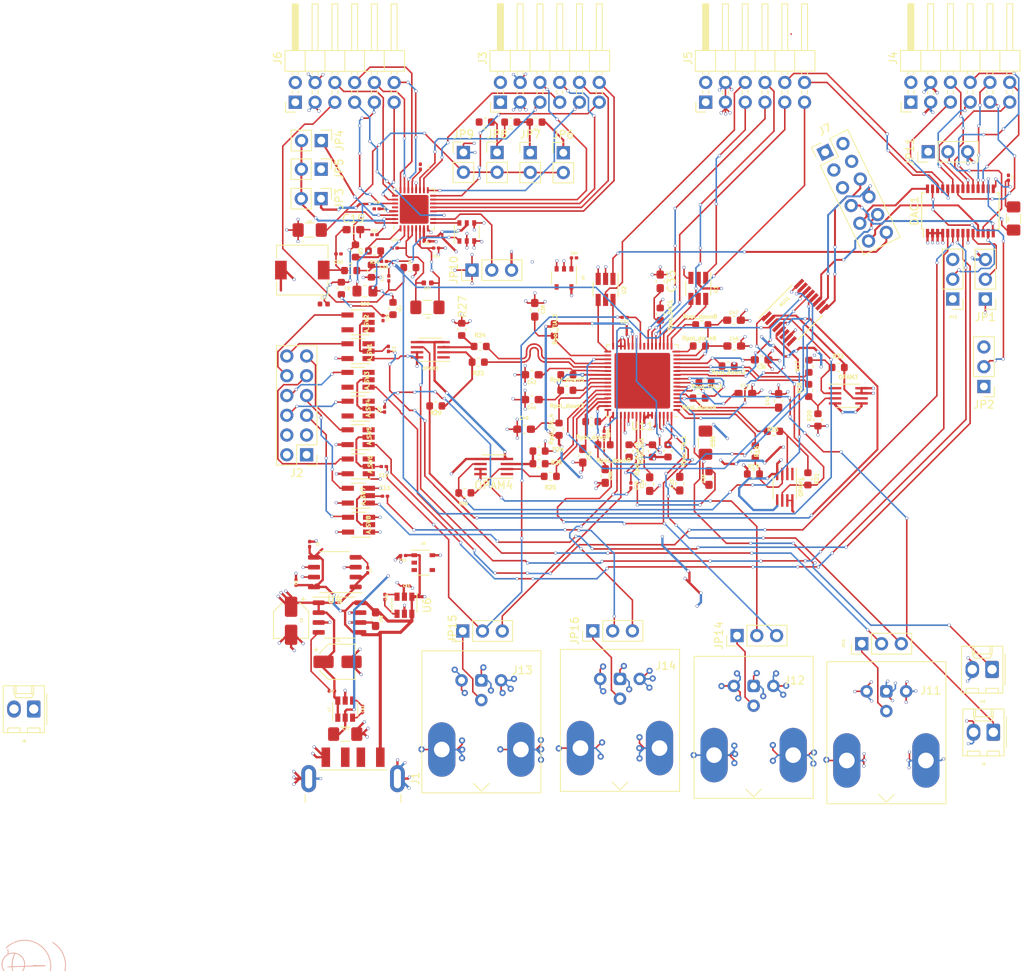
<source format=kicad_pcb>
(kicad_pcb (version 20171130) (host pcbnew 5.1.5+dfsg1-2build2)
  (layers (0 F.Cu signal) (1 In1.Cu power hide) (2 In2.Cu power hide) (31 B.Cu signal) (35 F.Paste user) (37 F.SilkS user) (39 F.Mask user) (44 Edge.Cuts user))
  (net 0 "")
  (net 1 "Net-(A_SW1-Pad2)")
  (net 2 JF1:MIO13)
  (net 3 JF2:MIO10)
  (net 4 "Net-(A_SW3-Pad2)")
  (net 5 JF3:MIO11)
  (net 6 JF4:MIO12)
  (net 7 "Net-(A_SW5-Pad2)")
  (net 8 JF7:MIO0)
  (net 9 JF8:MIO9)
  (net 10 "Net-(A_SW7-Pad2)")
  (net 11 JF9:MIO14)
  (net 12 JF10:MIO15)
  (net 13 VIN_TIA_1)
  (net 14 VIN_TIA_2)
  (net 15 "Net-(C4-Pad1)")
  (net 16 "Net-(C7-Pad1)")
  (net 17 VIN_TIA_3)
  (net 18 VIN_TIA_4)
  (net 19 -3V3)
  (net 20 "Net-(C13-Pad2)")
  (net 21 "Net-(C13-Pad1)")
  (net 22 -5V)
  (net 23 "Net-(C16-Pad2)")
  (net 24 "Net-(C16-Pad1)")
  (net 25 "Net-(C17-Pad2)")
  (net 26 JD10:V18)
  (net 27 "Net-(C18-Pad2)")
  (net 28 ADC_ANALOG_IN)
  (net 29 "Net-(C19-Pad1)")
  (net 30 "Net-(C20-Pad1)")
  (net 31 ADC_SENSE)
  (net 32 ADC_VCM)
  (net 33 ADC_AIN-)
  (net 34 ADC_AIN+)
  (net 35 ADC_REFH)
  (net 36 ADC_REFL)
  (net 37 VOUT_DAC_0)
  (net 38 Rpol_up)
  (net 39 Rpol_down)
  (net 40 Rpol_TIA_1)
  (net 41 VOUT_DAC_2)
  (net 42 Rpol_DAC)
  (net 43 Rpol_TIA_2)
  (net 44 VOUT_DAC_1)
  (net 45 Rpol_TIA_3)
  (net 46 VOUT_DAC_3)
  (net 47 Rpol_TIA_4)
  (net 48 IN_fbAmp_izq_1)
  (net 49 IN_fbAmp_izq_3)
  (net 50 IN_fbAmp_der_1)
  (net 51 IN_fbAmp_der_3)
  (net 52 IN_fbAmp_izq_2)
  (net 53 IN_fbAmp_izq_4)
  (net 54 IN_fbAmp_der_2)
  (net 55 IN_fbAmp_der_4)
  (net 56 DAC_VOUT_A)
  (net 57 DAC_VOUT_B)
  (net 58 DAC_VOUT_C)
  (net 59 DAC_VOUT_D)
  (net 60 DAC_CS')
  (net 61 JA7:N16)
  (net 62 DAC_A0)
  (net 63 DAC_A1)
  (net 64 JA9:J16)
  (net 65 JE1:V12)
  (net 66 JE2:W16)
  (net 67 JE3:J15)
  (net 68 JE4:H15)
  (net 69 JE7:V13)
  (net 70 JE8:U17)
  (net 71 JE9:T17)
  (net 72 JE10:Y17)
  (net 73 JB1:T20)
  (net 74 JB2:U20)
  (net 75 DAC_GAIN)
  (net 76 JA8:L15)
  (net 77 "Net-(J1-Pad2)")
  (net 78 "Net-(J1-Pad3)")
  (net 79 GND_FPGA)
  (net 80 VCC_FPGA)
  (net 81 JC10:U12)
  (net 82 JC9:T12)
  (net 83 JC8:Y14)
  (net 84 JC7:W14)
  (net 85 JC4:T10)
  (net 86 JC3:T11)
  (net 87 JC2:W15)
  (net 88 JC1:V15)
  (net 89 JB3:V20)
  (net 90 JB4:W20)
  (net 91 JB7:Y18)
  (net 92 JB8:Y19)
  (net 93 JB9:W18)
  (net 94 JB10:W19)
  (net 95 JD1:T14)
  (net 96 JD2:T15)
  (net 97 JD3:P14)
  (net 98 JD4:R14)
  (net 99 JD7:U14)
  (net 100 JD8:U15)
  (net 101 JD9:V17)
  (net 102 JA10:J14)
  (net 103 JA4:K14)
  (net 104 JA3:K16)
  (net 105 JA2:L14)
  (net 106 JA1:N15)
  (net 107 -24V)
  (net 108 VIN_ref_disc)
  (net 109 Vadj_inv)
  (net 110 ADC_EXTERNAL_REF)
  (net 111 "Net-(JP6-Pad1)")
  (net 112 "Net-(JP7-Pad1)")
  (net 113 "Net-(JP8-Pad1)")
  (net 114 ADC_SHDN)
  (net 115 CHIP_INT_DIFF1)
  (net 116 CHIP_INT_DIFF2)
  (net 117 CHIP_INT_DIFF3)
  (net 118 CHIP_INT_DIFF4)
  (net 119 VOU_TIA_4)
  (net 120 VOU_TIA_1)
  (net 121 VOU_TIA_2)
  (net 122 VOU_TIA_3)
  (net 123 "Net-(OPAM1-Pad3)")
  (net 124 "Net-(OPAM1-Pad2)")
  (net 125 "Net-(OPAM1-Pad1)")
  (net 126 "Net-(OPAM2-Pad1)")
  (net 127 "Net-(OPAM2-Pad2)")
  (net 128 "Net-(OPAM2-Pad3)")
  (net 129 "Net-(OPAM3-Pad1)")
  (net 130 "Net-(OPAM3-Pad2)")
  (net 131 "Net-(OPAM3-Pad3)")
  (net 132 "Net-(OPAM4-Pad3)")
  (net 133 "Net-(OPAM4-Pad2)")
  (net 134 "Net-(OPAM4-Pad1)")
  (net 135 OUT_fbAmp_izq_1)
  (net 136 OUT_fbAmp_izq_3)
  (net 137 OUT_fbAmp_der_1)
  (net 138 OUT_fbAmp_der_3)
  (net 139 OUT_fbAmp_izq_2)
  (net 140 OUT_fbAmp_izq_4)
  (net 141 OUT_fbAmp_der_2)
  (net 142 OUT_fbAmp_der_4)
  (net 143 VOU_DISC_1)
  (net 144 VOU_DISC_2)
  (net 145 VOU_DISC_4)
  (net 146 VOU_DISC_3)
  (net 147 "Net-(U8-Pad4)")
  (net 148 ADC_CLK)
  (net 149 "Net-(U10-Pad28)")
  (net 150 "Net-(U5-Pad4)")
  (net 151 1.8vD)
  (net 152 1.8vA)
  (net 153 VOUT_int_1+)
  (net 154 VOUT_int_1-)
  (net 155 VOUT_int_2+)
  (net 156 VOUT_int_2-)
  (net 157 VOUT_int_3+)
  (net 158 VOUT_int_3-)
  (net 159 VOUT_int_4+)
  (net 160 VOUT_int_4-)
  (net 161 ADC_MODE)
  (net 162 +5V)
  (net 163 GND)
  (net 164 +3V3)
  (net 165 VIN_TIA_1_EXT)
  (net 166 VIN_TIA_2_EXT)
  (net 167 VIN_TIA_3_EXT)
  (net 168 VIN_TIA_4_EXT)
  (net 169 Detector1)
  (net 170 Detector2)
  (net 171 Detector3)
  (net 172 Detector4)
  (net 173 "Net-(C52-Pad1)")
  (module Capacitor_SMD:C_0201_0603Metric (layer F.Cu) (at 173.07 55.34 270)
    (fp_text reference C1 (at 0 -0.73 90) (layer F.SilkS) (effects (font (size 0.4 0.4) (thickness 0.1))))
    (fp_text value 350p)
    (pad 2 smd roundrect (at 0.32 0 270) (size 0.46 0.4) (layers F.Cu F.Mask) (net 165 VIN_TIA_1_EXT))
    (pad 1 smd roundrect (at -0.32 0 270) (size 0.46 0.4) (layers F.Cu F.Mask) (net 1 "Net-(A_SW1-Pad2)"))
  )
  (module Capacitor_SMD:C_0201_0603Metric (layer F.Cu) (at 172.58 63.13 90)
    (fp_text reference C2 (at -0.03 -0.65 90) (layer F.SilkS) (effects (font (size 0.4 0.4) (thickness 0.1))))
    (fp_text value 350p)
    (pad 2 smd roundrect (at 0.32 0 90) (size 0.46 0.4) (layers F.Cu F.Mask) (net 166 VIN_TIA_2_EXT))
    (pad 1 smd roundrect (at -0.32 0 90) (size 0.46 0.4) (layers F.Cu F.Mask) (net 4 "Net-(A_SW3-Pad2)"))
  )
  (module Capacitor_SMD:C_0201_0603Metric (layer F.Cu) (at 196.91 43.64)
    (fp_text reference C54 (at 0.02 -0.59) (layer F.SilkS) (effects (font (size 0.3 0.3) (thickness 0.075))))
    (fp_text value 1uF)
    (pad 2 smd roundrect (at 0.32 0) (size 0.46 0.4) (layers F.Cu F.Mask) (net 163 GND))
    (pad 1 smd roundrect (at -0.32 0) (size 0.46 0.4) (layers F.Cu F.Mask) (net 80 VCC_FPGA))
  )
  (module Capacitor_SMD:C_0201_0603Metric (layer F.Cu) (at 252.72 33.35 270)
    (fp_text reference C53 (at -0.04 -0.46 90) (layer F.SilkS) (effects (font (size 0.2 0.2) (thickness 0.05))))
    (fp_text value 0.1uF)
    (pad 2 smd roundrect (at 0.32 0 270) (size 0.46 0.4) (layers F.Cu F.Mask) (net 80 VCC_FPGA))
    (pad 1 smd roundrect (at -0.32 0 270) (size 0.46 0.4) (layers F.Cu F.Mask) (net 163 GND))
  )
  (module Capacitor_SMD:C_1206_3216Metric_Pad1.42x1.75mm_HandSolder (layer F.Cu) (at 253.38 38.5775 90)
    (fp_text reference C52 (at -0.07 -0.67 90) (layer F.SilkS) (effects (font (size 0.2 0.2) (thickness 0.05))))
    (fp_text value 10uF)
    (pad 2 smd roundrect (at 1.4875 0 90) (size 1.425 1.75) (layers F.Cu F.Paste F.Mask) (roundrect_rratio 0.175439) (net 80 VCC_FPGA))
    (pad 1 smd roundrect (at -1.4875 0 90) (size 1.425 1.75) (layers F.Cu F.Paste F.Mask) (roundrect_rratio 0.175439) (net 173 "Net-(C52-Pad1)"))
  )
  (module Capacitor_SMD:C_0201_0603Metric (layer F.Cu) (at 174.96 81.9 180)
    (fp_text reference C51 (at 0.01 -0.61) (layer F.SilkS) (effects (font (size 0.3 0.3) (thickness 0.075))))
    (fp_text value 1uF)
    (pad 2 smd roundrect (at 0.32 0 180) (size 0.46 0.4) (layers F.Cu F.Mask) (net 163 GND))
    (pad 1 smd roundrect (at -0.32 0 180) (size 0.46 0.4) (layers F.Cu F.Mask) (net 162 +5V))
  )
  (module Connector_PinHeader_2.54mm:PinHeader_1x03_P2.54mm_Vertical (layer F.Cu) (at 245.57 48.92 180)
    (fp_text reference JP12 (at 0 -2.33) (layer F.SilkS) (effects (font (size 0.3 0.3) (thickness 0.075))))
    (fp_text value "A1 = 0 (to GND) | A1 = 1 (to 3.3v) ")
    (pad 3 thru_hole oval (at 0 5.08 180) (size 1.7 1.7) (drill 1) (layers *.Cu *.Mask) (net 164 +3V3))
    (pad 2 thru_hole oval (at 0 2.54 180) (size 1.7 1.7) (drill 1) (layers *.Cu *.Mask) (net 63 DAC_A1))
    (pad 1 thru_hole rect (at 0 0 180) (size 1.7 1.7) (drill 1) (layers *.Cu *.Mask) (net 163 GND))
  )
  (module Capacitor_SMD:C_0201_0603Metric (layer F.Cu) (at 172.63 74.27)
    (fp_text reference C11 (at 0 -1.05) (layer F.SilkS) (effects (font (size 0.5 0.5) (thickness 0.125))))
    (fp_text value 350p)
    (pad 2 smd roundrect (at 0.32 0) (size 0.46 0.4) (layers F.Cu F.Mask) (net 168 VIN_TIA_4_EXT))
    (pad 1 smd roundrect (at -0.32 0) (size 0.46 0.4) (layers F.Cu F.Mask) (net 10 "Net-(A_SW7-Pad2)"))
  )
  (module Package_TO_SOT_SMD:SOT-23-5_HandSoldering (layer F.Cu) (at 169.18 66.69 180)
    (fp_text reference A_SW5 (at -1.43 0.15 90) (layer F.SilkS) (effects (font (size 0.5 0.5) (thickness 0.125))))
    (fp_text value PI5A3166)
    (pad 5 smd rect (at 1.35 -0.95 180) (size 1.56 0.65) (layers F.Cu F.Paste F.Mask) (net 80 VCC_FPGA))
    (pad 4 smd rect (at 1.35 0.95 180) (size 1.56 0.65) (layers F.Cu F.Paste F.Mask) (net 8 JF7:MIO0))
    (pad 3 smd rect (at -1.35 0.95 180) (size 1.56 0.65) (layers F.Cu F.Paste F.Mask) (net 163 GND))
    (pad 2 smd rect (at -1.35 0 180) (size 1.56 0.65) (layers F.Cu F.Paste F.Mask) (net 7 "Net-(A_SW5-Pad2)"))
    (pad 1 smd rect (at -1.35 -0.95 180) (size 1.56 0.65) (layers F.Cu F.Paste F.Mask) (net 58 DAC_VOUT_C))
  )
  (module Connector_PinHeader_2.54mm:PinHeader_2x06_P2.54mm_Vertical (layer F.Cu) (at 229.1836 30.060526 26)
    (fp_text reference J7 (at 1.236703 -2.635076 26) (layer F.SilkS))
    (fp_text value Conn_02x06_Top_Bottom)
    (pad 1 thru_hole oval (at 2.54 12.7 26) (size 1.7 1.7) (drill 1) (layers *.Cu *.Mask) (net 106 JA1:N15))
    (pad 7 thru_hole oval (at 0 12.7 26) (size 1.7 1.7) (drill 1) (layers *.Cu *.Mask) (net 61 JA7:N16))
    (pad 2 thru_hole oval (at 2.54 10.16 26) (size 1.7 1.7) (drill 1) (layers *.Cu *.Mask) (net 105 JA2:L14))
    (pad 8 thru_hole oval (at 0 10.16 26) (size 1.7 1.7) (drill 1) (layers *.Cu *.Mask) (net 76 JA8:L15))
    (pad 3 thru_hole oval (at 2.54 7.62 26) (size 1.7 1.7) (drill 1) (layers *.Cu *.Mask) (net 104 JA3:K16))
    (pad 9 thru_hole oval (at 0 7.62 26) (size 1.7 1.7) (drill 1) (layers *.Cu *.Mask) (net 64 JA9:J16))
    (pad 4 thru_hole oval (at 2.54 5.08 26) (size 1.7 1.7) (drill 1) (layers *.Cu *.Mask) (net 103 JA4:K14))
    (pad 10 thru_hole oval (at 0 5.08 26) (size 1.7 1.7) (drill 1) (layers *.Cu *.Mask) (net 102 JA10:J14))
    (pad 5 thru_hole oval (at 2.54 2.54 26) (size 1.7 1.7) (drill 1) (layers *.Cu *.Mask) (net 163 GND))
    (pad 11 thru_hole oval (at 0 2.54 26) (size 1.7 1.7) (drill 1) (layers *.Cu *.Mask) (net 163 GND))
    (pad 6 thru_hole oval (at 2.54 0 26) (size 1.7 1.7) (drill 1) (layers *.Cu *.Mask) (net 80 VCC_FPGA))
    (pad 12 thru_hole rect (at 0 0 26) (size 1.7 1.7) (drill 1) (layers *.Cu *.Mask) (net 80 VCC_FPGA))
  )
  (module Connector_PinHeader_2.54mm:PinHeader_2x06_P2.54mm_Vertical (layer F.Cu) (at 162.56 68.95 180)
    (fp_text reference J2 (at 1.27 -2.33) (layer F.SilkS))
    (fp_text value Conn_02x06_Top_Bottom)
    (pad 12 thru_hole rect (at 0 0 180) (size 1.7 1.7) (drill 1) (layers *.Cu *.Mask) (net 80 VCC_FPGA))
    (pad 6 thru_hole oval (at 2.54 0 180) (size 1.7 1.7) (drill 1) (layers *.Cu *.Mask) (net 80 VCC_FPGA))
    (pad 11 thru_hole oval (at 0 2.54 180) (size 1.7 1.7) (drill 1) (layers *.Cu *.Mask) (net 163 GND))
    (pad 5 thru_hole oval (at 2.54 2.54 180) (size 1.7 1.7) (drill 1) (layers *.Cu *.Mask) (net 163 GND))
    (pad 10 thru_hole oval (at 0 5.08 180) (size 1.7 1.7) (drill 1) (layers *.Cu *.Mask) (net 12 JF10:MIO15))
    (pad 4 thru_hole oval (at 2.54 5.08 180) (size 1.7 1.7) (drill 1) (layers *.Cu *.Mask) (net 6 JF4:MIO12))
    (pad 9 thru_hole oval (at 0 7.62 180) (size 1.7 1.7) (drill 1) (layers *.Cu *.Mask) (net 11 JF9:MIO14))
    (pad 3 thru_hole oval (at 2.54 7.62 180) (size 1.7 1.7) (drill 1) (layers *.Cu *.Mask) (net 5 JF3:MIO11))
    (pad 8 thru_hole oval (at 0 10.16 180) (size 1.7 1.7) (drill 1) (layers *.Cu *.Mask) (net 9 JF8:MIO9))
    (pad 2 thru_hole oval (at 2.54 10.16 180) (size 1.7 1.7) (drill 1) (layers *.Cu *.Mask) (net 3 JF2:MIO10))
    (pad 7 thru_hole oval (at 0 12.7 180) (size 1.7 1.7) (drill 1) (layers *.Cu *.Mask) (net 8 JF7:MIO0))
    (pad 1 thru_hole oval (at 2.54 12.7 180) (size 1.7 1.7) (drill 1) (layers *.Cu *.Mask) (net 2 JF1:MIO13))
  )
  (module Connector_PinHeader_2.54mm:PinHeader_1x03_P2.54mm_Vertical (layer F.Cu) (at 199.34 91.58 90)
    (fp_text reference JP16 (at 0 -2.33 90) (layer F.SilkS))
    (fp_text value "350p | Detector")
    (pad 3 thru_hole oval (at 0 5.08 90) (size 1.7 1.7) (drill 1) (layers *.Cu *.Mask) (net 18 VIN_TIA_4))
    (pad 2 thru_hole oval (at 0 2.54 90) (size 1.7 1.7) (drill 1) (layers *.Cu *.Mask) (net 168 VIN_TIA_4_EXT))
    (pad 1 thru_hole rect (at 0 0 90) (size 1.7 1.7) (drill 1) (layers *.Cu *.Mask) (net 172 Detector4))
  )
  (module Connector_PinHeader_2.54mm:PinHeader_1x03_P2.54mm_Vertical (layer F.Cu) (at 182.62 91.6 90)
    (fp_text reference JP15 (at 0.28 -1.32 90) (layer F.SilkS))
    (fp_text value "350p | Detector")
    (pad 3 thru_hole oval (at 0 5.08 90) (size 1.7 1.7) (drill 1) (layers *.Cu *.Mask) (net 17 VIN_TIA_3))
    (pad 2 thru_hole oval (at 0 2.54 90) (size 1.7 1.7) (drill 1) (layers *.Cu *.Mask) (net 167 VIN_TIA_3_EXT))
    (pad 1 thru_hole rect (at 0 0 90) (size 1.7 1.7) (drill 1) (layers *.Cu *.Mask) (net 171 Detector3))
  )
  (module Connector_PinHeader_2.54mm:PinHeader_1x03_P2.54mm_Vertical (layer F.Cu) (at 217.86 92.19 90)
    (fp_text reference JP14 (at 0 -2.33 90) (layer F.SilkS))
    (fp_text value "350p | Detector")
    (pad 3 thru_hole oval (at 0 5.08 90) (size 1.7 1.7) (drill 1) (layers *.Cu *.Mask) (net 14 VIN_TIA_2))
    (pad 2 thru_hole oval (at 0 2.54 90) (size 1.7 1.7) (drill 1) (layers *.Cu *.Mask) (net 166 VIN_TIA_2_EXT))
    (pad 1 thru_hole rect (at 0 0 90) (size 1.7 1.7) (drill 1) (layers *.Cu *.Mask) (net 170 Detector2))
  )
  (module Connector_PinHeader_2.54mm:PinHeader_1x03_P2.54mm_Vertical (layer F.Cu) (at 233.88 93.23 90)
    (fp_text reference JP13 (at 0 -2.33 90) (layer F.SilkS) (effects (font (size 0.3 0.3) (thickness 0.075))))
    (fp_text value "350p | Detector")
    (pad 3 thru_hole oval (at 0 5.08 90) (size 1.7 1.7) (drill 1) (layers *.Cu *.Mask) (net 13 VIN_TIA_1))
    (pad 2 thru_hole oval (at 0 2.54 90) (size 1.7 1.7) (drill 1) (layers *.Cu *.Mask) (net 165 VIN_TIA_1_EXT))
    (pad 1 thru_hole rect (at 0 0 90) (size 1.7 1.7) (drill 1) (layers *.Cu *.Mask) (net 169 Detector1))
  )
  (module Connector_PinHeader_2.54mm:PinHeader_1x03_P2.54mm_Vertical (layer F.Cu) (at 242.41 30 90)
    (fp_text reference JP11 (at 0 -2.33 90) (layer F.SilkS))
    (fp_text value "A0 = 0 (to GND) | A0 = 1 (to 3.3v) ")
    (pad 3 thru_hole oval (at 0 5.08 90) (size 1.7 1.7) (drill 1) (layers *.Cu *.Mask) (net 164 +3V3))
    (pad 2 thru_hole oval (at 0 2.54 90) (size 1.7 1.7) (drill 1) (layers *.Cu *.Mask) (net 62 DAC_A0))
    (pad 1 thru_hole rect (at 0 0 90) (size 1.7 1.7) (drill 1) (layers *.Cu *.Mask) (net 163 GND))
  )
  (module Connector_PinHeader_2.54mm:PinHeader_1x03_P2.54mm_Vertical (layer F.Cu) (at 183.81 45.21 90)
    (fp_text reference JP10 (at 0 -2.33 90) (layer F.SilkS))
    (fp_text value Jumper_3_Bridged12)
    (pad 3 thru_hole oval (at 0 5.08 90) (size 1.7 1.7) (drill 1) (layers *.Cu *.Mask) (net 164 +3V3))
    (pad 2 thru_hole oval (at 0 2.54 90) (size 1.7 1.7) (drill 1) (layers *.Cu *.Mask) (net 114 ADC_SHDN))
    (pad 1 thru_hole rect (at 0 0 90) (size 1.7 1.7) (drill 1) (layers *.Cu *.Mask) (net 163 GND))
  )
  (module Connector_PinHeader_2.54mm:PinHeader_1x02_P2.54mm_Vertical (layer F.Cu) (at 182.71 30.09)
    (fp_text reference JP9 (at 0 -2.33) (layer F.SilkS))
    (fp_text value GND)
    (pad 2 thru_hole oval (at 0 2.54) (size 1.7 1.7) (drill 1) (layers *.Cu *.Mask) (net 161 ADC_MODE))
    (pad 1 thru_hole rect (at 0 0) (size 1.7 1.7) (drill 1) (layers *.Cu *.Mask) (net 163 GND))
  )
  (module Connector_PinHeader_2.54mm:PinHeader_1x02_P2.54mm_Vertical (layer F.Cu) (at 187.03 30.09)
    (fp_text reference JP8 (at 0 -2.33) (layer F.SilkS))
    (fp_text value 1/3VDD)
    (pad 2 thru_hole oval (at 0 2.54) (size 1.7 1.7) (drill 1) (layers *.Cu *.Mask) (net 161 ADC_MODE))
    (pad 1 thru_hole rect (at 0 0) (size 1.7 1.7) (drill 1) (layers *.Cu *.Mask) (net 113 "Net-(JP8-Pad1)"))
  )
  (module Connector_PinHeader_2.54mm:PinHeader_1x02_P2.54mm_Vertical (layer F.Cu) (at 191.29 30.11)
    (fp_text reference JP7 (at 0 -2.33) (layer F.SilkS))
    (fp_text value 2/3VDD)
    (pad 2 thru_hole oval (at 0 2.54) (size 1.7 1.7) (drill 1) (layers *.Cu *.Mask) (net 161 ADC_MODE))
    (pad 1 thru_hole rect (at 0 0) (size 1.7 1.7) (drill 1) (layers *.Cu *.Mask) (net 112 "Net-(JP7-Pad1)"))
  )
  (module Connector_PinHeader_2.54mm:PinHeader_1x02_P2.54mm_Vertical (layer F.Cu) (at 195.54 30.13)
    (fp_text reference JP6 (at 0 -2.33) (layer F.SilkS))
    (fp_text value VDD)
    (pad 2 thru_hole oval (at 0 2.54) (size 1.7 1.7) (drill 1) (layers *.Cu *.Mask) (net 161 ADC_MODE))
    (pad 1 thru_hole rect (at 0 0) (size 1.7 1.7) (drill 1) (layers *.Cu *.Mask) (net 111 "Net-(JP6-Pad1)"))
  )
  (module Connector_PinHeader_2.54mm:PinHeader_1x02_P2.54mm_Vertical (layer F.Cu) (at 164.43 32.24 270)
    (fp_text reference JP5 (at 0 -2.33 90) (layer F.SilkS))
    (fp_text value 1/3VDD)
    (pad 2 thru_hole oval (at 0 2.54 270) (size 1.7 1.7) (drill 1) (layers *.Cu *.Mask) (net 31 ADC_SENSE))
    (pad 1 thru_hole rect (at 0 0 270) (size 1.7 1.7) (drill 1) (layers *.Cu *.Mask) (net 110 ADC_EXTERNAL_REF))
  )
  (module Connector_PinHeader_2.54mm:PinHeader_1x02_P2.54mm_Vertical (layer F.Cu) (at 164.45 28.56 270)
    (fp_text reference JP4 (at 0 -2.33 90) (layer F.SilkS))
    (fp_text value 2/3VDD)
    (pad 2 thru_hole oval (at 0 2.54 270) (size 1.7 1.7) (drill 1) (layers *.Cu *.Mask) (net 31 ADC_SENSE))
    (pad 1 thru_hole rect (at 0 0 270) (size 1.7 1.7) (drill 1) (layers *.Cu *.Mask) (net 32 ADC_VCM))
  )
  (module Connector_PinHeader_2.54mm:PinHeader_1x02_P2.54mm_Vertical (layer F.Cu) (at 164.42 36.03 270)
    (fp_text reference JP3 (at 0 -2.33 90) (layer F.SilkS))
    (fp_text value VDD)
    (pad 2 thru_hole oval (at 0 2.54 270) (size 1.7 1.7) (drill 1) (layers *.Cu *.Mask) (net 31 ADC_SENSE))
    (pad 1 thru_hole rect (at 0 0 270) (size 1.7 1.7) (drill 1) (layers *.Cu *.Mask) (net 164 +3V3))
  )
  (module Connector_PinHeader_2.54mm:PinHeader_1x03_P2.54mm_Vertical (layer F.Cu) (at 249.57 60.17 180)
    (fp_text reference JP2 (at 0 -2.33) (layer F.SilkS))
    (fp_text value "GAIN = 1 (GND) | GAIN = 2 (VDD)")
    (pad 3 thru_hole oval (at 0 5.08 180) (size 1.7 1.7) (drill 1) (layers *.Cu *.Mask) (net 164 +3V3))
    (pad 2 thru_hole oval (at 0 2.54 180) (size 1.7 1.7) (drill 1) (layers *.Cu *.Mask) (net 75 DAC_GAIN))
    (pad 1 thru_hole rect (at 0 0 180) (size 1.7 1.7) (drill 1) (layers *.Cu *.Mask) (net 163 GND))
  )
  (module Connector_PinHeader_2.54mm:PinHeader_1x03_P2.54mm_Vertical (layer F.Cu) (at 249.76 48.93 180)
    (fp_text reference JP1 (at 0 -2.33) (layer F.SilkS))
    (fp_text value "GND -> Normal op. | 3.3v -> NO data trasnfer")
    (pad 3 thru_hole oval (at 0 5.08 180) (size 1.7 1.7) (drill 1) (layers *.Cu *.Mask) (net 164 +3V3))
    (pad 2 thru_hole oval (at 0 2.54 180) (size 1.7 1.7) (drill 1) (layers *.Cu *.Mask) (net 60 DAC_CS'))
    (pad 1 thru_hole rect (at 0 0 180) (size 1.7 1.7) (drill 1) (layers *.Cu *.Mask) (net 163 GND))
  )
  (module Connector_Coaxial:BNC_Win_364A2x95_Horizontal (layer F.Cu) (at 202.82 97.76 180)
    (fp_text reference J14 (at -5.89 1.69) (layer F.SilkS))
    (fp_text value Conn_01x03_Male)
    (pad 3 thru_hole circle (at 2.54 0 180) (size 1.6 1.6) (drill 0.89) (layers *.Cu *.Mask) (net 163 GND))
    (pad 2 thru_hole circle (at 0 -2.54 180) (size 1.6 1.6) (drill 0.89) (layers *.Cu *.Mask) (net 172 Detector4))
    (pad 3 thru_hole circle (at -2.54 0 180) (size 1.6 1.6) (drill 0.89) (layers *.Cu *.Mask) (net 163 GND))
    (pad 1 thru_hole roundrect (at 0 0 180) (size 1.6 1.6) (drill 0.89) (layers *.Cu *.Mask) (net 163 GND))
    (pad 3 thru_hole oval (at 5.08 -8.89 180) (size 3.5 7) (drill 2.01) (layers *.Cu *.Mask) (net 163 GND))
    (pad 3 thru_hole oval (at -5.08 -8.89 180) (size 3.5 7) (drill 2.01) (layers *.Cu *.Mask) (net 163 GND))
  )
  (module Connector_Coaxial:BNC_Win_364A2x95_Horizontal (layer F.Cu) (at 185.01 97.94 180)
    (fp_text reference J13 (at -5.26 1.3) (layer F.SilkS))
    (fp_text value Conn_01x03_Male)
    (pad 3 thru_hole circle (at 2.54 0 180) (size 1.6 1.6) (drill 0.89) (layers *.Cu *.Mask) (net 163 GND))
    (pad 2 thru_hole circle (at 0 -2.54 180) (size 1.6 1.6) (drill 0.89) (layers *.Cu *.Mask) (net 171 Detector3))
    (pad 3 thru_hole circle (at -2.54 0 180) (size 1.6 1.6) (drill 0.89) (layers *.Cu *.Mask) (net 163 GND))
    (pad 1 thru_hole roundrect (at 0 0 180) (size 1.6 1.6) (drill 0.89) (layers *.Cu *.Mask) (net 163 GND))
    (pad 3 thru_hole oval (at 5.08 -8.89 180) (size 3.5 7) (drill 2.01) (layers *.Cu *.Mask) (net 163 GND))
    (pad 3 thru_hole oval (at -5.08 -8.89 180) (size 3.5 7) (drill 2.01) (layers *.Cu *.Mask) (net 163 GND))
  )
  (module Connector_Coaxial:BNC_Win_364A2x95_Horizontal (layer F.Cu) (at 219.99 98.66 180)
    (fp_text reference J12 (at -5.25 0.72) (layer F.SilkS))
    (fp_text value Conn_01x03_Male)
    (pad 3 thru_hole circle (at 2.54 0 180) (size 1.6 1.6) (drill 0.89) (layers *.Cu *.Mask) (net 163 GND))
    (pad 2 thru_hole circle (at 0 -2.54 180) (size 1.6 1.6) (drill 0.89) (layers *.Cu *.Mask) (net 170 Detector2))
    (pad 3 thru_hole circle (at -2.54 0 180) (size 1.6 1.6) (drill 0.89) (layers *.Cu *.Mask) (net 163 GND))
    (pad 1 thru_hole roundrect (at 0 0 180) (size 1.6 1.6) (drill 0.89) (layers *.Cu *.Mask) (net 163 GND))
    (pad 3 thru_hole oval (at 5.08 -8.89 180) (size 3.5 7) (drill 2.01) (layers *.Cu *.Mask) (net 163 GND))
    (pad 3 thru_hole oval (at -5.08 -8.89 180) (size 3.5 7) (drill 2.01) (layers *.Cu *.Mask) (net 163 GND))
  )
  (module Connector_Coaxial:BNC_Win_364A2x95_Horizontal (layer F.Cu) (at 237.04 99.35 180)
    (fp_text reference J11 (at -5.69 0.1) (layer F.SilkS))
    (fp_text value Conn_01x03_Male)
    (pad 3 thru_hole circle (at 2.54 0 180) (size 1.6 1.6) (drill 0.89) (layers *.Cu *.Mask) (net 163 GND))
    (pad 2 thru_hole circle (at 0 -2.54 180) (size 1.6 1.6) (drill 0.89) (layers *.Cu *.Mask) (net 169 Detector1))
    (pad 3 thru_hole circle (at -2.54 0 180) (size 1.6 1.6) (drill 0.89) (layers *.Cu *.Mask) (net 163 GND))
    (pad 1 thru_hole roundrect (at 0 0 180) (size 1.6 1.6) (drill 0.89) (layers *.Cu *.Mask) (net 163 GND))
    (pad 3 thru_hole oval (at 5.08 -8.89 180) (size 3.5 7) (drill 2.01) (layers *.Cu *.Mask) (net 163 GND))
    (pad 3 thru_hole oval (at -5.08 -8.89 180) (size 3.5 7) (drill 2.01) (layers *.Cu *.Mask) (net 163 GND))
  )
  (module Capacitor_SMD:CP_Elec_4x3 (layer F.Cu) (at 166.54 95.56)
    (fp_text reference C5 (at 0.01 -2.74) (layer F.SilkS) (effects (font (size 0.3 0.3) (thickness 0.075))))
    (fp_text value 10uF)
    (pad 2 smd roundrect (at 1.8 0) (size 2.6 1.6) (layers F.Cu F.Paste F.Mask) (roundrect_rratio 0.15625) (net 163 GND))
    (pad 1 smd roundrect (at -1.8 0) (size 2.6 1.6) (layers F.Cu F.Paste F.Mask) (roundrect_rratio 0.15625) (net 164 +3V3))
  )
  (module Capacitor_SMD:CP_Elec_4x3 (layer F.Cu) (at 160.57 90.28 270)
    (fp_text reference C3 (at -0.06 -1.35 90) (layer F.SilkS) (effects (font (size 0.3 0.3) (thickness 0.075))))
    (fp_text value 10uF)
    (pad 2 smd roundrect (at 1.8 0 270) (size 2.6 1.6) (layers F.Cu F.Paste F.Mask) (roundrect_rratio 0.15625) (net 163 GND))
    (pad 1 smd roundrect (at -1.8 0 270) (size 2.6 1.6) (layers F.Cu F.Paste F.Mask) (roundrect_rratio 0.15625) (net 164 +3V3))
  )
  (module Connector_PinHeader_2.54mm:PinHeader_2x06_P2.54mm_Horizontal (layer F.Cu) (at 161.11 23.64 90)
    (fp_text reference J6 (at 5.655 -2.27 90) (layer F.SilkS))
    (fp_text value Conn_02x06_Top_Bottom)
    (pad 1 thru_hole oval (at 2.54 12.7 90) (size 1.7 1.7) (drill 1) (layers *.Cu *.Mask) (net 95 JD1:T14))
    (pad 7 thru_hole oval (at 0 12.7 90) (size 1.7 1.7) (drill 1) (layers *.Cu *.Mask) (net 99 JD7:U14))
    (pad 2 thru_hole oval (at 2.54 10.16 90) (size 1.7 1.7) (drill 1) (layers *.Cu *.Mask) (net 96 JD2:T15))
    (pad 8 thru_hole oval (at 0 10.16 90) (size 1.7 1.7) (drill 1) (layers *.Cu *.Mask) (net 100 JD8:U15))
    (pad 3 thru_hole oval (at 2.54 7.62 90) (size 1.7 1.7) (drill 1) (layers *.Cu *.Mask) (net 97 JD3:P14))
    (pad 9 thru_hole oval (at 0 7.62 90) (size 1.7 1.7) (drill 1) (layers *.Cu *.Mask) (net 101 JD9:V17))
    (pad 4 thru_hole oval (at 2.54 5.08 90) (size 1.7 1.7) (drill 1) (layers *.Cu *.Mask) (net 98 JD4:R14))
    (pad 10 thru_hole oval (at 0 5.08 90) (size 1.7 1.7) (drill 1) (layers *.Cu *.Mask) (net 26 JD10:V18))
    (pad 5 thru_hole oval (at 2.54 2.54 90) (size 1.7 1.7) (drill 1) (layers *.Cu *.Mask) (net 163 GND))
    (pad 11 thru_hole oval (at 0 2.54 90) (size 1.7 1.7) (drill 1) (layers *.Cu *.Mask) (net 163 GND))
    (pad 6 thru_hole oval (at 2.54 0 90) (size 1.7 1.7) (drill 1) (layers *.Cu *.Mask) (net 80 VCC_FPGA))
    (pad 12 thru_hole rect (at 0 0 90) (size 1.7 1.7) (drill 1) (layers *.Cu *.Mask) (net 80 VCC_FPGA))
  )
  (module Connector_PinHeader_2.54mm:PinHeader_2x06_P2.54mm_Horizontal (layer F.Cu) (at 213.83 23.63 90)
    (fp_text reference J5 (at 5.655 -2.27 90) (layer F.SilkS))
    (fp_text value Conn_02x06_Top_Bottom)
    (pad 1 thru_hole oval (at 2.54 12.7 90) (size 1.7 1.7) (drill 1) (layers *.Cu *.Mask) (net 73 JB1:T20))
    (pad 7 thru_hole oval (at 0 12.7 90) (size 1.7 1.7) (drill 1) (layers *.Cu *.Mask) (net 91 JB7:Y18))
    (pad 2 thru_hole oval (at 2.54 10.16 90) (size 1.7 1.7) (drill 1) (layers *.Cu *.Mask) (net 74 JB2:U20))
    (pad 8 thru_hole oval (at 0 10.16 90) (size 1.7 1.7) (drill 1) (layers *.Cu *.Mask) (net 92 JB8:Y19))
    (pad 3 thru_hole oval (at 2.54 7.62 90) (size 1.7 1.7) (drill 1) (layers *.Cu *.Mask) (net 89 JB3:V20))
    (pad 9 thru_hole oval (at 0 7.62 90) (size 1.7 1.7) (drill 1) (layers *.Cu *.Mask) (net 93 JB9:W18))
    (pad 4 thru_hole oval (at 2.54 5.08 90) (size 1.7 1.7) (drill 1) (layers *.Cu *.Mask) (net 90 JB4:W20))
    (pad 10 thru_hole oval (at 0 5.08 90) (size 1.7 1.7) (drill 1) (layers *.Cu *.Mask) (net 94 JB10:W19))
    (pad 5 thru_hole oval (at 2.54 2.54 90) (size 1.7 1.7) (drill 1) (layers *.Cu *.Mask) (net 163 GND))
    (pad 11 thru_hole oval (at 0 2.54 90) (size 1.7 1.7) (drill 1) (layers *.Cu *.Mask) (net 163 GND))
    (pad 6 thru_hole oval (at 2.54 0 90) (size 1.7 1.7) (drill 1) (layers *.Cu *.Mask) (net 80 VCC_FPGA))
    (pad 12 thru_hole rect (at 0 0 90) (size 1.7 1.7) (drill 1) (layers *.Cu *.Mask) (net 80 VCC_FPGA))
  )
  (module Connector_PinHeader_2.54mm:PinHeader_2x06_P2.54mm_Horizontal (layer F.Cu) (at 240.19 23.62 90)
    (fp_text reference J4 (at 5.655 -2.27 90) (layer F.SilkS))
    (fp_text value Conn_02x06_Top_Bottom)
    (pad 1 thru_hole oval (at 2.54 12.7 90) (size 1.7 1.7) (drill 1) (layers *.Cu *.Mask) (net 65 JE1:V12))
    (pad 7 thru_hole oval (at 0 12.7 90) (size 1.7 1.7) (drill 1) (layers *.Cu *.Mask) (net 69 JE7:V13))
    (pad 2 thru_hole oval (at 2.54 10.16 90) (size 1.7 1.7) (drill 1) (layers *.Cu *.Mask) (net 66 JE2:W16))
    (pad 8 thru_hole oval (at 0 10.16 90) (size 1.7 1.7) (drill 1) (layers *.Cu *.Mask) (net 70 JE8:U17))
    (pad 3 thru_hole oval (at 2.54 7.62 90) (size 1.7 1.7) (drill 1) (layers *.Cu *.Mask) (net 67 JE3:J15))
    (pad 9 thru_hole oval (at 0 7.62 90) (size 1.7 1.7) (drill 1) (layers *.Cu *.Mask) (net 71 JE9:T17))
    (pad 4 thru_hole oval (at 2.54 5.08 90) (size 1.7 1.7) (drill 1) (layers *.Cu *.Mask) (net 68 JE4:H15))
    (pad 10 thru_hole oval (at 0 5.08 90) (size 1.7 1.7) (drill 1) (layers *.Cu *.Mask) (net 72 JE10:Y17))
    (pad 5 thru_hole oval (at 2.54 2.54 90) (size 1.7 1.7) (drill 1) (layers *.Cu *.Mask) (net 163 GND))
    (pad 11 thru_hole oval (at 0 2.54 90) (size 1.7 1.7) (drill 1) (layers *.Cu *.Mask) (net 163 GND))
    (pad 6 thru_hole oval (at 2.54 0 90) (size 1.7 1.7) (drill 1) (layers *.Cu *.Mask) (net 80 VCC_FPGA))
    (pad 12 thru_hole rect (at 0 0 90) (size 1.7 1.7) (drill 1) (layers *.Cu *.Mask) (net 80 VCC_FPGA))
  )
  (module Connector_PinHeader_2.54mm:PinHeader_2x06_P2.54mm_Horizontal (layer F.Cu) (at 187.46 23.63 90)
    (fp_text reference J3 (at 5.655 -2.27 90) (layer F.SilkS))
    (fp_text value Conn_02x06_Top_Bottom)
    (pad 1 thru_hole oval (at 2.54 12.7 90) (size 1.7 1.7) (drill 1) (layers *.Cu *.Mask) (net 88 JC1:V15))
    (pad 7 thru_hole oval (at 0 12.7 90) (size 1.7 1.7) (drill 1) (layers *.Cu *.Mask) (net 84 JC7:W14))
    (pad 2 thru_hole oval (at 2.54 10.16 90) (size 1.7 1.7) (drill 1) (layers *.Cu *.Mask) (net 87 JC2:W15))
    (pad 8 thru_hole oval (at 0 10.16 90) (size 1.7 1.7) (drill 1) (layers *.Cu *.Mask) (net 83 JC8:Y14))
    (pad 3 thru_hole oval (at 2.54 7.62 90) (size 1.7 1.7) (drill 1) (layers *.Cu *.Mask) (net 86 JC3:T11))
    (pad 9 thru_hole oval (at 0 7.62 90) (size 1.7 1.7) (drill 1) (layers *.Cu *.Mask) (net 82 JC9:T12))
    (pad 4 thru_hole oval (at 2.54 5.08 90) (size 1.7 1.7) (drill 1) (layers *.Cu *.Mask) (net 85 JC4:T10))
    (pad 10 thru_hole oval (at 0 5.08 90) (size 1.7 1.7) (drill 1) (layers *.Cu *.Mask) (net 81 JC10:U12))
    (pad 5 thru_hole oval (at 2.54 2.54 90) (size 1.7 1.7) (drill 1) (layers *.Cu *.Mask) (net 163 GND))
    (pad 11 thru_hole oval (at 0 2.54 90) (size 1.7 1.7) (drill 1) (layers *.Cu *.Mask) (net 163 GND))
    (pad 6 thru_hole oval (at 2.54 0 90) (size 1.7 1.7) (drill 1) (layers *.Cu *.Mask) (net 80 VCC_FPGA))
    (pad 12 thru_hole rect (at 0 0 90) (size 1.7 1.7) (drill 1) (layers *.Cu *.Mask) (net 80 VCC_FPGA))
  )
  (module Capacitor_SMD:C_0201_0603Metric (layer F.Cu) (at 177.18 31.93 270)
    (fp_text reference C14 (at 0 -1.05 90) (layer F.SilkS) (effects (font (size 0.2 0.2) (thickness 0.05))))
    (fp_text value 0.1uF)
    (pad 2 smd roundrect (at 0.32 0 270) (size 0.46 0.4) (layers F.Cu F.Mask) (net 80 VCC_FPGA))
    (pad 1 smd roundrect (at -0.32 0 270) (size 0.46 0.4) (layers F.Cu F.Mask) (net 163 GND))
  )
  (module Capacitor_SMD:C_0201_0603Metric (layer F.Cu) (at 178 41.51 180)
    (fp_text reference C9 (at 0.01 -0.24) (layer F.SilkS) (effects (font (size 0.3 0.3) (thickness 0.075))))
    (fp_text value 0.1uF)
    (pad 2 smd roundrect (at 0.32 0 180) (size 0.46 0.4) (layers F.Cu F.Mask) (net 164 +3V3))
    (pad 1 smd roundrect (at -0.32 0 180) (size 0.46 0.4) (layers F.Cu F.Mask) (net 163 GND))
  )
  (module Resistor_SMD:R_0603_1608Metric (layer F.Cu) (at 182.8875 73.84 180)
    (fp_text reference R30 (at 0.1875 -1.4) (layer F.SilkS) (effects (font (size 0.4 0.4) (thickness 0.1))))
    (fp_text value 100)
    (pad 1 smd roundrect (at -0.7875 0 180) (size 0.875 0.95) (layers F.Cu F.Paste F.Mask) (net 133 "Net-(OPAM4-Pad2)"))
    (pad 2 smd roundrect (at 0.7875 0 180) (size 0.875 0.95) (layers F.Cu F.Paste F.Mask) (net 118 CHIP_INT_DIFF4))
  )
  (module Capacitor_SMD:C_0201_0603Metric (layer F.Cu) (at 166.66 43.13 180)
    (fp_text reference C50 (at 0 -1.05) (layer F.SilkS) (effects (font (size 0.4 0.4) (thickness 0.1))))
    (fp_text value 0.1uF)
    (pad 2 smd roundrect (at 0.32 0 180) (size 0.46 0.4) (layers F.Cu F.Mask) (net 29 "Net-(C19-Pad1)"))
    (pad 1 smd roundrect (at -0.32 0 180) (size 0.46 0.4) (layers F.Cu F.Mask) (net 163 GND))
  )
  (module Capacitor_SMD:C_0603_1608Metric_Pad1.05x0.95mm_HandSolder (layer F.Cu) (at 171.42 90.075 270)
    (fp_text reference C49 (at -0.01 -0.78 90) (layer F.SilkS) (effects (font (size 0.3 0.3) (thickness 0.075))))
    (fp_text value 10uF)
    (pad 2 smd roundrect (at 0.875 0 270) (size 1.05 0.95) (layers F.Cu F.Paste F.Mask) (net 163 GND))
    (pad 1 smd roundrect (at -0.875 0 270) (size 1.05 0.95) (layers F.Cu F.Paste F.Mask) (net 162 +5V))
  )
  (module Capacitor_SMD:C_0603_1608Metric_Pad1.05x0.95mm_HandSolder (layer F.Cu) (at 200.92 71.6775 270)
    (fp_text reference C48 (at -0.0275 -0.71 90) (layer F.SilkS) (effects (font (size 0.4 0.4) (thickness 0.1))))
    (fp_text value 20uF)
    (pad 2 smd roundrect (at 0.875 0 270) (size 1.05 0.95) (layers F.Cu F.Paste F.Mask) (net 163 GND))
    (pad 1 smd roundrect (at -0.875 0 270) (size 1.05 0.95) (layers F.Cu F.Paste F.Mask) (net 55 IN_fbAmp_der_4))
  )
  (module Capacitor_SMD:C_0603_1608Metric_Pad1.05x0.95mm_HandSolder (layer F.Cu) (at 217.4675 51.65)
    (fp_text reference C47 (at -0.0175 -0.97) (layer F.SilkS) (effects (font (size 0.4 0.4) (thickness 0.1))))
    (fp_text value 20uF)
    (pad 2 smd roundrect (at 0.875 0) (size 1.05 0.95) (layers F.Cu F.Paste F.Mask) (net 163 GND))
    (pad 1 smd roundrect (at -0.875 0) (size 1.05 0.95) (layers F.Cu F.Paste F.Mask) (net 54 IN_fbAmp_der_2))
  )
  (module Capacitor_SMD:C_0603_1608Metric_Pad1.05x0.95mm_HandSolder (layer F.Cu) (at 198.04 69.07 270)
    (fp_text reference C46 (at -0.0275 -0.85 90) (layer F.SilkS) (effects (font (size 0.4 0.4) (thickness 0.1))))
    (fp_text value 20uF)
    (pad 2 smd roundrect (at 0.875 0 270) (size 1.05 0.95) (layers F.Cu F.Paste F.Mask) (net 163 GND))
    (pad 1 smd roundrect (at -0.875 0 270) (size 1.05 0.95) (layers F.Cu F.Paste F.Mask) (net 53 IN_fbAmp_izq_4))
  )
  (module Capacitor_SMD:C_0603_1608Metric_Pad1.05x0.95mm_HandSolder (layer F.Cu) (at 217.4975 54.97)
    (fp_text reference C45 (at -0.0175 -0.94) (layer F.SilkS) (effects (font (size 0.4 0.4) (thickness 0.1))))
    (fp_text value 20uF)
    (pad 2 smd roundrect (at 0.875 0) (size 1.05 0.95) (layers F.Cu F.Paste F.Mask) (net 163 GND))
    (pad 1 smd roundrect (at -0.875 0) (size 1.05 0.95) (layers F.Cu F.Paste F.Mask) (net 52 IN_fbAmp_izq_2))
  )
  (module Capacitor_SMD:C_0603_1608Metric_Pad1.05x0.95mm_HandSolder (layer F.Cu) (at 191.5025 61.86 180)
    (fp_text reference C44 (at 0.0125 -1.03) (layer F.SilkS) (effects (font (size 0.4 0.4) (thickness 0.1))))
    (fp_text value 20uF)
    (pad 2 smd roundrect (at 0.875 0 180) (size 1.05 0.95) (layers F.Cu F.Paste F.Mask) (net 163 GND))
    (pad 1 smd roundrect (at -0.875 0 180) (size 1.05 0.95) (layers F.Cu F.Paste F.Mask) (net 51 IN_fbAmp_der_3))
  )
  (module Capacitor_SMD:C_0603_1608Metric_Pad1.05x0.95mm_HandSolder (layer F.Cu) (at 223.2 62.015 90)
    (fp_text reference C43 (at 0 -1.43 90) (layer F.SilkS) (effects (font (size 0.4 0.4) (thickness 0.1))))
    (fp_text value 20uF)
    (pad 2 smd roundrect (at 0.875 0 90) (size 1.05 0.95) (layers F.Cu F.Paste F.Mask) (net 163 GND))
    (pad 1 smd roundrect (at -0.875 0 90) (size 1.05 0.95) (layers F.Cu F.Paste F.Mask) (net 50 IN_fbAmp_der_1))
  )
  (module Capacitor_SMD:C_0603_1608Metric_Pad1.05x0.95mm_HandSolder (layer F.Cu) (at 191.5025 58.66 180)
    (fp_text reference C42 (at 0.0125 -0.99) (layer F.SilkS) (effects (font (size 0.4 0.4) (thickness 0.1))))
    (fp_text value 20uF)
    (pad 2 smd roundrect (at 0.875 0 180) (size 1.05 0.95) (layers F.Cu F.Paste F.Mask) (net 163 GND))
    (pad 1 smd roundrect (at -0.875 0 180) (size 1.05 0.95) (layers F.Cu F.Paste F.Mask) (net 49 IN_fbAmp_izq_3))
  )
  (module Capacitor_SMD:C_0603_1608Metric_Pad1.05x0.95mm_HandSolder (layer F.Cu) (at 218.9225 61.07)
    (fp_text reference C41 (at 0 -1) (layer F.SilkS) (effects (font (size 0.4 0.4) (thickness 0.1))))
    (fp_text value 20uF)
    (pad 2 smd roundrect (at 0.875 0) (size 1.05 0.95) (layers F.Cu F.Paste F.Mask) (net 163 GND))
    (pad 1 smd roundrect (at -0.875 0) (size 1.05 0.95) (layers F.Cu F.Paste F.Mask) (net 48 IN_fbAmp_izq_1))
  )
  (module Capacitor_SMD:C_0603_1608Metric_Pad1.05x0.95mm_HandSolder (layer F.Cu) (at 190.5025 65.66)
    (fp_text reference C40 (at 0 -1.43) (layer F.SilkS) (effects (font (size 0.4 0.4) (thickness 0.1))))
    (fp_text value 20uF)
    (pad 2 smd roundrect (at 0.875 0) (size 1.05 0.95) (layers F.Cu F.Paste F.Mask) (net 47 Rpol_TIA_4))
    (pad 1 smd roundrect (at -0.875 0) (size 1.05 0.95) (layers F.Cu F.Paste F.Mask) (net 163 GND))
  )
  (module Capacitor_SMD:C_0201_0603Metric (layer F.Cu) (at 204.22 72.89 270)
    (fp_text reference C39 (at 0 -0.74 90) (layer F.SilkS) (effects (font (size 0.4 0.4) (thickness 0.1))))
    (fp_text value 0.5uF)
    (pad 2 smd roundrect (at 0.32 0 270) (size 0.46 0.4) (layers F.Cu F.Mask) (net 18 VIN_TIA_4))
    (pad 1 smd roundrect (at -0.32 0 270) (size 0.46 0.4) (layers F.Cu F.Mask) (net 46 VOUT_DAC_3))
  )
  (module Capacitor_SMD:C_0603_1608Metric_Pad1.05x0.95mm_HandSolder (layer F.Cu) (at 191.87 50.3125 270)
    (fp_text reference C38 (at -0.0325 -1.06 90) (layer F.SilkS) (effects (font (size 0.4 0.4) (thickness 0.1))))
    (fp_text value 20uF)
    (pad 2 smd roundrect (at 0.875 0 270) (size 1.05 0.95) (layers F.Cu F.Paste F.Mask) (net 45 Rpol_TIA_3))
    (pad 1 smd roundrect (at -0.875 0 270) (size 1.05 0.95) (layers F.Cu F.Paste F.Mask) (net 163 GND))
  )
  (module Capacitor_SMD:C_0201_0603Metric (layer F.Cu) (at 203.41 51.29 180)
    (fp_text reference C37 (at 0 -0.57) (layer F.SilkS) (effects (font (size 0.4 0.4) (thickness 0.1))))
    (fp_text value 0.5uF)
    (pad 2 smd roundrect (at 0.32 0 180) (size 0.46 0.4) (layers F.Cu F.Mask) (net 17 VIN_TIA_3))
    (pad 1 smd roundrect (at -0.32 0 180) (size 0.46 0.4) (layers F.Cu F.Mask) (net 44 VOUT_DAC_1))
  )
  (module Capacitor_SMD:C_0603_1608Metric_Pad1.05x0.95mm_HandSolder (layer F.Cu) (at 221.015 56.74 180)
    (fp_text reference C36 (at 0.015 -0.92) (layer F.SilkS) (effects (font (size 0.4 0.4) (thickness 0.1))))
    (fp_text value 20uF)
    (pad 2 smd roundrect (at 0.875 0 180) (size 1.05 0.95) (layers F.Cu F.Paste F.Mask) (net 43 Rpol_TIA_2))
    (pad 1 smd roundrect (at -0.875 0 180) (size 1.05 0.95) (layers F.Cu F.Paste F.Mask) (net 163 GND))
  )
  (module Capacitor_SMD:C_0603_1608Metric_Pad1.05x0.95mm_HandSolder (layer F.Cu) (at 207.99 46.66 270)
    (fp_text reference C35 (at 0 -1.43 90) (layer F.SilkS))
    (fp_text value 20uF)
    (pad 2 smd roundrect (at 0.875 0 270) (size 1.05 0.95) (layers F.Cu F.Paste F.Mask) (net 42 Rpol_DAC))
    (pad 1 smd roundrect (at -0.875 0 270) (size 1.05 0.95) (layers F.Cu F.Paste F.Mask) (net 163 GND))
  )
  (module Capacitor_SMD:C_0201_0603Metric (layer F.Cu) (at 200.78 66.24 270)
    (fp_text reference C34 (at -0.04 -0.57 90) (layer F.SilkS) (effects (font (size 0.4 0.4) (thickness 0.1))))
    (fp_text value 0.5uF)
    (pad 2 smd roundrect (at 0.32 0 270) (size 0.46 0.4) (layers F.Cu F.Mask) (net 14 VIN_TIA_2))
    (pad 1 smd roundrect (at -0.32 0 270) (size 0.46 0.4) (layers F.Cu F.Mask) (net 41 VOUT_DAC_2))
  )
  (module Capacitor_SMD:C_0603_1608Metric_Pad1.05x0.95mm_HandSolder (layer F.Cu) (at 210.5 72.6575 90)
    (fp_text reference C33 (at -0.0125 -0.99 90) (layer F.SilkS) (effects (font (size 0.4 0.4) (thickness 0.1))))
    (fp_text value 20uF)
    (pad 2 smd roundrect (at 0.875 0 90) (size 1.05 0.95) (layers F.Cu F.Paste F.Mask) (net 40 Rpol_TIA_1))
    (pad 1 smd roundrect (at -0.875 0 90) (size 1.05 0.95) (layers F.Cu F.Paste F.Mask) (net 163 GND))
  )
  (module Capacitor_SMD:C_0603_1608Metric_Pad1.05x0.95mm_HandSolder (layer F.Cu) (at 206.64 72.7175 90)
    (fp_text reference C32 (at 0.0175 -0.99 90) (layer F.SilkS) (effects (font (size 0.4 0.4) (thickness 0.1))))
    (fp_text value 20uF)
    (pad 2 smd roundrect (at 0.875 0 90) (size 1.05 0.95) (layers F.Cu F.Paste F.Mask) (net 39 Rpol_down))
    (pad 1 smd roundrect (at -0.875 0 90) (size 1.05 0.95) (layers F.Cu F.Paste F.Mask) (net 163 GND))
  )
  (module Capacitor_SMD:C_0603_1608Metric_Pad1.05x0.95mm_HandSolder (layer F.Cu) (at 214.25 71.935 90)
    (fp_text reference C31 (at -0.015 -0.72 90) (layer F.SilkS) (effects (font (size 0.4 0.4) (thickness 0.1))))
    (fp_text value 20uF)
    (pad 2 smd roundrect (at 0.875 0 90) (size 1.05 0.95) (layers F.Cu F.Paste F.Mask) (net 38 Rpol_up))
    (pad 1 smd roundrect (at -0.875 0 90) (size 1.05 0.95) (layers F.Cu F.Paste F.Mask) (net 163 GND))
  )
  (module Capacitor_SMD:C_0402_1005Metric (layer F.Cu) (at 178.0975 46.86 180)
    (fp_text reference C27 (at 0.0175 -0.71) (layer F.SilkS) (effects (font (size 0.3 0.3) (thickness 0.075))))
    (fp_text value 2.2uF)
    (pad 2 smd roundrect (at 0.485 0 180) (size 0.59 0.64) (layers F.Cu F.Paste F.Mask) (net 35 ADC_REFH))
    (pad 1 smd roundrect (at -0.485 0 180) (size 0.59 0.64) (layers F.Cu F.Paste F.Mask) (net 36 ADC_REFL))
  )
  (module Capacitor_SMD:C_0201_0603Metric (layer F.Cu) (at 171.57 37.34)
    (fp_text reference C26 (at -0.01 -0.84) (layer F.SilkS) (effects (font (size 0.3 0.3) (thickness 0.075))))
    (fp_text value 0.1uF)
    (pad 2 smd roundrect (at 0.32 0) (size 0.46 0.4) (layers F.Cu F.Mask) (net 164 +3V3))
    (pad 1 smd roundrect (at -0.32 0) (size 0.46 0.4) (layers F.Cu F.Mask) (net 163 GND))
  )
  (module Capacitor_SMD:C_0201_0603Metric (layer F.Cu) (at 179.2 42.38 180)
    (fp_text reference C25 (at 0 -1.05) (layer F.SilkS) (effects (font (size 0.3 0.3) (thickness 0.075))))
    (fp_text value 1uF)
    (pad 2 smd roundrect (at 0.32 0 180) (size 0.46 0.4) (layers F.Cu F.Mask) (net 36 ADC_REFL))
    (pad 1 smd roundrect (at -0.32 0 180) (size 0.46 0.4) (layers F.Cu F.Mask) (net 163 GND))
  )
  (module Capacitor_SMD:C_0201_0603Metric (layer F.Cu) (at 173.8725 42.38)
    (fp_text reference C24 (at 0 -1.05) (layer F.SilkS) (effects (font (size 0.3 0.3) (thickness 0.075))))
    (fp_text value 1uF)
    (pad 2 smd roundrect (at 0.32 0) (size 0.46 0.4) (layers F.Cu F.Mask) (net 35 ADC_REFH))
    (pad 1 smd roundrect (at -0.32 0) (size 0.46 0.4) (layers F.Cu F.Mask) (net 163 GND))
  )
  (module Capacitor_SMD:C_0402_1005Metric (layer F.Cu) (at 164.765 49.57)
    (fp_text reference C22 (at 0.005 -0.78) (layer F.SilkS) (effects (font (size 0.3 0.3) (thickness 0.075))))
    (fp_text value 2.2uF)
    (pad 2 smd roundrect (at 0.485 0) (size 0.59 0.64) (layers F.Cu F.Paste F.Mask) (net 32 ADC_VCM))
    (pad 1 smd roundrect (at -0.485 0) (size 0.59 0.64) (layers F.Cu F.Paste F.Mask) (net 163 GND))
  )
  (module Capacitor_SMD:C_0201_0603Metric (layer F.Cu) (at 171.29 40.66)
    (fp_text reference C21 (at 0.03 -0.47) (layer F.SilkS) (effects (font (size 0.3 0.3) (thickness 0.075))))
    (fp_text value 0.1uF)
    (pad 2 smd roundrect (at 0.32 0) (size 0.46 0.4) (layers F.Cu F.Mask) (net 31 ADC_SENSE))
    (pad 1 smd roundrect (at -0.32 0) (size 0.46 0.4) (layers F.Cu F.Mask) (net 163 GND))
  )
  (module Capacitor_SMD:C_0201_0603Metric (layer F.Cu) (at 172.38 51.38 270)
    (fp_text reference C20 (at -0.05 -0.61 90) (layer F.SilkS) (effects (font (size 0.3 0.3) (thickness 0.075))))
    (fp_text value 0.1uF)
    (pad 2 smd roundrect (at 0.32 0 270) (size 0.46 0.4) (layers F.Cu F.Mask) (net 163 GND))
    (pad 1 smd roundrect (at -0.32 0 270) (size 0.46 0.4) (layers F.Cu F.Mask) (net 30 "Net-(C20-Pad1)"))
  )
  (module Capacitor_SMD:C_0603_1608Metric_Pad1.05x0.95mm_HandSolder (layer F.Cu) (at 168.5725 40.01)
    (fp_text reference C19 (at 0 -1.43) (layer F.SilkS))
    (fp_text value 4.7uF)
    (pad 2 smd roundrect (at 0.875 0) (size 1.05 0.95) (layers F.Cu F.Paste F.Mask) (net 163 GND))
    (pad 1 smd roundrect (at -0.875 0) (size 1.05 0.95) (layers F.Cu F.Paste F.Mask) (net 29 "Net-(C19-Pad1)"))
  )
  (module Capacitor_SMD:C_0201_0603Metric (layer F.Cu) (at 172.5 44.1 180)
    (fp_text reference C18 (at -0.02 -0.7) (layer F.SilkS) (effects (font (size 0.4 0.4) (thickness 0.1))))
    (fp_text value 0.1uF)
    (pad 2 smd roundrect (at 0.32 0 180) (size 0.46 0.4) (layers F.Cu F.Mask) (net 27 "Net-(C18-Pad2)"))
    (pad 1 smd roundrect (at -0.32 0 180) (size 0.46 0.4) (layers F.Cu F.Mask) (net 28 ADC_ANALOG_IN))
  )
  (module Capacitor_SMD:C_0201_0603Metric (layer F.Cu) (at 173.12 46.2775 90)
    (fp_text reference C17 (at 0.0475 -0.84 90) (layer F.SilkS) (effects (font (size 0.3 0.3) (thickness 0.075))))
    (fp_text value 0.1uF)
    (pad 2 smd roundrect (at 0.32 0 90) (size 0.46 0.4) (layers F.Cu F.Mask) (net 25 "Net-(C17-Pad2)"))
    (pad 1 smd roundrect (at -0.32 0 90) (size 0.46 0.4) (layers F.Cu F.Mask) (net 26 JD10:V18))
  )
  (module Capacitor_SMD:C_0201_0603Metric (layer F.Cu) (at 172.61 87.23 270)
    (fp_text reference C16 (at 0.03 -0.22 90) (layer F.SilkS) (effects (font (size 0.3 0.3) (thickness 0.075))))
    (fp_text value 1uF)
    (pad 2 smd roundrect (at 0.32 0 270) (size 0.46 0.4) (layers F.Cu F.Mask) (net 23 "Net-(C16-Pad2)"))
    (pad 1 smd roundrect (at -0.32 0 270) (size 0.46 0.4) (layers F.Cu F.Mask) (net 24 "Net-(C16-Pad1)"))
  )
  (module Capacitor_SMD:C_0201_0603Metric (layer F.Cu) (at 175.37 85.8)
    (fp_text reference C15 (at 0.02 -0.02) (layer F.SilkS) (effects (font (size 0.3 0.3) (thickness 0.075))))
    (fp_text value 10uF)
    (pad 2 smd roundrect (at 0.32 0) (size 0.46 0.4) (layers F.Cu F.Mask) (net 163 GND))
    (pad 1 smd roundrect (at -0.32 0) (size 0.46 0.4) (layers F.Cu F.Mask) (net 22 -5V))
  )
  (module Capacitor_SMD:C_0201_0603Metric (layer F.Cu) (at 169.77 101.63 90)
    (fp_text reference C13 (at -0.01 0.02 90) (layer F.SilkS) (effects (font (size 0.3 0.3) (thickness 0.075))))
    (fp_text value 1uF)
    (pad 2 smd roundrect (at 0.32 0 90) (size 0.46 0.4) (layers F.Cu F.Mask) (net 20 "Net-(C13-Pad2)"))
    (pad 1 smd roundrect (at -0.32 0 90) (size 0.46 0.4) (layers F.Cu F.Mask) (net 21 "Net-(C13-Pad1)"))
  )
  (module Capacitor_SMD:C_0201_0603Metric (layer F.Cu) (at 172.48 70.46)
    (fp_text reference C10 (at -0.04 1.13) (layer F.SilkS) (effects (font (size 0.4 0.4) (thickness 0.1))))
    (fp_text value 350p)
    (pad 2 smd roundrect (at 0.32 0) (size 0.46 0.4) (layers F.Cu F.Mask) (net 167 VIN_TIA_3_EXT))
    (pad 1 smd roundrect (at -0.32 0) (size 0.46 0.4) (layers F.Cu F.Mask) (net 7 "Net-(A_SW5-Pad2)"))
  )
  (module Capacitor_SMD:C_0201_0603Metric (layer F.Cu) (at 161.2 85.38 270)
    (fp_text reference C8 (at 0.02 -0.03 90) (layer F.SilkS) (effects (font (size 0.3 0.3) (thickness 0.075))))
    (fp_text value 1uF)
    (pad 2 smd roundrect (at 0.32 0 270) (size 0.46 0.4) (layers F.Cu F.Mask) (net 162 +5V))
    (pad 1 smd roundrect (at -0.32 0 270) (size 0.46 0.4) (layers F.Cu F.Mask) (net 163 GND))
  )
  (module Capacitor_SMD:C_0201_0603Metric (layer F.Cu) (at 165.81 99.32)
    (fp_text reference C7 (at 0.01 0.03) (layer F.SilkS) (effects (font (size 0.3 0.3) (thickness 0.075))))
    (fp_text value 1uF)
    (pad 2 smd roundrect (at 0.32 0) (size 0.46 0.4) (layers F.Cu F.Mask) (net 164 +3V3))
    (pad 1 smd roundrect (at -0.32 0) (size 0.46 0.4) (layers F.Cu F.Mask) (net 16 "Net-(C7-Pad1)"))
  )
  (module Capacitor_SMD:C_0201_0603Metric (layer F.Cu) (at 162.95 80.43 270)
    (fp_text reference C6 (at 0 -1.05 90) (layer F.SilkS) (effects (font (size 0.3 0.3) (thickness 0.075))))
    (fp_text value 1uF)
    (pad 2 smd roundrect (at 0.32 0 270) (size 0.46 0.4) (layers F.Cu F.Mask) (net 162 +5V))
    (pad 1 smd roundrect (at -0.32 0 270) (size 0.46 0.4) (layers F.Cu F.Mask) (net 163 GND))
  )
  (module Capacitor_SMD:C_0201_0603Metric (layer F.Cu) (at 170.41 83.79 270)
    (fp_text reference C4 (at 0.02 -0.36 90) (layer F.SilkS) (effects (font (size 0.3 0.3) (thickness 0.075))))
    (fp_text value 1uF)
    (pad 2 smd roundrect (at 0.32 0 270) (size 0.46 0.4) (layers F.Cu F.Mask) (net 164 +3V3))
    (pad 1 smd roundrect (at -0.32 0 270) (size 0.46 0.4) (layers F.Cu F.Mask) (net 15 "Net-(C4-Pad1)"))
  )
  (module Capacitor_SMD:C_1206_3216Metric_Pad1.42x1.75mm_HandSolder (layer F.Cu) (at 162.9625 40.06)
    (fp_text reference C29 (at -0.01 -1.12) (layer F.SilkS) (effects (font (size 0.2 0.2) (thickness 0.05))))
    (fp_text value 0.1uF)
    (pad 2 smd roundrect (at 1.4875 0) (size 1.425 1.75) (layers F.Cu F.Paste F.Mask) (roundrect_rratio 0.175439) (net 161 ADC_MODE))
    (pad 1 smd roundrect (at -1.4875 0) (size 1.425 1.75) (layers F.Cu F.Paste F.Mask) (roundrect_rratio 0.175439) (net 163 GND))
  )
  (module Resistor_SMD:R_0603_1608Metric (layer F.Cu) (at 175.8275 44.88)
    (fp_text reference R5 (at 0 -0.74) (layer F.SilkS) (effects (font (size 0.2 0.2) (thickness 0.05))))
    (fp_text value 50)
    (pad 2 smd roundrect (at 0.7875 0) (size 0.875 0.95) (layers F.Cu F.Paste F.Mask) (net 163 GND))
    (pad 1 smd roundrect (at -0.7875 0) (size 0.875 0.95) (layers F.Cu F.Paste F.Mask) (net 26 JD10:V18))
  )
  (module Package_SO:SSOP-8_2.95x2.8mm_P0.65mm (layer F.Cu) (at 223.99 73.12 270)
    (fp_text reference OPAM1 (at -0.03 -2.07 90) (layer F.SilkS) (effects (font (size 0.5 0.5) (thickness 0.125))))
    (fp_text value LTC6226)
    (pad 8 smd rect (at 1.7 -0.975 180) (size 0.3 1.6) (layers F.Cu F.Paste F.Mask) (net 164 +3V3))
    (pad 7 smd rect (at 1.7 -0.325 180) (size 0.3 1.6) (layers F.Cu F.Paste F.Mask) (net 164 +3V3))
    (pad 6 smd rect (at 1.7 0.325 180) (size 0.3 1.6) (layers F.Cu F.Paste F.Mask) (net 115 CHIP_INT_DIFF1))
    (pad 5 smd rect (at 1.7 0.975 180) (size 0.3 1.6) (layers F.Cu F.Paste F.Mask) (net 19 -3V3))
    (pad 4 smd rect (at -1.7 0.975 180) (size 0.3 1.6) (layers F.Cu F.Paste F.Mask) (net 19 -3V3))
    (pad 3 smd rect (at -1.7 0.325 180) (size 0.3 1.6) (layers F.Cu F.Paste F.Mask) (net 123 "Net-(OPAM1-Pad3)"))
    (pad 2 smd rect (at -1.7 -0.325 180) (size 0.3 1.6) (layers F.Cu F.Paste F.Mask) (net 124 "Net-(OPAM1-Pad2)"))
    (pad 1 smd rect (at -1.7 -0.975 180) (size 0.3 1.6) (layers F.Cu F.Paste F.Mask) (net 125 "Net-(OPAM1-Pad1)"))
  )
  (module Resistor_SMD:R_0603_1608Metric (layer F.Cu) (at 200.7775 67.66)
    (fp_text reference Rpol_down9 (at 1.2125 2) (layer F.SilkS) (effects (font (size 0.5 0.5) (thickness 0.125))))
    (fp_text value 100K)
    (pad 2 smd roundrect (at 0.7875 0) (size 0.875 0.95) (layers F.Cu F.Paste F.Mask) (net 142 OUT_fbAmp_der_4))
    (pad 1 smd roundrect (at -0.7875 0) (size 0.875 0.95) (layers F.Cu F.Paste F.Mask) (net 55 IN_fbAmp_der_4))
  )
  (module Resistor_SMD:R_0603_1608Metric (layer F.Cu) (at 230.85 57.72)
    (fp_text reference R22 (at 0 -1.43) (layer F.SilkS) (effects (font (size 0.5 0.5) (thickness 0.125))))
    (fp_text value 100)
    (pad 1 smd roundrect (at -0.7875 0) (size 0.875 0.95) (layers F.Cu F.Paste F.Mask) (net 127 "Net-(OPAM2-Pad2)"))
    (pad 2 smd roundrect (at 0.7875 0) (size 0.875 0.95) (layers F.Cu F.Paste F.Mask) (net 116 CHIP_INT_DIFF2))
  )
  (module Resistor_SMD:R_0603_1608Metric (layer F.Cu) (at 184.6125 57.04 180)
    (fp_text reference R23 (at 0 -1.43) (layer F.SilkS) (effects (font (size 0.5 0.5) (thickness 0.125))))
    (fp_text value 100)
    (pad 1 smd roundrect (at -0.7875 0 180) (size 0.875 0.95) (layers F.Cu F.Paste F.Mask) (net 157 VOUT_int_3+))
    (pad 2 smd roundrect (at 0.7875 0 180) (size 0.875 0.95) (layers F.Cu F.Paste F.Mask) (net 130 "Net-(OPAM3-Pad2)"))
  )
  (module Resistor_SMD:R_0603_1608Metric (layer F.Cu) (at 184.86 55.02)
    (fp_text reference R24 (at 0 -1.43) (layer F.SilkS) (effects (font (size 0.5 0.5) (thickness 0.125))))
    (fp_text value 100)
    (pad 2 smd roundrect (at 0.7875 0) (size 0.875 0.95) (layers F.Cu F.Paste F.Mask) (net 158 VOUT_int_3-))
    (pad 1 smd roundrect (at -0.7875 0) (size 0.875 0.95) (layers F.Cu F.Paste F.Mask) (net 131 "Net-(OPAM3-Pad3)"))
  )
  (module Resistor_SMD:R_0603_1608Metric (layer F.Cu) (at 193.8725 71.72 180)
    (fp_text reference R25 (at 0 -1.43) (layer F.SilkS) (effects (font (size 0.5 0.5) (thickness 0.125))))
    (fp_text value 100)
    (pad 1 smd roundrect (at -0.7875 0 180) (size 0.875 0.95) (layers F.Cu F.Paste F.Mask) (net 159 VOUT_int_4+))
    (pad 2 smd roundrect (at 0.7875 0 180) (size 0.875 0.95) (layers F.Cu F.Paste F.Mask) (net 133 "Net-(OPAM4-Pad2)"))
  )
  (module Resistor_SMD:R_0603_1608Metric (layer F.Cu) (at 192.4225 70.1)
    (fp_text reference R26 (at 2.2575 -0.16) (layer F.SilkS) (effects (font (size 0.5 0.5) (thickness 0.125))))
    (fp_text value 100)
    (pad 1 smd roundrect (at -0.7875 0) (size 0.875 0.95) (layers F.Cu F.Paste F.Mask) (net 132 "Net-(OPAM4-Pad3)"))
    (pad 2 smd roundrect (at 0.7875 0) (size 0.875 0.95) (layers F.Cu F.Paste F.Mask) (net 160 VOUT_int_4-))
  )
  (module Resistor_SMD:R_0603_1608Metric (layer F.Cu) (at 182.49 52.8275 270)
    (fp_text reference R27 (at -2.9225 -0.11 90) (layer F.SilkS))
    (fp_text value 100)
    (pad 2 smd roundrect (at 0.7875 0 270) (size 0.875 0.95) (layers F.Cu F.Paste F.Mask) (net 131 "Net-(OPAM3-Pad3)"))
    (pad 1 smd roundrect (at -0.7875 0 270) (size 0.875 0.95) (layers F.Cu F.Paste F.Mask) (net 163 GND))
  )
  (module Resistor_SMD:R_0603_1608Metric (layer F.Cu) (at 192.4225 68.47 180)
    (fp_text reference R28 (at -2.4275 0.22) (layer F.SilkS) (effects (font (size 0.5 0.5) (thickness 0.125))))
    (fp_text value 100)
    (pad 2 smd roundrect (at 0.7875 0 180) (size 0.875 0.95) (layers F.Cu F.Paste F.Mask) (net 132 "Net-(OPAM4-Pad3)"))
    (pad 1 smd roundrect (at -0.7875 0 180) (size 0.875 0.95) (layers F.Cu F.Paste F.Mask) (net 163 GND))
  )
  (module Resistor_SMD:R_0603_1608Metric (layer F.Cu) (at 179.1575 62.67 180)
    (fp_text reference R29 (at 0 -0.91) (layer F.SilkS) (effects (font (size 0.5 0.5) (thickness 0.125))))
    (fp_text value 100)
    (pad 1 smd roundrect (at -0.7875 0 180) (size 0.875 0.95) (layers F.Cu F.Paste F.Mask) (net 130 "Net-(OPAM3-Pad2)"))
    (pad 2 smd roundrect (at 0.7875 0 180) (size 0.875 0.95) (layers F.Cu F.Paste F.Mask) (net 117 CHIP_INT_DIFF3))
  )
  (module Resistor_SMD:R_0603_1608Metric (layer F.Cu) (at 227.06 60.68 90)
    (fp_text reference R18 (at 0.32 -1.15 90) (layer F.SilkS) (effects (font (size 0.5 0.5) (thickness 0.125))))
    (fp_text value 100)
    (pad 1 smd roundrect (at -0.7875 0 90) (size 0.875 0.95) (layers F.Cu F.Paste F.Mask) (net 128 "Net-(OPAM2-Pad3)"))
    (pad 2 smd roundrect (at 0.7875 0 90) (size 0.875 0.95) (layers F.Cu F.Paste F.Mask) (net 156 VOUT_int_2-))
  )
  (module Resistor_SMD:R_0603_1608Metric (layer F.Cu) (at 219.9625 71.42)
    (fp_text reference R19 (at 0.0175 -0.98) (layer F.SilkS) (effects (font (size 0.5 0.5) (thickness 0.125))))
    (fp_text value 100)
    (pad 1 smd roundrect (at -0.7875 0) (size 0.875 0.95) (layers F.Cu F.Paste F.Mask) (net 163 GND))
    (pad 2 smd roundrect (at 0.7875 0) (size 0.875 0.95) (layers F.Cu F.Paste F.Mask) (net 123 "Net-(OPAM1-Pad3)"))
  )
  (module Resistor_SMD:R_0603_1608Metric (layer F.Cu) (at 228.25 64.4675 90)
    (fp_text reference R20 (at 0.54 -1.07 90) (layer F.SilkS) (effects (font (size 0.5 0.5) (thickness 0.125))))
    (fp_text value 100)
    (pad 1 smd roundrect (at -0.7875 0 90) (size 0.875 0.95) (layers F.Cu F.Paste F.Mask) (net 163 GND))
    (pad 2 smd roundrect (at 0.7875 0 90) (size 0.875 0.95) (layers F.Cu F.Paste F.Mask) (net 128 "Net-(OPAM2-Pad3)"))
  )
  (module Resistor_SMD:R_0603_1608Metric (layer F.Cu) (at 226.96 72.0475 270)
    (fp_text reference R21 (at -0.0225 -1.13 90) (layer F.SilkS) (effects (font (size 0.5 0.5) (thickness 0.125))))
    (fp_text value 100)
    (pad 1 smd roundrect (at -0.7875 0 270) (size 0.875 0.95) (layers F.Cu F.Paste F.Mask) (net 124 "Net-(OPAM1-Pad2)"))
    (pad 2 smd roundrect (at 0.7875 0 270) (size 0.875 0.95) (layers F.Cu F.Paste F.Mask) (net 115 CHIP_INT_DIFF1))
  )
  (module Resistor_SMD:R_0603_1608Metric (layer F.Cu) (at 222.5525 65.93)
    (fp_text reference R15 (at -0.1 -0.23) (layer F.SilkS) (effects (font (size 0.5 0.5) (thickness 0.125))))
    (fp_text value 100)
    (pad 1 smd roundrect (at -0.7875 0) (size 0.875 0.95) (layers F.Cu F.Paste F.Mask) (net 153 VOUT_int_1+))
    (pad 2 smd roundrect (at 0.7875 0) (size 0.875 0.95) (layers F.Cu F.Paste F.Mask) (net 124 "Net-(OPAM1-Pad2)"))
  )
  (module Resistor_SMD:R_0603_1608Metric (layer F.Cu) (at 227.09 57.57 90)
    (fp_text reference R17 (at 0 -1.43 90) (layer F.SilkS) (effects (font (size 0.5 0.5) (thickness 0.125))))
    (fp_text value 100)
    (pad 1 smd roundrect (at -0.7875 0 90) (size 0.875 0.95) (layers F.Cu F.Paste F.Mask) (net 155 VOUT_int_2+))
    (pad 2 smd roundrect (at 0.7875 0 90) (size 0.875 0.95) (layers F.Cu F.Paste F.Mask) (net 127 "Net-(OPAM2-Pad2)"))
  )
  (module Package_SO:SSOP-8_2.95x2.8mm_P0.65mm (layer F.Cu) (at 232.15 61.37)
    (fp_text reference OPAM2 (at 0 -2.4) (layer F.SilkS) (effects (font (size 0.5 0.5) (thickness 0.125))))
    (fp_text value LTC6226)
    (pad 1 smd rect (at -1.7 -0.975 270) (size 0.3 1.6) (layers F.Cu F.Paste F.Mask) (net 126 "Net-(OPAM2-Pad1)"))
    (pad 2 smd rect (at -1.7 -0.325 270) (size 0.3 1.6) (layers F.Cu F.Paste F.Mask) (net 127 "Net-(OPAM2-Pad2)"))
    (pad 3 smd rect (at -1.7 0.325 270) (size 0.3 1.6) (layers F.Cu F.Paste F.Mask) (net 128 "Net-(OPAM2-Pad3)"))
    (pad 4 smd rect (at -1.7 0.975 270) (size 0.3 1.6) (layers F.Cu F.Paste F.Mask) (net 19 -3V3))
    (pad 5 smd rect (at 1.7 0.975 270) (size 0.3 1.6) (layers F.Cu F.Paste F.Mask) (net 19 -3V3))
    (pad 6 smd rect (at 1.7 0.325 270) (size 0.3 1.6) (layers F.Cu F.Paste F.Mask) (net 116 CHIP_INT_DIFF2))
    (pad 7 smd rect (at 1.7 -0.325 270) (size 0.3 1.6) (layers F.Cu F.Paste F.Mask) (net 164 +3V3))
    (pad 8 smd rect (at 1.7 -0.975 270) (size 0.3 1.6) (layers F.Cu F.Paste F.Mask) (net 164 +3V3))
  )
  (module Package_SO:SSOP-8_2.95x2.8mm_P0.65mm (layer F.Cu) (at 178.45 55.45 180)
    (fp_text reference OPAM3 (at 0 -2.4) (layer F.SilkS) (effects (font (size 0.4 0.4) (thickness 0.1))))
    (fp_text value LTC6226)
    (pad 1 smd rect (at -1.7 -0.975 90) (size 0.3 1.6) (layers F.Cu F.Paste F.Mask) (net 129 "Net-(OPAM3-Pad1)"))
    (pad 2 smd rect (at -1.7 -0.325 90) (size 0.3 1.6) (layers F.Cu F.Paste F.Mask) (net 130 "Net-(OPAM3-Pad2)"))
    (pad 3 smd rect (at -1.7 0.325 90) (size 0.3 1.6) (layers F.Cu F.Paste F.Mask) (net 131 "Net-(OPAM3-Pad3)"))
    (pad 4 smd rect (at -1.7 0.975 90) (size 0.3 1.6) (layers F.Cu F.Paste F.Mask) (net 19 -3V3))
    (pad 5 smd rect (at 1.7 0.975 90) (size 0.3 1.6) (layers F.Cu F.Paste F.Mask) (net 19 -3V3))
    (pad 6 smd rect (at 1.7 0.325 90) (size 0.3 1.6) (layers F.Cu F.Paste F.Mask) (net 117 CHIP_INT_DIFF3))
    (pad 7 smd rect (at 1.7 -0.325 90) (size 0.3 1.6) (layers F.Cu F.Paste F.Mask) (net 164 +3V3))
    (pad 8 smd rect (at 1.7 -0.975 90) (size 0.3 1.6) (layers F.Cu F.Paste F.Mask) (net 164 +3V3))
  )
  (module Package_SO:SSOP-8_2.95x2.8mm_P0.65mm (layer F.Cu) (at 186.6 70.46 180)
    (fp_text reference OPAM4 (at 0 -2.4) (layer F.SilkS))
    (fp_text value LTC6226)
    (pad 8 smd rect (at 1.7 -0.975 90) (size 0.3 1.6) (layers F.Cu F.Paste F.Mask) (net 164 +3V3))
    (pad 7 smd rect (at 1.7 -0.325 90) (size 0.3 1.6) (layers F.Cu F.Paste F.Mask) (net 164 +3V3))
    (pad 6 smd rect (at 1.7 0.325 90) (size 0.3 1.6) (layers F.Cu F.Paste F.Mask) (net 118 CHIP_INT_DIFF4))
    (pad 5 smd rect (at 1.7 0.975 90) (size 0.3 1.6) (layers F.Cu F.Paste F.Mask) (net 19 -3V3))
    (pad 4 smd rect (at -1.7 0.975 90) (size 0.3 1.6) (layers F.Cu F.Paste F.Mask) (net 19 -3V3))
    (pad 3 smd rect (at -1.7 0.325 90) (size 0.3 1.6) (layers F.Cu F.Paste F.Mask) (net 132 "Net-(OPAM4-Pad3)"))
    (pad 2 smd rect (at -1.7 -0.325 90) (size 0.3 1.6) (layers F.Cu F.Paste F.Mask) (net 133 "Net-(OPAM4-Pad2)"))
    (pad 1 smd rect (at -1.7 -0.975 90) (size 0.3 1.6) (layers F.Cu F.Paste F.Mask) (net 134 "Net-(OPAM4-Pad1)"))
  )
  (module Resistor_SMD:R_0603_1608Metric (layer F.Cu) (at 220.2 68.5575 90)
    (fp_text reference R16 (at 0.02 0.2 90) (layer F.SilkS) (effects (font (size 0.5 0.5) (thickness 0.125))))
    (fp_text value 100)
    (pad 1 smd roundrect (at -0.7875 0 90) (size 0.875 0.95) (layers F.Cu F.Paste F.Mask) (net 123 "Net-(OPAM1-Pad3)"))
    (pad 2 smd roundrect (at 0.7875 0 90) (size 0.875 0.95) (layers F.Cu F.Paste F.Mask) (net 154 VOUT_int_1-))
  )
  (module Package_SO:TSSOP-16_4.4x5mm_P0.65mm (layer F.Cu) (at 225.34 50.68 45)
    (fp_text reference MUX1 (at 0.04 -1.97 45) (layer F.SilkS) (effects (font (size 0.4 0.4) (thickness 0.1))))
    (fp_text value DG4051E)
    (pad 1 smd rect (at -2.95 -2.275 45) (size 1.5 0.45) (layers F.Cu F.Paste F.Mask) (net 115 CHIP_INT_DIFF1))
    (pad 2 smd rect (at -2.95 -1.625 45) (size 1.5 0.45) (layers F.Cu F.Paste F.Mask) (net 116 CHIP_INT_DIFF2))
    (pad 3 smd rect (at -2.95 -0.975 45) (size 1.5 0.45) (layers F.Cu F.Paste F.Mask) (net 28 ADC_ANALOG_IN))
    (pad 4 smd rect (at -2.95 -0.325 45) (size 1.5 0.45) (layers F.Cu F.Paste F.Mask) (net 117 CHIP_INT_DIFF3))
    (pad 5 smd rect (at -2.95 0.325 45) (size 1.5 0.45) (layers F.Cu F.Paste F.Mask) (net 118 CHIP_INT_DIFF4))
    (pad 6 smd rect (at -2.95 0.975 45) (size 1.5 0.45) (layers F.Cu F.Paste F.Mask) (net 163 GND))
    (pad 7 smd rect (at -2.95 1.625 45) (size 1.5 0.45) (layers F.Cu F.Paste F.Mask) (net 22 -5V))
    (pad 8 smd rect (at -2.95 2.275 45) (size 1.5 0.45) (layers F.Cu F.Paste F.Mask) (net 163 GND))
    (pad 9 smd rect (at 2.95 2.275 45) (size 1.5 0.45) (layers F.Cu F.Paste F.Mask) (net 103 JA4:K14))
    (pad 10 smd rect (at 2.95 1.625 45) (size 1.5 0.45) (layers F.Cu F.Paste F.Mask) (net 104 JA3:K16))
    (pad 11 smd rect (at 2.95 0.975 45) (size 1.5 0.45) (layers F.Cu F.Paste F.Mask) (net 105 JA2:L14))
    (pad 12 smd rect (at 2.95 0.325 45) (size 1.5 0.45) (layers F.Cu F.Paste F.Mask) (net 119 VOU_TIA_4))
    (pad 13 smd rect (at 2.95 -0.325 45) (size 1.5 0.45) (layers F.Cu F.Paste F.Mask) (net 120 VOU_TIA_1))
    (pad 14 smd rect (at 2.95 -0.975 45) (size 1.5 0.45) (layers F.Cu F.Paste F.Mask) (net 121 VOU_TIA_2))
    (pad 15 smd rect (at 2.95 -1.625 45) (size 1.5 0.45) (layers F.Cu F.Paste F.Mask) (net 122 VOU_TIA_3))
    (pad 16 smd rect (at 2.95 -2.275 45) (size 1.5 0.45) (layers F.Cu F.Paste F.Mask) (net 162 +5V))
  )
  (module Resistor_SMD:R_0603_1608Metric (layer F.Cu) (at 194.99 65.66 90)
    (fp_text reference Rpol_TIA_4 (at 0 -1 90) (layer F.SilkS) (effects (font (size 0.5 0.5) (thickness 0.125))))
    (fp_text value 973)
    (pad 1 smd roundrect (at -0.7875 0 90) (size 0.875 0.95) (layers F.Cu F.Paste F.Mask) (net 152 1.8vA))
    (pad 2 smd roundrect (at 0.7875 0 90) (size 0.875 0.95) (layers F.Cu F.Paste F.Mask) (net 47 Rpol_TIA_4))
  )
  (module Package_TO_SOT_SMD:SOT-23-5_HandSoldering (layer F.Cu) (at 169.17 55.63 180)
    (fp_text reference A_SW1 (at -1.48 -0.16 90) (layer F.SilkS) (effects (font (size 0.5 0.5) (thickness 0.125))))
    (fp_text value PI5A3166)
    (pad 5 smd rect (at 1.35 -0.95 180) (size 1.56 0.65) (layers F.Cu F.Paste F.Mask) (net 80 VCC_FPGA))
    (pad 4 smd rect (at 1.35 0.95 180) (size 1.56 0.65) (layers F.Cu F.Paste F.Mask) (net 2 JF1:MIO13))
    (pad 3 smd rect (at -1.35 0.95 180) (size 1.56 0.65) (layers F.Cu F.Paste F.Mask) (net 163 GND))
    (pad 2 smd rect (at -1.35 0 180) (size 1.56 0.65) (layers F.Cu F.Paste F.Mask) (net 1 "Net-(A_SW1-Pad2)"))
    (pad 1 smd rect (at -1.35 -0.95 180) (size 1.56 0.65) (layers F.Cu F.Paste F.Mask) (net 56 DAC_VOUT_A))
  )
  (module Package_TO_SOT_SMD:SOT-23-5_HandSoldering (layer F.Cu) (at 169.17 51.93 180)
    (fp_text reference A_SW2 (at -1.08 -0.15 90) (layer F.SilkS) (effects (font (size 0.5 0.5) (thickness 0.125))))
    (fp_text value PI5A3166)
    (pad 1 smd rect (at -1.35 -0.95 180) (size 1.56 0.65) (layers F.Cu F.Paste F.Mask) (net 163 GND))
    (pad 2 smd rect (at -1.35 0 180) (size 1.56 0.65) (layers F.Cu F.Paste F.Mask) (net 1 "Net-(A_SW1-Pad2)"))
    (pad 3 smd rect (at -1.35 0.95 180) (size 1.56 0.65) (layers F.Cu F.Paste F.Mask) (net 163 GND))
    (pad 4 smd rect (at 1.35 0.95 180) (size 1.56 0.65) (layers F.Cu F.Paste F.Mask) (net 3 JF2:MIO10))
    (pad 5 smd rect (at 1.35 -0.95 180) (size 1.56 0.65) (layers F.Cu F.Paste F.Mask) (net 80 VCC_FPGA))
  )
  (module Package_TO_SOT_SMD:SOT-23-5_HandSoldering (layer F.Cu) (at 169.17 59.31 180)
    (fp_text reference A_SW3 (at -1.14 -0.09 90) (layer F.SilkS) (effects (font (size 0.5 0.5) (thickness 0.125))))
    (fp_text value PI5A3166)
    (pad 5 smd rect (at 1.35 -0.95 180) (size 1.56 0.65) (layers F.Cu F.Paste F.Mask) (net 80 VCC_FPGA))
    (pad 4 smd rect (at 1.35 0.95 180) (size 1.56 0.65) (layers F.Cu F.Paste F.Mask) (net 5 JF3:MIO11))
    (pad 3 smd rect (at -1.35 0.95 180) (size 1.56 0.65) (layers F.Cu F.Paste F.Mask) (net 163 GND))
    (pad 2 smd rect (at -1.35 0 180) (size 1.56 0.65) (layers F.Cu F.Paste F.Mask) (net 4 "Net-(A_SW3-Pad2)"))
    (pad 1 smd rect (at -1.35 -0.95 180) (size 1.56 0.65) (layers F.Cu F.Paste F.Mask) (net 57 DAC_VOUT_B))
  )
  (module Package_TO_SOT_SMD:SOT-23-5_HandSoldering (layer F.Cu) (at 169.18 63.01 180)
    (fp_text reference A_SW4 (at -1.3 0.07 90) (layer F.SilkS) (effects (font (size 0.5 0.5) (thickness 0.125))))
    (fp_text value PI5A3166)
    (pad 1 smd rect (at -1.35 -0.95 180) (size 1.56 0.65) (layers F.Cu F.Paste F.Mask) (net 163 GND))
    (pad 2 smd rect (at -1.35 0 180) (size 1.56 0.65) (layers F.Cu F.Paste F.Mask) (net 4 "Net-(A_SW3-Pad2)"))
    (pad 3 smd rect (at -1.35 0.95 180) (size 1.56 0.65) (layers F.Cu F.Paste F.Mask) (net 163 GND))
    (pad 4 smd rect (at 1.35 0.95 180) (size 1.56 0.65) (layers F.Cu F.Paste F.Mask) (net 6 JF4:MIO12))
    (pad 5 smd rect (at 1.35 -0.95 180) (size 1.56 0.65) (layers F.Cu F.Paste F.Mask) (net 80 VCC_FPGA))
  )
  (module Package_TO_SOT_SMD:SOT-23-5_HandSoldering (layer F.Cu) (at 169.2 70.44 180)
    (fp_text reference A_SW6 (at -1.53 0.25 90) (layer F.SilkS) (effects (font (size 0.5 0.5) (thickness 0.125))))
    (fp_text value PI5A3166)
    (pad 1 smd rect (at -1.35 -0.95 180) (size 1.56 0.65) (layers F.Cu F.Paste F.Mask) (net 163 GND))
    (pad 2 smd rect (at -1.35 0 180) (size 1.56 0.65) (layers F.Cu F.Paste F.Mask) (net 7 "Net-(A_SW5-Pad2)"))
    (pad 3 smd rect (at -1.35 0.95 180) (size 1.56 0.65) (layers F.Cu F.Paste F.Mask) (net 163 GND))
    (pad 4 smd rect (at 1.35 0.95 180) (size 1.56 0.65) (layers F.Cu F.Paste F.Mask) (net 9 JF8:MIO9))
    (pad 5 smd rect (at 1.35 -0.95 180) (size 1.56 0.65) (layers F.Cu F.Paste F.Mask) (net 80 VCC_FPGA))
  )
  (module Package_TO_SOT_SMD:SOT-23-5_HandSoldering (layer F.Cu) (at 169.21 74.2 180)
    (fp_text reference A_SW7 (at -0.62 -0.06 270) (layer F.SilkS) (effects (font (size 0.5 0.5) (thickness 0.125))))
    (fp_text value PI5A3166)
    (pad 5 smd rect (at 1.35 -0.95 180) (size 1.56 0.65) (layers F.Cu F.Paste F.Mask) (net 80 VCC_FPGA))
    (pad 4 smd rect (at 1.35 0.95 180) (size 1.56 0.65) (layers F.Cu F.Paste F.Mask) (net 11 JF9:MIO14))
    (pad 3 smd rect (at -1.35 0.95 180) (size 1.56 0.65) (layers F.Cu F.Paste F.Mask) (net 163 GND))
    (pad 2 smd rect (at -1.35 0 180) (size 1.56 0.65) (layers F.Cu F.Paste F.Mask) (net 10 "Net-(A_SW7-Pad2)"))
    (pad 1 smd rect (at -1.35 -0.95 180) (size 1.56 0.65) (layers F.Cu F.Paste F.Mask) (net 59 DAC_VOUT_D))
  )
  (module Package_TO_SOT_SMD:SOT-23-5_HandSoldering (layer F.Cu) (at 169.24 77.93 180)
    (fp_text reference A_SW8 (at -1.27 0 270) (layer F.SilkS) (effects (font (size 0.5 0.5) (thickness 0.125))))
    (fp_text value PI5A3166)
    (pad 1 smd rect (at -1.35 -0.95 180) (size 1.56 0.65) (layers F.Cu F.Paste F.Mask) (net 163 GND))
    (pad 2 smd rect (at -1.35 0 180) (size 1.56 0.65) (layers F.Cu F.Paste F.Mask) (net 10 "Net-(A_SW7-Pad2)"))
    (pad 3 smd rect (at -1.35 0.95 180) (size 1.56 0.65) (layers F.Cu F.Paste F.Mask) (net 163 GND))
    (pad 4 smd rect (at 1.35 0.95 180) (size 1.56 0.65) (layers F.Cu F.Paste F.Mask) (net 12 JF10:MIO15))
    (pad 5 smd rect (at 1.35 -0.95 180) (size 1.56 0.65) (layers F.Cu F.Paste F.Mask) (net 80 VCC_FPGA))
  )
  (module Capacitor_SMD:C_1206_3216Metric_Pad1.42x1.75mm_HandSolder (layer F.Cu) (at 167.52 104.85)
    (fp_text reference C12 (at 0.08 -0.68) (layer F.SilkS) (effects (font (size 0.3 0.3) (thickness 0.075))))
    (fp_text value 10uF)
    (pad 1 smd roundrect (at -1.4875 0) (size 1.425 1.75) (layers F.Cu F.Paste F.Mask) (roundrect_rratio 0.175439) (net 19 -3V3))
    (pad 2 smd roundrect (at 1.4875 0) (size 1.425 1.75) (layers F.Cu F.Paste F.Mask) (roundrect_rratio 0.175439) (net 163 GND))
  )
  (module Capacitor_SMD:C_0805_2012Metric_Pad1.15x1.40mm_HandSolder (layer F.Cu) (at 170.055 47.91 180)
    (fp_text reference C23 (at 0 -1.65) (layer F.SilkS) (effects (font (size 0.4 0.4) (thickness 0.1))))
    (fp_text value 12pF)
    (pad 1 smd roundrect (at -1.025 0 180) (size 1.15 1.4) (layers F.Cu F.Paste F.Mask) (roundrect_rratio 0.217391) (net 33 ADC_AIN-))
    (pad 2 smd roundrect (at 1.025 0 180) (size 1.15 1.4) (layers F.Cu F.Paste F.Mask) (roundrect_rratio 0.217391) (net 34 ADC_AIN+))
  )
  (module Capacitor_SMD:C_1206_3216Metric_Pad1.42x1.75mm_HandSolder (layer F.Cu) (at 178.08 50 180)
    (fp_text reference C28 (at -0.03 -1.36) (layer F.SilkS) (effects (font (size 0.2 0.2) (thickness 0.05))))
    (fp_text value 0.1uF)
    (pad 1 smd roundrect (at -1.4875 0 180) (size 1.425 1.75) (layers F.Cu F.Paste F.Mask) (roundrect_rratio 0.175439) (net 36 ADC_REFL))
    (pad 2 smd roundrect (at 1.4875 0 180) (size 1.425 1.75) (layers F.Cu F.Paste F.Mask) (roundrect_rratio 0.175439) (net 35 ADC_REFH))
  )
  (module Capacitor_SMD:C_1206_3216Metric_Pad1.42x1.75mm_HandSolder (layer F.Cu) (at 213.8 67.39 270)
    (fp_text reference C30 (at -0.1375 -0.97 90) (layer F.SilkS) (effects (font (size 0.5 0.5) (thickness 0.125))))
    (fp_text value 0.5uF)
    (pad 2 smd roundrect (at 1.4875 0 270) (size 1.425 1.75) (layers F.Cu F.Paste F.Mask) (roundrect_rratio 0.175439) (net 13 VIN_TIA_1))
    (pad 1 smd roundrect (at -1.4875 0 270) (size 1.425 1.75) (layers F.Cu F.Paste F.Mask) (roundrect_rratio 0.175439) (net 37 VOUT_DAC_0))
  )
  (module Package_SO:TSSOP-28_4.4x9.7mm_P0.65mm (layer F.Cu) (at 246.55 37.61 90)
    (fp_text reference DAC1 (at 0 -5.9 90) (layer F.SilkS))
    (fp_text value AD5336)
    (pad 1 smd rect (at -2.85 -4.225 90) (size 1.1 0.4) (layers F.Cu F.Paste F.Mask) (net 80 VCC_FPGA))
    (pad 2 smd rect (at -2.85 -3.575 90) (size 1.1 0.4) (layers F.Cu F.Paste F.Mask) (net 80 VCC_FPGA))
    (pad 3 smd rect (at -2.85 -2.925 90) (size 1.1 0.4) (layers F.Cu F.Paste F.Mask) (net 80 VCC_FPGA))
    (pad 4 smd rect (at -2.85 -2.275 90) (size 1.1 0.4) (layers F.Cu F.Paste F.Mask) (net 80 VCC_FPGA))
    (pad 5 smd rect (at -2.85 -1.625 90) (size 1.1 0.4) (layers F.Cu F.Paste F.Mask) (net 56 DAC_VOUT_A))
    (pad 6 smd rect (at -2.85 -0.975 90) (size 1.1 0.4) (layers F.Cu F.Paste F.Mask) (net 57 DAC_VOUT_B))
    (pad 7 smd rect (at -2.85 -0.325 90) (size 1.1 0.4) (layers F.Cu F.Paste F.Mask) (net 58 DAC_VOUT_C))
    (pad 8 smd rect (at -2.85 0.325 90) (size 1.1 0.4) (layers F.Cu F.Paste F.Mask) (net 59 DAC_VOUT_D))
    (pad 9 smd rect (at -2.85 0.975 90) (size 1.1 0.4) (layers F.Cu F.Paste F.Mask) (net 163 GND))
    (pad 10 smd rect (at -2.85 1.625 90) (size 1.1 0.4) (layers F.Cu F.Paste F.Mask) (net 60 DAC_CS'))
    (pad 11 smd rect (at -2.85 2.275 90) (size 1.1 0.4) (layers F.Cu F.Paste F.Mask) (net 61 JA7:N16))
    (pad 12 smd rect (at -2.85 2.925 90) (size 1.1 0.4) (layers F.Cu F.Paste F.Mask) (net 62 DAC_A0))
    (pad 13 smd rect (at -2.85 3.575 90) (size 1.1 0.4) (layers F.Cu F.Paste F.Mask) (net 63 DAC_A1))
    (pad 14 smd rect (at -2.85 4.225 90) (size 1.1 0.4) (layers F.Cu F.Paste F.Mask) (net 64 JA9:J16))
    (pad 15 smd rect (at 2.85 4.225 90) (size 1.1 0.4) (layers F.Cu F.Paste F.Mask) (net 80 VCC_FPGA))
    (pad 16 smd rect (at 2.85 3.575 90) (size 1.1 0.4) (layers F.Cu F.Paste F.Mask) (net 173 "Net-(C52-Pad1)"))
    (pad 17 smd rect (at 2.85 2.925 90) (size 1.1 0.4) (layers F.Cu F.Paste F.Mask) (net 65 JE1:V12))
    (pad 18 smd rect (at 2.85 2.275 90) (size 1.1 0.4) (layers F.Cu F.Paste F.Mask) (net 66 JE2:W16))
    (pad 19 smd rect (at 2.85 1.625 90) (size 1.1 0.4) (layers F.Cu F.Paste F.Mask) (net 67 JE3:J15))
    (pad 20 smd rect (at 2.85 0.975 90) (size 1.1 0.4) (layers F.Cu F.Paste F.Mask) (net 68 JE4:H15))
    (pad 21 smd rect (at 2.85 0.325 90) (size 1.1 0.4) (layers F.Cu F.Paste F.Mask) (net 69 JE7:V13))
    (pad 22 smd rect (at 2.85 -0.325 90) (size 1.1 0.4) (layers F.Cu F.Paste F.Mask) (net 70 JE8:U17))
    (pad 23 smd rect (at 2.85 -0.975 90) (size 1.1 0.4) (layers F.Cu F.Paste F.Mask) (net 71 JE9:T17))
    (pad 24 smd rect (at 2.85 -1.625 90) (size 1.1 0.4) (layers F.Cu F.Paste F.Mask) (net 72 JE10:Y17))
    (pad 25 smd rect (at 2.85 -2.275 90) (size 1.1 0.4) (layers F.Cu F.Paste F.Mask) (net 73 JB1:T20))
    (pad 26 smd rect (at 2.85 -2.925 90) (size 1.1 0.4) (layers F.Cu F.Paste F.Mask) (net 74 JB2:U20))
    (pad 27 smd rect (at 2.85 -3.575 90) (size 1.1 0.4) (layers F.Cu F.Paste F.Mask) (net 75 DAC_GAIN))
    (pad 28 smd rect (at 2.85 -4.225 90) (size 1.1 0.4) (layers F.Cu F.Paste F.Mask) (net 76 JA8:L15))
  )
  (module Connector_USB:USB_A_CNCTech_1001-011-01101_Horizontal (layer F.Cu) (at 168.53 117.47 270)
    (fp_text reference J1 (at -6.9 -8 90) (layer F.SilkS))
    (fp_text value USB_A)
    (pad 2 smd rect (at -9.65 -1 270) (size 2.5 1.1) (layers F.Cu F.Paste F.Mask) (net 77 "Net-(J1-Pad2)"))
    (pad 3 smd rect (at -9.65 1 270) (size 2.5 1.1) (layers F.Cu F.Paste F.Mask) (net 78 "Net-(J1-Pad3)"))
    (pad 1 smd rect (at -9.65 -3.5 270) (size 2.5 1.1) (layers F.Cu F.Paste F.Mask) (net 162 +5V))
    (pad 4 smd rect (at -9.65 3.5 270) (size 2.5 1.1) (layers F.Cu F.Paste F.Mask) (net 163 GND))
    (pad 5 thru_hole oval (at -6.9 -5.7 270) (size 3.5 1.9) (drill oval 2.5 0.9) (layers *.Cu *.Mask) (net 163 GND))
    (pad 5 thru_hole oval (at -6.9 5.7 270) (size 3.5 1.9) (drill oval 2.5 0.9) (layers *.Cu *.Mask) (net 163 GND))
    (pad "" np_thru_hole circle (at -6.9 -2.3 270) (size 1.1 1.1) (drill 1.1) (layers *.Cu *.Mask))
    (pad "" np_thru_hole circle (at -6.9 2.3 270) (size 1.1 1.1) (drill 1.1) (layers *.Cu *.Mask))
  )
  (module Inductor_SMD:L_6.3x6.3_H3 (layer F.Cu) (at 162.01 45.21)
    (fp_text reference L2 (at 0.02 -3.63) (layer F.SilkS) (effects (font (size 0.2 0.2) (thickness 0.05))))
    (fp_text value L_Core_Ferrite_Small)
    (pad 1 smd rect (at -2.75 0) (size 1.5 2.4) (layers F.Cu F.Paste F.Mask) (net 164 +3V3))
    (pad 2 smd rect (at 2.75 0) (size 1.5 2.4) (layers F.Cu F.Paste F.Mask) (net 29 "Net-(C19-Pad1)"))
  )
  (module Package_TO_SOT_SMD:SOT-23-6_Handsoldering (layer F.Cu) (at 212.88 47.56 270)
    (fp_text reference U1 (at 0.12 -2.25 90) (layer F.SilkS) (effects (font (size 0.5 0.5) (thickness 0.125))))
    (fp_text value TMUX1119)
    (pad 5 smd rect (at 1.35 0 270) (size 1.56 0.65) (layers F.Cu F.Paste F.Mask) (net 89 JB3:V20))
    (pad 6 smd rect (at 1.35 -0.95 270) (size 1.56 0.65) (layers F.Cu F.Paste F.Mask) (net 143 VOU_DISC_1))
    (pad 4 smd rect (at 1.35 0.95 270) (size 1.56 0.65) (layers F.Cu F.Paste F.Mask) (net 144 VOU_DISC_2))
    (pad 3 smd rect (at -1.35 0.95 270) (size 1.56 0.65) (layers F.Cu F.Paste F.Mask) (net 163 GND))
    (pad 2 smd rect (at -1.35 0 270) (size 1.56 0.65) (layers F.Cu F.Paste F.Mask) (net 80 VCC_FPGA))
    (pad 1 smd rect (at -1.35 -0.95 270) (size 1.56 0.65) (layers F.Cu F.Paste F.Mask) (net 94 JB10:W19))
  )
  (module Package_TO_SOT_SMD:SOT-23-6_Handsoldering (layer F.Cu) (at 200.97 47.69 270)
    (fp_text reference U2 (at 0.1 -2.36 90) (layer F.SilkS) (effects (font (size 0.5 0.5) (thickness 0.125))))
    (fp_text value TMUX1119)
    (pad 1 smd rect (at -1.35 -0.95 270) (size 1.56 0.65) (layers F.Cu F.Paste F.Mask) (net 106 JA1:N15))
    (pad 2 smd rect (at -1.35 0 270) (size 1.56 0.65) (layers F.Cu F.Paste F.Mask) (net 80 VCC_FPGA))
    (pad 3 smd rect (at -1.35 0.95 270) (size 1.56 0.65) (layers F.Cu F.Paste F.Mask) (net 163 GND))
    (pad 4 smd rect (at 1.35 0.95 270) (size 1.56 0.65) (layers F.Cu F.Paste F.Mask) (net 145 VOU_DISC_4))
    (pad 6 smd rect (at 1.35 -0.95 270) (size 1.56 0.65) (layers F.Cu F.Paste F.Mask) (net 146 VOU_DISC_3))
    (pad 5 smd rect (at 1.35 0 270) (size 1.56 0.65) (layers F.Cu F.Paste F.Mask) (net 90 JB4:W20))
  )
  (module Package_SO:SSOP-8_3.9x5.05mm_P1.27mm (layer F.Cu) (at 166.79 89.87)
    (fp_text reference U3 (at 0.01 -1.99) (layer F.SilkS) (effects (font (size 0.3 0.3) (thickness 0.075))))
    (fp_text value LT1763)
    (pad 1 smd roundrect (at -2.675 -1.905) (size 1.55 0.6) (layers F.Cu F.Paste F.Mask) (net 164 +3V3))
    (pad 2 smd roundrect (at -2.675 -0.635) (size 1.55 0.6) (layers F.Cu F.Paste F.Mask) (net 164 +3V3))
    (pad 3 smd roundrect (at -2.675 0.635) (size 1.55 0.6) (layers F.Cu F.Paste F.Mask) (net 163 GND))
    (pad 4 smd roundrect (at -2.675 1.905) (size 1.55 0.6) (layers F.Cu F.Paste F.Mask) (net 16 "Net-(C7-Pad1)"))
    (pad 5 smd roundrect (at 2.675 1.905) (size 1.55 0.6) (layers F.Cu F.Paste F.Mask) (net 162 +5V))
    (pad 6 smd roundrect (at 2.675 0.635) (size 1.55 0.6) (layers F.Cu F.Paste F.Mask) (net 163 GND))
    (pad 7 smd roundrect (at 2.675 -0.635) (size 1.55 0.6) (layers F.Cu F.Paste F.Mask) (net 163 GND))
    (pad 8 smd roundrect (at 2.675 -1.905) (size 1.55 0.6) (layers F.Cu F.Paste F.Mask) (net 162 +5V))
  )
  (module Package_SO:SSOP-8_3.9x5.05mm_P1.27mm (layer F.Cu) (at 166.19 84.03 180)
    (fp_text reference U4 (at 0 -3.48) (layer F.SilkS))
    (fp_text value LT1763)
    (pad 8 smd roundrect (at 2.675 -1.905 180) (size 1.55 0.6) (layers F.Cu F.Paste F.Mask) (net 162 +5V))
    (pad 7 smd roundrect (at 2.675 -0.635 180) (size 1.55 0.6) (layers F.Cu F.Paste F.Mask) (net 163 GND))
    (pad 6 smd roundrect (at 2.675 0.635 180) (size 1.55 0.6) (layers F.Cu F.Paste F.Mask) (net 163 GND))
    (pad 5 smd roundrect (at 2.675 1.905 180) (size 1.55 0.6) (layers F.Cu F.Paste F.Mask) (net 162 +5V))
    (pad 4 smd roundrect (at -2.675 1.905 180) (size 1.55 0.6) (layers F.Cu F.Paste F.Mask) (net 15 "Net-(C4-Pad1)"))
    (pad 3 smd roundrect (at -2.675 0.635 180) (size 1.55 0.6) (layers F.Cu F.Paste F.Mask) (net 163 GND))
    (pad 2 smd roundrect (at -2.675 -0.635 180) (size 1.55 0.6) (layers F.Cu F.Paste F.Mask) (net 164 +3V3))
    (pad 1 smd roundrect (at -2.675 -1.905 180) (size 1.55 0.6) (layers F.Cu F.Paste F.Mask) (net 164 +3V3))
  )
  (module Package_TO_SOT_SMD:SOT-23-6 (layer F.Cu) (at 175.13 88.29 270)
    (fp_text reference U6 (at 0 -2.9 90) (layer F.SilkS))
    (fp_text value LTC1983-3)
    (pad 5 smd rect (at 1.1 0 270) (size 1.06 0.65) (layers F.Cu F.Paste F.Mask) (net 163 GND))
    (pad 6 smd rect (at 1.1 -0.95 270) (size 1.06 0.65) (layers F.Cu F.Paste F.Mask) (net 162 +5V))
    (pad 4 smd rect (at 1.1 0.95 270) (size 1.06 0.65) (layers F.Cu F.Paste F.Mask) (net 23 "Net-(C16-Pad2)"))
    (pad 3 smd rect (at -1.1 0.95 270) (size 1.06 0.65) (layers F.Cu F.Paste F.Mask) (net 24 "Net-(C16-Pad1)"))
    (pad 2 smd rect (at -1.1 0 270) (size 1.06 0.65) (layers F.Cu F.Paste F.Mask) (net 22 -5V))
    (pad 1 smd rect (at -1.1 -0.95 270) (size 1.06 0.65) (layers F.Cu F.Paste F.Mask) (net 162 +5V))
  )
  (module Package_TO_SOT_SMD:SOT-23-6 (layer F.Cu) (at 167.52 101.64 90)
    (fp_text reference U7 (at -0.04 -2.05 90) (layer F.SilkS) (effects (font (size 0.3 0.3) (thickness 0.075))))
    (fp_text value LTC1983-3)
    (pad 1 smd rect (at -1.1 -0.95 90) (size 1.06 0.65) (layers F.Cu F.Paste F.Mask) (net 164 +3V3))
    (pad 2 smd rect (at -1.1 0 90) (size 1.06 0.65) (layers F.Cu F.Paste F.Mask) (net 19 -3V3))
    (pad 3 smd rect (at -1.1 0.95 90) (size 1.06 0.65) (layers F.Cu F.Paste F.Mask) (net 21 "Net-(C13-Pad1)"))
    (pad 4 smd rect (at 1.1 0.95 90) (size 1.06 0.65) (layers F.Cu F.Paste F.Mask) (net 20 "Net-(C13-Pad2)"))
    (pad 6 smd rect (at 1.1 -0.95 90) (size 1.06 0.65) (layers F.Cu F.Paste F.Mask) (net 164 +3V3))
    (pad 5 smd rect (at 1.1 0 90) (size 1.06 0.65) (layers F.Cu F.Paste F.Mask) (net 163 GND))
  )
  (module Package_SO:TSOP-5_1.65x3.05mm_P0.95mm (layer F.Cu) (at 177.55 82.81)
    (fp_text reference U8 (at 0 -2.45) (layer F.SilkS) (effects (font (size 0.3 0.3) (thickness 0.075))))
    (fp_text value NCP164ASN180T1G)
    (pad 1 smd rect (at -1.16 -0.95) (size 0.7 0.51) (layers F.Cu F.Paste F.Mask) (net 162 +5V))
    (pad 2 smd rect (at -1.16 0) (size 0.7 0.51) (layers F.Cu F.Paste F.Mask) (net 163 GND))
    (pad 3 smd rect (at -1.16 0.95) (size 0.7 0.51) (layers F.Cu F.Paste F.Mask) (net 163 GND))
    (pad 4 smd rect (at 1.16 0.95) (size 0.7 0.51) (layers F.Cu F.Paste F.Mask) (net 147 "Net-(U8-Pad4)"))
    (pad 5 smd rect (at 1.16 -0.95) (size 0.7 0.51) (layers F.Cu F.Paste F.Mask) (net 152 1.8vA))
  )
  (module Package_SO:TSOP-6_1.65x3.05mm_P0.95mm (layer F.Cu) (at 183.14 40.31 90)
    (fp_text reference U9 (at 0 -1.27 90) (layer F.SilkS) (effects (font (size 0.2 0.2) (thickness 0.05))))
    (fp_text value SN74AUC2G06)
    (pad 1 smd rect (at -1.16 -0.95 90) (size 0.7 0.51) (layers F.Cu F.Paste F.Mask) (net 25 "Net-(C17-Pad2)"))
    (pad 2 smd rect (at -1.16 0 90) (size 0.7 0.51) (layers F.Cu F.Paste F.Mask) (net 163 GND))
    (pad 3 smd rect (at -1.16 0.95 90) (size 0.7 0.51) (layers F.Cu F.Paste F.Mask) (net 163 GND))
    (pad 4 smd rect (at 1.16 0.95 90) (size 0.7 0.51) (layers F.Cu F.Paste F.Mask) (net 163 GND))
    (pad 5 smd rect (at 1.16 0 90) (size 0.7 0.51) (layers F.Cu F.Paste F.Mask) (net 164 +3V3))
    (pad 6 smd rect (at 1.16 -0.95 90) (size 0.7 0.51) (layers F.Cu F.Paste F.Mask) (net 148 ADC_CLK))
  )
  (module Package_DFN_QFN:QFN-32-1EP_5x5mm_P0.5mm_EP3.7x3.7mm (layer F.Cu) (at 176.38 37.4 90)
    (fp_text reference U10 (at 0 -3.8 90) (layer F.SilkS) (effects (font (size 0.2 0.2) (thickness 0.05))))
    (fp_text value LTC2245)
    (pad 33 smd roundrect (at 0 0 90) (size 3.7 3.7) (layers F.Cu F.Mask) (roundrect_rratio 0.067568))
    (pad 1 smd roundrect (at -2.45 -1.75 90) (size 0.8 0.25) (layers F.Cu F.Paste F.Mask) (net 34 ADC_AIN+))
    (pad 2 smd roundrect (at -2.45 -1.25 90) (size 0.8 0.25) (layers F.Cu F.Paste F.Mask) (net 33 ADC_AIN-))
    (pad 3 smd roundrect (at -2.45 -0.75 90) (size 0.8 0.25) (layers F.Cu F.Paste F.Mask) (net 35 ADC_REFH))
    (pad 4 smd roundrect (at -2.45 -0.25 90) (size 0.8 0.25) (layers F.Cu F.Paste F.Mask) (net 35 ADC_REFH))
    (pad 5 smd roundrect (at -2.45 0.25 90) (size 0.8 0.25) (layers F.Cu F.Paste F.Mask) (net 36 ADC_REFL))
    (pad 6 smd roundrect (at -2.45 0.75 90) (size 0.8 0.25) (layers F.Cu F.Paste F.Mask) (net 36 ADC_REFL))
    (pad 7 smd roundrect (at -2.45 1.25 90) (size 0.8 0.25) (layers F.Cu F.Paste F.Mask) (net 164 +3V3))
    (pad 8 smd roundrect (at -2.45 1.75 90) (size 0.8 0.25) (layers F.Cu F.Paste F.Mask) (net 163 GND))
    (pad 9 smd roundrect (at -1.75 2.45 90) (size 0.25 0.8) (layers F.Cu F.Paste F.Mask) (net 148 ADC_CLK))
    (pad 10 smd roundrect (at -1.25 2.45 90) (size 0.25 0.8) (layers F.Cu F.Paste F.Mask) (net 114 ADC_SHDN))
    (pad 11 smd roundrect (at -0.75 2.45 90) (size 0.25 0.8) (layers F.Cu F.Paste F.Mask) (net 101 JD9:V17))
    (pad 12 smd roundrect (at -0.25 2.45 90) (size 0.25 0.8) (layers F.Cu F.Paste F.Mask) (net 88 JC1:V15))
    (pad 13 smd roundrect (at 0.25 2.45 90) (size 0.25 0.8) (layers F.Cu F.Paste F.Mask) (net 87 JC2:W15))
    (pad 14 smd roundrect (at 0.75 2.45 90) (size 0.25 0.8) (layers F.Cu F.Paste F.Mask) (net 86 JC3:T11))
    (pad 15 smd roundrect (at 1.25 2.45 90) (size 0.25 0.8) (layers F.Cu F.Paste F.Mask) (net 85 JC4:T10))
    (pad 16 smd roundrect (at 1.75 2.45 90) (size 0.25 0.8) (layers F.Cu F.Paste F.Mask) (net 84 JC7:W14))
    (pad 17 smd roundrect (at 2.45 1.75 90) (size 0.8 0.25) (layers F.Cu F.Paste F.Mask) (net 83 JC8:Y14))
    (pad 18 smd roundrect (at 2.45 1.25 90) (size 0.8 0.25) (layers F.Cu F.Paste F.Mask) (net 82 JC9:T12))
    (pad 19 smd roundrect (at 2.45 0.75 90) (size 0.8 0.25) (layers F.Cu F.Paste F.Mask) (net 81 JC10:U12))
    (pad 20 smd roundrect (at 2.45 0.25 90) (size 0.8 0.25) (layers F.Cu F.Paste F.Mask) (net 163 GND))
    (pad 21 smd roundrect (at 2.45 -0.25 90) (size 0.8 0.25) (layers F.Cu F.Paste F.Mask) (net 80 VCC_FPGA))
    (pad 22 smd roundrect (at 2.45 -0.75 90) (size 0.8 0.25) (layers F.Cu F.Paste F.Mask) (net 95 JD1:T14))
    (pad 23 smd roundrect (at 2.45 -1.25 90) (size 0.8 0.25) (layers F.Cu F.Paste F.Mask) (net 96 JD2:T15))
    (pad 24 smd roundrect (at 2.45 -1.75 90) (size 0.8 0.25) (layers F.Cu F.Paste F.Mask) (net 97 JD3:P14))
    (pad 25 smd roundrect (at 1.75 -2.45 90) (size 0.25 0.8) (layers F.Cu F.Paste F.Mask) (net 98 JD4:R14))
    (pad 26 smd roundrect (at 1.25 -2.45 90) (size 0.25 0.8) (layers F.Cu F.Paste F.Mask) (net 99 JD7:U14))
    (pad 27 smd roundrect (at 0.75 -2.45 90) (size 0.25 0.8) (layers F.Cu F.Paste F.Mask) (net 100 JD8:U15))
    (pad 28 smd roundrect (at 0.25 -2.45 90) (size 0.25 0.8) (layers F.Cu F.Paste F.Mask) (net 149 "Net-(U10-Pad28)"))
    (pad 29 smd roundrect (at -0.25 -2.45 90) (size 0.25 0.8) (layers F.Cu F.Paste F.Mask) (net 164 +3V3))
    (pad 30 smd roundrect (at -0.75 -2.45 90) (size 0.25 0.8) (layers F.Cu F.Paste F.Mask) (net 32 ADC_VCM))
    (pad 31 smd roundrect (at -1.25 -2.45 90) (size 0.25 0.8) (layers F.Cu F.Paste F.Mask) (net 31 ADC_SENSE))
    (pad 32 smd roundrect (at -1.75 -2.45 90) (size 0.25 0.8) (layers F.Cu F.Paste F.Mask) (net 161 ADC_MODE))
  )
  (module Resistor_SMD:R_0603_1608Metric (layer F.Cu) (at 170.89 45.3425 270)
    (fp_text reference R6 (at 0 -0.44 270) (layer F.SilkS) (effects (font (size 0.2 0.2) (thickness 0.05))))
    (fp_text value 1K)
    (pad 1 smd roundrect (at -0.7875 0 270) (size 0.875 0.95) (layers F.Cu F.Paste F.Mask) (net 25 "Net-(C17-Pad2)"))
    (pad 2 smd roundrect (at 0.7875 0 270) (size 0.875 0.95) (layers F.Cu F.Paste F.Mask) (net 163 GND))
  )
  (module Resistor_SMD:R_0603_1608Metric (layer F.Cu) (at 168.84 42.75 270)
    (fp_text reference R7 (at -0.0075 -0.71 90) (layer F.SilkS) (effects (font (size 0.5 0.5) (thickness 0.125))))
    (fp_text value 1K)
    (pad 2 smd roundrect (at 0.7875 0 270) (size 0.875 0.95) (layers F.Cu F.Paste F.Mask) (net 27 "Net-(C18-Pad2)"))
    (pad 1 smd roundrect (at -0.7875 0 270) (size 0.875 0.95) (layers F.Cu F.Paste F.Mask) (net 32 ADC_VCM))
  )
  (module Resistor_SMD:R_0603_1608Metric (layer F.Cu) (at 168.22 45.27)
    (fp_text reference R8 (at 0.01 -0.88) (layer F.SilkS) (effects (font (size 0.2 0.2) (thickness 0.05))))
    (fp_text value 1K)
    (pad 2 smd roundrect (at 0.7875 0) (size 0.875 0.95) (layers F.Cu F.Paste F.Mask) (net 25 "Net-(C17-Pad2)"))
    (pad 1 smd roundrect (at -0.7875 0) (size 0.875 0.95) (layers F.Cu F.Paste F.Mask) (net 29 "Net-(C19-Pad1)"))
  )
  (module Resistor_SMD:R_0603_1608Metric (layer F.Cu) (at 167.02 47.5575 270)
    (fp_text reference R9 (at 0 -0.98 90) (layer F.SilkS) (effects (font (size 0.3 0.3) (thickness 0.075))))
    (fp_text value 1K)
    (pad 1 smd roundrect (at -0.7875 0 270) (size 0.875 0.95) (layers F.Cu F.Paste F.Mask) (net 32 ADC_VCM))
    (pad 2 smd roundrect (at 0.7875 0 270) (size 0.875 0.95) (layers F.Cu F.Paste F.Mask) (net 30 "Net-(C20-Pad1)"))
  )
  (module Resistor_SMD:R_0603_1608Metric (layer F.Cu) (at 171.2925 42.75 180)
    (fp_text reference R10 (at 0 -1.43) (layer F.SilkS) (effects (font (size 0.4 0.4) (thickness 0.1))))
    (fp_text value 25)
    (pad 2 smd roundrect (at 0.7875 0 180) (size 0.875 0.95) (layers F.Cu F.Paste F.Mask) (net 34 ADC_AIN+))
    (pad 1 smd roundrect (at -0.7875 0 180) (size 0.875 0.95) (layers F.Cu F.Paste F.Mask) (net 27 "Net-(C18-Pad2)"))
  )
  (module Resistor_SMD:R_0603_1608Metric (layer F.Cu) (at 173.66 50.1525 270)
    (fp_text reference R11 (at -0.04 -0.95 90) (layer F.SilkS) (effects (font (size 0.3 0.3) (thickness 0.075))))
    (fp_text value 25)
    (pad 1 smd roundrect (at -0.7875 0 270) (size 0.875 0.95) (layers F.Cu F.Paste F.Mask) (net 33 ADC_AIN-))
    (pad 2 smd roundrect (at 0.7875 0 270) (size 0.875 0.95) (layers F.Cu F.Paste F.Mask) (net 30 "Net-(C20-Pad1)"))
  )
  (module Resistor_SMD:R_0603_1608Metric (layer F.Cu) (at 192.0175 26.19 180)
    (fp_text reference R12 (at 0.014999 -0.875001) (layer F.SilkS) (effects (font (size 0.2 0.2) (thickness 0.05))))
    (fp_text value 1K)
    (pad 2 smd roundrect (at 0.7875 0 180) (size 0.875 0.95) (layers F.Cu F.Paste F.Mask) (net 112 "Net-(JP7-Pad1)"))
    (pad 1 smd roundrect (at -0.7875 0 180) (size 0.875 0.95) (layers F.Cu F.Paste F.Mask) (net 111 "Net-(JP6-Pad1)"))
  )
  (module Resistor_SMD:R_0603_1608Metric (layer F.Cu) (at 188.7925 26.19 180)
    (fp_text reference R13 (at 0.0425 -0.9) (layer F.SilkS) (effects (font (size 0.2 0.2) (thickness 0.05))))
    (fp_text value 1K)
    (pad 2 smd roundrect (at 0.7875 0 180) (size 0.875 0.95) (layers F.Cu F.Paste F.Mask) (net 113 "Net-(JP8-Pad1)"))
    (pad 1 smd roundrect (at -0.7875 0 180) (size 0.875 0.95) (layers F.Cu F.Paste F.Mask) (net 112 "Net-(JP7-Pad1)"))
  )
  (module Resistor_SMD:R_0603_1608Metric (layer F.Cu) (at 185.5125 26.18 180)
    (fp_text reference R14 (at 0.01 -0.89) (layer F.SilkS) (effects (font (size 0.2 0.2) (thickness 0.05))))
    (fp_text value 1K)
    (pad 1 smd roundrect (at -0.7875 0 180) (size 0.875 0.95) (layers F.Cu F.Paste F.Mask) (net 113 "Net-(JP8-Pad1)"))
    (pad 2 smd roundrect (at 0.7875 0 180) (size 0.875 0.95) (layers F.Cu F.Paste F.Mask) (net 163 GND))
  )
  (module Resistor_SMD:R_0603_1608Metric (layer F.Cu) (at 207.99 50.8725 90)
    (fp_text reference Rpol_DAC1 (at -0.1375 1.28 90) (layer F.SilkS) (effects (font (size 0.5 0.5) (thickness 0.125))))
    (fp_text value 32K)
    (pad 2 smd roundrect (at 0.7875 0 90) (size 0.875 0.95) (layers F.Cu F.Paste F.Mask) (net 163 GND))
    (pad 1 smd roundrect (at -0.7875 0 90) (size 0.875 0.95) (layers F.Cu F.Paste F.Mask) (net 42 Rpol_DAC))
  )
  (module Resistor_SMD:R_0603_1608Metric (layer F.Cu) (at 203.99 68.4475 270)
    (fp_text reference Rpol_down1 (at 1 -1 90) (layer F.SilkS) (effects (font (size 0.5 0.5) (thickness 0.125))))
    (fp_text value 720)
    (pad 2 smd roundrect (at 0.7875 0 270) (size 0.875 0.95) (layers F.Cu F.Paste F.Mask) (net 163 GND))
    (pad 1 smd roundrect (at -0.7875 0 270) (size 0.875 0.95) (layers F.Cu F.Paste F.Mask) (net 39 Rpol_down))
  )
  (module Resistor_SMD:R_0603_1608Metric (layer F.Cu) (at 213.7425 59.66)
    (fp_text reference Rpol_down2 (at 3.0175 -1.34) (layer F.SilkS) (effects (font (size 0.5 0.5) (thickness 0.125))))
    (fp_text value 100K)
    (pad 2 smd roundrect (at 0.7875 0) (size 0.875 0.95) (layers F.Cu F.Paste F.Mask) (net 135 OUT_fbAmp_izq_1))
    (pad 1 smd roundrect (at -0.7875 0) (size 0.875 0.95) (layers F.Cu F.Paste F.Mask) (net 48 IN_fbAmp_izq_1))
  )
  (module Resistor_SMD:R_0603_1608Metric (layer F.Cu) (at 196.0025 58.66 180)
    (fp_text reference Rpol_down3 (at 0.0125 -4) (layer F.SilkS) (effects (font (size 0.5 0.5) (thickness 0.125))))
    (fp_text value 100K)
    (pad 2 smd roundrect (at 0.7875 0 180) (size 0.875 0.95) (layers F.Cu F.Paste F.Mask) (net 136 OUT_fbAmp_izq_3))
    (pad 1 smd roundrect (at -0.7875 0 180) (size 0.875 0.95) (layers F.Cu F.Paste F.Mask) (net 49 IN_fbAmp_izq_3))
  )
  (module Resistor_SMD:R_0603_1608Metric (layer F.Cu) (at 212.9775 61.66)
    (fp_text reference Rpol_down4 (at 0 1.2) (layer F.SilkS) (effects (font (size 0.5 0.5) (thickness 0.125))))
    (fp_text value 100K)
    (pad 2 smd roundrect (at 0.7875 0) (size 0.875 0.95) (layers F.Cu F.Paste F.Mask) (net 137 OUT_fbAmp_der_1))
    (pad 1 smd roundrect (at -0.7875 0) (size 0.875 0.95) (layers F.Cu F.Paste F.Mask) (net 50 IN_fbAmp_der_1))
  )
  (module Resistor_SMD:R_0603_1608Metric (layer F.Cu) (at 195.99 60.66)
    (fp_text reference Rpol_down5 (at 0.02 -1.38) (layer F.SilkS) (effects (font (size 0.5 0.5) (thickness 0.125))))
    (fp_text value 100K)
    (pad 2 smd roundrect (at 0.7875 0) (size 0.875 0.95) (layers F.Cu F.Paste F.Mask) (net 138 OUT_fbAmp_der_3))
    (pad 1 smd roundrect (at -0.7875 0) (size 0.875 0.95) (layers F.Cu F.Paste F.Mask) (net 51 IN_fbAmp_der_3))
  )
  (module Resistor_SMD:R_0603_1608Metric (layer F.Cu) (at 213.0125 54.97 180)
    (fp_text reference Rpol_down6 (at 0 1) (layer F.SilkS) (effects (font (size 0.5 0.5) (thickness 0.125))))
    (fp_text value 100K)
    (pad 2 smd roundrect (at 0.7875 0 180) (size 0.875 0.95) (layers F.Cu F.Paste F.Mask) (net 139 OUT_fbAmp_izq_2))
    (pad 1 smd roundrect (at -0.7875 0 180) (size 0.875 0.95) (layers F.Cu F.Paste F.Mask) (net 52 IN_fbAmp_izq_2))
  )
  (module Resistor_SMD:R_0603_1608Metric (layer F.Cu) (at 199.1975 64.68)
    (fp_text reference Rpol_down7 (at 0.2 2) (layer F.SilkS) (effects (font (size 0.5 0.5) (thickness 0.125))))
    (fp_text value 100K)
    (pad 2 smd roundrect (at 0.7875 0) (size 0.875 0.95) (layers F.Cu F.Paste F.Mask) (net 140 OUT_fbAmp_izq_4))
    (pad 1 smd roundrect (at -0.7875 0) (size 0.875 0.95) (layers F.Cu F.Paste F.Mask) (net 53 IN_fbAmp_izq_4))
  )
  (module Resistor_SMD:R_0603_1608Metric (layer F.Cu) (at 213.3325 52.24 180)
    (fp_text reference Rpol_down8 (at 0.24 1.05) (layer F.SilkS) (effects (font (size 0.5 0.5) (thickness 0.125))))
    (fp_text value 100K)
    (pad 2 smd roundrect (at 0.7875 0 180) (size 0.875 0.95) (layers F.Cu F.Paste F.Mask) (net 141 OUT_fbAmp_der_2))
    (pad 1 smd roundrect (at -0.7875 0 180) (size 0.875 0.95) (layers F.Cu F.Paste F.Mask) (net 54 IN_fbAmp_der_2))
  )
  (module Resistor_SMD:R_0603_1608Metric (layer F.Cu) (at 208.99 68.4475 90)
    (fp_text reference Rpol_TIA_1 (at 0 2 90) (layer F.SilkS) (effects (font (size 0.5 0.5) (thickness 0.125))))
    (fp_text value 973)
    (pad 2 smd roundrect (at 0.7875 0 90) (size 0.875 0.95) (layers F.Cu F.Paste F.Mask) (net 40 Rpol_TIA_1))
    (pad 1 smd roundrect (at -0.7875 0 90) (size 0.875 0.95) (layers F.Cu F.Paste F.Mask) (net 152 1.8vA))
  )
  (module Resistor_SMD:R_0603_1608Metric (layer F.Cu) (at 216.7125 57.54 180)
    (fp_text reference Rpol_TIA_2 (at 2.7425 -2.65) (layer F.SilkS) (effects (font (size 0.5 0.5) (thickness 0.125))))
    (fp_text value 973)
    (pad 1 smd roundrect (at -0.7875 0 180) (size 0.875 0.95) (layers F.Cu F.Paste F.Mask) (net 152 1.8vA))
    (pad 2 smd roundrect (at 0.7875 0 180) (size 0.875 0.95) (layers F.Cu F.Paste F.Mask) (net 43 Rpol_TIA_2))
  )
  (module Resistor_SMD:R_0603_1608Metric (layer F.Cu) (at 194.39 52.8675 270)
    (fp_text reference Rpol_TIA_3 (at -0.0475 -0.09 90) (layer F.SilkS) (effects (font (size 0.5 0.5) (thickness 0.125))))
    (fp_text value 973)
    (pad 2 smd roundrect (at 0.7875 0 270) (size 0.875 0.95) (layers F.Cu F.Paste F.Mask) (net 45 Rpol_TIA_3))
    (pad 1 smd roundrect (at -0.7875 0 270) (size 0.875 0.95) (layers F.Cu F.Paste F.Mask) (net 152 1.8vA))
  )
  (module Resistor_SMD:R_0603_1608Metric (layer F.Cu) (at 206.99 68.4475 90)
    (fp_text reference Rpol_up1 (at 0 -1.43 90) (layer F.SilkS) (effects (font (size 0.5 0.5) (thickness 0.125))))
    (fp_text value 2.1K)
    (pad 1 smd roundrect (at -0.7875 0 90) (size 0.875 0.95) (layers F.Cu F.Paste F.Mask) (net 152 1.8vA))
    (pad 2 smd roundrect (at 0.7875 0 90) (size 0.875 0.95) (layers F.Cu F.Paste F.Mask) (net 38 Rpol_up))
  )
  (module Package_SO:TSOP-5_1.65x3.05mm_P0.95mm (layer F.Cu) (at 195.63 46.21 270)
    (fp_text reference U5 (at 0 -2.45 90) (layer F.SilkS) (effects (font (size 0.3 0.3) (thickness 0.075))))
    (fp_text value NCP164ASN180T1G)
    (pad 1 smd rect (at -1.16 -0.95 270) (size 0.7 0.51) (layers F.Cu F.Paste F.Mask) (net 80 VCC_FPGA))
    (pad 2 smd rect (at -1.16 0 270) (size 0.7 0.51) (layers F.Cu F.Paste F.Mask) (net 163 GND))
    (pad 3 smd rect (at -1.16 0.95 270) (size 0.7 0.51) (layers F.Cu F.Paste F.Mask) (net 163 GND))
    (pad 4 smd rect (at 1.16 0.95 270) (size 0.7 0.51) (layers F.Cu F.Paste F.Mask) (net 150 "Net-(U5-Pad4)"))
    (pad 5 smd rect (at 1.16 -0.95 270) (size 0.7 0.51) (layers F.Cu F.Paste F.Mask) (net 151 1.8vD))
  )
  (module Package_DFN_QFN:QFN-64-1EP_9x9mm_P0.5mm_EP7.15x7.15mm (layer F.Cu) (at 205.69 59.43 180)
    (fp_text reference U11 (at 0 -5.82) (layer F.SilkS))
    (fp_text value RenzoChip)
    (pad 65 smd roundrect (at 0 0 180) (size 7.15 7.15) (layers F.Cu F.Mask) (roundrect_rratio 0.034965))
    (pad 1 smd roundrect (at -4.4375 -3.75 180) (size 0.875 0.25) (layers F.Cu F.Paste F.Mask) (net 120 VOU_TIA_1))
    (pad 2 smd roundrect (at -4.4375 -3.25 180) (size 0.875 0.25) (layers F.Cu F.Paste F.Mask) (net 154 VOUT_int_1-))
    (pad 3 smd roundrect (at -4.4375 -2.75 180) (size 0.875 0.25) (layers F.Cu F.Paste F.Mask) (net 153 VOUT_int_1+))
    (pad 4 smd roundrect (at -4.4375 -2.25 180) (size 0.875 0.25) (layers F.Cu F.Paste F.Mask) (net 48 IN_fbAmp_izq_1))
    (pad 5 smd roundrect (at -4.4375 -1.75 180) (size 0.875 0.25) (layers F.Cu F.Paste F.Mask) (net 50 IN_fbAmp_der_1))
    (pad 6 smd roundrect (at -4.4375 -1.25 180) (size 0.875 0.25) (layers F.Cu F.Paste F.Mask) (net 108 VIN_ref_disc))
    (pad 7 smd roundrect (at -4.4375 -0.75 180) (size 0.875 0.25) (layers F.Cu F.Paste F.Mask) (net 109 Vadj_inv))
    (pad 8 smd roundrect (at -4.4375 -0.25 180) (size 0.875 0.25) (layers F.Cu F.Paste F.Mask) (net 135 OUT_fbAmp_izq_1))
    (pad 9 smd roundrect (at -4.4375 0.25 180) (size 0.875 0.25) (layers F.Cu F.Paste F.Mask) (net 137 OUT_fbAmp_der_1))
    (pad 10 smd roundrect (at -4.4375 0.75 180) (size 0.875 0.25) (layers F.Cu F.Paste F.Mask) (net 121 VOU_TIA_2))
    (pad 11 smd roundrect (at -4.4375 1.25 180) (size 0.875 0.25) (layers F.Cu F.Paste F.Mask) (net 156 VOUT_int_2-))
    (pad 12 smd roundrect (at -4.4375 1.75 180) (size 0.875 0.25) (layers F.Cu F.Paste F.Mask) (net 155 VOUT_int_2+))
    (pad 13 smd roundrect (at -4.4375 2.25 180) (size 0.875 0.25) (layers F.Cu F.Paste F.Mask) (net 43 Rpol_TIA_2))
    (pad 14 smd roundrect (at -4.4375 2.75 180) (size 0.875 0.25) (layers F.Cu F.Paste F.Mask) (net 54 IN_fbAmp_der_2))
    (pad 15 smd roundrect (at -4.4375 3.25 180) (size 0.875 0.25) (layers F.Cu F.Paste F.Mask) (net 52 IN_fbAmp_izq_2))
    (pad 16 smd roundrect (at -4.4375 3.75 180) (size 0.875 0.25) (layers F.Cu F.Paste F.Mask) (net 139 OUT_fbAmp_izq_2))
    (pad 17 smd roundrect (at -3.75 4.4375 180) (size 0.25 0.875) (layers F.Cu F.Paste F.Mask) (net 141 OUT_fbAmp_der_2))
    (pad 18 smd roundrect (at -3.25 4.4375 180) (size 0.25 0.875) (layers F.Cu F.Paste F.Mask) (net 143 VOU_DISC_1))
    (pad 19 smd roundrect (at -2.75 4.4375 180) (size 0.25 0.875) (layers F.Cu F.Paste F.Mask) (net 144 VOU_DISC_2))
    (pad 20 smd roundrect (at -2.25 4.4375 180) (size 0.25 0.875) (layers F.Cu F.Paste F.Mask) (net 42 Rpol_DAC))
    (pad 21 smd roundrect (at -1.75 4.4375 180) (size 0.25 0.875) (layers F.Cu F.Paste F.Mask) (net 91 JB7:Y18))
    (pad 22 smd roundrect (at -1.25 4.4375 180) (size 0.25 0.875) (layers F.Cu F.Paste F.Mask) (net 92 JB8:Y19))
    (pad 23 smd roundrect (at -0.75 4.4375 180) (size 0.25 0.875) (layers F.Cu F.Paste F.Mask) (net 93 JB9:W18))
    (pad 24 smd roundrect (at -0.25 4.4375 180) (size 0.25 0.875) (layers F.Cu F.Paste F.Mask) (net 37 VOUT_DAC_0))
    (pad 25 smd roundrect (at 0.25 4.4375 180) (size 0.25 0.875) (layers F.Cu F.Paste F.Mask) (net 44 VOUT_DAC_1))
    (pad 26 smd roundrect (at 0.75 4.4375 180) (size 0.25 0.875) (layers F.Cu F.Paste F.Mask) (net 46 VOUT_DAC_3))
    (pad 27 smd roundrect (at 1.25 4.4375 180) (size 0.25 0.875) (layers F.Cu F.Paste F.Mask) (net 41 VOUT_DAC_2))
    (pad 28 smd roundrect (at 1.75 4.4375 180) (size 0.25 0.875) (layers F.Cu F.Paste F.Mask) (net 152 1.8vA))
    (pad 29 smd roundrect (at 2.25 4.4375 180) (size 0.25 0.875) (layers F.Cu F.Paste F.Mask) (net 163 GND))
    (pad 30 smd roundrect (at 2.75 4.4375 180) (size 0.25 0.875) (layers F.Cu F.Paste F.Mask) (net 163 GND))
    (pad 31 smd roundrect (at 3.25 4.4375 180) (size 0.25 0.875) (layers F.Cu F.Paste F.Mask) (net 163 GND))
    (pad 32 smd roundrect (at 3.75 4.4375 180) (size 0.25 0.875) (layers F.Cu F.Paste F.Mask) (net 146 VOU_DISC_3))
    (pad 33 smd roundrect (at 4.4375 3.75 180) (size 0.875 0.25) (layers F.Cu F.Paste F.Mask) (net 145 VOU_DISC_4))
    (pad 34 smd roundrect (at 4.4375 3.25 180) (size 0.875 0.25) (layers F.Cu F.Paste F.Mask) (net 45 Rpol_TIA_3))
    (pad 35 smd roundrect (at 4.4375 2.75 180) (size 0.875 0.25) (layers F.Cu F.Paste F.Mask) (net 122 VOU_TIA_3))
    (pad 36 smd roundrect (at 4.4375 2.25 180) (size 0.875 0.25) (layers F.Cu F.Paste F.Mask) (net 158 VOUT_int_3-))
    (pad 37 smd roundrect (at 4.4375 1.75 180) (size 0.875 0.25) (layers F.Cu F.Paste F.Mask) (net 157 VOUT_int_3+))
    (pad 38 smd roundrect (at 4.4375 1.25 180) (size 0.875 0.25) (layers F.Cu F.Paste F.Mask) (net 49 IN_fbAmp_izq_3))
    (pad 39 smd roundrect (at 4.4375 0.75 180) (size 0.875 0.25) (layers F.Cu F.Paste F.Mask) (net 51 IN_fbAmp_der_3))
    (pad 40 smd roundrect (at 4.4375 0.25 180) (size 0.875 0.25) (layers F.Cu F.Paste F.Mask) (net 136 OUT_fbAmp_izq_3))
    (pad 41 smd roundrect (at 4.4375 -0.25 180) (size 0.875 0.25) (layers F.Cu F.Paste F.Mask) (net 138 OUT_fbAmp_der_3))
    (pad 42 smd roundrect (at 4.4375 -0.75 180) (size 0.875 0.25) (layers F.Cu F.Paste F.Mask) (net 47 Rpol_TIA_4))
    (pad 43 smd roundrect (at 4.4375 -1.25 180) (size 0.875 0.25) (layers F.Cu F.Paste F.Mask) (net 119 VOU_TIA_4))
    (pad 44 smd roundrect (at 4.4375 -1.75 180) (size 0.875 0.25) (layers F.Cu F.Paste F.Mask) (net 160 VOUT_int_4-))
    (pad 45 smd roundrect (at 4.4375 -2.25 180) (size 0.875 0.25) (layers F.Cu F.Paste F.Mask) (net 159 VOUT_int_4+))
    (pad 46 smd roundrect (at 4.4375 -2.75 180) (size 0.875 0.25) (layers F.Cu F.Paste F.Mask) (net 53 IN_fbAmp_izq_4))
    (pad 47 smd roundrect (at 4.4375 -3.25 180) (size 0.875 0.25) (layers F.Cu F.Paste F.Mask) (net 55 IN_fbAmp_der_4))
    (pad 48 smd roundrect (at 4.4375 -3.75 180) (size 0.875 0.25) (layers F.Cu F.Paste F.Mask) (net 140 OUT_fbAmp_izq_4))
    (pad 49 smd roundrect (at 3.75 -4.4375 180) (size 0.25 0.875) (layers F.Cu F.Paste F.Mask) (net 142 OUT_fbAmp_der_4))
    (pad 50 smd roundrect (at 3.25 -4.4375 180) (size 0.25 0.875) (layers F.Cu F.Paste F.Mask) (net 18 VIN_TIA_4))
    (pad 51 smd roundrect (at 2.75 -4.4375 180) (size 0.25 0.875) (layers F.Cu F.Paste F.Mask) (net 17 VIN_TIA_3))
    (pad 52 smd roundrect (at 2.25 -4.4375 180) (size 0.25 0.875) (layers F.Cu F.Paste F.Mask) (net 163 GND))
    (pad 53 smd roundrect (at 1.75 -4.4375 180) (size 0.25 0.875) (layers F.Cu F.Paste F.Mask) (net 151 1.8vD))
    (pad 54 smd roundrect (at 1.25 -4.4375 180) (size 0.25 0.875) (layers F.Cu F.Paste F.Mask) (net 163 GND))
    (pad 55 smd roundrect (at 0.75 -4.4375 180) (size 0.25 0.875) (layers F.Cu F.Paste F.Mask) (net 39 Rpol_down))
    (pad 56 smd roundrect (at 0.25 -4.4375 180) (size 0.25 0.875) (layers F.Cu F.Paste F.Mask) (net 38 Rpol_up))
    (pad 57 smd roundrect (at -0.25 -4.4375 180) (size 0.25 0.875) (layers F.Cu F.Paste F.Mask) (net 152 1.8vA))
    (pad 58 smd roundrect (at -0.75 -4.4375 180) (size 0.25 0.875) (layers F.Cu F.Paste F.Mask) (net 152 1.8vA))
    (pad 59 smd roundrect (at -1.25 -4.4375 180) (size 0.25 0.875) (layers F.Cu F.Paste F.Mask) (net 152 1.8vA))
    (pad 60 smd roundrect (at -1.75 -4.4375 180) (size 0.25 0.875) (layers F.Cu F.Paste F.Mask) (net 151 1.8vD))
    (pad 61 smd roundrect (at -2.25 -4.4375 180) (size 0.25 0.875) (layers F.Cu F.Paste F.Mask) (net 163 GND))
    (pad 62 smd roundrect (at -2.75 -4.4375 180) (size 0.25 0.875) (layers F.Cu F.Paste F.Mask) (net 14 VIN_TIA_2))
    (pad 63 smd roundrect (at -3.25 -4.4375 180) (size 0.25 0.875) (layers F.Cu F.Paste F.Mask) (net 13 VIN_TIA_1))
    (pad 64 smd roundrect (at -3.75 -4.4375 180) (size 0.25 0.875) (layers F.Cu F.Paste F.Mask) (net 40 Rpol_TIA_1))
  )
  (module Connector_Molex:Molex_KK-254_AE-6410-02A_1x02_P2.54mm_Vertical (layer F.Cu) (at 127.51 101.63 180)
    (fp_text reference J8 (at 1.27 -4.12) (layer F.SilkS) (effects (font (size 0.3 0.3) (thickness 0.075))))
    (fp_text value Conn_01x02_Female)
    (pad 1 thru_hole roundrect (at 0 0 180) (size 1.74 2.2) (drill 1.2) (layers *.Cu *.Mask) (roundrect_rratio 0.143678) (net 107 -24V))
    (pad 2 thru_hole oval (at 2.54 0 180) (size 1.74 2.2) (drill 1.2) (layers *.Cu *.Mask) (net 163 GND))
  )
  (module Connector_Molex:Molex_KK-254_AE-6410-02A_1x02_P2.54mm_Vertical (layer F.Cu) (at 250.78 104.61 180)
    (fp_text reference J9 (at 1.27 -4.12) (layer F.SilkS) (effects (font (size 0.3 0.3) (thickness 0.075))))
    (fp_text value Conn_01x02_Female)
    (pad 1 thru_hole roundrect (at 0 0 180) (size 1.74 2.2) (drill 1.2) (layers *.Cu *.Mask) (roundrect_rratio 0.143678) (net 108 VIN_ref_disc))
    (pad 2 thru_hole oval (at 2.54 0 180) (size 1.74 2.2) (drill 1.2) (layers *.Cu *.Mask) (net 163 GND))
  )
  (module Connector_Molex:Molex_KK-254_AE-6410-02A_1x02_P2.54mm_Vertical (layer F.Cu) (at 250.62 96.54 180)
    (fp_text reference J10 (at 1.27 -4.12) (layer F.SilkS) (effects (font (size 0.3 0.3) (thickness 0.075))))
    (fp_text value Conn_01x02_Female)
    (pad 2 thru_hole oval (at 2.54 0 180) (size 1.74 2.2) (drill 1.2) (layers *.Cu *.Mask) (net 163 GND))
    (pad 1 thru_hole roundrect (at 0 0 180) (size 1.74 2.2) (drill 1.2) (layers *.Cu *.Mask) (roundrect_rratio 0.143678) (net 109 Vadj_inv))
  )
  (gr_arc (start 123.37 132.86) (end 124.129999 133.239999) (angle -48.53955917) (layer B.SilkS) (width 0.12))
  (gr_arc (start 128.16 134.56) (end 125.110001 132.990001) (angle -265.6298284) (layer B.SilkS) (width 0.12))
  (gr_line (start 128.97 134.62) (end 127.46 134.59) (layer B.SilkS) (width 0.12))
  (gr_line (start 124.19 134.76) (end 128.97 134.62) (layer B.SilkS) (width 0.12))
  (gr_circle (center 124.89 134.45) (end 123.66 135.23) (layer B.SilkS) (width 0.12))
  (gr_arc (start 126.4 134.05) (end 123.900001 136.049999) (angle -45.80330938) (layer B.SilkS) (width 0.12))
  (gr_arc (start 126.34 134.7) (end 123.010001 135.079999) (angle -308.2306485) (layer B.SilkS) (width 0.12))
  (segment (start 169.49 55.63) (end 170.52 55.63) (width 0.25) (layer F.Cu) (net 1))
  (segment (start 169.414999 55.554999) (end 169.49 55.63) (width 0.25) (layer F.Cu) (net 1))
  (segment (start 169.414999 52.294999) (end 169.414999 55.554999) (width 0.25) (layer F.Cu) (net 1))
  (segment (start 169.779998 51.93) (end 169.414999 52.294999) (width 0.25) (layer F.Cu) (net 1))
  (segment (start 170.52 51.93) (end 169.779998 51.93) (width 0.25) (layer F.Cu) (net 1))
  (segment (start 171.5 55.63) (end 170.52 55.63) (width 0.2) (layer F.Cu) (net 1))
  (segment (start 172.26 55.63) (end 171.5 55.63) (width 0.2) (layer F.Cu) (net 1))
  (segment (start 172.87 55.02) (end 172.26 55.63) (width 0.2) (layer F.Cu) (net 1))
  (segment (start 173.07 55.02) (end 172.87 55.02) (width 0.2) (layer F.Cu) (net 1))
  (segment (start 161.59 54.68) (end 167.82 54.68) (width 0.2) (layer F.Cu) (net 2))
  (segment (start 160.02 56.25) (end 161.59 54.68) (width 0.2) (layer F.Cu) (net 2))
  (segment (start 166.84 50.98) (end 167.82 50.98) (width 0.2) (layer F.Cu) (net 3))
  (segment (start 163.587998 50.98) (end 166.84 50.98) (width 0.2) (layer F.Cu) (net 3))
  (segment (start 158.869999 55.697999) (end 163.587998 50.98) (width 0.2) (layer F.Cu) (net 3))
  (segment (start 158.869999 57.639999) (end 158.869999 55.697999) (width 0.2) (layer F.Cu) (net 3))
  (segment (start 160.02 58.79) (end 158.869999 57.639999) (width 0.2) (layer F.Cu) (net 3))
  (segment (start 169.5 63.01) (end 169.07 62.58) (width 0.25) (layer F.Cu) (net 4))
  (segment (start 170.53 63.01) (end 169.5 63.01) (width 0.25) (layer F.Cu) (net 4))
  (segment (start 169.49 59.31) (end 170.52 59.31) (width 0.25) (layer F.Cu) (net 4))
  (segment (start 169.07 59.73) (end 169.49 59.31) (width 0.25) (layer F.Cu) (net 4))
  (segment (start 169.07 62.58) (end 169.07 59.73) (width 0.25) (layer F.Cu) (net 4))
  (segment (start 172.38 63.45) (end 172.58 63.45) (width 0.2) (layer F.Cu) (net 4))
  (segment (start 171.95 63.45) (end 172.38 63.45) (width 0.2) (layer F.Cu) (net 4))
  (segment (start 171.51 63.01) (end 171.95 63.45) (width 0.2) (layer F.Cu) (net 4))
  (segment (start 170.53 63.01) (end 171.51 63.01) (width 0.2) (layer F.Cu) (net 4))
  (segment (start 160.46 61.33) (end 161.24 60.55) (width 0.2) (layer F.Cu) (net 5))
  (via (at 161.24 60.55) (size 0.4) (drill 0.3) (layers F.Cu B.Cu) (net 5))
  (segment (start 160.02 61.33) (end 160.46 61.33) (width 0.2) (layer F.Cu) (net 5))
  (via (at 165.81 58.59) (size 0.4) (drill 0.3) (layers F.Cu B.Cu) (net 5))
  (segment (start 164.459999 59.940001) (end 165.81 58.59) (width 0.2) (layer B.Cu) (net 5))
  (segment (start 161.849999 59.940001) (end 164.459999 59.940001) (width 0.2) (layer B.Cu) (net 5))
  (segment (start 161.24 60.55) (end 161.849999 59.940001) (width 0.2) (layer B.Cu) (net 5))
  (segment (start 166.04 58.36) (end 167.82 58.36) (width 0.2) (layer F.Cu) (net 5))
  (segment (start 165.81 58.59) (end 166.04 58.36) (width 0.2) (layer F.Cu) (net 5))
  (via (at 161.31 62.72) (size 0.4) (drill 0.3) (layers F.Cu B.Cu) (net 6))
  (segment (start 160.16 63.87) (end 161.31 62.72) (width 0.2) (layer F.Cu) (net 6))
  (segment (start 160.02 63.87) (end 160.16 63.87) (width 0.2) (layer F.Cu) (net 6))
  (via (at 166.32 62.18) (size 0.4) (drill 0.3) (layers F.Cu B.Cu) (net 6))
  (segment (start 165.78 62.72) (end 166.32 62.18) (width 0.2) (layer B.Cu) (net 6))
  (segment (start 161.31 62.72) (end 165.78 62.72) (width 0.2) (layer B.Cu) (net 6))
  (segment (start 167.71 62.18) (end 167.83 62.06) (width 0.2) (layer F.Cu) (net 6))
  (segment (start 166.32 62.18) (end 167.71 62.18) (width 0.2) (layer F.Cu) (net 6))
  (segment (start 168.955001 69.875001) (end 168.955001 66.985001) (width 0.25) (layer F.Cu) (net 7))
  (segment (start 169.52 70.44) (end 168.955001 69.875001) (width 0.25) (layer F.Cu) (net 7))
  (segment (start 170.55 70.44) (end 169.52 70.44) (width 0.25) (layer F.Cu) (net 7))
  (segment (start 169.250002 66.69) (end 170.53 66.69) (width 0.25) (layer F.Cu) (net 7))
  (segment (start 168.955001 66.985001) (end 169.250002 66.69) (width 0.25) (layer F.Cu) (net 7))
  (segment (start 170.57 70.46) (end 170.55 70.44) (width 0.2) (layer F.Cu) (net 7))
  (segment (start 172.16 70.46) (end 170.57 70.46) (width 0.2) (layer F.Cu) (net 7))
  (segment (start 163.710001 62.600001) (end 166.85 65.74) (width 0.2) (layer F.Cu) (net 8))
  (segment (start 166.85 65.74) (end 167.83 65.74) (width 0.2) (layer F.Cu) (net 8))
  (segment (start 163.710001 57.400001) (end 163.710001 62.600001) (width 0.2) (layer F.Cu) (net 8))
  (segment (start 162.56 56.25) (end 163.710001 57.400001) (width 0.2) (layer F.Cu) (net 8))
  (segment (start 161.710001 59.639999) (end 162.56 58.79) (width 0.2) (layer F.Cu) (net 9))
  (segment (start 161.409999 59.940001) (end 161.710001 59.639999) (width 0.2) (layer F.Cu) (net 9))
  (segment (start 159.629999 59.940001) (end 161.409999 59.940001) (width 0.2) (layer F.Cu) (net 9))
  (segment (start 158.869999 60.700001) (end 159.629999 59.940001) (width 0.2) (layer F.Cu) (net 9))
  (segment (start 158.869999 69.502001) (end 158.869999 60.700001) (width 0.2) (layer F.Cu) (net 9))
  (segment (start 159.467999 70.100001) (end 158.869999 69.502001) (width 0.2) (layer F.Cu) (net 9))
  (segment (start 166.259999 70.100001) (end 159.467999 70.100001) (width 0.2) (layer F.Cu) (net 9))
  (segment (start 166.87 69.49) (end 166.259999 70.100001) (width 0.2) (layer F.Cu) (net 9))
  (segment (start 167.85 69.49) (end 166.87 69.49) (width 0.2) (layer F.Cu) (net 9))
  (segment (start 169.56 77.93) (end 169.03 77.4) (width 0.25) (layer F.Cu) (net 10))
  (segment (start 170.59 77.93) (end 169.56 77.93) (width 0.25) (layer F.Cu) (net 10))
  (segment (start 169.53 74.2) (end 170.56 74.2) (width 0.25) (layer F.Cu) (net 10))
  (segment (start 169.03 74.7) (end 169.53 74.2) (width 0.25) (layer F.Cu) (net 10))
  (segment (start 169.03 77.4) (end 169.03 74.7) (width 0.25) (layer F.Cu) (net 10))
  (segment (start 170.63 74.27) (end 170.56 74.2) (width 0.2) (layer F.Cu) (net 10))
  (segment (start 172.31 74.27) (end 170.63 74.27) (width 0.2) (layer F.Cu) (net 10))
  (via (at 165.87 70.82) (size 0.4) (drill 0.3) (layers F.Cu B.Cu) (net 11))
  (segment (start 165.87 72.24) (end 165.87 70.82) (width 0.2) (layer F.Cu) (net 11))
  (segment (start 166.88 73.25) (end 165.87 72.24) (width 0.2) (layer F.Cu) (net 11))
  (segment (start 167.86 73.25) (end 166.88 73.25) (width 0.2) (layer F.Cu) (net 11))
  (via (at 164.44 64.18) (size 0.4) (drill 0.3) (layers F.Cu B.Cu) (net 11))
  (segment (start 164.44 66.460002) (end 164.44 64.18) (width 0.2) (layer B.Cu) (net 11))
  (segment (start 165.87 67.890002) (end 164.44 66.460002) (width 0.2) (layer B.Cu) (net 11))
  (segment (start 165.87 70.82) (end 165.87 67.890002) (width 0.2) (layer B.Cu) (net 11))
  (segment (start 162.56 62.017158) (end 162.56 61.33) (width 0.2) (layer F.Cu) (net 11))
  (segment (start 164.44 63.897158) (end 162.56 62.017158) (width 0.2) (layer F.Cu) (net 11))
  (segment (start 164.44 64.18) (end 164.44 63.897158) (width 0.2) (layer F.Cu) (net 11))
  (via (at 165.08 69.39) (size 0.4) (drill 0.3) (layers F.Cu B.Cu) (net 12))
  (segment (start 165.08 66.39) (end 165.08 69.39) (width 0.2) (layer F.Cu) (net 12))
  (segment (start 162.56 63.87) (end 165.08 66.39) (width 0.2) (layer F.Cu) (net 12))
  (via (at 165.8 76.87) (size 0.4) (drill 0.3) (layers F.Cu B.Cu) (net 12))
  (segment (start 165.08 76.15) (end 165.8 76.87) (width 0.2) (layer B.Cu) (net 12))
  (segment (start 165.08 69.39) (end 165.08 76.15) (width 0.2) (layer B.Cu) (net 12))
  (segment (start 167.78 76.87) (end 167.89 76.98) (width 0.2) (layer F.Cu) (net 12))
  (segment (start 165.8 76.87) (end 167.78 76.87) (width 0.2) (layer F.Cu) (net 12))
  (segment (start 208.99 63.9475) (end 208.94 63.8975) (width 0.2) (layer F.Cu) (net 13))
  (segment (start 238.59 92.86) (end 238.96 93.23) (width 0.2) (layer F.Cu) (net 13))
  (segment (start 210.6 69.63) (end 208.8 71.43) (width 0.2) (layer F.Cu) (net 13))
  (segment (start 210.6 69.63) (end 210.99 69.24) (width 0.2) (layer F.Cu) (net 13))
  (via (at 211.08 68.74) (size 0.4) (drill 0.3) (layers F.Cu B.Cu) (net 13))
  (segment (start 211.08 69.15) (end 211.08 68.74) (width 0.2) (layer F.Cu) (net 13))
  (segment (start 210.99 69.24) (end 211.08 69.15) (width 0.2) (layer F.Cu) (net 13))
  (segment (start 211.08 66.97) (end 209.53 65.42) (width 0.2) (layer B.Cu) (net 13))
  (segment (start 211.08 68.74) (end 211.08 66.97) (width 0.2) (layer B.Cu) (net 13))
  (via (at 221.24 79.65) (size 0.4) (drill 0.3) (layers F.Cu B.Cu) (net 13))
  (segment (start 225.38 79.65) (end 221.24 79.65) (width 0.2) (layer F.Cu) (net 13))
  (segment (start 238.96 93.23) (end 225.38 79.65) (width 0.2) (layer F.Cu) (net 13))
  (via (at 210.05 78.01) (size 0.4) (drill 0.3) (layers F.Cu B.Cu) (net 13))
  (segment (start 211.69 79.65) (end 210.05 78.01) (width 0.2) (layer B.Cu) (net 13))
  (segment (start 221.24 79.65) (end 211.69 79.65) (width 0.2) (layer B.Cu) (net 13))
  (via (at 209.02 74.27) (size 0.4) (drill 0.3) (layers F.Cu B.Cu) (net 13))
  (segment (start 209.02 76.98) (end 209.02 74.27) (width 0.2) (layer F.Cu) (net 13))
  (segment (start 210.05 78.01) (end 209.02 76.98) (width 0.2) (layer F.Cu) (net 13))
  (segment (start 209.02 74.27) (end 209.02 73.269998) (width 0.2) (layer B.Cu) (net 13))
  (via (at 208.72909 71.35909) (size 0.4) (drill 0.3) (layers F.Cu B.Cu) (net 13))
  (segment (start 208.72909 72.979088) (end 208.72909 71.35909) (width 0.2) (layer B.Cu) (net 13))
  (segment (start 209.02 73.269998) (end 208.72909 72.979088) (width 0.2) (layer B.Cu) (net 13))
  (segment (start 208.94 64.83) (end 208.94 63.8675) (width 0.2) (layer F.Cu) (net 13))
  (via (at 208.94 64.83) (size 0.4) (drill 0.3) (layers F.Cu B.Cu) (net 13))
  (segment (start 209.53 65.42) (end 208.94 64.83) (width 0.2) (layer B.Cu) (net 13))
  (via (at 209.99 66.67) (size 0.4) (drill 0.3) (layers F.Cu B.Cu) (net 14))
  (via (at 208.566485 65.299562) (size 0.4) (drill 0.3) (layers F.Cu B.Cu) (net 14))
  (segment (start 209.936923 66.67) (end 208.566485 65.299562) (width 0.2) (layer B.Cu) (net 14))
  (segment (start 209.99 66.67) (end 209.936923 66.67) (width 0.2) (layer B.Cu) (net 14))
  (segment (start 208.566485 65.299562) (end 208.44 65.173077) (width 0.2) (layer F.Cu) (net 14))
  (segment (start 208.44 65.173077) (end 208.44 63.8675) (width 0.2) (layer F.Cu) (net 14))
  (segment (start 222.94 92.19) (end 208.52 77.77) (width 0.2) (layer B.Cu) (net 14))
  (segment (start 200.78 68.825) (end 201.69501 69.74001) (width 0.2) (layer F.Cu) (net 14))
  (segment (start 200.78 66.56) (end 200.78 68.825) (width 0.2) (layer F.Cu) (net 14))
  (segment (start 201.69501 69.74001) (end 201.69501 71.412626) (width 0.2) (layer F.Cu) (net 14))
  (segment (start 208.410001 77.660001) (end 208.53591 77.78591) (width 0.2) (layer F.Cu) (net 14))
  (segment (start 208.410001 72.587343) (end 208.410001 77.660001) (width 0.2) (layer F.Cu) (net 14))
  (segment (start 211.567344 69.43) (end 208.410001 72.587343) (width 0.2) (layer F.Cu) (net 14))
  (segment (start 211.58 69.43) (end 211.567344 69.43) (width 0.2) (layer F.Cu) (net 14))
  (segment (start 211.58 68.26) (end 211.58 69.43) (width 0.2) (layer F.Cu) (net 14))
  (segment (start 209.99 66.67) (end 211.58 68.26) (width 0.2) (layer F.Cu) (net 14))
  (via (at 208.53591 77.78591) (size 0.4) (drill 0.3) (layers F.Cu B.Cu) (net 14))
  (via (at 203.37 77.81) (size 0.4) (drill 0.3) (layers F.Cu B.Cu) (net 14))
  (segment (start 203.39409 77.78591) (end 203.37 77.81) (width 0.2) (layer F.Cu) (net 14))
  (segment (start 208.53591 77.78591) (end 203.39409 77.78591) (width 0.2) (layer F.Cu) (net 14))
  (via (at 195.6 77.58) (size 0.4) (drill 0.3) (layers F.Cu B.Cu) (net 14))
  (segment (start 203.14 77.58) (end 195.6 77.58) (width 0.2) (layer B.Cu) (net 14))
  (segment (start 203.37 77.81) (end 203.14 77.58) (width 0.2) (layer B.Cu) (net 14))
  (segment (start 195.6 77.58) (end 194.8 76.78) (width 0.2) (layer F.Cu) (net 14))
  (segment (start 194.8 76.78) (end 194.8 75.67) (width 0.2) (layer F.Cu) (net 14))
  (segment (start 200.187656 74.57) (end 195.89 74.57) (width 0.2) (layer F.Cu) (net 14))
  (segment (start 201.69501 73.062646) (end 200.187656 74.57) (width 0.2) (layer F.Cu) (net 14))
  (segment (start 201.69501 71.412626) (end 201.69501 73.062646) (width 0.2) (layer F.Cu) (net 14))
  (segment (start 194.8 75.67) (end 195.89 74.57) (width 0.2) (layer F.Cu) (net 14))
  (segment (start 170.41 82.895) (end 169.64 82.125) (width 0.2) (layer F.Cu) (net 15))
  (segment (start 170.41 83.47) (end 170.41 82.895) (width 0.2) (layer F.Cu) (net 15))
  (segment (start 163.815 92.075) (end 164.115 91.775) (width 0.2) (layer F.Cu) (net 16))
  (segment (start 163.13999 92.75001) (end 163.815 92.075) (width 0.2) (layer F.Cu) (net 16))
  (segment (start 163.13999 96.76999) (end 163.13999 92.75001) (width 0.2) (layer F.Cu) (net 16))
  (segment (start 165.49 99.12) (end 163.13999 96.76999) (width 0.2) (layer F.Cu) (net 16))
  (segment (start 165.49 99.32) (end 165.49 99.12) (width 0.2) (layer F.Cu) (net 16))
  (segment (start 202.93 63.8775) (end 202.94 63.8675) (width 0.2) (layer F.Cu) (net 17))
  (segment (start 202.93 64.92) (end 202.93 63.8775) (width 0.2) (layer F.Cu) (net 17))
  (segment (start 202.93 65.202842) (end 202.93 64.92) (width 0.2) (layer F.Cu) (net 17))
  (segment (start 202.93 70.84) (end 202.93 65.202842) (width 0.2) (layer F.Cu) (net 17))
  (segment (start 199.11 78.27) (end 199.11 78.25) (width 0.2) (layer F.Cu) (net 17))
  (segment (start 202.93 74.43) (end 202.93 70.84) (width 0.2) (layer F.Cu) (net 17))
  (segment (start 199.11 78.25) (end 202.93 74.43) (width 0.2) (layer F.Cu) (net 17))
  (segment (start 187.7 89.68) (end 199.11 78.27) (width 0.2) (layer F.Cu) (net 17))
  (segment (start 187.7 91.6) (end 187.7 89.68) (width 0.2) (layer F.Cu) (net 17))
  (segment (start 202.43 63.8775) (end 202.44 63.8675) (width 0.2) (layer F.Cu) (net 18))
  (segment (start 202.44 63.8675) (end 202.44 72.317656) (width 0.2) (layer F.Cu) (net 18))
  (segment (start 204.42 87.63) (end 197.8 81.01) (width 0.2) (layer F.Cu) (net 18))
  (via (at 197.8 81.01) (size 0.4) (drill 0.3) (layers F.Cu B.Cu) (net 18))
  (segment (start 204.42 91.58) (end 204.42 87.63) (width 0.2) (layer F.Cu) (net 18))
  (segment (start 196.37 79.58) (end 196.37 79.04) (width 0.2) (layer B.Cu) (net 18))
  (segment (start 197.8 81.01) (end 196.37 79.58) (width 0.2) (layer B.Cu) (net 18))
  (segment (start 197.25 78.16) (end 197.83 78.16) (width 0.2) (layer B.Cu) (net 18))
  (via (at 197.83 78.16) (size 0.4) (drill 0.3) (layers F.Cu B.Cu) (net 18))
  (segment (start 202.44 72.317656) (end 202.44 73.55) (width 0.2) (layer F.Cu) (net 18))
  (segment (start 196.37 79.04) (end 197.25 78.16) (width 0.2) (layer B.Cu) (net 18))
  (via (at 201.94 74.05) (size 0.4) (drill 0.3) (layers F.Cu B.Cu) (net 18))
  (via (at 203.67 73.99) (size 0.4) (drill 0.3) (layers F.Cu B.Cu) (net 18))
  (segment (start 203.61 74.05) (end 203.67 73.99) (width 0.2) (layer B.Cu) (net 18))
  (segment (start 201.94 74.05) (end 203.61 74.05) (width 0.2) (layer B.Cu) (net 18))
  (segment (start 204.22 73.44) (end 204.22 73.21) (width 0.2) (layer F.Cu) (net 18))
  (segment (start 203.67 73.99) (end 204.22 73.44) (width 0.2) (layer F.Cu) (net 18))
  (segment (start 201.94 74.05) (end 202.44 73.55) (width 0.2) (layer F.Cu) (net 18))
  (segment (start 201.94 74.05) (end 197.83 78.16) (width 0.2) (layer F.Cu) (net 18))
  (segment (start 167.52 103.57) (end 167.52 102.74) (width 0.3) (layer F.Cu) (net 19))
  (segment (start 167.52 104.075) (end 167.52 103.57) (width 0.3) (layer F.Cu) (net 19))
  (segment (start 166.745 104.85) (end 167.52 104.075) (width 0.3) (layer F.Cu) (net 19))
  (segment (start 166.0325 104.85) (end 166.745 104.85) (width 0.3) (layer F.Cu) (net 19))
  (via (at 168.67 101.7) (size 0.4) (drill 0.3) (layers F.Cu B.Cu) (net 19))
  (segment (start 167.52 101.91) (end 167.73 101.7) (width 0.3) (layer F.Cu) (net 19))
  (segment (start 167.73 101.7) (end 168.67 101.7) (width 0.3) (layer F.Cu) (net 19))
  (segment (start 167.52 102.74) (end 167.52 101.91) (width 0.3) (layer F.Cu) (net 19))
  (via (at 173.05 84.53) (size 0.4) (drill 0.3) (layers F.Cu B.Cu) (net 19))
  (segment (start 168.67 88.91) (end 173.05 84.53) (width 0.3) (layer B.Cu) (net 19))
  (via (at 181.16 71.38) (size 0.4) (drill 0.3) (layers F.Cu B.Cu) (net 19))
  (segment (start 183.055 69.485) (end 184.9 69.485) (width 0.3) (layer F.Cu) (net 19))
  (segment (start 181.16 71.38) (end 183.055 69.485) (width 0.3) (layer F.Cu) (net 19))
  (segment (start 186 69.485) (end 188.3 69.485) (width 0.3) (layer F.Cu) (net 19))
  (segment (start 184.9 69.485) (end 186 69.485) (width 0.3) (layer F.Cu) (net 19))
  (via (at 231.42 63.51) (size 0.4) (drill 0.3) (layers F.Cu B.Cu) (net 19))
  (segment (start 230.45 62.54) (end 231.42 63.51) (width 0.3) (layer F.Cu) (net 19))
  (segment (start 230.45 62.345) (end 230.45 62.54) (width 0.3) (layer F.Cu) (net 19))
  (via (at 233.08 63.47) (size 0.4) (drill 0.3) (layers F.Cu B.Cu) (net 19))
  (segment (start 233.85 62.7) (end 233.08 63.47) (width 0.3) (layer F.Cu) (net 19))
  (segment (start 233.85 62.345) (end 233.85 62.7) (width 0.3) (layer F.Cu) (net 19))
  (segment (start 231.46 63.47) (end 231.42 63.51) (width 0.3) (layer B.Cu) (net 19))
  (segment (start 233.08 63.47) (end 231.46 63.47) (width 0.3) (layer B.Cu) (net 19))
  (via (at 223.52 69.6) (size 0.4) (drill 0.3) (layers F.Cu B.Cu) (net 19))
  (segment (start 223.015 70.105) (end 223.015 71.42) (width 0.3) (layer F.Cu) (net 19))
  (segment (start 223.52 69.6) (end 223.015 70.105) (width 0.3) (layer F.Cu) (net 19))
  (segment (start 223.015 74.82) (end 222.99 74.82) (width 0.3) (layer F.Cu) (net 19))
  (via (at 221.76 71.99) (size 0.4) (drill 0.3) (layers F.Cu B.Cu) (net 19))
  (segment (start 222.33 71.42) (end 221.76 71.99) (width 0.3) (layer F.Cu) (net 19))
  (segment (start 223.015 71.42) (end 222.33 71.42) (width 0.3) (layer F.Cu) (net 19))
  (segment (start 223.015 75.495) (end 223.04 75.52) (width 0.3) (layer F.Cu) (net 19))
  (segment (start 223.015 74.82) (end 223.015 75.495) (width 0.3) (layer F.Cu) (net 19))
  (segment (start 221.477158 71.99) (end 221.76 71.99) (width 0.3) (layer B.Cu) (net 19))
  (segment (start 219.375998 71.99) (end 221.477158 71.99) (width 0.3) (layer B.Cu) (net 19))
  (segment (start 218.129999 74.216411) (end 218.129999 73.235999) (width 0.3) (layer B.Cu) (net 19))
  (segment (start 219.967143 76.053555) (end 218.129999 74.216411) (width 0.3) (layer B.Cu) (net 19))
  (segment (start 222.506445 76.053555) (end 219.967143 76.053555) (width 0.3) (layer B.Cu) (net 19))
  (segment (start 218.129999 73.235999) (end 219.375998 71.99) (width 0.3) (layer B.Cu) (net 19))
  (segment (start 223.04 75.52) (end 222.506445 76.053555) (width 0.3) (layer B.Cu) (net 19))
  (via (at 180.58 61) (size 0.4) (drill 0.3) (layers F.Cu B.Cu) (net 19))
  (segment (start 178.999999 59.419999) (end 180.58 61) (width 0.3) (layer F.Cu) (net 19))
  (segment (start 178.999999 54.525001) (end 178.999999 59.419999) (width 0.3) (layer F.Cu) (net 19))
  (segment (start 179.05 54.475) (end 178.999999 54.525001) (width 0.3) (layer F.Cu) (net 19))
  (segment (start 180.15 54.475) (end 179.05 54.475) (width 0.3) (layer F.Cu) (net 19))
  (via (at 188.04 68.58) (size 0.4) (drill 0.3) (layers F.Cu B.Cu) (net 19))
  (segment (start 188.04 68.46) (end 188.04 68.58) (width 0.3) (layer B.Cu) (net 19))
  (segment (start 180.58 61) (end 188.04 68.46) (width 0.3) (layer B.Cu) (net 19))
  (segment (start 188.04 69.225) (end 188.3 69.485) (width 0.3) (layer F.Cu) (net 19))
  (segment (start 188.04 68.58) (end 188.04 69.225) (width 0.3) (layer F.Cu) (net 19))
  (segment (start 176.75 54.475) (end 180.15 54.475) (width 0.3) (layer F.Cu) (net 19))
  (segment (start 168.67 101.7) (end 168.67 99.08) (width 0.3) (layer B.Cu) (net 19))
  (segment (start 168.67 99.08) (end 168.67 88.91) (width 0.3) (layer B.Cu) (net 19))
  (segment (start 169 100.54) (end 169.77 101.31) (width 0.2) (layer F.Cu) (net 20))
  (segment (start 168.47 100.54) (end 169 100.54) (width 0.2) (layer F.Cu) (net 20))
  (segment (start 168.995 102.74) (end 169.535 102.2) (width 0.2) (layer F.Cu) (net 21))
  (segment (start 168.47 102.74) (end 168.995 102.74) (width 0.2) (layer F.Cu) (net 21))
  (segment (start 169.77 102.18) (end 169.77 101.95) (width 0.2) (layer F.Cu) (net 21))
  (segment (start 169.75 102.2) (end 169.77 102.18) (width 0.2) (layer F.Cu) (net 21))
  (segment (start 169.535 102.2) (end 169.75 102.2) (width 0.2) (layer F.Cu) (net 21))
  (segment (start 175.05 87.11) (end 175.13 87.19) (width 0.3) (layer F.Cu) (net 22))
  (segment (start 175.05 85.8) (end 175.05 87.11) (width 0.3) (layer F.Cu) (net 22))
  (via (at 174.19 85.38) (size 0.4) (drill 0.3) (layers F.Cu B.Cu) (net 22))
  (segment (start 174.61 85.8) (end 174.19 85.38) (width 0.2) (layer F.Cu) (net 22))
  (segment (start 175.05 85.8) (end 174.61 85.8) (width 0.2) (layer F.Cu) (net 22))
  (via (at 225.36 52.91) (size 0.4) (drill 0.3) (layers F.Cu B.Cu) (net 22))
  (segment (start 224.403084 53.866916) (end 225.36 52.91) (width 0.3) (layer F.Cu) (net 22))
  (segment (start 224.403084 53.915014) (end 224.403084 53.866916) (width 0.3) (layer F.Cu) (net 22))
  (segment (start 173.655 89.39) (end 174.18 89.39) (width 0.2) (layer F.Cu) (net 23))
  (segment (start 172.61 88.345) (end 173.655 89.39) (width 0.2) (layer F.Cu) (net 23))
  (segment (start 172.61 87.55) (end 172.61 88.345) (width 0.2) (layer F.Cu) (net 23))
  (segment (start 173.9 86.91) (end 174.18 87.19) (width 0.2) (layer F.Cu) (net 24))
  (segment (start 172.61 86.91) (end 173.9 86.91) (width 0.2) (layer F.Cu) (net 24))
  (segment (start 171.125 44.79) (end 170.89 44.555) (width 0.2) (layer F.Cu) (net 25))
  (segment (start 173.12 44.79) (end 171.125 44.79) (width 0.2) (layer F.Cu) (net 25))
  (segment (start 170.89 44.9925) (end 170.89 44.555) (width 0.2) (layer F.Cu) (net 25))
  (segment (start 170.6125 45.27) (end 170.89 44.9925) (width 0.2) (layer F.Cu) (net 25))
  (segment (start 169.0075 45.27) (end 170.6125 45.27) (width 0.2) (layer F.Cu) (net 25))
  (segment (start 181.741279 41.021279) (end 182.19 41.47) (width 0.2) (layer F.Cu) (net 25))
  (segment (start 180.83954 41.021279) (end 181.741279 41.021279) (width 0.2) (layer F.Cu) (net 25))
  (via (at 180.83954 41.021279) (size 0.4) (drill 0.3) (layers F.Cu B.Cu) (net 25))
  (via (at 176.052291 44.05501) (size 0.4) (drill 0.3) (layers F.Cu B.Cu) (net 25))
  (segment (start 173.12 44.79) (end 173.12 45.9575) (width 0.2) (layer F.Cu) (net 25))
  (segment (start 177.388721 41.021279) (end 180.83954 41.021279) (width 0.2) (layer B.Cu) (net 25))
  (segment (start 176.269999 42.140001) (end 177.388721 41.021279) (width 0.2) (layer B.Cu) (net 25))
  (segment (start 176.269999 43.837302) (end 176.269999 42.140001) (width 0.2) (layer B.Cu) (net 25))
  (segment (start 176.052291 44.05501) (end 176.269999 43.837302) (width 0.2) (layer B.Cu) (net 25))
  (via (at 174.26 43.99) (size 0.4) (drill 0.3) (layers F.Cu B.Cu) (net 25))
  (segment (start 174.32501 44.05501) (end 174.26 43.99) (width 0.2) (layer F.Cu) (net 25))
  (segment (start 176.052291 44.05501) (end 174.32501 44.05501) (width 0.2) (layer F.Cu) (net 25))
  (via (at 173.12 44.79) (size 0.4) (drill 0.3) (layers F.Cu B.Cu) (net 25))
  (segment (start 173.12 44.51904) (end 173.12 44.79) (width 0.2) (layer B.Cu) (net 25))
  (segment (start 173.64904 43.99) (end 173.12 44.51904) (width 0.2) (layer B.Cu) (net 25))
  (segment (start 174.26 43.99) (end 173.64904 43.99) (width 0.2) (layer B.Cu) (net 25))
  (segment (start 173.995 47.765) (end 173.12 47.765) (width 0.2) (layer F.Cu) (net 26))
  (segment (start 175.04 46.72) (end 173.995 47.765) (width 0.2) (layer F.Cu) (net 26))
  (segment (start 175.04 44.88) (end 175.04 46.72) (width 0.2) (layer F.Cu) (net 26))
  (segment (start 173.12 46.5975) (end 173.12 47.765) (width 0.2) (layer F.Cu) (net 26))
  (segment (start 171.585 49.3) (end 173.12 47.765) (width 0.2) (layer F.Cu) (net 26))
  (segment (start 159.499999 42.440001) (end 166.36 49.3) (width 0.2) (layer F.Cu) (net 26))
  (segment (start 162.317998 26.45) (end 159.499999 29.267999) (width 0.2) (layer F.Cu) (net 26))
  (segment (start 166.36 49.3) (end 171.585 49.3) (width 0.2) (layer F.Cu) (net 26))
  (segment (start 159.499999 29.267999) (end 159.499999 42.440001) (width 0.2) (layer F.Cu) (net 26))
  (segment (start 163.38 26.45) (end 162.317998 26.45) (width 0.2) (layer F.Cu) (net 26))
  (segment (start 166.19 23.64) (end 163.38 26.45) (width 0.2) (layer F.Cu) (net 26))
  (segment (start 172.18 42.85) (end 172.08 42.75) (width 0.25) (layer F.Cu) (net 27))
  (segment (start 172.18 44.1) (end 172.18 42.85) (width 0.25) (layer F.Cu) (net 27))
  (segment (start 172.08 43.225) (end 172.08 42.75) (width 0.25) (layer F.Cu) (net 27))
  (segment (start 171.75499 43.55001) (end 172.08 43.225) (width 0.25) (layer F.Cu) (net 27))
  (segment (start 169.32751 43.55001) (end 171.75499 43.55001) (width 0.25) (layer F.Cu) (net 27))
  (segment (start 169.315 43.5375) (end 169.32751 43.55001) (width 0.25) (layer F.Cu) (net 27))
  (segment (start 168.84 43.5375) (end 169.315 43.5375) (width 0.25) (layer F.Cu) (net 27))
  (via (at 173.824936 44.554106) (size 0.4) (drill 0.3) (layers F.Cu B.Cu) (net 28))
  (segment (start 224.76 51.52) (end 227.15 53.91) (width 0.2) (layer F.Cu) (net 28))
  (segment (start 223.121142 51.52) (end 224.76 51.52) (width 0.2) (layer F.Cu) (net 28))
  (segment (start 222.564606 52.076536) (end 223.121142 51.52) (width 0.2) (layer F.Cu) (net 28))
  (via (at 229.955001 56.715001) (size 0.4) (drill 0.3) (layers F.Cu B.Cu) (net 28))
  (segment (start 173.37083 44.1) (end 173.824936 44.554106) (width 0.2) (layer F.Cu) (net 28))
  (segment (start 172.82 44.1) (end 173.37083 44.1) (width 0.2) (layer F.Cu) (net 28))
  (segment (start 174.99 71.92) (end 179.598565 76.528565) (width 0.2) (layer B.Cu) (net 28))
  (segment (start 174.99 45.436328) (end 174.99 71.92) (width 0.2) (layer B.Cu) (net 28))
  (segment (start 174.107778 44.554106) (end 174.99 45.436328) (width 0.2) (layer B.Cu) (net 28))
  (segment (start 173.824936 44.554106) (end 174.107778 44.554106) (width 0.2) (layer B.Cu) (net 28))
  (segment (start 179.598565 76.528565) (end 225.268437 76.528565) (width 0.2) (layer B.Cu) (net 28))
  (segment (start 225.268437 76.528565) (end 229.955001 71.842001) (width 0.2) (layer B.Cu) (net 28))
  (segment (start 229.955001 71.842001) (end 229.955001 56.715001) (width 0.2) (layer B.Cu) (net 28))
  (segment (start 227.15 53.91) (end 229.955001 56.715001) (width 0.2) (layer F.Cu) (net 28))
  (segment (start 222.564606 52.076536) (end 222.564606 52.105394) (width 0.2) (layer F.Cu) (net 28))
  (segment (start 222.034787 52.606355) (end 221.006355 52.606355) (width 0.2) (layer F.Cu) (net 28))
  (segment (start 222.564606 52.076536) (end 222.034787 52.606355) (width 0.2) (layer F.Cu) (net 28))
  (via (at 220.96 52.61) (size 0.4) (drill 0.3) (layers F.Cu B.Cu) (net 28))
  (segment (start 220.963645 52.606355) (end 220.96 52.61) (width 0.2) (layer F.Cu) (net 28))
  (segment (start 221.006355 52.606355) (end 220.963645 52.606355) (width 0.2) (layer F.Cu) (net 28))
  (segment (start 174.024935 44.754105) (end 173.824936 44.554106) (width 0.2) (layer B.Cu) (net 28))
  (segment (start 199.730003 47.430001) (end 176.700831 47.430001) (width 0.2) (layer B.Cu) (net 28))
  (segment (start 206.220003 53.920001) (end 199.730003 47.430001) (width 0.2) (layer B.Cu) (net 28))
  (segment (start 176.700831 47.430001) (end 174.024935 44.754105) (width 0.2) (layer B.Cu) (net 28))
  (segment (start 207.680001 53.920001) (end 206.220003 53.920001) (width 0.2) (layer B.Cu) (net 28))
  (segment (start 208.990002 52.61) (end 207.680001 53.920001) (width 0.2) (layer B.Cu) (net 28))
  (segment (start 220.96 52.61) (end 208.990002 52.61) (width 0.2) (layer B.Cu) (net 28))
  (segment (start 167.105 44.9425) (end 167.4325 45.27) (width 0.2) (layer F.Cu) (net 29))
  (segment (start 167.3725 45.21) (end 167.4325 45.27) (width 0.2) (layer F.Cu) (net 29))
  (segment (start 164.76 45.21) (end 167.3725 45.21) (width 0.2) (layer F.Cu) (net 29))
  (segment (start 167.87 45.27) (end 167.4325 45.27) (width 0.2) (layer F.Cu) (net 29))
  (segment (start 167.1725 40.01) (end 167.6975 40.01) (width 0.2) (layer F.Cu) (net 29))
  (segment (start 166.34 40.8425) (end 167.1725 40.01) (width 0.2) (layer F.Cu) (net 29))
  (segment (start 166.34 43.13) (end 166.34 40.8425) (width 0.2) (layer F.Cu) (net 29))
  (segment (start 166.995 45.27) (end 167.4325 45.27) (width 0.2) (layer F.Cu) (net 29))
  (segment (start 166.34 44.615) (end 166.995 45.27) (width 0.2) (layer F.Cu) (net 29))
  (segment (start 166.34 43.13) (end 166.34 44.615) (width 0.2) (layer F.Cu) (net 29))
  (segment (start 173.54 51.06) (end 173.66 50.94) (width 0.2) (layer F.Cu) (net 30))
  (segment (start 172.38 51.06) (end 173.54 51.06) (width 0.2) (layer F.Cu) (net 30))
  (via (at 168.26 49.82) (size 0.4) (drill 0.3) (layers F.Cu B.Cu) (net 30))
  (segment (start 170.94 49.82) (end 168.26 49.82) (width 0.2) (layer F.Cu) (net 30))
  (segment (start 172.18 51.06) (end 170.94 49.82) (width 0.2) (layer F.Cu) (net 30))
  (segment (start 172.38 51.06) (end 172.18 51.06) (width 0.2) (layer F.Cu) (net 30))
  (via (at 167.08 48.8) (size 0.4) (drill 0.3) (layers F.Cu B.Cu) (net 30))
  (segment (start 168.1 49.82) (end 167.08 48.8) (width 0.2) (layer B.Cu) (net 30))
  (segment (start 168.26 49.82) (end 168.1 49.82) (width 0.2) (layer B.Cu) (net 30))
  (segment (start 167.08 48.405) (end 167.02 48.345) (width 0.2) (layer F.Cu) (net 30))
  (segment (start 167.08 48.8) (end 167.08 48.405) (width 0.2) (layer F.Cu) (net 30))
  (segment (start 161.88 36.03) (end 161.89 32.24) (width 0.25) (layer F.Cu) (net 31))
  (segment (start 161.89 32.24) (end 161.91 28.56) (width 0.25) (layer F.Cu) (net 31))
  (via (at 172.53 38.65) (size 0.4) (drill 0.3) (layers F.Cu B.Cu) (net 31))
  (segment (start 173.93 38.65) (end 172.53 38.65) (width 0.25) (layer F.Cu) (net 31))
  (via (at 163.72 38.5) (size 0.4) (drill 0.3) (layers F.Cu B.Cu) (net 31))
  (segment (start 164.069999 38.849999) (end 163.72 38.5) (width 0.25) (layer B.Cu) (net 31))
  (segment (start 172.330001 38.849999) (end 164.069999 38.849999) (width 0.25) (layer B.Cu) (net 31))
  (segment (start 172.53 38.65) (end 172.330001 38.849999) (width 0.25) (layer B.Cu) (net 31))
  (segment (start 161.88 36.66) (end 161.88 36.03) (width 0.25) (layer F.Cu) (net 31))
  (segment (start 163.72 38.5) (end 161.88 36.66) (width 0.25) (layer F.Cu) (net 31))
  (via (at 172.55 39.69) (size 0.4) (drill 0.3) (layers F.Cu B.Cu) (net 31))
  (segment (start 172.55 38.67) (end 172.53 38.65) (width 0.2) (layer B.Cu) (net 31))
  (segment (start 172.55 39.69) (end 172.55 38.67) (width 0.2) (layer B.Cu) (net 31))
  (segment (start 171.61 40.63) (end 172.55 39.69) (width 0.2) (layer F.Cu) (net 31))
  (segment (start 171.61 40.66) (end 171.61 40.63) (width 0.2) (layer F.Cu) (net 31))
  (via (at 168.742696 35.772696) (size 0.4) (drill 0.3) (layers F.Cu B.Cu) (net 32))
  (segment (start 168.742696 35.772696) (end 164.45 28.56) (width 0.25) (layer F.Cu) (net 32))
  (segment (start 171.82 38.15) (end 171.12 38.15) (width 0.2) (layer B.Cu) (net 32))
  (via (at 171.82 38.15) (size 0.4) (drill 0.3) (layers F.Cu B.Cu) (net 32))
  (segment (start 171.82 38.15) (end 173.93 38.15) (width 0.2) (layer F.Cu) (net 32))
  (via (at 169.73 38.324999) (size 0.4) (drill 0.3) (layers F.Cu B.Cu) (net 32))
  (segment (start 168.62249 39.432509) (end 169.73 38.324999) (width 0.2) (layer F.Cu) (net 32))
  (segment (start 168.62249 41.30749) (end 168.62249 39.432509) (width 0.2) (layer F.Cu) (net 32))
  (segment (start 168.84 41.525) (end 168.62249 41.30749) (width 0.2) (layer F.Cu) (net 32))
  (segment (start 168.84 41.9625) (end 168.84 41.525) (width 0.2) (layer F.Cu) (net 32))
  (segment (start 169.73 37.01) (end 169.85 36.89) (width 0.2) (layer B.Cu) (net 32))
  (segment (start 169.73 38.324999) (end 169.73 37.01) (width 0.2) (layer B.Cu) (net 32))
  (segment (start 169.85 36.89) (end 168.742696 35.772696) (width 0.2) (layer B.Cu) (net 32))
  (segment (start 171.12 38.15) (end 169.85 36.89) (width 0.2) (layer B.Cu) (net 32))
  (segment (start 165.6 47.08) (end 165.25 47.43) (width 0.2) (layer B.Cu) (net 32))
  (segment (start 165.91 46.77) (end 165.6 47.08) (width 0.2) (layer F.Cu) (net 32))
  (segment (start 167.02 46.77) (end 165.91 46.77) (width 0.2) (layer F.Cu) (net 32))
  (via (at 165.6 47.08) (size 0.4) (drill 0.3) (layers F.Cu B.Cu) (net 32))
  (via (at 164.85 48.67) (size 0.4) (drill 0.3) (layers F.Cu B.Cu) (net 32))
  (segment (start 165.25 48.27) (end 164.85 48.67) (width 0.2) (layer B.Cu) (net 32))
  (segment (start 165.25 47.43) (end 165.25 48.27) (width 0.2) (layer B.Cu) (net 32))
  (segment (start 164.85 49.17) (end 165.25 49.57) (width 0.2) (layer F.Cu) (net 32))
  (segment (start 164.85 48.67) (end 164.85 49.17) (width 0.2) (layer F.Cu) (net 32))
  (via (at 168.16 46.53) (size 0.4) (drill 0.3) (layers F.Cu B.Cu) (net 32))
  (segment (start 167.92 46.77) (end 168.16 46.53) (width 0.2) (layer F.Cu) (net 32))
  (segment (start 167.02 46.77) (end 167.92 46.77) (width 0.2) (layer F.Cu) (net 32))
  (via (at 168.04 42.63) (size 0.4) (drill 0.3) (layers F.Cu B.Cu) (net 32))
  (segment (start 168.16 42.75) (end 168.04 42.63) (width 0.2) (layer B.Cu) (net 32))
  (segment (start 168.16 46.53) (end 168.16 42.75) (width 0.2) (layer B.Cu) (net 32))
  (segment (start 168.1725 42.63) (end 168.84 41.9625) (width 0.2) (layer F.Cu) (net 32))
  (segment (start 168.04 42.63) (end 168.1725 42.63) (width 0.2) (layer F.Cu) (net 32))
  (segment (start 175.13 39.85) (end 175.13 40.68) (width 0.2) (layer F.Cu) (net 33))
  (segment (start 175.13 40.81) (end 174.42 41.52) (width 0.2) (layer F.Cu) (net 33))
  (via (at 174.42 41.52) (size 0.4) (drill 0.3) (layers F.Cu B.Cu) (net 33))
  (segment (start 175.13 40.68) (end 175.13 40.81) (width 0.2) (layer F.Cu) (net 33))
  (via (at 171.08 47.5) (size 0.4) (drill 0.3) (layers F.Cu B.Cu) (net 33))
  (segment (start 171.559999 47.020001) (end 171.08 47.5) (width 0.2) (layer B.Cu) (net 33))
  (segment (start 171.559999 44.380001) (end 171.559999 47.020001) (width 0.2) (layer B.Cu) (net 33))
  (segment (start 174.42 41.52) (end 171.559999 44.380001) (width 0.2) (layer B.Cu) (net 33))
  (via (at 173.41 48.34) (size 0.4) (drill 0.3) (layers F.Cu B.Cu) (net 33))
  (segment (start 173.66 48.59) (end 173.41 48.34) (width 0.2) (layer F.Cu) (net 33))
  (segment (start 173.66 49.365) (end 173.66 48.59) (width 0.2) (layer F.Cu) (net 33))
  (via (at 172.2 47.88) (size 0.4) (drill 0.3) (layers F.Cu B.Cu) (net 33))
  (segment (start 172.66 48.34) (end 172.2 47.88) (width 0.2) (layer B.Cu) (net 33))
  (segment (start 173.41 48.34) (end 172.66 48.34) (width 0.2) (layer B.Cu) (net 33))
  (segment (start 171.11 47.88) (end 171.08 47.91) (width 0.2) (layer F.Cu) (net 33))
  (segment (start 172.2 47.88) (end 171.11 47.88) (width 0.2) (layer F.Cu) (net 33))
  (segment (start 170.505 42.75) (end 170.87136 42.75) (width 0.2) (layer F.Cu) (net 34))
  (via (at 169.11 46.7) (size 0.4) (drill 0.3) (layers F.Cu B.Cu) (net 34))
  (segment (start 169.03 46.78) (end 169.11 46.7) (width 0.2) (layer F.Cu) (net 34))
  (segment (start 169.03 47.91) (end 169.03 46.78) (width 0.2) (layer F.Cu) (net 34))
  (via (at 170.505 42.75) (size 0.4) (drill 0.3) (layers F.Cu B.Cu) (net 34))
  (segment (start 169.11 44.145) (end 170.505 42.75) (width 0.2) (layer B.Cu) (net 34))
  (segment (start 169.11 46.7) (end 169.11 44.145) (width 0.2) (layer B.Cu) (net 34))
  (segment (start 174.63 39.85) (end 173.26 41.22) (width 0.2) (layer F.Cu) (net 34))
  (segment (start 170.505 42.275) (end 170.505 42.75) (width 0.2) (layer F.Cu) (net 34))
  (segment (start 171.56 41.22) (end 170.505 42.275) (width 0.2) (layer F.Cu) (net 34))
  (segment (start 173.26 41.22) (end 171.56 41.22) (width 0.2) (layer F.Cu) (net 34))
  (segment (start 176.5925 46.8775) (end 176.61 46.86) (width 0.2) (layer F.Cu) (net 35))
  (segment (start 176.5925 50) (end 176.5925 46.8775) (width 0.2) (layer F.Cu) (net 35))
  (segment (start 177.56751 45.562488) (end 177.56751 44.27887) (width 0.2) (layer F.Cu) (net 35))
  (segment (start 176.61 46.519998) (end 177.56751 45.562488) (width 0.2) (layer F.Cu) (net 35))
  (segment (start 177.56751 44.27887) (end 176.84365 43.55501) (width 0.2) (layer F.Cu) (net 35))
  (segment (start 176.61 46.86) (end 176.61 46.519998) (width 0.2) (layer F.Cu) (net 35))
  (segment (start 175.36 43.255) (end 175.36 42.38) (width 0.2) (layer F.Cu) (net 35))
  (segment (start 175.66001 43.55501) (end 175.36 43.255) (width 0.2) (layer F.Cu) (net 35))
  (segment (start 176.84365 43.55501) (end 175.66001 43.55501) (width 0.2) (layer F.Cu) (net 35))
  (segment (start 176.13 40.735) (end 176.13 40.6) (width 0.2) (layer F.Cu) (net 35))
  (segment (start 175.36 41.505) (end 176.13 40.735) (width 0.2) (layer F.Cu) (net 35))
  (segment (start 176.13 40.6) (end 176.13 40.655) (width 0.2) (layer F.Cu) (net 35))
  (segment (start 176.13 39.85) (end 176.13 40.6) (width 0.2) (layer F.Cu) (net 35))
  (segment (start 175.63 40.25) (end 175.63 39.85) (width 0.2) (layer F.Cu) (net 35))
  (segment (start 175.63 41.235) (end 175.63 40.25) (width 0.2) (layer F.Cu) (net 35))
  (segment (start 175.36 41.505) (end 175.63 41.235) (width 0.2) (layer F.Cu) (net 35))
  (segment (start 175.36 42.38) (end 175.36 41.505) (width 0.2) (layer F.Cu) (net 35))
  (segment (start 175.36 42.38) (end 174.1925 42.38) (width 0.2) (layer F.Cu) (net 35))
  (segment (start 177.3175 46.86) (end 176.61 46.86) (width 0.2) (layer F.Cu) (net 35))
  (segment (start 177.6125 46.86) (end 177.3175 46.86) (width 0.2) (layer F.Cu) (net 35))
  (segment (start 177.13 42.16) (end 177.35 42.38) (width 0.2) (layer F.Cu) (net 36))
  (segment (start 177.13 39.85) (end 177.13 42.16) (width 0.2) (layer F.Cu) (net 36))
  (via (at 178.61 44.17) (size 0.4) (drill 0.3) (layers F.Cu B.Cu) (net 36))
  (segment (start 178.61 42.9275) (end 178.61 44.17) (width 0.2) (layer F.Cu) (net 36))
  (segment (start 178.0625 42.38) (end 178.61 42.9275) (width 0.2) (layer F.Cu) (net 36))
  (segment (start 177.35 42.38) (end 178.0625 42.38) (width 0.2) (layer F.Cu) (net 36))
  (via (at 178.62 45.25) (size 0.4) (drill 0.3) (layers F.Cu B.Cu) (net 36))
  (segment (start 178.61 45.24) (end 178.62 45.25) (width 0.2) (layer B.Cu) (net 36))
  (segment (start 178.61 44.17) (end 178.61 45.24) (width 0.2) (layer B.Cu) (net 36))
  (segment (start 179.585 46.215) (end 179.585 46.86) (width 0.2) (layer F.Cu) (net 36))
  (segment (start 178.62 45.25) (end 179.585 46.215) (width 0.2) (layer F.Cu) (net 36))
  (segment (start 179.5675 46.8775) (end 179.585 46.86) (width 0.2) (layer F.Cu) (net 36))
  (segment (start 179.5675 50) (end 179.5675 46.8775) (width 0.2) (layer F.Cu) (net 36))
  (segment (start 178.0625 42.38) (end 178.5175 42.38) (width 0.2) (layer F.Cu) (net 36))
  (segment (start 178.5175 42.38) (end 178.88 42.38) (width 0.2) (layer F.Cu) (net 36))
  (segment (start 176.63 41.66) (end 177.13 42.16) (width 0.2) (layer F.Cu) (net 36))
  (segment (start 176.63 39.85) (end 176.63 41.66) (width 0.2) (layer F.Cu) (net 36))
  (segment (start 178.895 46.8775) (end 179.5675 46.8775) (width 0.2) (layer F.Cu) (net 36))
  (segment (start 178.8775 46.86) (end 178.895 46.8775) (width 0.2) (layer F.Cu) (net 36))
  (segment (start 178.5825 46.86) (end 178.8775 46.86) (width 0.2) (layer F.Cu) (net 36))
  (via (at 216.62 66.85) (size 0.4) (drill 0.3) (layers F.Cu B.Cu) (net 37))
  (segment (start 205.97 54.9625) (end 205.94 54.9925) (width 0.2) (layer F.Cu) (net 37))
  (via (at 214.83 65.06) (size 0.4) (drill 0.3) (layers F.Cu B.Cu) (net 37))
  (segment (start 216.62 66.85) (end 214.83 65.06) (width 0.3) (layer B.Cu) (net 37))
  (segment (start 206.99 67.66) (end 205.99 67.66) (width 0.2) (layer F.Cu) (net 38))
  (segment (start 207.99 68.66) (end 206.99 67.66) (width 0.2) (layer F.Cu) (net 38))
  (via (at 207.99 68.66) (size 0.4) (drill 0.3) (layers F.Cu B.Cu) (net 38))
  (via (at 213.09 75.39) (size 0.4) (drill 0.3) (layers F.Cu B.Cu) (net 38))
  (segment (start 215.02501 73.45499) (end 213.09 75.39) (width 0.2) (layer F.Cu) (net 38))
  (via (at 205.05 75.39) (size 0.4) (drill 0.3) (layers F.Cu B.Cu) (net 38))
  (segment (start 213.09 75.39) (end 205.05 75.39) (width 0.2) (layer B.Cu) (net 38))
  (via (at 205.413541 72.326386) (size 0.4) (drill 0.3) (layers F.Cu B.Cu) (net 38))
  (segment (start 205.05 72.689927) (end 205.413541 72.326386) (width 0.2) (layer F.Cu) (net 38))
  (segment (start 205.05 75.39) (end 205.05 72.689927) (width 0.2) (layer F.Cu) (net 38))
  (segment (start 204.337155 71.25) (end 203.56 71.25) (width 0.2) (layer B.Cu) (net 38))
  (via (at 203.56 71.25) (size 0.4) (drill 0.3) (layers F.Cu B.Cu) (net 38))
  (segment (start 205.413541 72.326386) (end 204.337155 71.25) (width 0.2) (layer B.Cu) (net 38))
  (via (at 204.9 68.94) (size 0.4) (drill 0.3) (layers F.Cu B.Cu) (net 38))
  (segment (start 204.9 69.91) (end 204.9 68.94) (width 0.2) (layer F.Cu) (net 38))
  (segment (start 203.56 71.25) (end 204.9 69.91) (width 0.2) (layer F.Cu) (net 38))
  (via (at 205.963503 67.66) (size 0.4) (drill 0.3) (layers F.Cu B.Cu) (net 38))
  (segment (start 204.9 68.723503) (end 205.963503 67.66) (width 0.2) (layer B.Cu) (net 38))
  (segment (start 204.9 68.94) (end 204.9 68.723503) (width 0.2) (layer B.Cu) (net 38))
  (segment (start 215.02501 71.36001) (end 215.02501 73.45499) (width 0.2) (layer F.Cu) (net 38))
  (segment (start 214.725 71.06) (end 215.02501 71.36001) (width 0.2) (layer F.Cu) (net 38))
  (segment (start 214.25 71.06) (end 214.725 71.06) (width 0.2) (layer F.Cu) (net 38))
  (segment (start 205.763504 67.460001) (end 205.963503 67.66) (width 0.2) (layer F.Cu) (net 38))
  (segment (start 205.419999 67.116496) (end 205.763504 67.460001) (width 0.2) (layer F.Cu) (net 38))
  (segment (start 205.419999 64.390001) (end 205.419999 67.116496) (width 0.2) (layer F.Cu) (net 38))
  (segment (start 205.44 64.37) (end 205.419999 64.390001) (width 0.2) (layer F.Cu) (net 38))
  (segment (start 205.44 63.8675) (end 205.44 64.37) (width 0.2) (layer F.Cu) (net 38))
  (segment (start 204.465 67.66) (end 205.9275 69.1225) (width 0.2) (layer F.Cu) (net 39))
  (segment (start 205.9275 70.5175) (end 206.64 71.23) (width 0.2) (layer F.Cu) (net 39))
  (segment (start 205.9275 69.1225) (end 205.9275 70.5175) (width 0.2) (layer F.Cu) (net 39))
  (segment (start 206.64 71.8425) (end 206.64 71.23) (width 0.2) (layer F.Cu) (net 39))
  (segment (start 204.465 67.66) (end 203.99 67.66) (width 0.2) (layer F.Cu) (net 39))
  (segment (start 204.94 67.185) (end 204.465 67.66) (width 0.2) (layer F.Cu) (net 39))
  (segment (start 204.94 63.8675) (end 204.94 67.185) (width 0.2) (layer F.Cu) (net 39))
  (segment (start 209.44 64.305) (end 209.44 63.8675) (width 0.2) (layer F.Cu) (net 40))
  (segment (start 208.99 67.2225) (end 209.44 66.7725) (width 0.2) (layer F.Cu) (net 40))
  (segment (start 208.99 67.66) (end 208.99 67.2225) (width 0.2) (layer F.Cu) (net 40))
  (segment (start 208.99 68.02636) (end 208.99 67.66) (width 0.2) (layer F.Cu) (net 40))
  (via (at 212.11 69.57) (size 0.4) (drill 0.3) (layers F.Cu B.Cu) (net 40))
  (segment (start 210.5 71.18) (end 212.11 69.57) (width 0.2) (layer F.Cu) (net 40))
  (segment (start 210.5 71.7825) (end 210.5 71.18) (width 0.2) (layer F.Cu) (net 40))
  (via (at 208.99 67.66) (size 0.4) (drill 0.3) (layers F.Cu B.Cu) (net 40))
  (segment (start 209.259998 67.66) (end 208.99 67.66) (width 0.2) (layer B.Cu) (net 40))
  (segment (start 211.169998 69.57) (end 209.259998 67.66) (width 0.2) (layer B.Cu) (net 40))
  (segment (start 212.11 69.57) (end 211.169998 69.57) (width 0.2) (layer B.Cu) (net 40))
  (segment (start 209.44 66.7725) (end 209.44 64.305) (width 0.2) (layer F.Cu) (net 40))
  (segment (start 204.259999 53.149999) (end 204.26 53.15) (width 0.2) (layer B.Cu) (net 41))
  (via (at 204.44 53.42) (size 0.4) (drill 0.3) (layers F.Cu B.Cu) (net 41))
  (segment (start 202.8 52.65) (end 204.13 52.65) (width 0.2) (layer B.Cu) (net 41))
  (segment (start 204.44 52.96) (end 204.44 53.42) (width 0.2) (layer B.Cu) (net 41))
  (segment (start 202.43 64.260002) (end 202.429999 53.020001) (width 0.2) (layer B.Cu) (net 41))
  (segment (start 202.18284 64.260002) (end 202.43 64.260002) (width 0.2) (layer B.Cu) (net 41))
  (segment (start 202.429999 53.020001) (end 202.8 52.65) (width 0.2) (layer B.Cu) (net 41))
  (segment (start 201.282842 65.16) (end 202.18284 64.260002) (width 0.2) (layer B.Cu) (net 41))
  (segment (start 204.13 52.65) (end 204.44 52.96) (width 0.2) (layer B.Cu) (net 41))
  (segment (start 201 65.16) (end 201.282842 65.16) (width 0.2) (layer B.Cu) (net 41))
  (segment (start 204.44 53.79) (end 204.44 53.42) (width 0.2) (layer F.Cu) (net 41))
  (segment (start 204.44 54.9925) (end 204.44 53.79) (width 0.2) (layer F.Cu) (net 41))
  (via (at 201.065 65.16) (size 0.4) (drill 0.3) (layers F.Cu B.Cu) (net 41))
  (segment (start 200.78 65.445) (end 201.065 65.16) (width 0.2) (layer F.Cu) (net 41))
  (segment (start 200.78 65.92) (end 200.78 65.445) (width 0.2) (layer F.Cu) (net 41))
  (segment (start 207.99 51.66) (end 207.99 52.0975) (width 0.2) (layer F.Cu) (net 42))
  (segment (start 207.94 51.71) (end 207.99 51.66) (width 0.2) (layer F.Cu) (net 42))
  (segment (start 207.515 51.66) (end 207.99 51.66) (width 0.2) (layer F.Cu) (net 42))
  (segment (start 207.21499 51.35999) (end 207.515 51.66) (width 0.2) (layer F.Cu) (net 42))
  (segment (start 207.21499 48.83501) (end 207.21499 51.35999) (width 0.2) (layer F.Cu) (net 42))
  (segment (start 207.99 48.06) (end 207.21499 48.83501) (width 0.2) (layer F.Cu) (net 42))
  (segment (start 207.99 47.535) (end 207.99 48.06) (width 0.2) (layer F.Cu) (net 42))
  (segment (start 207.99 54.9425) (end 207.94 54.9925) (width 0.2) (layer F.Cu) (net 42))
  (segment (start 207.99 51.66) (end 207.99 54.9425) (width 0.2) (layer F.Cu) (net 42))
  (via (at 214.698615 56.523424) (size 0.4) (drill 0.3) (layers F.Cu B.Cu) (net 43))
  (segment (start 214.698615 56.523424) (end 218.153424 56.523424) (width 0.2) (layer B.Cu) (net 43))
  (segment (start 214.908424 56.523424) (end 215.925 57.54) (width 0.2) (layer F.Cu) (net 43))
  (segment (start 214.698615 56.523424) (end 214.908424 56.523424) (width 0.2) (layer F.Cu) (net 43))
  (segment (start 214.042039 57.18) (end 214.698615 56.523424) (width 0.2) (layer F.Cu) (net 43))
  (segment (start 210.1275 57.18) (end 214.042039 57.18) (width 0.2) (layer F.Cu) (net 43))
  (via (at 218.59 56.84) (size 0.4) (drill 0.3) (layers F.Cu B.Cu) (net 43))
  (segment (start 218.273424 56.523424) (end 218.59 56.84) (width 0.2) (layer B.Cu) (net 43))
  (segment (start 218.153424 56.523424) (end 218.273424 56.523424) (width 0.2) (layer B.Cu) (net 43))
  (segment (start 218.69 56.74) (end 218.59 56.84) (width 0.2) (layer F.Cu) (net 43))
  (segment (start 220.14 56.74) (end 218.69 56.74) (width 0.2) (layer F.Cu) (net 43))
  (segment (start 204.84 51.29) (end 205.44 51.89) (width 0.2) (layer F.Cu) (net 44))
  (segment (start 203.73 51.29) (end 204.84 51.29) (width 0.2) (layer F.Cu) (net 44))
  (segment (start 205.44 51.89) (end 205.44 51.9075) (width 0.2) (layer F.Cu) (net 44))
  (segment (start 205.44 54.9925) (end 205.44 51.89) (width 0.2) (layer F.Cu) (net 44))
  (segment (start 200.815 56.18) (end 200.810011 56.184989) (width 0.2) (layer F.Cu) (net 45))
  (segment (start 201.2525 56.18) (end 200.815 56.18) (width 0.2) (layer F.Cu) (net 45))
  (segment (start 194.39 54.0925) (end 194.39 53.655) (width 0.2) (layer F.Cu) (net 45))
  (segment (start 196.482489 56.184989) (end 194.39 54.0925) (width 0.2) (layer F.Cu) (net 45))
  (segment (start 200.810011 56.184989) (end 196.482489 56.184989) (width 0.2) (layer F.Cu) (net 45))
  (segment (start 192.365 53.655) (end 194.39 53.655) (width 0.2) (layer F.Cu) (net 45))
  (segment (start 191.87 53.16) (end 192.365 53.655) (width 0.2) (layer F.Cu) (net 45))
  (segment (start 191.87 51.1875) (end 191.87 53.16) (width 0.2) (layer F.Cu) (net 45))
  (via (at 207.968554 67.931446) (size 0.4) (drill 0.3) (layers F.Cu B.Cu) (net 46))
  (via (at 204.94 53.79) (size 0.4) (drill 0.3) (layers F.Cu B.Cu) (net 46))
  (segment (start 204.94 54.9925) (end 204.94 53.79) (width 0.2) (layer F.Cu) (net 46))
  (segment (start 204.94 59.51) (end 207.5 62.07) (width 0.2) (layer B.Cu) (net 46))
  (segment (start 204.94 53.79) (end 204.94 59.51) (width 0.2) (layer B.Cu) (net 46))
  (segment (start 207.5 64.957158) (end 207.5 62.07) (width 0.2) (layer B.Cu) (net 46))
  (segment (start 205.4275 70.127166) (end 204.22 71.334666) (width 0.2) (layer F.Cu) (net 46))
  (via (at 207.91 66.54) (size 0.4) (drill 0.3) (layers F.Cu B.Cu) (net 46))
  (segment (start 207.563505 66.193505) (end 207.91 66.54) (width 0.2) (layer B.Cu) (net 46))
  (segment (start 207.563505 65.020663) (end 207.563505 66.193505) (width 0.2) (layer B.Cu) (net 46))
  (segment (start 207.5 64.957158) (end 207.563505 65.020663) (width 0.2) (layer B.Cu) (net 46))
  (segment (start 207.91 67.872892) (end 207.968554 67.931446) (width 0.2) (layer F.Cu) (net 46))
  (segment (start 207.91 66.54) (end 207.91 67.872892) (width 0.2) (layer F.Cu) (net 46))
  (via (at 205.4275 69.48) (size 0.4) (drill 0.3) (layers F.Cu B.Cu) (net 46))
  (segment (start 205.4275 70.127166) (end 205.4275 69.48) (width 0.2) (layer F.Cu) (net 46))
  (segment (start 206.659999 69.280001) (end 207.04 68.9) (width 0.2) (layer B.Cu) (net 46))
  (segment (start 205.627499 69.280001) (end 206.659999 69.280001) (width 0.2) (layer B.Cu) (net 46))
  (segment (start 205.4275 69.48) (end 205.627499 69.280001) (width 0.2) (layer B.Cu) (net 46))
  (segment (start 207.04 68.9) (end 207.968554 67.931446) (width 0.2) (layer B.Cu) (net 46))
  (segment (start 204.22 71.334666) (end 204.22 72.57) (width 0.2) (layer F.Cu) (net 46))
  (segment (start 192.7775 64.8725) (end 191.99 65.66) (width 0.2) (layer F.Cu) (net 47))
  (segment (start 194.99 64.8725) (end 192.7775 64.8725) (width 0.2) (layer F.Cu) (net 47))
  (segment (start 194.99 61.913198) (end 194.99 64.8725) (width 0.2) (layer F.Cu) (net 47))
  (segment (start 195.243198 61.66) (end 194.99 61.913198) (width 0.2) (layer F.Cu) (net 47))
  (segment (start 197.655699 61.659999) (end 195.243198 61.66) (width 0.2) (layer F.Cu) (net 47))
  (segment (start 199.135698 60.18) (end 197.655699 61.659999) (width 0.2) (layer F.Cu) (net 47))
  (segment (start 201.2525 60.18) (end 199.135698 60.18) (width 0.2) (layer F.Cu) (net 47))
  (via (at 211.08 61.72) (size 0.4) (drill 0.3) (layers F.Cu B.Cu) (net 48))
  (segment (start 210.1275 61.68) (end 211.08 61.72) (width 0.2) (layer F.Cu) (net 48))
  (segment (start 212.955 60.245) (end 213.48 60.77) (width 0.2) (layer F.Cu) (net 48))
  (segment (start 212.955 59.66) (end 212.955 60.245) (width 0.2) (layer F.Cu) (net 48))
  (segment (start 211.08 61.72) (end 214.33 61.72) (width 0.2) (layer B.Cu) (net 48))
  (via (at 213.48 60.77) (size 0.4) (drill 0.3) (layers F.Cu B.Cu) (net 48))
  (segment (start 213.4825 60.7725) (end 213.48 60.77) (width 0.2) (layer F.Cu) (net 48))
  (segment (start 213.49386 60.7725) (end 213.4825 60.7725) (width 0.2) (layer F.Cu) (net 48))
  (segment (start 213.48 60.87) (end 214.33 61.72) (width 0.2) (layer B.Cu) (net 48))
  (segment (start 213.48 60.77) (end 213.48 60.87) (width 0.2) (layer B.Cu) (net 48))
  (segment (start 217.5225 61.07) (end 216.2525 62.34) (width 0.2) (layer F.Cu) (net 48))
  (segment (start 218.0475 61.07) (end 217.5225 61.07) (width 0.2) (layer F.Cu) (net 48))
  (via (at 216.12 62.38) (size 0.4) (drill 0.3) (layers F.Cu B.Cu) (net 48))
  (segment (start 216.16 62.34) (end 216.12 62.38) (width 0.2) (layer F.Cu) (net 48))
  (segment (start 216.2525 62.34) (end 216.16 62.34) (width 0.2) (layer F.Cu) (net 48))
  (segment (start 216.12 62.38) (end 216.165 62.34) (width 0.2) (layer F.Cu) (net 48))
  (segment (start 214.99 62.38) (end 216.12 62.38) (width 0.2) (layer B.Cu) (net 48))
  (segment (start 214.33 61.72) (end 214.99 62.38) (width 0.2) (layer B.Cu) (net 48))
  (segment (start 196.865001 58.109999) (end 196.79 58.185) (width 0.2) (layer F.Cu) (net 49))
  (segment (start 198.254001 58.109999) (end 196.865001 58.109999) (width 0.2) (layer F.Cu) (net 49))
  (segment (start 201.2525 58.18) (end 198.254001 58.109999) (width 0.2) (layer F.Cu) (net 49))
  (segment (start 192.99 58.66) (end 192.3775 58.66) (width 0.2) (layer F.Cu) (net 49))
  (segment (start 193.79001 57.85999) (end 192.99 58.66) (width 0.2) (layer F.Cu) (net 49))
  (segment (start 196.46499 57.85999) (end 193.79001 57.85999) (width 0.2) (layer F.Cu) (net 49))
  (segment (start 196.79 58.185) (end 196.46499 57.85999) (width 0.2) (layer F.Cu) (net 49))
  (segment (start 196.79 58.66) (end 196.79 58.185) (width 0.2) (layer F.Cu) (net 49))
  (segment (start 211.2725 61.18) (end 210.1275 61.18) (width 0.2) (layer F.Cu) (net 50))
  (segment (start 211.7525 61.66) (end 211.2725 61.18) (width 0.2) (layer F.Cu) (net 50))
  (segment (start 212.19 61.66) (end 211.7525 61.66) (width 0.2) (layer F.Cu) (net 50))
  (segment (start 213.425 62.895) (end 213.43 62.89) (width 0.2) (layer F.Cu) (net 50))
  (segment (start 213.43 62.89) (end 223.2 62.89) (width 0.2) (layer F.Cu) (net 50))
  (segment (start 213.425 62.895) (end 212.19 61.66) (width 0.2) (layer F.Cu) (net 50))
  (via (at 197.99 58.66) (size 0.5) (drill 0.3) (layers F.Cu B.Cu) (net 51))
  (segment (start 198.04 58.71) (end 197.99 58.66) (width 0.2) (layer F.Cu) (net 51))
  (via (at 194.958413 59.691587) (size 0.5) (drill 0.3) (layers F.Cu B.Cu) (net 51))
  (segment (start 195.99 58.66) (end 194.958413 59.691587) (width 0.2) (layer B.Cu) (net 51))
  (segment (start 197.99 58.66) (end 195.99 58.66) (width 0.2) (layer B.Cu) (net 51))
  (segment (start 194.958413 60.415913) (end 195.2025 60.66) (width 0.2) (layer F.Cu) (net 51))
  (segment (start 194.958413 59.691587) (end 194.958413 60.415913) (width 0.2) (layer F.Cu) (net 51))
  (segment (start 201.2525 58.68) (end 197.99 58.66) (width 0.25) (layer F.Cu) (net 51))
  (segment (start 195.2025 61.135) (end 195.2025 60.66) (width 0.2) (layer F.Cu) (net 51))
  (segment (start 194.4775 61.86) (end 195.2025 61.135) (width 0.2) (layer F.Cu) (net 51))
  (segment (start 192.3775 61.86) (end 194.4775 61.86) (width 0.2) (layer F.Cu) (net 51))
  (segment (start 212.59 56.18) (end 213.8 54.97) (width 0.2) (layer F.Cu) (net 52))
  (segment (start 210.1275 56.18) (end 212.59 56.18) (width 0.2) (layer F.Cu) (net 52))
  (segment (start 216.0975 54.97) (end 213.8 54.97) (width 0.2) (layer F.Cu) (net 52))
  (segment (start 216.6225 54.97) (end 216.0975 54.97) (width 0.2) (layer F.Cu) (net 52))
  (segment (start 200.815 62.18) (end 201.2525 62.18) (width 0.2) (layer F.Cu) (net 53))
  (segment (start 198.41 64.68) (end 198.41 64.205) (width 0.2) (layer F.Cu) (net 53))
  (segment (start 201.2525 62.18) (end 200.04 62.18) (width 0.25) (layer F.Cu) (net 53))
  (segment (start 198.41 63.81) (end 198.41 64.68) (width 0.25) (layer F.Cu) (net 53))
  (segment (start 200.04 62.18) (end 198.41 63.81) (width 0.25) (layer F.Cu) (net 53))
  (segment (start 198.41 67.825) (end 198.04 68.195) (width 0.2) (layer F.Cu) (net 53))
  (segment (start 198.41 64.68) (end 198.41 67.825) (width 0.2) (layer F.Cu) (net 53))
  (via (at 213.74 55.95) (size 0.4) (drill 0.3) (layers F.Cu B.Cu) (net 54))
  (segment (start 213.01 56.68) (end 213.74 55.95) (width 0.2) (layer F.Cu) (net 54))
  (segment (start 210.1275 56.68) (end 213.01 56.68) (width 0.2) (layer F.Cu) (net 54))
  (via (at 213.95 53.99) (size 0.4) (drill 0.3) (layers F.Cu B.Cu) (net 54))
  (segment (start 213.95 55.74) (end 213.95 53.99) (width 0.2) (layer B.Cu) (net 54))
  (segment (start 213.74 55.95) (end 213.95 55.74) (width 0.2) (layer B.Cu) (net 54))
  (segment (start 215.39 52.24) (end 215.98 51.65) (width 0.2) (layer F.Cu) (net 54))
  (segment (start 214.12 52.24) (end 215.39 52.24) (width 0.2) (layer F.Cu) (net 54))
  (segment (start 214.12 53.82) (end 213.95 53.99) (width 0.2) (layer F.Cu) (net 54))
  (segment (start 214.12 52.24) (end 214.12 53.82) (width 0.2) (layer F.Cu) (net 54))
  (segment (start 215.98 51.65) (end 216.5925 51.65) (width 0.2) (layer F.Cu) (net 54))
  (segment (start 199.99 67.66) (end 199.99 66.46) (width 0.2) (layer F.Cu) (net 55))
  (via (at 199.936054 63.386054) (size 0.4) (drill 0.3) (layers F.Cu B.Cu) (net 55))
  (segment (start 199.936054 65.593946) (end 199.936054 63.386054) (width 0.2) (layer B.Cu) (net 55))
  (via (at 200 66.37) (size 0.4) (drill 0.3) (layers F.Cu B.Cu) (net 55))
  (segment (start 199.99 66.38) (end 200 66.37) (width 0.2) (layer F.Cu) (net 55))
  (segment (start 199.99 66.46) (end 199.99 66.38) (width 0.2) (layer F.Cu) (net 55))
  (segment (start 200 65.657892) (end 199.936054 65.593946) (width 0.2) (layer B.Cu) (net 55))
  (segment (start 200 66.37) (end 200 65.657892) (width 0.2) (layer B.Cu) (net 55))
  (segment (start 201.2525 62.68) (end 200.17641 62.68) (width 0.25) (layer F.Cu) (net 55))
  (segment (start 199.936054 62.920356) (end 199.936054 63.386054) (width 0.25) (layer F.Cu) (net 55))
  (segment (start 200.17641 62.68) (end 199.936054 62.920356) (width 0.25) (layer F.Cu) (net 55))
  (segment (start 199.99 69.26) (end 199.99 67.66) (width 0.2) (layer F.Cu) (net 55))
  (segment (start 200.92 70.19) (end 199.99 69.26) (width 0.2) (layer F.Cu) (net 55))
  (segment (start 200.92 70.8025) (end 200.92 70.19) (width 0.2) (layer F.Cu) (net 55))
  (segment (start 244.419999 65.570001) (end 228.58 81.41) (width 0.2) (layer F.Cu) (net 56))
  (segment (start 244.419999 43.287999) (end 244.419999 65.570001) (width 0.2) (layer F.Cu) (net 56))
  (via (at 228.58 81.41) (size 0.4) (drill 0.3) (layers F.Cu B.Cu) (net 56))
  (segment (start 244.925 42.782998) (end 244.419999 43.287999) (width 0.2) (layer F.Cu) (net 56))
  (segment (start 244.925 40.46) (end 244.925 42.782998) (width 0.2) (layer F.Cu) (net 56))
  (via (at 226.63 82.58) (size 0.4) (drill 0.3) (layers F.Cu B.Cu) (net 56))
  (segment (start 227.41 82.58) (end 226.63 82.58) (width 0.2) (layer B.Cu) (net 56))
  (segment (start 228.58 81.41) (end 227.41 82.58) (width 0.2) (layer B.Cu) (net 56))
  (via (at 220.91 82.61) (size 0.4) (drill 0.3) (layers F.Cu B.Cu) (net 56))
  (segment (start 220.94 82.58) (end 220.91 82.61) (width 0.2) (layer F.Cu) (net 56))
  (segment (start 226.63 82.58) (end 220.94 82.58) (width 0.2) (layer F.Cu) (net 56))
  (via (at 214.4 82.61) (size 0.4) (drill 0.3) (layers F.Cu B.Cu) (net 56))
  (segment (start 220.91 82.61) (end 214.4 82.61) (width 0.2) (layer B.Cu) (net 56))
  (via (at 200.51 82.66) (size 0.4) (drill 0.3) (layers F.Cu B.Cu) (net 56))
  (segment (start 200.56 82.61) (end 200.51 82.66) (width 0.2) (layer F.Cu) (net 56))
  (segment (start 214.4 82.61) (end 200.56 82.61) (width 0.2) (layer F.Cu) (net 56))
  (via (at 190.95 82.86) (size 0.4) (drill 0.3) (layers F.Cu B.Cu) (net 56))
  (segment (start 200.31 82.86) (end 190.95 82.86) (width 0.2) (layer B.Cu) (net 56))
  (segment (start 200.51 82.66) (end 200.31 82.86) (width 0.2) (layer B.Cu) (net 56))
  (segment (start 186.490001 82.559999) (end 183.860002 79.93) (width 0.2) (layer F.Cu) (net 56))
  (segment (start 190.649999 82.559999) (end 186.490001 82.559999) (width 0.2) (layer F.Cu) (net 56))
  (segment (start 190.95 82.86) (end 190.649999 82.559999) (width 0.2) (layer F.Cu) (net 56))
  (via (at 177.21 59.96) (size 0.4) (drill 0.3) (layers F.Cu B.Cu) (net 56))
  (segment (start 177.21 73.279998) (end 177.21 59.96) (width 0.2) (layer F.Cu) (net 56))
  (segment (start 183.860002 79.93) (end 177.21 73.279998) (width 0.2) (layer F.Cu) (net 56))
  (via (at 175.550034 56.269596) (size 0.4) (drill 0.3) (layers F.Cu B.Cu) (net 56))
  (segment (start 176.199598 56.269596) (end 175.550034 56.269596) (width 0.2) (layer B.Cu) (net 56))
  (segment (start 177.409999 57.479997) (end 176.199598 56.269596) (width 0.2) (layer B.Cu) (net 56))
  (segment (start 177.409999 59.760001) (end 177.409999 57.479997) (width 0.2) (layer B.Cu) (net 56))
  (segment (start 177.21 59.96) (end 177.409999 59.760001) (width 0.2) (layer B.Cu) (net 56))
  (segment (start 175.550034 56.269596) (end 174.659596 56.269596) (width 0.2) (layer F.Cu) (net 56))
  (segment (start 170.54 56.6) (end 170.52 56.58) (width 0.2) (layer F.Cu) (net 56))
  (segment (start 174.349192 56.58) (end 170.52 56.58) (width 0.2) (layer F.Cu) (net 56))
  (segment (start 174.659596 56.269596) (end 174.349192 56.58) (width 0.2) (layer F.Cu) (net 56))
  (segment (start 245.575 41.775) (end 245.52 41.83) (width 0.2) (layer F.Cu) (net 57))
  (via (at 245.52 41.83) (size 0.4) (drill 0.3) (layers F.Cu B.Cu) (net 57))
  (segment (start 245.575 40.46) (end 245.575 41.775) (width 0.2) (layer F.Cu) (net 57))
  (via (at 243.53 44.27) (size 0.4) (drill 0.3) (layers F.Cu B.Cu) (net 57))
  (segment (start 243.53 43.82) (end 243.53 44.27) (width 0.2) (layer B.Cu) (net 57))
  (segment (start 245.52 41.83) (end 243.53 43.82) (width 0.2) (layer B.Cu) (net 57))
  (via (at 221.45 78.59) (size 0.4) (drill 0.3) (layers F.Cu B.Cu) (net 57))
  (segment (start 226.300002 78.59) (end 221.45 78.59) (width 0.2) (layer F.Cu) (net 57))
  (segment (start 243.53 61.360002) (end 226.300002 78.59) (width 0.2) (layer F.Cu) (net 57))
  (segment (start 243.53 44.27) (end 243.53 61.360002) (width 0.2) (layer F.Cu) (net 57))
  (via (at 211.73 78.62) (size 0.4) (drill 0.3) (layers F.Cu B.Cu) (net 57))
  (segment (start 211.76 78.59) (end 211.73 78.62) (width 0.2) (layer B.Cu) (net 57))
  (segment (start 221.45 78.59) (end 211.76 78.59) (width 0.2) (layer B.Cu) (net 57))
  (via (at 193.883554 84.203554) (size 0.4) (drill 0.3) (layers F.Cu B.Cu) (net 57))
  (segment (start 197.577109 80.509999) (end 193.883554 84.203554) (width 0.2) (layer F.Cu) (net 57))
  (segment (start 209.840001 80.509999) (end 197.577109 80.509999) (width 0.2) (layer F.Cu) (net 57))
  (segment (start 211.73 78.62) (end 209.840001 80.509999) (width 0.2) (layer F.Cu) (net 57))
  (via (at 190.93 84.16) (size 0.4) (drill 0.3) (layers F.Cu B.Cu) (net 57))
  (segment (start 190.973554 84.203554) (end 190.93 84.16) (width 0.2) (layer B.Cu) (net 57))
  (segment (start 193.883554 84.203554) (end 190.973554 84.203554) (width 0.2) (layer B.Cu) (net 57))
  (segment (start 171.5 60.26) (end 170.52 60.26) (width 0.2) (layer F.Cu) (net 57))
  (segment (start 174.596447 63.356447) (end 171.5 60.26) (width 0.2) (layer F.Cu) (net 57))
  (segment (start 174.596447 63.476447) (end 176.80999 65.68999) (width 0.2) (layer F.Cu) (net 57))
  (segment (start 174.596447 63.356447) (end 174.596447 63.476447) (width 0.2) (layer F.Cu) (net 57))
  (via (at 184.12 81.22) (size 0.4) (drill 0.3) (layers F.Cu B.Cu) (net 57))
  (segment (start 176.80999 73.90999) (end 184.12 81.22) (width 0.2) (layer F.Cu) (net 57))
  (segment (start 176.80999 65.68999) (end 176.80999 73.90999) (width 0.2) (layer F.Cu) (net 57))
  (via (at 186.78 84.15) (size 0.4) (drill 0.3) (layers F.Cu B.Cu) (net 57))
  (segment (start 186.599998 84.15) (end 186.78 84.15) (width 0.2) (layer B.Cu) (net 57))
  (segment (start 184.12 81.670002) (end 186.599998 84.15) (width 0.2) (layer B.Cu) (net 57))
  (segment (start 184.12 81.22) (end 184.12 81.670002) (width 0.2) (layer B.Cu) (net 57))
  (segment (start 190.93 84.16) (end 186.78 84.15) (width 0.2) (layer F.Cu) (net 57))
  (via (at 182.35 80.23) (size 0.4) (drill 0.3) (layers F.Cu B.Cu) (net 58))
  (segment (start 173.420001 71.300001) (end 182.35 80.23) (width 0.2) (layer F.Cu) (net 58))
  (segment (start 173.420001 69.550001) (end 173.420001 71.300001) (width 0.2) (layer F.Cu) (net 58))
  (segment (start 171.51 67.64) (end 173.420001 69.550001) (width 0.2) (layer F.Cu) (net 58))
  (segment (start 170.53 67.64) (end 171.51 67.64) (width 0.2) (layer F.Cu) (net 58))
  (via (at 189.58 84.88) (size 0.4) (drill 0.3) (layers F.Cu B.Cu) (net 58))
  (segment (start 186.717158 84.88) (end 189.58 84.88) (width 0.2) (layer B.Cu) (net 58))
  (segment (start 182.35 80.512842) (end 186.717158 84.88) (width 0.2) (layer B.Cu) (net 58))
  (segment (start 182.35 80.23) (end 182.35 80.512842) (width 0.2) (layer B.Cu) (net 58))
  (via (at 191.62 84.88) (size 0.4) (drill 0.3) (layers F.Cu B.Cu) (net 58))
  (segment (start 189.58 84.88) (end 191.62 84.88) (width 0.2) (layer F.Cu) (net 58))
  (segment (start 191.62 84.88) (end 199.83 84.88) (width 0.2) (layer B.Cu) (net 58))
  (via (at 201.17 83.56) (size 0.4) (drill 0.3) (layers F.Cu B.Cu) (net 58))
  (segment (start 199.85 84.88) (end 201.17 83.56) (width 0.2) (layer B.Cu) (net 58))
  (segment (start 199.83 84.88) (end 199.85 84.88) (width 0.2) (layer B.Cu) (net 58))
  (via (at 219.9 83.36) (size 0.4) (drill 0.3) (layers F.Cu B.Cu) (net 58))
  (segment (start 201.37 83.36) (end 219.9 83.36) (width 0.2) (layer F.Cu) (net 58))
  (segment (start 201.17 83.56) (end 201.37 83.36) (width 0.2) (layer F.Cu) (net 58))
  (via (at 225.65 83.35) (size 0.4) (drill 0.3) (layers F.Cu B.Cu) (net 58))
  (segment (start 225.64 83.36) (end 225.65 83.35) (width 0.2) (layer B.Cu) (net 58))
  (segment (start 219.9 83.36) (end 225.64 83.36) (width 0.2) (layer B.Cu) (net 58))
  (via (at 228.3 83.37) (size 0.4) (drill 0.3) (layers F.Cu B.Cu) (net 58))
  (segment (start 228.28 83.35) (end 228.3 83.37) (width 0.2) (layer F.Cu) (net 58))
  (segment (start 225.65 83.35) (end 228.28 83.35) (width 0.2) (layer F.Cu) (net 58))
  (via (at 230.08 81.59) (size 0.4) (drill 0.3) (layers F.Cu B.Cu) (net 58))
  (segment (start 228.3 83.37) (end 230.08 81.59) (width 0.2) (layer B.Cu) (net 58))
  (segment (start 246.225 41.21) (end 246.225 40.46) (width 0.2) (layer F.Cu) (net 58))
  (segment (start 230.08 81.59) (end 247.269999 64.400001) (width 0.2) (layer F.Cu) (net 58))
  (via (at 246.16 41.67) (size 0.4) (drill 0.3) (layers F.Cu B.Cu) (net 58))
  (segment (start 246.225 41.605) (end 246.16 41.67) (width 0.2) (layer F.Cu) (net 58))
  (segment (start 246.225 41.21) (end 246.225 41.605) (width 0.2) (layer F.Cu) (net 58))
  (via (at 247.23 44.91) (size 0.4) (drill 0.3) (layers F.Cu B.Cu) (net 58))
  (segment (start 247.23 42.74) (end 247.23 44.91) (width 0.2) (layer B.Cu) (net 58))
  (segment (start 246.16 41.67) (end 247.23 42.74) (width 0.2) (layer B.Cu) (net 58))
  (segment (start 247.269999 64.400001) (end 247.23 44.91) (width 0.2) (layer F.Cu) (net 58))
  (segment (start 246.875 40.46) (end 246.875 40.915) (width 0.2) (layer F.Cu) (net 59))
  (segment (start 246.875 43.814998) (end 247.8 44.739998) (width 0.2) (layer F.Cu) (net 59))
  (segment (start 246.875 40.46) (end 246.875 43.814998) (width 0.2) (layer F.Cu) (net 59))
  (segment (start 247.8 44.739998) (end 247.8 55.73) (width 0.2) (layer F.Cu) (net 59))
  (via (at 231.87 80.83) (size 0.4) (drill 0.3) (layers F.Cu B.Cu) (net 59))
  (segment (start 247.8 64.9) (end 231.87 80.83) (width 0.2) (layer F.Cu) (net 59))
  (segment (start 247.8 55.73) (end 247.8 64.9) (width 0.2) (layer F.Cu) (net 59))
  (via (at 212.87 80.85) (size 0.4) (drill 0.3) (layers F.Cu B.Cu) (net 59))
  (segment (start 212.89 80.83) (end 212.87 80.85) (width 0.2) (layer B.Cu) (net 59))
  (segment (start 231.87 80.83) (end 212.89 80.83) (width 0.2) (layer B.Cu) (net 59))
  (via (at 199.25 81.009999) (size 0.4) (drill 0.3) (layers F.Cu B.Cu) (net 59))
  (segment (start 199.29 81.049999) (end 199.25 81.009999) (width 0.2) (layer F.Cu) (net 59))
  (segment (start 212.670001 81.049999) (end 199.29 81.049999) (width 0.2) (layer F.Cu) (net 59))
  (segment (start 212.87 80.85) (end 212.670001 81.049999) (width 0.2) (layer F.Cu) (net 59))
  (via (at 197.14 79.43) (size 0.4) (drill 0.3) (layers F.Cu B.Cu) (net 59))
  (segment (start 197.670001 79.43) (end 197.14 79.43) (width 0.2) (layer B.Cu) (net 59))
  (segment (start 199.25 81.009999) (end 197.670001 79.43) (width 0.2) (layer B.Cu) (net 59))
  (via (at 187.07 80.06) (size 0.4) (drill 0.3) (layers F.Cu B.Cu) (net 59))
  (segment (start 187.190001 80.180001) (end 187.07 80.06) (width 0.2) (layer F.Cu) (net 59))
  (segment (start 196.389999 80.180001) (end 187.190001 80.180001) (width 0.2) (layer F.Cu) (net 59))
  (segment (start 197.14 79.43) (end 196.389999 80.180001) (width 0.2) (layer F.Cu) (net 59))
  (via (at 171.9 75.32) (size 0.4) (drill 0.3) (layers F.Cu B.Cu) (net 59))
  (segment (start 175.78001 79.20001) (end 171.9 75.32) (width 0.2) (layer B.Cu) (net 59))
  (segment (start 186.21001 79.20001) (end 175.78001 79.20001) (width 0.2) (layer B.Cu) (net 59))
  (segment (start 187.07 80.06) (end 186.21001 79.20001) (width 0.2) (layer B.Cu) (net 59))
  (segment (start 170.73 75.32) (end 170.56 75.15) (width 0.2) (layer F.Cu) (net 59))
  (segment (start 171.9 75.32) (end 170.73 75.32) (width 0.2) (layer F.Cu) (net 59))
  (segment (start 251.15 45) (end 251.15 42.07) (width 0.2) (layer F.Cu) (net 60))
  (segment (start 251.15 42.07) (end 250.93 41.85) (width 0.2) (layer F.Cu) (net 60))
  (segment (start 248.175 41.21) (end 248.175 40.46) (width 0.2) (layer F.Cu) (net 60))
  (segment (start 248.815 41.85) (end 248.175 41.21) (width 0.2) (layer F.Cu) (net 60))
  (segment (start 250.93 41.85) (end 248.815 41.85) (width 0.2) (layer F.Cu) (net 60))
  (segment (start 249.76 46.39) (end 251.15 45) (width 0.2) (layer F.Cu) (net 60))
  (segment (start 248.825 39.66) (end 248.825 40.46) (width 0.25) (layer F.Cu) (net 61))
  (segment (start 246.272001 36.894999) (end 248.825 39.447998) (width 0.25) (layer F.Cu) (net 61))
  (segment (start 238.843202 36.894999) (end 246.272001 36.894999) (width 0.25) (layer F.Cu) (net 61))
  (segment (start 248.825 39.447998) (end 248.825 39.66) (width 0.25) (layer F.Cu) (net 61))
  (segment (start 236.484389 39.253812) (end 238.843202 36.894999) (width 0.25) (layer F.Cu) (net 61))
  (segment (start 236.402784 39.253812) (end 236.484389 39.253812) (width 0.25) (layer F.Cu) (net 61))
  (segment (start 235.600913 40.055683) (end 236.402784 39.253812) (width 0.25) (layer F.Cu) (net 61))
  (segment (start 235.600913 40.625211) (end 235.600913 40.055683) (width 0.25) (layer F.Cu) (net 61))
  (segment (start 234.750914 41.47521) (end 235.600913 40.625211) (width 0.25) (layer F.Cu) (net 61))
  (segment (start 234.750914 41.47521) (end 234.91521 41.47521) (width 0.25) (layer F.Cu) (net 61))
  (segment (start 249.475 39.71) (end 249.475 40.46) (width 0.2) (layer F.Cu) (net 62))
  (segment (start 249.475 39.677106) (end 249.475 39.71) (width 0.2) (layer F.Cu) (net 62))
  (segment (start 251.46 37.692106) (end 249.475 39.677106) (width 0.2) (layer F.Cu) (net 62))
  (via (at 247.686978 32.423022) (size 0.4) (drill 0.3) (layers F.Cu B.Cu) (net 62))
  (via (at 245.11 31.37) (size 0.4) (drill 0.3) (layers F.Cu B.Cu) (net 62))
  (segment (start 246.163022 32.423022) (end 245.11 31.37) (width 0.2) (layer B.Cu) (net 62))
  (segment (start 247.686978 32.423022) (end 246.163022 32.423022) (width 0.2) (layer B.Cu) (net 62))
  (segment (start 245.11 30.16) (end 244.95 30) (width 0.2) (layer F.Cu) (net 62))
  (segment (start 245.11 31.37) (end 245.11 30.16) (width 0.2) (layer F.Cu) (net 62))
  (segment (start 251.84 37.32) (end 251.54 37.62) (width 0.2) (layer F.Cu) (net 62))
  (segment (start 251.84 32.82) (end 251.84 37.32) (width 0.2) (layer F.Cu) (net 62))
  (segment (start 251.443022 32.423022) (end 251.84 32.82) (width 0.2) (layer F.Cu) (net 62))
  (segment (start 247.686978 32.423022) (end 251.443022 32.423022) (width 0.2) (layer F.Cu) (net 62))
  (segment (start 251.54 37.62) (end 251.46 37.692106) (width 0.2) (layer F.Cu) (net 62))
  (via (at 246.35 45.19) (size 0.4) (drill 0.3) (layers F.Cu B.Cu) (net 63))
  (segment (start 245.57 45.97) (end 246.35 45.19) (width 0.2) (layer F.Cu) (net 63))
  (segment (start 245.57 46.38) (end 245.57 45.97) (width 0.2) (layer F.Cu) (net 63))
  (segment (start 250.910001 44.402001) (end 250.910001 42.160001) (width 0.2) (layer B.Cu) (net 63))
  (segment (start 250.312001 45.000001) (end 250.910001 44.402001) (width 0.2) (layer B.Cu) (net 63))
  (segment (start 248.797999 45.410001) (end 249.207999 45.000001) (width 0.2) (layer B.Cu) (net 63))
  (via (at 250.1 41.35) (size 0.4) (drill 0.3) (layers F.Cu B.Cu) (net 63))
  (segment (start 250.910001 42.160001) (end 250.1 41.35) (width 0.2) (layer B.Cu) (net 63))
  (segment (start 249.207999 45.000001) (end 250.312001 45.000001) (width 0.2) (layer B.Cu) (net 63))
  (segment (start 246.570001 45.410001) (end 248.797999 45.410001) (width 0.2) (layer B.Cu) (net 63))
  (segment (start 246.35 45.19) (end 246.570001 45.410001) (width 0.2) (layer B.Cu) (net 63))
  (segment (start 250.1 40.485) (end 250.125 40.46) (width 0.2) (layer F.Cu) (net 63))
  (segment (start 250.1 41.35) (end 250.1 40.485) (width 0.2) (layer F.Cu) (net 63))
  (via (at 233.88 37.18) (size 0.4) (drill 0.3) (layers F.Cu B.Cu) (net 64))
  (segment (start 233.609337 36.909337) (end 233.88 37.18) (width 0.25) (layer F.Cu) (net 64))
  (segment (start 232.523988 36.909337) (end 233.609337 36.909337) (width 0.25) (layer F.Cu) (net 64))
  (segment (start 250.374999 38.904999) (end 250.71 39.24) (width 0.25) (layer B.Cu) (net 64))
  (segment (start 236.833202 38.904999) (end 250.374999 38.904999) (width 0.25) (layer B.Cu) (net 64))
  (segment (start 236.484389 39.253812) (end 236.833202 38.904999) (width 0.25) (layer B.Cu) (net 64))
  (via (at 250.71 39.24) (size 0.4) (drill 0.3) (layers F.Cu B.Cu) (net 64))
  (segment (start 235.356387 39.253812) (end 236.484389 39.253812) (width 0.25) (layer B.Cu) (net 64))
  (segment (start 234.745387 38.642812) (end 235.356387 39.253812) (width 0.25) (layer B.Cu) (net 64))
  (segment (start 234.745387 38.045387) (end 234.745387 38.642812) (width 0.25) (layer B.Cu) (net 64))
  (segment (start 233.88 37.18) (end 234.745387 38.045387) (width 0.25) (layer B.Cu) (net 64))
  (segment (start 250.71 40.395) (end 250.775 40.46) (width 0.25) (layer F.Cu) (net 64))
  (segment (start 250.71 39.24) (end 250.71 40.395) (width 0.25) (layer F.Cu) (net 64))
  (via (at 249.47 33.65) (size 0.4) (drill 0.3) (layers F.Cu B.Cu) (net 65))
  (segment (start 249.475 33.655) (end 249.47 33.65) (width 0.2) (layer F.Cu) (net 65))
  (segment (start 249.475 34.76) (end 249.475 33.655) (width 0.2) (layer F.Cu) (net 65))
  (via (at 249.96 31.91) (size 0.4) (drill 0.3) (layers F.Cu B.Cu) (net 65))
  (segment (start 249.47 32.4) (end 249.96 31.91) (width 0.2) (layer B.Cu) (net 65))
  (segment (start 249.47 33.65) (end 249.47 32.4) (width 0.2) (layer B.Cu) (net 65))
  (segment (start 253.739999 21.929999) (end 252.89 21.08) (width 0.2) (layer F.Cu) (net 65))
  (segment (start 254.040001 22.230001) (end 253.739999 21.929999) (width 0.2) (layer F.Cu) (net 65))
  (segment (start 254.040001 27.829999) (end 254.040001 22.230001) (width 0.2) (layer F.Cu) (net 65))
  (segment (start 249.96 31.91) (end 254.040001 27.829999) (width 0.2) (layer F.Cu) (net 65))
  (via (at 248.85 33.65) (size 0.4) (drill 0.3) (layers F.Cu B.Cu) (net 66))
  (segment (start 248.825 33.675) (end 248.85 33.65) (width 0.2) (layer F.Cu) (net 66))
  (segment (start 248.825 34.76) (end 248.825 33.675) (width 0.2) (layer F.Cu) (net 66))
  (via (at 248.89 30.42) (size 0.4) (drill 0.3) (layers F.Cu B.Cu) (net 66))
  (segment (start 248.85 30.46) (end 248.89 30.42) (width 0.2) (layer B.Cu) (net 66))
  (segment (start 248.85 33.65) (end 248.85 30.46) (width 0.2) (layer B.Cu) (net 66))
  (segment (start 248.89 30.42) (end 248.89 26.68) (width 0.2) (layer F.Cu) (net 66))
  (via (at 249.07 24.02) (size 0.4) (drill 0.3) (layers F.Cu B.Cu) (net 66))
  (segment (start 249.07 22.36) (end 249.07 24.02) (width 0.2) (layer F.Cu) (net 66))
  (segment (start 250.35 21.08) (end 249.07 22.36) (width 0.2) (layer F.Cu) (net 66))
  (segment (start 249.07 26.5) (end 248.89 26.68) (width 0.2) (layer B.Cu) (net 66))
  (via (at 248.89 26.68) (size 0.4) (drill 0.3) (layers F.Cu B.Cu) (net 66))
  (segment (start 249.07 24.02) (end 249.07 26.5) (width 0.2) (layer B.Cu) (net 66))
  (segment (start 246.339999 31.783151) (end 246.339999 28.310001) (width 0.2) (layer B.Cu) (net 67))
  (segment (start 248.175 33.618152) (end 246.339999 31.783151) (width 0.2) (layer F.Cu) (net 67))
  (segment (start 248.175 34.76) (end 248.175 33.618152) (width 0.2) (layer F.Cu) (net 67))
  (via (at 246.339999 31.783151) (size 0.4) (drill 0.3) (layers F.Cu B.Cu) (net 67))
  (segment (start 248.960001 19.929999) (end 253.442001 19.929999) (width 0.2) (layer F.Cu) (net 67))
  (segment (start 247.81 21.08) (end 248.960001 19.929999) (width 0.2) (layer F.Cu) (net 67))
  (via (at 252.08 27.09) (size 0.4) (drill 0.3) (layers F.Cu B.Cu) (net 67))
  (via (at 249.53 27.79) (size 0.4) (drill 0.3) (layers F.Cu B.Cu) (net 67))
  (segment (start 251.38 27.79) (end 249.53 27.79) (width 0.2) (layer F.Cu) (net 67))
  (segment (start 252.08 27.09) (end 251.38 27.79) (width 0.2) (layer F.Cu) (net 67))
  (segment (start 246.86 27.79) (end 246.339999 28.310001) (width 0.2) (layer B.Cu) (net 67))
  (segment (start 249.53 27.79) (end 246.86 27.79) (width 0.2) (layer B.Cu) (net 67))
  (segment (start 254.040001 25.129999) (end 254.040001 20.527999) (width 0.2) (layer B.Cu) (net 67))
  (segment (start 254.040001 20.527999) (end 253.442001 19.929999) (width 0.2) (layer B.Cu) (net 67))
  (segment (start 252.08 27.09) (end 254.040001 25.129999) (width 0.2) (layer B.Cu) (net 67))
  (via (at 253.442001 19.929999) (size 0.4) (drill 0.3) (layers F.Cu B.Cu) (net 67))
  (via (at 247.49487 33.64513) (size 0.4) (drill 0.3) (layers F.Cu B.Cu) (net 68))
  (segment (start 247.525 33.67526) (end 247.49487 33.64513) (width 0.2) (layer F.Cu) (net 68))
  (segment (start 247.525 34.76) (end 247.525 33.67526) (width 0.2) (layer F.Cu) (net 68))
  (via (at 246.6 25.43) (size 0.4) (drill 0.3) (layers F.Cu B.Cu) (net 68))
  (segment (start 246.6 22.41) (end 246.6 25.43) (width 0.2) (layer F.Cu) (net 68))
  (segment (start 245.27 21.08) (end 246.6 22.41) (width 0.2) (layer F.Cu) (net 68))
  (via (at 246.91 26.97) (size 0.4) (drill 0.3) (layers F.Cu B.Cu) (net 68))
  (segment (start 246.91 28.877998) (end 246.91 26.97) (width 0.2) (layer F.Cu) (net 68))
  (segment (start 246.339999 29.447999) (end 246.91 28.877998) (width 0.2) (layer F.Cu) (net 68))
  (segment (start 245.839998 31.052002) (end 246.339999 30.552001) (width 0.2) (layer F.Cu) (net 68))
  (segment (start 246.339999 30.552001) (end 246.339999 29.447999) (width 0.2) (layer F.Cu) (net 68))
  (segment (start 245.839998 31.990258) (end 245.839998 31.052002) (width 0.2) (layer F.Cu) (net 68))
  (segment (start 247.49487 33.64513) (end 245.839998 31.990258) (width 0.2) (layer F.Cu) (net 68))
  (segment (start 246.91 25.74) (end 246.6 25.43) (width 0.2) (layer B.Cu) (net 68))
  (segment (start 246.91 26.97) (end 246.91 25.74) (width 0.2) (layer B.Cu) (net 68))
  (segment (start 251.739999 24.770001) (end 252.040001 24.469999) (width 0.2) (layer F.Cu) (net 69))
  (segment (start 252.040001 24.469999) (end 252.89 23.62) (width 0.2) (layer F.Cu) (net 69))
  (segment (start 243.799999 29.254302) (end 248.2843 24.770001) (width 0.2) (layer F.Cu) (net 69))
  (segment (start 243.799999 30.934999) (end 243.799999 29.254302) (width 0.2) (layer F.Cu) (net 69))
  (segment (start 246.875 34.01) (end 243.799999 30.934999) (width 0.2) (layer F.Cu) (net 69))
  (segment (start 248.2843 24.770001) (end 251.739999 24.770001) (width 0.2) (layer F.Cu) (net 69))
  (segment (start 246.875 34.76) (end 246.875 34.01) (width 0.2) (layer F.Cu) (net 69))
  (via (at 251.42 24.15) (size 0.4) (drill 0.3) (layers F.Cu B.Cu) (net 70))
  (segment (start 250.89 23.62) (end 251.42 24.15) (width 0.2) (layer F.Cu) (net 70))
  (segment (start 250.35 23.62) (end 250.89 23.62) (width 0.2) (layer F.Cu) (net 70))
  (via (at 250.64 36.06) (size 0.4) (drill 0.3) (layers F.Cu B.Cu) (net 70))
  (segment (start 246.775 36.06) (end 250.64 36.06) (width 0.2) (layer F.Cu) (net 70))
  (segment (start 246.225 35.51) (end 246.775 36.06) (width 0.2) (layer F.Cu) (net 70))
  (segment (start 246.225 34.76) (end 246.225 35.51) (width 0.2) (layer F.Cu) (net 70))
  (via (at 252.85 35.33) (size 0.4) (drill 0.3) (layers F.Cu B.Cu) (net 70))
  (segment (start 252.12 36.06) (end 252.85 35.33) (width 0.2) (layer B.Cu) (net 70))
  (segment (start 250.64 36.06) (end 252.12 36.06) (width 0.2) (layer B.Cu) (net 70))
  (segment (start 253.51 34.67) (end 253.51 30.55) (width 0.2) (layer F.Cu) (net 70))
  (via (at 253.51 30.55) (size 0.4) (drill 0.3) (layers F.Cu B.Cu) (net 70))
  (segment (start 252.85 35.33) (end 253.51 34.67) (width 0.2) (layer F.Cu) (net 70))
  (segment (start 251.42 28.46) (end 251.42 24.15) (width 0.2) (layer B.Cu) (net 70))
  (segment (start 253.51 30.55) (end 251.42 28.46) (width 0.2) (layer B.Cu) (net 70))
  (segment (start 245.575 34.76) (end 245.575 34.01) (width 0.2) (layer F.Cu) (net 71))
  (via (at 243.9 31.87) (size 0.4) (drill 0.3) (layers F.Cu B.Cu) (net 71))
  (segment (start 245.575 33.545) (end 243.9 31.87) (width 0.2) (layer F.Cu) (net 71))
  (segment (start 245.575 34.01) (end 245.575 33.545) (width 0.2) (layer F.Cu) (net 71))
  (via (at 247.12 24.7) (size 0.4) (drill 0.3) (layers F.Cu B.Cu) (net 71))
  (segment (start 246.589998 24.7) (end 247.12 24.7) (width 0.2) (layer B.Cu) (net 71))
  (segment (start 243.700001 27.589997) (end 246.589998 24.7) (width 0.2) (layer B.Cu) (net 71))
  (segment (start 243.700001 31.670001) (end 243.700001 27.589997) (width 0.2) (layer B.Cu) (net 71))
  (segment (start 243.9 31.87) (end 243.700001 31.670001) (width 0.2) (layer B.Cu) (net 71))
  (segment (start 247.12 24.31) (end 247.81 23.62) (width 0.2) (layer F.Cu) (net 71))
  (segment (start 247.12 24.7) (end 247.12 24.31) (width 0.2) (layer F.Cu) (net 71))
  (via (at 244.99 35.95) (size 0.4) (drill 0.3) (layers F.Cu B.Cu) (net 72))
  (segment (start 244.99 35.76) (end 244.99 35.95) (width 0.2) (layer B.Cu) (net 72))
  (segment (start 244.99 34.825) (end 244.925 34.76) (width 0.2) (layer F.Cu) (net 72))
  (segment (start 244.99 35.95) (end 244.99 34.825) (width 0.2) (layer F.Cu) (net 72))
  (via (at 240.14 30.98) (size 0.4) (drill 0.3) (layers F.Cu B.Cu) (net 72))
  (segment (start 240.14 28.75) (end 240.14 30.98) (width 0.2) (layer F.Cu) (net 72))
  (segment (start 245.27 23.62) (end 240.14 28.75) (width 0.2) (layer F.Cu) (net 72))
  (segment (start 240.14 30.98) (end 244.99 35.76) (width 0.2) (layer B.Cu) (net 72))
  (segment (start 244.275 34.01) (end 244.275 34.76) (width 0.2) (layer F.Cu) (net 73))
  (segment (start 242.87002 32.60502) (end 244.275 34.01) (width 0.2) (layer F.Cu) (net 73))
  (segment (start 240.929321 32.60502) (end 242.87002 32.60502) (width 0.2) (layer F.Cu) (net 73))
  (segment (start 229.414301 21.09) (end 240.929321 32.60502) (width 0.2) (layer F.Cu) (net 73))
  (segment (start 226.53 21.09) (end 229.414301 21.09) (width 0.2) (layer F.Cu) (net 73))
  (segment (start 242.510032 33.00503) (end 240.45503 33.00503) (width 0.2) (layer F.Cu) (net 74))
  (segment (start 243.625 34.119998) (end 242.510032 33.00503) (width 0.2) (layer F.Cu) (net 74))
  (segment (start 243.625 34.76) (end 243.625 34.119998) (width 0.2) (layer F.Cu) (net 74))
  (segment (start 224.812002 14.87) (end 224.822002 14.88) (width 0.2) (layer F.Cu) (net 74))
  (segment (start 237.299989 29.849989) (end 240.45503 33.00503) (width 0.2) (layer F.Cu) (net 74))
  (via (at 237.15 27.72) (size 0.4) (drill 0.3) (layers F.Cu B.Cu) (net 74))
  (segment (start 237.15 27.69) (end 237.15 27.72) (width 0.2) (layer F.Cu) (net 74))
  (via (at 237.299989 29.849989) (size 0.4) (drill 0.3) (layers F.Cu B.Cu) (net 74))
  (segment (start 237.15 29.7) (end 237.299989 29.849989) (width 0.2) (layer B.Cu) (net 74))
  (segment (start 237.15 27.72) (end 237.15 29.7) (width 0.2) (layer B.Cu) (net 74))
  (segment (start 236.950001 27.520001) (end 237.15 27.72) (width 0.2) (layer F.Cu) (net 74))
  (segment (start 229.369999 19.939999) (end 236.950001 27.520001) (width 0.2) (layer F.Cu) (net 74))
  (segment (start 225.140001 19.939999) (end 229.369999 19.939999) (width 0.2) (layer F.Cu) (net 74))
  (segment (start 223.99 21.09) (end 225.140001 19.939999) (width 0.2) (layer F.Cu) (net 74))
  (segment (start 242.975 35.51) (end 242.975 34.76) (width 0.2) (layer F.Cu) (net 75))
  (via (at 243.05 36.12) (size 0.4) (drill 0.3) (layers F.Cu B.Cu) (net 75))
  (segment (start 242.975 36.045) (end 243.05 36.12) (width 0.2) (layer F.Cu) (net 75))
  (segment (start 242.975 35.51) (end 242.975 36.045) (width 0.2) (layer F.Cu) (net 75))
  (via (at 243.01 37.42) (size 0.4) (drill 0.3) (layers F.Cu B.Cu) (net 75))
  (segment (start 243.05 37.38) (end 243.01 37.42) (width 0.2) (layer B.Cu) (net 75))
  (segment (start 243.05 36.12) (end 243.05 37.38) (width 0.2) (layer B.Cu) (net 75))
  (via (at 248.03 39.43) (size 0.4) (drill 0.3) (layers F.Cu B.Cu) (net 75))
  (segment (start 245.02 39.43) (end 248.03 39.43) (width 0.2) (layer F.Cu) (net 75))
  (segment (start 243.01 37.42) (end 245.02 39.43) (width 0.2) (layer F.Cu) (net 75))
  (segment (start 248.03 39.43) (end 248.7 40.1) (width 0.2) (layer B.Cu) (net 75))
  (segment (start 248.7 40.1) (end 251.38 40.1) (width 0.2) (layer B.Cu) (net 75))
  (via (at 252.08 41.48) (size 0.4) (drill 0.3) (layers F.Cu B.Cu) (net 75))
  (segment (start 252.08 40.8) (end 252.08 41.48) (width 0.2) (layer B.Cu) (net 75))
  (segment (start 251.38 40.1) (end 252.08 40.8) (width 0.2) (layer B.Cu) (net 75))
  (via (at 252.05001 56.64) (size 0.4) (drill 0.3) (layers F.Cu B.Cu) (net 75))
  (segment (start 252.08 56.61001) (end 252.05001 56.64) (width 0.2) (layer F.Cu) (net 75))
  (segment (start 252.08 41.48) (end 252.08 56.61001) (width 0.2) (layer F.Cu) (net 75))
  (via (at 250.99 56.86) (size 0.4) (drill 0.3) (layers F.Cu B.Cu) (net 75))
  (segment (start 251.21 56.64) (end 250.99 56.86) (width 0.2) (layer B.Cu) (net 75))
  (segment (start 252.05001 56.64) (end 251.21 56.64) (width 0.2) (layer B.Cu) (net 75))
  (segment (start 250.34 56.86) (end 249.57 57.63) (width 0.2) (layer F.Cu) (net 75))
  (segment (start 250.99 56.86) (end 250.34 56.86) (width 0.2) (layer F.Cu) (net 75))
  (segment (start 240.341791 34.76) (end 241.875 34.76) (width 0.25) (layer F.Cu) (net 76))
  (segment (start 238.197981 36.90381) (end 240.341791 34.76) (width 0.25) (layer F.Cu) (net 76))
  (segment (start 241.875 34.76) (end 242.325 34.76) (width 0.25) (layer F.Cu) (net 76))
  (segment (start 235.356387 36.90381) (end 238.197981 36.90381) (width 0.25) (layer F.Cu) (net 76))
  (segment (start 234.48745 37.772747) (end 235.356387 36.90381) (width 0.25) (layer F.Cu) (net 76))
  (segment (start 234.48745 38.342275) (end 234.48745 37.772747) (width 0.25) (layer F.Cu) (net 76))
  (segment (start 233.637451 39.192274) (end 234.48745 38.342275) (width 0.25) (layer F.Cu) (net 76))
  (segment (start 176.17 34.91) (end 176.13 34.95) (width 0.2) (layer F.Cu) (net 80))
  (via (at 215.86 47.57) (size 0.4) (drill 0.3) (layers F.Cu B.Cu) (net 80))
  (segment (start 200.97 44.82) (end 201 44.79) (width 0.2) (layer F.Cu) (net 80))
  (via (at 201 44.79) (size 0.4) (drill 0.3) (layers F.Cu B.Cu) (net 80))
  (segment (start 200.97 46.34) (end 200.97 44.82) (width 0.2) (layer F.Cu) (net 80))
  (segment (start 242.325 40.46) (end 242.975 40.46) (width 0.3) (layer F.Cu) (net 80))
  (segment (start 242.975 40.46) (end 243.625 40.46) (width 0.3) (layer F.Cu) (net 80))
  (segment (start 243.625 40.46) (end 244.275 40.46) (width 0.3) (layer F.Cu) (net 80))
  (segment (start 242.325 41.665) (end 242.35 41.69) (width 0.3) (layer F.Cu) (net 80))
  (via (at 242.35 41.69) (size 0.4) (drill 0.3) (layers F.Cu B.Cu) (net 80))
  (segment (start 242.325 40.46) (end 242.325 41.665) (width 0.3) (layer F.Cu) (net 80))
  (via (at 242.97 41.67) (size 0.4) (drill 0.3) (layers F.Cu B.Cu) (net 80))
  (segment (start 242.975 41.665) (end 242.97 41.67) (width 0.3) (layer F.Cu) (net 80))
  (segment (start 242.975 40.46) (end 242.975 41.665) (width 0.3) (layer F.Cu) (net 80))
  (via (at 243.63 41.7) (size 0.4) (drill 0.3) (layers F.Cu B.Cu) (net 80))
  (segment (start 243.625 41.695) (end 243.63 41.7) (width 0.3) (layer F.Cu) (net 80))
  (segment (start 243.625 40.46) (end 243.625 41.695) (width 0.3) (layer F.Cu) (net 80))
  (via (at 244.3 41.7) (size 0.4) (drill 0.3) (layers F.Cu B.Cu) (net 80))
  (segment (start 244.275 41.675) (end 244.3 41.7) (width 0.3) (layer F.Cu) (net 80))
  (segment (start 244.275 40.46) (end 244.275 41.675) (width 0.3) (layer F.Cu) (net 80))
  (segment (start 215.577158 47.57) (end 215.86 47.57) (width 0.3) (layer F.Cu) (net 80))
  (segment (start 213.454998 47.57) (end 215.577158 47.57) (width 0.3) (layer F.Cu) (net 80))
  (segment (start 212.88 46.995002) (end 213.454998 47.57) (width 0.3) (layer F.Cu) (net 80))
  (segment (start 212.88 46.21) (end 212.88 46.995002) (width 0.3) (layer F.Cu) (net 80))
  (segment (start 176.13 34.55) (end 176.13 34.95) (width 0.2) (layer F.Cu) (net 80))
  (segment (start 176.170001 33.489999) (end 176.170001 33.759999) (width 0.2) (layer F.Cu) (net 80))
  (segment (start 176.13 33.8) (end 176.13 34.55) (width 0.2) (layer F.Cu) (net 80))
  (segment (start 176.170001 33.759999) (end 176.13 33.8) (width 0.2) (layer F.Cu) (net 80))
  (segment (start 177.18 32.48) (end 176.170001 33.489999) (width 0.2) (layer F.Cu) (net 80))
  (segment (start 177.18 32.25) (end 177.18 32.48) (width 0.2) (layer F.Cu) (net 80))
  (segment (start 252.52 33.67) (end 252.72 33.67) (width 0.2) (layer F.Cu) (net 80))
  (segment (start 252.349999 33.840001) (end 252.52 33.67) (width 0.2) (layer F.Cu) (net 80))
  (segment (start 252.505 37.09) (end 252.349999 36.934999) (width 0.2) (layer F.Cu) (net 80))
  (segment (start 252.349999 36.934999) (end 252.349999 33.840001) (width 0.2) (layer F.Cu) (net 80))
  (segment (start 253.38 37.09) (end 252.505 37.09) (width 0.2) (layer F.Cu) (net 80))
  (via (at 252.94 34.51) (size 0.4) (drill 0.3) (layers F.Cu B.Cu) (net 80))
  (segment (start 252.72 34.29) (end 252.94 34.51) (width 0.2) (layer F.Cu) (net 80))
  (segment (start 252.72 33.67) (end 252.72 34.29) (width 0.2) (layer F.Cu) (net 80))
  (via (at 251.09 33.51) (size 0.4) (drill 0.3) (layers F.Cu B.Cu) (net 80))
  (segment (start 252.09 34.51) (end 251.09 33.51) (width 0.2) (layer B.Cu) (net 80))
  (segment (start 252.94 34.51) (end 252.09 34.51) (width 0.2) (layer B.Cu) (net 80))
  (segment (start 251.09 34.445) (end 250.775 34.76) (width 0.2) (layer F.Cu) (net 80))
  (segment (start 251.09 33.51) (end 251.09 34.445) (width 0.2) (layer F.Cu) (net 80))
  (via (at 166.36 67.64) (size 0.4) (drill 0.3) (layers F.Cu B.Cu) (net 80))
  (segment (start 167.83 67.64) (end 166.36 67.64) (width 0.3) (layer F.Cu) (net 80))
  (via (at 166.39 71.39) (size 0.4) (drill 0.3) (layers F.Cu B.Cu) (net 80))
  (segment (start 167.85 71.39) (end 166.39 71.39) (width 0.3) (layer F.Cu) (net 80))
  (segment (start 166.37 56.58) (end 166.34 56.55) (width 0.2) (layer F.Cu) (net 80))
  (via (at 166.34 56.55) (size 0.4) (drill 0.3) (layers F.Cu B.Cu) (net 80))
  (segment (start 167.82 56.58) (end 166.37 56.58) (width 0.2) (layer F.Cu) (net 80))
  (via (at 166.37 75.1) (size 0.4) (drill 0.3) (layers F.Cu B.Cu) (net 80))
  (segment (start 166.42 75.15) (end 166.37 75.1) (width 0.2) (layer F.Cu) (net 80))
  (segment (start 167.86 75.15) (end 166.42 75.15) (width 0.2) (layer F.Cu) (net 80))
  (via (at 166.4 78.87) (size 0.4) (drill 0.3) (layers F.Cu B.Cu) (net 80))
  (segment (start 166.41 78.88) (end 166.4 78.87) (width 0.2) (layer F.Cu) (net 80))
  (segment (start 167.89 78.88) (end 166.41 78.88) (width 0.2) (layer F.Cu) (net 80))
  (segment (start 196.58 43.65) (end 196.59 43.64) (width 0.2) (layer F.Cu) (net 80))
  (segment (start 196.58 45.05) (end 196.58 43.65) (width 0.2) (layer F.Cu) (net 80))
  (segment (start 179.05 29.28) (end 179.05 29.45) (width 0.2) (layer B.Cu) (net 81))
  (segment (start 179.05 30) (end 179.05 29.45) (width 0.2) (layer B.Cu) (net 81))
  (segment (start 177.13 34.95) (end 177.13 33.355334) (width 0.2) (layer F.Cu) (net 81))
  (segment (start 177.13 33.355334) (end 179.05 31.435334) (width 0.2) (layer F.Cu) (net 81))
  (segment (start 179.05 31.435334) (end 179.05 30) (width 0.2) (layer F.Cu) (net 81))
  (via (at 179.05 30) (size 0.4) (drill 0.3) (layers F.Cu B.Cu) (net 81))
  (segment (start 179.05 29.28) (end 179.05 28.76) (width 0.2) (layer B.Cu) (net 81))
  (via (at 191.95 24.61) (size 0.4) (drill 0.3) (layers F.Cu B.Cu) (net 81))
  (segment (start 188.232843 28.327157) (end 191.95 24.61) (width 0.2) (layer B.Cu) (net 81))
  (segment (start 179.482843 28.327157) (end 188.232843 28.327157) (width 0.2) (layer B.Cu) (net 81))
  (segment (start 179.05 28.76) (end 179.482843 28.327157) (width 0.2) (layer B.Cu) (net 81))
  (segment (start 191.95 24.22) (end 192.54 23.63) (width 0.2) (layer F.Cu) (net 81))
  (segment (start 191.95 24.61) (end 191.95 24.22) (width 0.2) (layer F.Cu) (net 81))
  (via (at 179.96 30.73) (size 0.4) (drill 0.3) (layers F.Cu B.Cu) (net 82))
  (segment (start 179.96 31.091032) (end 179.96 30.73) (width 0.2) (layer F.Cu) (net 82))
  (segment (start 177.63 33.421032) (end 179.96 31.091032) (width 0.2) (layer F.Cu) (net 82))
  (segment (start 177.63 34.95) (end 177.63 33.421032) (width 0.2) (layer F.Cu) (net 82))
  (segment (start 179.96 29.567158) (end 180.7 28.827158) (width 0.2) (layer B.Cu) (net 82))
  (segment (start 179.96 30.2) (end 179.96 29.567158) (width 0.2) (layer B.Cu) (net 82))
  (via (at 180.7 28.827158) (size 0.4) (drill 0.3) (layers F.Cu B.Cu) (net 82))
  (segment (start 179.96 30.73) (end 179.96 30.2) (width 0.2) (layer B.Cu) (net 82))
  (segment (start 179.96 30.2) (end 179.96 29.85) (width 0.2) (layer B.Cu) (net 82))
  (segment (start 180.7 28.149998) (end 180.7 28.544316) (width 0.2) (layer F.Cu) (net 82))
  (segment (start 186.369999 22.479999) (end 180.7 28.149998) (width 0.2) (layer F.Cu) (net 82))
  (segment (start 180.7 28.544316) (end 180.7 28.827158) (width 0.2) (layer F.Cu) (net 82))
  (segment (start 193.929999 22.479999) (end 186.369999 22.479999) (width 0.2) (layer F.Cu) (net 82))
  (segment (start 195.08 23.63) (end 193.929999 22.479999) (width 0.2) (layer F.Cu) (net 82))
  (via (at 197.01 24.54) (size 0.4) (drill 0.3) (layers F.Cu B.Cu) (net 83))
  (segment (start 197.62 23.93) (end 197.01 24.54) (width 0.2) (layer F.Cu) (net 83))
  (segment (start 197.62 23.63) (end 197.62 23.93) (width 0.2) (layer F.Cu) (net 83))
  (segment (start 190.662002 34.98) (end 179.68 34.98) (width 0.2) (layer B.Cu) (net 83))
  (via (at 179.68 34.98) (size 0.4) (drill 0.3) (layers F.Cu B.Cu) (net 83))
  (segment (start 194.389999 31.252003) (end 190.662002 34.98) (width 0.2) (layer B.Cu) (net 83))
  (segment (start 194.389999 27.160001) (end 194.389999 31.252003) (width 0.2) (layer B.Cu) (net 83))
  (segment (start 197.01 24.54) (end 194.389999 27.160001) (width 0.2) (layer B.Cu) (net 83))
  (segment (start 178.16 34.98) (end 178.13 34.95) (width 0.2) (layer F.Cu) (net 83))
  (segment (start 179.68 34.98) (end 178.16 34.98) (width 0.2) (layer F.Cu) (net 83))
  (via (at 184.76 32) (size 0.4) (drill 0.3) (layers F.Cu B.Cu) (net 84))
  (segment (start 184.81 31.95) (end 184.76 32) (width 0.2) (layer F.Cu) (net 84))
  (via (at 184.74 33.39) (size 0.4) (drill 0.3) (layers F.Cu B.Cu) (net 84))
  (segment (start 184.76 33.37) (end 184.74 33.39) (width 0.2) (layer B.Cu) (net 84))
  (segment (start 184.76 32) (end 184.76 33.37) (width 0.2) (layer B.Cu) (net 84))
  (segment (start 182.48 35.65) (end 178.83 35.65) (width 0.2) (layer F.Cu) (net 84))
  (segment (start 184.74 33.39) (end 182.48 35.65) (width 0.2) (layer F.Cu) (net 84))
  (via (at 187.23 25.26) (size 0.4) (drill 0.3) (layers F.Cu B.Cu) (net 84))
  (via (at 184.88 27.6) (size 0.4) (drill 0.3) (layers F.Cu B.Cu) (net 84))
  (segment (start 184.89 27.6) (end 184.88 27.6) (width 0.2) (layer B.Cu) (net 84))
  (segment (start 187.23 25.26) (end 184.89 27.6) (width 0.2) (layer B.Cu) (net 84))
  (segment (start 184.88 31.88) (end 184.76 32) (width 0.2) (layer F.Cu) (net 84))
  (segment (start 184.88 27.6) (end 184.88 31.88) (width 0.2) (layer F.Cu) (net 84))
  (segment (start 198.68 25.11) (end 200.16 23.63) (width 0.2) (layer F.Cu) (net 84))
  (segment (start 187.38 25.11) (end 198.68 25.11) (width 0.2) (layer F.Cu) (net 84))
  (segment (start 187.23 25.26) (end 187.38 25.11) (width 0.2) (layer F.Cu) (net 84))
  (segment (start 178.83 36.15) (end 197.32 36.15) (width 0.2) (layer F.Cu) (net 85))
  (segment (start 197.32 36.15) (end 198.51 34.96) (width 0.2) (layer F.Cu) (net 85))
  (via (at 194.75 25.82) (size 0.4) (drill 0.3) (layers F.Cu B.Cu) (net 85))
  (segment (start 198.51 29.58) (end 194.75 25.82) (width 0.2) (layer F.Cu) (net 85))
  (segment (start 198.51 34.96) (end 198.51 29.58) (width 0.2) (layer F.Cu) (net 85))
  (via (at 193.45 21.979999) (size 0.4) (drill 0.3) (layers F.Cu B.Cu) (net 85))
  (segment (start 193.690001 22.22) (end 193.45 21.979999) (width 0.2) (layer B.Cu) (net 85))
  (segment (start 193.690001 24.760001) (end 193.690001 22.22) (width 0.2) (layer B.Cu) (net 85))
  (segment (start 194.75 25.82) (end 193.690001 24.760001) (width 0.2) (layer B.Cu) (net 85))
  (segment (start 193.429999 21.979999) (end 192.54 21.09) (width 0.2) (layer F.Cu) (net 85))
  (segment (start 193.45 21.979999) (end 193.429999 21.979999) (width 0.2) (layer F.Cu) (net 85))
  (segment (start 197.65 36.65) (end 178.83 36.65) (width 0.2) (layer F.Cu) (net 86))
  (segment (start 199.56 34.74) (end 197.65 36.65) (width 0.2) (layer F.Cu) (net 86))
  (segment (start 199.56 25.5) (end 199.44 25.38) (width 0.2) (layer F.Cu) (net 86))
  (via (at 199.44 25.38) (size 0.4) (drill 0.3) (layers F.Cu B.Cu) (net 86))
  (segment (start 199.56 34.74) (end 199.56 25.5) (width 0.2) (layer F.Cu) (net 86))
  (via (at 196.12 22.16) (size 0.4) (drill 0.3) (layers F.Cu B.Cu) (net 86))
  (segment (start 196.439999 22.479999) (end 196.12 22.16) (width 0.2) (layer B.Cu) (net 86))
  (segment (start 198.172001 22.479999) (end 196.439999 22.479999) (width 0.2) (layer B.Cu) (net 86))
  (segment (start 198.770001 23.077999) (end 198.172001 22.479999) (width 0.2) (layer B.Cu) (net 86))
  (segment (start 198.770001 24.710001) (end 198.770001 23.077999) (width 0.2) (layer B.Cu) (net 86))
  (segment (start 199.44 25.38) (end 198.770001 24.710001) (width 0.2) (layer B.Cu) (net 86))
  (segment (start 196.12 22.13) (end 195.08 21.09) (width 0.2) (layer F.Cu) (net 86))
  (segment (start 196.12 22.16) (end 196.12 22.13) (width 0.2) (layer F.Cu) (net 86))
  (segment (start 178.83 37.15) (end 197.874285 37.15) (width 0.2) (layer F.Cu) (net 87))
  (segment (start 201.310001 33.714284) (end 201.310001 23.077999) (width 0.2) (layer F.Cu) (net 87))
  (segment (start 197.874285 37.15) (end 201.310001 33.714284) (width 0.2) (layer F.Cu) (net 87))
  (segment (start 198.469999 21.939999) (end 197.62 21.09) (width 0.2) (layer F.Cu) (net 87))
  (segment (start 199.009999 22.479999) (end 198.469999 21.939999) (width 0.2) (layer F.Cu) (net 87))
  (segment (start 200.712001 22.479999) (end 199.009999 22.479999) (width 0.2) (layer F.Cu) (net 87))
  (segment (start 201.310001 23.077999) (end 200.712001 22.479999) (width 0.2) (layer F.Cu) (net 87))
  (segment (start 202.06 22.99) (end 200.16 21.09) (width 0.2) (layer F.Cu) (net 88))
  (segment (start 202.06 33.704287) (end 202.06 22.99) (width 0.2) (layer F.Cu) (net 88))
  (segment (start 198.144296 37.619991) (end 202.06 33.704287) (width 0.2) (layer F.Cu) (net 88))
  (segment (start 179.26001 37.61999) (end 198.144296 37.619991) (width 0.2) (layer F.Cu) (net 88))
  (segment (start 179.23 37.65) (end 179.26001 37.61999) (width 0.2) (layer F.Cu) (net 88))
  (segment (start 178.83 37.65) (end 179.23 37.65) (width 0.2) (layer F.Cu) (net 88))
  (segment (start 212.576446 47.576446) (end 212.576446 48.606446) (width 0.2) (layer F.Cu) (net 89))
  (segment (start 212.576446 48.606446) (end 212.88 48.91) (width 0.2) (layer F.Cu) (net 89))
  (segment (start 213.14 44.36) (end 212.576446 44.923554) (width 0.2) (layer B.Cu) (net 89))
  (segment (start 212.576446 44.923554) (end 212.576446 47.576446) (width 0.2) (layer B.Cu) (net 89))
  (via (at 212.576446 47.576446) (size 0.4) (drill 0.3) (layers F.Cu B.Cu) (net 89))
  (segment (start 213.15 42.37) (end 213.15 44.35) (width 0.2) (layer F.Cu) (net 89))
  (segment (start 213.15 44.35) (end 213.14 44.36) (width 0.2) (layer F.Cu) (net 89))
  (via (at 213.14 44.36) (size 0.4) (drill 0.3) (layers F.Cu B.Cu) (net 89))
  (segment (start 213.15 36.8) (end 213.15 42.37) (width 0.2) (layer B.Cu) (net 89))
  (via (at 213.15 42.37) (size 0.4) (drill 0.3) (layers F.Cu B.Cu) (net 89))
  (segment (start 221.45 21.09) (end 222.600001 22.240001) (width 0.2) (layer F.Cu) (net 89))
  (segment (start 222.600001 22.240001) (end 222.600001 27.349999) (width 0.2) (layer F.Cu) (net 89))
  (segment (start 222.600001 27.349999) (end 213.15 36.8) (width 0.2) (layer F.Cu) (net 89))
  (via (at 213.15 36.8) (size 0.4) (drill 0.3) (layers F.Cu B.Cu) (net 89))
  (segment (start 218.91 21.09) (end 217.520001 22.479999) (width 0.2) (layer F.Cu) (net 90))
  (segment (start 217.520001 22.479999) (end 217.520001 27.194997) (width 0.2) (layer F.Cu) (net 90))
  (segment (start 203.13 46.775002) (end 202.375002 47.53) (width 0.2) (layer F.Cu) (net 90))
  (segment (start 217.520001 27.194997) (end 203.13 41.584998) (width 0.2) (layer F.Cu) (net 90))
  (segment (start 203.13 41.584998) (end 203.13 46.775002) (width 0.2) (layer F.Cu) (net 90))
  (segment (start 202.375002 47.53) (end 201.5 47.53) (width 0.2) (layer F.Cu) (net 90))
  (segment (start 201.5 47.53) (end 200.97 48.06) (width 0.2) (layer F.Cu) (net 90))
  (segment (start 200.97 48.06) (end 200.97 49.04) (width 0.2) (layer F.Cu) (net 90))
  (segment (start 226.53 23.63) (end 226.53 34.32) (width 0.2) (layer F.Cu) (net 91))
  (segment (start 226.53 34.32) (end 219.3 41.55) (width 0.2) (layer F.Cu) (net 91))
  (segment (start 219.3 41.55) (end 214.87 45.98) (width 0.2) (layer F.Cu) (net 91))
  (segment (start 207.44 53.42) (end 214.87 45.99) (width 0.2) (layer B.Cu) (net 91))
  (segment (start 214.87 45.99) (end 214.87 45.98) (width 0.2) (layer B.Cu) (net 91))
  (via (at 214.87 45.98) (size 0.4) (drill 0.3) (layers F.Cu B.Cu) (net 91))
  (segment (start 207.44 54.9925) (end 207.44 53.42) (width 0.2) (layer F.Cu) (net 91))
  (via (at 207.44 53.42) (size 0.4) (drill 0.3) (layers F.Cu B.Cu) (net 91))
  (segment (start 210.49 49.35) (end 210.49 40.659998) (width 0.2) (layer F.Cu) (net 92))
  (segment (start 210.49 40.659998) (end 223.99 27.159998) (width 0.2) (layer F.Cu) (net 92))
  (segment (start 223.99 27.159998) (end 223.99 24.832081) (width 0.2) (layer F.Cu) (net 92))
  (segment (start 223.99 24.832081) (end 223.99 23.63) (width 0.2) (layer F.Cu) (net 92))
  (segment (start 207.49 52.61) (end 210.49 49.61) (width 0.2) (layer B.Cu) (net 92))
  (segment (start 210.49 49.61) (end 210.49 49.35) (width 0.2) (layer B.Cu) (net 92))
  (via (at 210.49 49.35) (size 0.4) (drill 0.3) (layers F.Cu B.Cu) (net 92))
  (segment (start 206.94 54.9925) (end 206.94 53.16) (width 0.2) (layer F.Cu) (net 92))
  (segment (start 206.94 53.16) (end 207.49 52.61) (width 0.2) (layer F.Cu) (net 92))
  (via (at 207.49 52.61) (size 0.4) (drill 0.3) (layers F.Cu B.Cu) (net 92))
  (segment (start 221.45 23.63) (end 221.45 25.75) (width 0.2) (layer F.Cu) (net 93))
  (segment (start 221.45 25.75) (end 218.22 28.98) (width 0.2) (layer F.Cu) (net 93))
  (segment (start 218.22 28.98) (end 209.91 37.29) (width 0.2) (layer F.Cu) (net 93))
  (segment (start 209.91 42.08) (end 209.91 47.33) (width 0.2) (layer F.Cu) (net 93))
  (segment (start 209.91 47.33) (end 209.88 47.36) (width 0.2) (layer F.Cu) (net 93))
  (segment (start 209.91 37.29) (end 209.91 42.08) (width 0.2) (layer B.Cu) (net 93))
  (via (at 209.91 42.08) (size 0.4) (drill 0.3) (layers F.Cu B.Cu) (net 93))
  (segment (start 209.872892 49.42) (end 209.872892 47.367108) (width 0.2) (layer B.Cu) (net 93))
  (segment (start 209.872892 47.367108) (end 209.88 47.36) (width 0.2) (layer B.Cu) (net 93))
  (via (at 209.88 47.36) (size 0.4) (drill 0.3) (layers F.Cu B.Cu) (net 93))
  (segment (start 206.666446 52.626446) (end 209.872892 49.42) (width 0.2) (layer B.Cu) (net 93))
  (segment (start 206.44 54.9925) (end 206.44 52.994301) (width 0.2) (layer F.Cu) (net 93))
  (segment (start 206.44 52.994301) (end 206.666446 52.767855) (width 0.2) (layer F.Cu) (net 93))
  (segment (start 206.666446 52.767855) (end 206.666446 52.626446) (width 0.2) (layer F.Cu) (net 93))
  (via (at 206.666446 52.626446) (size 0.4) (drill 0.3) (layers F.Cu B.Cu) (net 93))
  (via (at 209.91 37.29) (size 0.4) (drill 0.3) (layers F.Cu B.Cu) (net 93))
  (segment (start 215.19 36.7) (end 215.19 44.395) (width 0.2) (layer F.Cu) (net 94))
  (segment (start 215.19 44.395) (end 213.83 45.755) (width 0.2) (layer F.Cu) (net 94))
  (segment (start 213.83 45.755) (end 213.83 46.21) (width 0.2) (layer F.Cu) (net 94))
  (segment (start 218.91 23.63) (end 218.91 27.18) (width 0.2) (layer F.Cu) (net 94))
  (segment (start 218.91 27.18) (end 217.069999 29.020001) (width 0.2) (layer F.Cu) (net 94))
  (segment (start 217.069999 29.020001) (end 215.6 30.49) (width 0.2) (layer F.Cu) (net 94))
  (segment (start 215.6 30.49) (end 215.19 30.9) (width 0.2) (layer B.Cu) (net 94))
  (via (at 215.19 36.7) (size 0.4) (drill 0.3) (layers F.Cu B.Cu) (net 94))
  (segment (start 215.19 30.9) (end 215.19 36.7) (width 0.2) (layer B.Cu) (net 94))
  (via (at 215.6 30.49) (size 0.4) (drill 0.3) (layers F.Cu B.Cu) (net 94))
  (via (at 175.67 33.53) (size 0.4) (drill 0.3) (layers F.Cu B.Cu) (net 95))
  (segment (start 175.63 33.57) (end 175.67 33.53) (width 0.2) (layer F.Cu) (net 95))
  (segment (start 175.63 34.95) (end 175.63 33.57) (width 0.2) (layer F.Cu) (net 95))
  (via (at 176.58 28.14) (size 0.4) (drill 0.3) (layers F.Cu B.Cu) (net 95))
  (segment (start 176.58 32.62) (end 176.58 28.14) (width 0.2) (layer B.Cu) (net 95))
  (segment (start 175.67 33.53) (end 176.58 32.62) (width 0.2) (layer B.Cu) (net 95))
  (via (at 176.61 22.22) (size 0.4) (drill 0.3) (layers F.Cu B.Cu) (net 95))
  (segment (start 176.58 22.25) (end 176.61 22.22) (width 0.2) (layer F.Cu) (net 95))
  (segment (start 176.58 28.14) (end 176.58 22.25) (width 0.2) (layer F.Cu) (net 95))
  (via (at 175.58 21.08) (size 0.4) (drill 0.3) (layers F.Cu B.Cu) (net 95))
  (segment (start 176.61 22.11) (end 175.58 21.08) (width 0.2) (layer B.Cu) (net 95))
  (segment (start 176.61 22.22) (end 176.61 22.11) (width 0.2) (layer B.Cu) (net 95))
  (segment (start 173.83 21.08) (end 173.81 21.1) (width 0.2) (layer F.Cu) (net 95))
  (segment (start 175.58 21.08) (end 173.83 21.08) (width 0.2) (layer F.Cu) (net 95))
  (via (at 175.13 33.07) (size 0.4) (drill 0.3) (layers F.Cu B.Cu) (net 96))
  (segment (start 175.13 34.95) (end 175.13 33.07) (width 0.2) (layer F.Cu) (net 96))
  (via (at 175.13 28.3) (size 0.4) (drill 0.3) (layers F.Cu B.Cu) (net 96))
  (segment (start 175.13 33.07) (end 175.13 28.3) (width 0.2) (layer B.Cu) (net 96))
  (segment (start 172.119999 21.949999) (end 171.27 21.1) (width 0.2) (layer F.Cu) (net 96))
  (segment (start 172.420001 22.250001) (end 172.119999 21.949999) (width 0.2) (layer F.Cu) (net 96))
  (segment (start 174.122003 22.250001) (end 172.420001 22.250001) (width 0.2) (layer F.Cu) (net 96))
  (segment (start 175.13 23.257998) (end 174.122003 22.250001) (width 0.2) (layer F.Cu) (net 96))
  (segment (start 175.13 28.3) (end 175.13 23.257998) (width 0.2) (layer F.Cu) (net 96))
  (segment (start 170.71 19.12) (end 168.73 21.1) (width 0.2) (layer F.Cu) (net 97))
  (segment (start 175.28 19.12) (end 170.71 19.12) (width 0.2) (layer F.Cu) (net 97))
  (segment (start 176.08 19.92) (end 175.28 19.12) (width 0.2) (layer F.Cu) (net 97))
  (segment (start 176.08 31.26) (end 176.08 19.92) (width 0.2) (layer F.Cu) (net 97))
  (segment (start 174.63 32.71) (end 176.08 31.26) (width 0.2) (layer F.Cu) (net 97))
  (segment (start 174.63 34.95) (end 174.63 32.71) (width 0.2) (layer F.Cu) (net 97))
  (segment (start 171.582003 22.250001) (end 172.420001 23.087999) (width 0.2) (layer F.Cu) (net 98))
  (segment (start 167.340001 22.250001) (end 171.582003 22.250001) (width 0.2) (layer F.Cu) (net 98))
  (segment (start 166.19 21.1) (end 167.340001 22.250001) (width 0.2) (layer F.Cu) (net 98))
  (segment (start 172.420001 24.192001) (end 172.420001 23.087999) (width 0.2) (layer F.Cu) (net 98))
  (segment (start 172.389999 24.222003) (end 172.420001 24.192001) (width 0.2) (layer F.Cu) (net 98))
  (segment (start 172.389999 34.109999) (end 172.389999 24.222003) (width 0.2) (layer F.Cu) (net 98))
  (segment (start 173.93 35.65) (end 172.389999 34.109999) (width 0.2) (layer F.Cu) (net 98))
  (segment (start 173.81 23.64) (end 173.81 32.13) (width 0.2) (layer F.Cu) (net 99))
  (via (at 173.728554 33.911446) (size 0.4) (drill 0.3) (layers F.Cu B.Cu) (net 99))
  (segment (start 173.81 33.83) (end 173.728554 33.911446) (width 0.2) (layer F.Cu) (net 99))
  (segment (start 173.81 32.13) (end 173.81 33.83) (width 0.2) (layer F.Cu) (net 99))
  (via (at 172.39 35.49) (size 0.4) (drill 0.3) (layers F.Cu B.Cu) (net 99))
  (segment (start 172.39 35.25) (end 172.39 35.49) (width 0.2) (layer B.Cu) (net 99))
  (segment (start 173.728554 33.911446) (end 172.39 35.25) (width 0.2) (layer B.Cu) (net 99))
  (segment (start 173.05 36.15) (end 173.93 36.15) (width 0.2) (layer F.Cu) (net 99))
  (segment (start 172.39 35.49) (end 173.05 36.15) (width 0.2) (layer F.Cu) (net 99))
  (segment (start 172.12 36.65) (end 173.93 36.65) (width 0.2) (layer F.Cu) (net 100))
  (via (at 170.73 35.47) (size 0.4) (drill 0.3) (layers F.Cu B.Cu) (net 100))
  (segment (start 171.91 36.65) (end 170.73 35.47) (width 0.2) (layer F.Cu) (net 100))
  (segment (start 172.12 36.65) (end 171.91 36.65) (width 0.2) (layer F.Cu) (net 100))
  (via (at 169.373554 26.646446) (size 0.4) (drill 0.3) (layers F.Cu B.Cu) (net 100))
  (via (at 169.38 30.22) (size 0.4) (drill 0.3) (layers F.Cu B.Cu) (net 100))
  (segment (start 169.373554 30.213554) (end 169.38 30.22) (width 0.2) (layer B.Cu) (net 100))
  (segment (start 169.373554 26.646446) (end 169.373554 30.213554) (width 0.2) (layer B.Cu) (net 100))
  (segment (start 170.22 35.47) (end 169.44 34.69) (width 0.2) (layer B.Cu) (net 100))
  (segment (start 170.73 35.47) (end 170.22 35.47) (width 0.2) (layer B.Cu) (net 100))
  (segment (start 169.38 34.63) (end 169.44 34.69) (width 0.2) (layer F.Cu) (net 100))
  (segment (start 169.38 30.22) (end 169.38 34.63) (width 0.2) (layer F.Cu) (net 100))
  (via (at 169.44 34.69) (size 0.4) (drill 0.3) (layers F.Cu B.Cu) (net 100))
  (via (at 169.69 25.68) (size 0.4) (drill 0.3) (layers F.Cu B.Cu) (net 100))
  (segment (start 169.373554 25.996446) (end 169.69 25.68) (width 0.2) (layer B.Cu) (net 100))
  (segment (start 169.373554 26.646446) (end 169.373554 25.996446) (width 0.2) (layer B.Cu) (net 100))
  (via (at 171.21 24.95) (size 0.4) (drill 0.3) (layers F.Cu B.Cu) (net 100))
  (segment (start 170.48 25.68) (end 171.21 24.95) (width 0.2) (layer F.Cu) (net 100))
  (segment (start 169.69 25.68) (end 170.48 25.68) (width 0.2) (layer F.Cu) (net 100))
  (segment (start 171.21 23.7) (end 171.27 23.64) (width 0.2) (layer B.Cu) (net 100))
  (segment (start 171.21 24.95) (end 171.21 23.7) (width 0.2) (layer B.Cu) (net 100))
  (via (at 180.23 38.15) (size 0.4) (drill 0.3) (layers F.Cu B.Cu) (net 101))
  (segment (start 178.83 38.15) (end 180.23 38.15) (width 0.2) (layer F.Cu) (net 101))
  (segment (start 177.25 38.15) (end 180.23 38.15) (width 0.2) (layer B.Cu) (net 101))
  (segment (start 171.65 32.079998) (end 171.65 32.55) (width 0.2) (layer B.Cu) (net 101))
  (segment (start 171.65 29.630001) (end 171.36 29.340001) (width 0.2) (layer B.Cu) (net 101))
  (segment (start 171.65 32.079998) (end 171.65 29.630001) (width 0.2) (layer B.Cu) (net 101))
  (via (at 170.68 28.66) (size 0.4) (drill 0.3) (layers F.Cu B.Cu) (net 101))
  (segment (start 171.36 29.34) (end 170.68 28.66) (width 0.2) (layer B.Cu) (net 101))
  (segment (start 171.36 29.340001) (end 171.36 29.34) (width 0.2) (layer B.Cu) (net 101))
  (segment (start 170.68 25.59) (end 168.73 23.64) (width 0.2) (layer B.Cu) (net 101))
  (segment (start 170.68 28.66) (end 170.68 25.59) (width 0.2) (layer B.Cu) (net 101))
  (via (at 173.84 34.8) (size 0.4) (drill 0.3) (layers F.Cu B.Cu) (net 101))
  (segment (start 177.19 38.15) (end 173.84 34.8) (width 0.2) (layer B.Cu) (net 101))
  (segment (start 177.25 38.15) (end 177.19 38.15) (width 0.2) (layer B.Cu) (net 101))
  (via (at 172.89 33.78) (size 0.4) (drill 0.3) (layers F.Cu B.Cu) (net 101))
  (segment (start 173.84 34.73) (end 172.89 33.78) (width 0.2) (layer F.Cu) (net 101))
  (segment (start 173.84 34.8) (end 173.84 34.73) (width 0.2) (layer F.Cu) (net 101))
  (via (at 171.65 32.55) (size 0.4) (drill 0.3) (layers F.Cu B.Cu) (net 101))
  (segment (start 172.89 33.78) (end 172.88 33.78) (width 0.2) (layer B.Cu) (net 101))
  (segment (start 172.88 33.78) (end 171.65 32.55) (width 0.2) (layer B.Cu) (net 101))
  (via (at 230.44 42.26) (size 0.4) (drill 0.3) (layers F.Cu B.Cu) (net 103))
  (segment (start 230.44 37.254323) (end 230.44 42.26) (width 0.25) (layer F.Cu) (net 103))
  (segment (start 231.959987 35.734336) (end 230.44 37.254323) (width 0.25) (layer F.Cu) (net 103))
  (segment (start 232.674144 35.734336) (end 231.959987 35.734336) (width 0.25) (layer F.Cu) (net 103))
  (segment (start 233.693462 34.715018) (end 232.674144 35.734336) (width 0.25) (layer F.Cu) (net 103))
  (segment (start 233.693462 33.512937) (end 233.693462 34.715018) (width 0.25) (layer F.Cu) (net 103))
  (via (at 230.41 45.73) (size 0.4) (drill 0.3) (layers F.Cu B.Cu) (net 103))
  (segment (start 230.44 45.7) (end 230.41 45.73) (width 0.25) (layer B.Cu) (net 103))
  (segment (start 230.44 42.26) (end 230.44 45.7) (width 0.25) (layer B.Cu) (net 103))
  (segment (start 230.41 46.012842) (end 230.41 45.73) (width 0.25) (layer F.Cu) (net 103))
  (segment (start 230.41 49.145534) (end 230.41 46.012842) (width 0.25) (layer F.Cu) (net 103))
  (segment (start 229.352831 50.202703) (end 230.41 49.145534) (width 0.25) (layer F.Cu) (net 103))
  (segment (start 229.034633 50.202703) (end 229.352831 50.202703) (width 0.25) (layer F.Cu) (net 103))
  (via (at 234.97 34.4) (size 0.4) (drill 0.3) (layers F.Cu B.Cu) (net 104))
  (segment (start 234.806925 34.563075) (end 234.97 34.4) (width 0.25) (layer F.Cu) (net 104))
  (segment (start 234.806925 35.795874) (end 234.806925 34.563075) (width 0.25) (layer F.Cu) (net 104))
  (segment (start 231.959987 35.734336) (end 229.55 38.144323) (width 0.25) (layer B.Cu) (net 104))
  (segment (start 233.635664 35.734336) (end 231.959987 35.734336) (width 0.25) (layer B.Cu) (net 104))
  (segment (start 234.97 34.4) (end 233.635664 35.734336) (width 0.25) (layer B.Cu) (net 104))
  (segment (start 229.55 48.768098) (end 228.575014 49.743084) (width 0.25) (layer F.Cu) (net 104))
  (segment (start 229.55 48.64) (end 229.55 48.768098) (width 0.25) (layer F.Cu) (net 104))
  (via (at 229.54 45.68) (size 0.4) (drill 0.3) (layers F.Cu B.Cu) (net 104))
  (segment (start 229.55 45.67) (end 229.54 45.68) (width 0.25) (layer B.Cu) (net 104))
  (segment (start 229.55 38.144323) (end 229.55 45.67) (width 0.25) (layer B.Cu) (net 104))
  (segment (start 229.54 48.63) (end 229.54 45.68) (width 0.25) (layer F.Cu) (net 104))
  (segment (start 229.55 48.64) (end 229.54 48.63) (width 0.25) (layer F.Cu) (net 104))
  (segment (start 230.552998 43.89) (end 231.55 43.89) (width 0.25) (layer F.Cu) (net 105))
  (via (at 231.55 43.89) (size 0.4) (drill 0.3) (layers F.Cu B.Cu) (net 105))
  (segment (start 228.670214 45.772784) (end 230.552998 43.89) (width 0.25) (layer F.Cu) (net 105))
  (segment (start 228.670214 48.728644) (end 228.670214 45.772784) (width 0.25) (layer F.Cu) (net 105))
  (segment (start 228.115394 49.283464) (end 228.670214 48.728644) (width 0.25) (layer F.Cu) (net 105))
  (segment (start 231.55 43.89) (end 233.04 42.4) (width 0.25) (layer B.Cu) (net 105))
  (via (at 235.11 39.81) (size 0.4) (drill 0.3) (layers F.Cu B.Cu) (net 105))
  (segment (start 234.619791 40.300209) (end 235.11 39.81) (width 0.25) (layer B.Cu) (net 105))
  (segment (start 234.186913 40.300209) (end 234.619791 40.300209) (width 0.25) (layer B.Cu) (net 105))
  (segment (start 233.04 41.447122) (end 234.186913 40.300209) (width 0.25) (layer B.Cu) (net 105))
  (segment (start 233.04 42.4) (end 233.04 41.447122) (width 0.25) (layer B.Cu) (net 105))
  (segment (start 235.11 38.889199) (end 235.920388 38.078811) (width 0.25) (layer F.Cu) (net 105))
  (segment (start 235.11 39.81) (end 235.11 38.889199) (width 0.25) (layer F.Cu) (net 105))
  (via (at 202.54 43.07) (size 0.4) (drill 0.3) (layers F.Cu B.Cu) (net 106))
  (segment (start 201.92 43.69) (end 202.54 43.07) (width 0.2) (layer F.Cu) (net 106))
  (segment (start 201.92 46.34) (end 201.92 43.69) (width 0.2) (layer F.Cu) (net 106))
  (segment (start 202.739999 42.870001) (end 218.810001 42.870001) (width 0.2) (layer B.Cu) (net 106))
  (segment (start 202.54 43.07) (end 202.739999 42.870001) (width 0.2) (layer B.Cu) (net 106))
  (via (at 218.810001 42.870001) (size 0.4) (drill 0.3) (layers F.Cu B.Cu) (net 106))
  (segment (start 235.727678 42.870001) (end 218.810001 42.870001) (width 0.25) (layer F.Cu) (net 106))
  (segment (start 237.03385 41.563829) (end 235.727678 42.870001) (width 0.25) (layer F.Cu) (net 106))
  (segment (start 237.03385 40.361748) (end 237.03385 41.563829) (width 0.25) (layer F.Cu) (net 106))
  (segment (start 214.600001 60.269999) (end 212.510001 60.269999) (width 0.2) (layer B.Cu) (net 108))
  (segment (start 215.800002 61.47) (end 214.600001 60.269999) (width 0.2) (layer B.Cu) (net 108))
  (segment (start 212.510001 60.269999) (end 212.457623 60.269999) (width 0.2) (layer B.Cu) (net 108))
  (via (at 212.27 60.47) (size 0.4) (drill 0.3) (layers F.Cu B.Cu) (net 108))
  (segment (start 212.470001 60.269999) (end 212.27 60.47) (width 0.2) (layer B.Cu) (net 108))
  (segment (start 212.510001 60.269999) (end 212.470001 60.269999) (width 0.2) (layer B.Cu) (net 108))
  (segment (start 212.009284 60.730716) (end 212.070001 60.669999) (width 0.2) (layer F.Cu) (net 108))
  (segment (start 212.070001 60.669999) (end 212.27 60.47) (width 0.2) (layer F.Cu) (net 108))
  (segment (start 211.409417 60.730716) (end 212.009284 60.730716) (width 0.2) (layer F.Cu) (net 108))
  (segment (start 211.358701 60.68) (end 211.409417 60.730716) (width 0.2) (layer F.Cu) (net 108))
  (segment (start 210.1275 60.68) (end 211.358701 60.68) (width 0.2) (layer F.Cu) (net 108))
  (via (at 224.58 61.63) (size 0.4) (drill 0.3) (layers F.Cu B.Cu) (net 108))
  (segment (start 224.42 61.47) (end 224.58 61.63) (width 0.2) (layer B.Cu) (net 108))
  (segment (start 215.800002 61.47) (end 224.42 61.47) (width 0.2) (layer B.Cu) (net 108))
  (via (at 239.66 77.09) (size 0.4) (drill 0.3) (layers F.Cu B.Cu) (net 108))
  (segment (start 239.66 92.227998) (end 239.66 77.09) (width 0.2) (layer F.Cu) (net 108))
  (segment (start 250.78 103.347998) (end 239.66 92.227998) (width 0.2) (layer F.Cu) (net 108))
  (segment (start 250.78 104.61) (end 250.78 103.347998) (width 0.2) (layer F.Cu) (net 108))
  (via (at 231.22 68.56) (size 0.4) (drill 0.3) (layers F.Cu B.Cu) (net 108))
  (segment (start 231.22 68.65) (end 231.22 68.56) (width 0.2) (layer B.Cu) (net 108))
  (segment (start 239.66 77.09) (end 231.22 68.65) (width 0.2) (layer B.Cu) (net 108))
  (via (at 226.55 66.15) (size 0.4) (drill 0.3) (layers F.Cu B.Cu) (net 108))
  (segment (start 228.96 68.56) (end 226.55 66.15) (width 0.2) (layer F.Cu) (net 108))
  (segment (start 231.22 68.56) (end 228.96 68.56) (width 0.2) (layer F.Cu) (net 108))
  (via (at 224.680007 64.05) (size 0.4) (drill 0.3) (layers F.Cu B.Cu) (net 108))
  (segment (start 224.680007 64.280007) (end 224.680007 64.05) (width 0.2) (layer B.Cu) (net 108))
  (segment (start 226.55 66.15) (end 224.680007 64.280007) (width 0.2) (layer B.Cu) (net 108))
  (segment (start 224.680007 61.730007) (end 224.58 61.63) (width 0.2) (layer F.Cu) (net 108))
  (segment (start 224.680007 64.05) (end 224.680007 61.730007) (width 0.2) (layer F.Cu) (net 108))
  (segment (start 210.579999 61.300134) (end 211.649418 60.230715) (width 0.2) (layer B.Cu) (net 109))
  (segment (start 210.579999 61.960001) (end 210.579999 61.300134) (width 0.2) (layer B.Cu) (net 109))
  (via (at 211.649418 60.230715) (size 0.4) (drill 0.3) (layers F.Cu B.Cu) (net 109))
  (segment (start 212.38 63.760002) (end 210.579999 61.960001) (width 0.2) (layer B.Cu) (net 109))
  (segment (start 210.178215 60.230715) (end 210.1275 60.18) (width 0.2) (layer F.Cu) (net 109))
  (segment (start 211.649418 60.230715) (end 210.178215 60.230715) (width 0.2) (layer F.Cu) (net 109))
  (via (at 219.61 80.32) (size 0.4) (drill 0.3) (layers F.Cu B.Cu) (net 109))
  (via (at 225.1 80.33) (size 0.4) (drill 0.3) (layers F.Cu B.Cu) (net 109))
  (segment (start 225.09 80.32) (end 225.1 80.33) (width 0.2) (layer B.Cu) (net 109))
  (segment (start 219.61 80.32) (end 225.09 80.32) (width 0.2) (layer B.Cu) (net 109))
  (via (at 227.86 82.837107) (size 0.4) (drill 0.3) (layers F.Cu B.Cu) (net 109))
  (segment (start 227.607107 82.837107) (end 227.86 82.837107) (width 0.2) (layer F.Cu) (net 109))
  (segment (start 225.1 80.33) (end 227.607107 82.837107) (width 0.2) (layer F.Cu) (net 109))
  (segment (start 235.039998 90.85) (end 245.1 90.85) (width 0.2) (layer B.Cu) (net 109))
  (via (at 245.1 90.85) (size 0.4) (drill 0.3) (layers F.Cu B.Cu) (net 109))
  (segment (start 227.660001 83.470003) (end 235.039998 90.85) (width 0.2) (layer B.Cu) (net 109))
  (segment (start 227.660001 83.037106) (end 227.660001 83.470003) (width 0.2) (layer B.Cu) (net 109))
  (segment (start 227.86 82.837107) (end 227.660001 83.037106) (width 0.2) (layer B.Cu) (net 109))
  (segment (start 250.62 96.37) (end 250.62 96.54) (width 0.2) (layer F.Cu) (net 109))
  (segment (start 245.1 90.85) (end 250.62 96.37) (width 0.2) (layer F.Cu) (net 109))
  (segment (start 213.07498 69.37502) (end 212.38 68.68004) (width 0.2) (layer F.Cu) (net 109))
  (segment (start 212.38 68.68004) (end 212.38 67.86) (width 0.2) (layer F.Cu) (net 109))
  (segment (start 212.38 76.21) (end 212.38 72.75) (width 0.2) (layer F.Cu) (net 109))
  (segment (start 212.38 72.75) (end 213.07498 72.05502) (width 0.2) (layer F.Cu) (net 109))
  (segment (start 216.49 80.32) (end 212.38 76.21) (width 0.2) (layer F.Cu) (net 109))
  (segment (start 219.61 80.32) (end 216.49 80.32) (width 0.2) (layer F.Cu) (net 109))
  (via (at 212.38 67.86) (size 0.4) (drill 0.3) (layers F.Cu B.Cu) (net 109))
  (segment (start 212.38 67.86) (end 212.38 63.760002) (width 0.2) (layer B.Cu) (net 109))
  (segment (start 213.07498 72.05502) (end 213.07498 69.37502) (width 0.2) (layer F.Cu) (net 109))
  (segment (start 195.54 28.4875) (end 195.54 29.03) (width 0.25) (layer F.Cu) (net 111))
  (segment (start 193.2425 26.19) (end 195.54 28.4875) (width 0.25) (layer F.Cu) (net 111))
  (segment (start 195.54 29.03) (end 195.54 30.13) (width 0.25) (layer F.Cu) (net 111))
  (segment (start 192.805 26.19) (end 193.2425 26.19) (width 0.25) (layer F.Cu) (net 111))
  (segment (start 189.6 26.17) (end 189.58 26.19) (width 0.2) (layer F.Cu) (net 112))
  (segment (start 191.23 30.05) (end 191.29 30.11) (width 0.25) (layer F.Cu) (net 112))
  (segment (start 191.23 26.19) (end 191.23 30.05) (width 0.25) (layer F.Cu) (net 112))
  (segment (start 189.58 26.19) (end 191.23 26.19) (width 0.25) (layer F.Cu) (net 112))
  (segment (start 187.03 30.09) (end 187.03 29.02) (width 0.2) (layer F.Cu) (net 113))
  (segment (start 188.005 28.045) (end 188.005 26.19) (width 0.2) (layer F.Cu) (net 113))
  (segment (start 187.03 29.02) (end 188.005 28.045) (width 0.2) (layer F.Cu) (net 113))
  (segment (start 186.3 29.36) (end 187.03 30.09) (width 0.2) (layer F.Cu) (net 113))
  (segment (start 187.03 26.4725) (end 186.7375 26.18) (width 0.2) (layer F.Cu) (net 113))
  (segment (start 186.7375 26.18) (end 186.3 26.18) (width 0.2) (layer F.Cu) (net 113))
  (segment (start 187.03 30.09) (end 187.03 26.4725) (width 0.2) (layer F.Cu) (net 113))
  (segment (start 186.35 45.21) (end 186.35 45.12) (width 0.2) (layer F.Cu) (net 114))
  (segment (start 186.35 44.007919) (end 186.35 45.21) (width 0.2) (layer F.Cu) (net 114))
  (segment (start 186.35 39.433998) (end 186.35 44.007919) (width 0.2) (layer F.Cu) (net 114))
  (segment (start 182.264999 38.02) (end 184.936002 38.02) (width 0.2) (layer F.Cu) (net 114))
  (segment (start 184.936002 38.02) (end 186.35 39.433998) (width 0.2) (layer F.Cu) (net 114))
  (segment (start 181.634999 38.65) (end 182.264999 38.02) (width 0.2) (layer F.Cu) (net 114))
  (segment (start 178.83 38.65) (end 181.634999 38.65) (width 0.2) (layer F.Cu) (net 114))
  (segment (start 223.665 73.82) (end 223.665 74.82) (width 0.2) (layer F.Cu) (net 115))
  (segment (start 224.65 72.835) (end 223.665 73.82) (width 0.2) (layer F.Cu) (net 115))
  (segment (start 226.96 72.835) (end 224.65 72.835) (width 0.2) (layer F.Cu) (net 115))
  (via (at 220.39 55) (size 0.4) (drill 0.3) (layers F.Cu B.Cu) (net 115))
  (segment (start 220.37 55.02) (end 220.39 55) (width 0.25) (layer B.Cu) (net 115))
  (segment (start 220.37 55.045) (end 220.37 55.02) (width 0.25) (layer B.Cu) (net 115))
  (segment (start 220.39 52.452664) (end 220.39 55) (width 0.2) (layer F.Cu) (net 115))
  (segment (start 220.39 52.094466) (end 220.39 52.452664) (width 0.2) (layer F.Cu) (net 115))
  (segment (start 221.327169 51.157297) (end 220.39 52.094466) (width 0.2) (layer F.Cu) (net 115))
  (segment (start 221.645367 51.157297) (end 221.327169 51.157297) (width 0.2) (layer F.Cu) (net 115))
  (segment (start 220.39 55) (end 225.02 59.63) (width 0.2) (layer B.Cu) (net 115))
  (segment (start 228.085 72.835) (end 226.96 72.835) (width 0.2) (layer F.Cu) (net 115))
  (segment (start 228.98 71.94) (end 228.085 72.835) (width 0.2) (layer F.Cu) (net 115))
  (segment (start 228.98 70.480002) (end 228.98 71.94) (width 0.2) (layer F.Cu) (net 115))
  (segment (start 225.219999 66.720001) (end 228.98 70.480002) (width 0.2) (layer F.Cu) (net 115))
  (segment (start 225.219999 60.219999) (end 225.219999 66.720001) (width 0.2) (layer F.Cu) (net 115))
  (via (at 225.24 59.865) (size 0.4) (drill 0.3) (layers F.Cu B.Cu) (net 115))
  (segment (start 225.02 59.645) (end 225.24 59.865) (width 0.2) (layer B.Cu) (net 115))
  (segment (start 225.02 59.63) (end 225.02 59.645) (width 0.2) (layer B.Cu) (net 115))
  (segment (start 225.24 60.199998) (end 225.219999 60.219999) (width 0.2) (layer F.Cu) (net 115))
  (segment (start 225.24 59.865) (end 225.24 60.199998) (width 0.2) (layer F.Cu) (net 115))
  (segment (start 231.6375 57.72) (end 231.6375 60.5325) (width 0.25) (layer F.Cu) (net 116))
  (segment (start 232.8 61.695) (end 233.85 61.695) (width 0.25) (layer F.Cu) (net 116))
  (segment (start 231.6375 60.5325) (end 232.1825 61.0775) (width 0.25) (layer F.Cu) (net 116))
  (segment (start 232.1825 61.0775) (end 232.8 61.695) (width 0.25) (layer F.Cu) (net 116))
  (segment (start 231.6375 57.245) (end 231.6375 57.72) (width 0.25) (layer F.Cu) (net 116))
  (segment (start 225.454597 51.062097) (end 231.6375 57.245) (width 0.25) (layer F.Cu) (net 116))
  (segment (start 222.659805 51.062097) (end 225.454597 51.062097) (width 0.25) (layer F.Cu) (net 116))
  (segment (start 222.104986 51.616916) (end 222.659805 51.062097) (width 0.25) (layer F.Cu) (net 116))
  (segment (start 178.37 62.195) (end 178.37 62.67) (width 0.2) (layer F.Cu) (net 117))
  (segment (start 178.37 55.904998) (end 178.37 62.195) (width 0.2) (layer F.Cu) (net 117))
  (segment (start 177.590002 55.125) (end 178.37 55.904998) (width 0.2) (layer F.Cu) (net 117))
  (segment (start 176.75 55.125) (end 177.590002 55.125) (width 0.2) (layer F.Cu) (net 117))
  (segment (start 178.45 62.67) (end 178.37 62.67) (width 0.2) (layer F.Cu) (net 117))
  (segment (start 235.895001 60.157999) (end 227.20452 51.467518) (width 0.25) (layer F.Cu) (net 117))
  (segment (start 235.895001 68.266053) (end 235.895001 60.157999) (width 0.25) (layer F.Cu) (net 117))
  (via (at 226.602482 51.467518) (size 0.4) (drill 0.3) (layers F.Cu B.Cu) (net 117))
  (segment (start 227.426046 76.735008) (end 235.895001 68.266053) (width 0.25) (layer F.Cu) (net 117))
  (segment (start 227.20452 51.467518) (end 226.602482 51.467518) (width 0.25) (layer F.Cu) (net 117))
  (segment (start 178.37 71.353994) (end 183.751014 76.735008) (width 0.25) (layer F.Cu) (net 117))
  (segment (start 178.37 62.67) (end 178.37 71.353994) (width 0.25) (layer F.Cu) (net 117))
  (via (at 224.36 52.11) (size 0.4) (drill 0.3) (layers F.Cu B.Cu) (net 117))
  (segment (start 224.231336 51.981336) (end 224.36 52.11) (width 0.25) (layer F.Cu) (net 117))
  (segment (start 223.579044 51.981336) (end 224.231336 51.981336) (width 0.25) (layer F.Cu) (net 117))
  (segment (start 223.024225 52.536155) (end 223.579044 51.981336) (width 0.25) (layer F.Cu) (net 117))
  (segment (start 225.002482 51.467518) (end 226.602482 51.467518) (width 0.25) (layer B.Cu) (net 117))
  (segment (start 224.36 52.11) (end 225.002482 51.467518) (width 0.25) (layer B.Cu) (net 117))
  (via (at 227.42 76.73) (size 0.4) (drill 0.3) (layers F.Cu B.Cu) (net 117))
  (segment (start 227.425008 76.735008) (end 227.42 76.73) (width 0.2) (layer F.Cu) (net 117))
  (segment (start 227.426046 76.735008) (end 227.425008 76.735008) (width 0.2) (layer F.Cu) (net 117))
  (segment (start 227.09 77.06) (end 184.43 77.06) (width 0.2) (layer B.Cu) (net 117))
  (via (at 184.43 77.06) (size 0.4) (drill 0.3) (layers F.Cu B.Cu) (net 117))
  (segment (start 227.42 76.73) (end 227.09 77.06) (width 0.2) (layer B.Cu) (net 117))
  (segment (start 184.076006 77.06) (end 184.43 77.06) (width 0.2) (layer F.Cu) (net 117))
  (segment (start 183.751014 76.735008) (end 184.076006 77.06) (width 0.2) (layer F.Cu) (net 117))
  (segment (start 182.1 73.365) (end 182.1 73.84) (width 0.2) (layer F.Cu) (net 118))
  (segment (start 183.9 70.135) (end 182.1 71.935) (width 0.2) (layer F.Cu) (net 118))
  (segment (start 182.1 71.935) (end 182.1 73.365) (width 0.2) (layer F.Cu) (net 118))
  (segment (start 184.9 70.135) (end 183.9 70.135) (width 0.2) (layer F.Cu) (net 118))
  (segment (start 182.1 73.84) (end 182.1 74.315) (width 0.2) (layer F.Cu) (net 118))
  (segment (start 225.68 56.712226) (end 225.68 58.31) (width 0.25) (layer F.Cu) (net 118))
  (via (at 225.68 58.31) (size 0.4) (drill 0.3) (layers F.Cu B.Cu) (net 118))
  (segment (start 222.929025 53.961251) (end 225.68 56.712226) (width 0.25) (layer F.Cu) (net 118))
  (segment (start 222.929025 53.550595) (end 222.929025 53.961251) (width 0.25) (layer F.Cu) (net 118))
  (segment (start 223.483845 52.995775) (end 222.929025 53.550595) (width 0.25) (layer F.Cu) (net 118))
  (via (at 225.86 60.19) (size 0.4) (drill 0.3) (layers F.Cu B.Cu) (net 118))
  (segment (start 225.86 58.49) (end 225.86 60.19) (width 0.2) (layer B.Cu) (net 118))
  (segment (start 225.68 58.31) (end 225.86 58.49) (width 0.2) (layer B.Cu) (net 118))
  (segment (start 225.86 60.19) (end 225.86 66.57) (width 0.2) (layer F.Cu) (net 118))
  (via (at 225.87 66.63) (size 0.4) (drill 0.3) (layers F.Cu B.Cu) (net 118))
  (segment (start 225.86 66.62) (end 225.87 66.63) (width 0.2) (layer F.Cu) (net 118))
  (segment (start 225.86 66.57) (end 225.86 66.62) (width 0.2) (layer F.Cu) (net 118))
  (segment (start 225.87 66.63) (end 225.87 68.620002) (width 0.2) (layer B.Cu) (net 118))
  (via (at 219.86 72.83) (size 0.4) (drill 0.3) (layers F.Cu B.Cu) (net 118))
  (segment (start 221.660002 72.83) (end 219.86 72.83) (width 0.2) (layer B.Cu) (net 118))
  (segment (start 225.87 68.620002) (end 221.660002 72.83) (width 0.2) (layer B.Cu) (net 118))
  (segment (start 184.080001 76.000001) (end 182.9 74.82) (width 0.2) (layer B.Cu) (net 118))
  (segment (start 213.990001 76.000001) (end 184.080001 76.000001) (width 0.2) (layer B.Cu) (net 118))
  (via (at 182.9 74.82) (size 0.4) (drill 0.3) (layers F.Cu B.Cu) (net 118))
  (segment (start 182.9 74.64) (end 182.1 73.84) (width 0.2) (layer F.Cu) (net 118))
  (segment (start 182.9 74.82) (end 182.9 74.64) (width 0.2) (layer F.Cu) (net 118))
  (via (at 216.97 73.74) (size 0.4) (drill 0.3) (layers F.Cu B.Cu) (net 118))
  (segment (start 217.88 72.83) (end 216.97 73.74) (width 0.2) (layer F.Cu) (net 118))
  (segment (start 219.86 72.83) (end 217.88 72.83) (width 0.2) (layer F.Cu) (net 118))
  (segment (start 214.709999 76.000001) (end 213.990001 76.000001) (width 0.2) (layer B.Cu) (net 118))
  (segment (start 216.97 73.74) (end 214.709999 76.000001) (width 0.2) (layer B.Cu) (net 118))
  (segment (start 201.2525 60.68) (end 200.29 60.68) (width 0.2) (layer F.Cu) (net 119))
  (via (at 196.12 66.25) (size 0.4) (drill 0.3) (layers F.Cu B.Cu) (net 119))
  (segment (start 196.12 64.296864) (end 196.12 66.25) (width 0.2) (layer F.Cu) (net 119))
  (segment (start 199.736864 60.68) (end 196.12 64.296864) (width 0.2) (layer F.Cu) (net 119))
  (segment (start 200.29 60.68) (end 199.736864 60.68) (width 0.2) (layer F.Cu) (net 119))
  (via (at 227.05 49.89) (size 0.4) (drill 0.3) (layers F.Cu B.Cu) (net 119))
  (segment (start 227.102483 49.942483) (end 227.05 49.89) (width 0.2) (layer B.Cu) (net 119))
  (segment (start 227.102483 51.707519) (end 227.102483 49.942483) (width 0.2) (layer B.Cu) (net 119))
  (segment (start 226.362481 52.447521) (end 227.102483 51.707519) (width 0.2) (layer B.Cu) (net 119))
  (segment (start 226.362481 60.587521) (end 226.362481 52.447521) (width 0.2) (layer B.Cu) (net 119))
  (segment (start 216.240001 70.710001) (end 226.362481 60.587521) (width 0.2) (layer B.Cu) (net 119))
  (segment (start 200.580001 70.710001) (end 216.240001 70.710001) (width 0.2) (layer B.Cu) (net 119))
  (segment (start 196.12 66.25) (end 200.580001 70.710001) (width 0.2) (layer B.Cu) (net 119))
  (segment (start 227.05 49.42962) (end 227.655775 48.823845) (width 0.2) (layer F.Cu) (net 119))
  (segment (start 227.05 49.89) (end 227.05 49.42962) (width 0.2) (layer F.Cu) (net 119))
  (via (at 225.12 50.52) (size 0.4) (drill 0.3) (layers F.Cu B.Cu) (net 120))
  (segment (start 227.196155 48.443845) (end 225.12 50.52) (width 0.2) (layer F.Cu) (net 120))
  (segment (start 227.196155 48.364225) (end 227.196155 48.443845) (width 0.2) (layer F.Cu) (net 120))
  (via (at 223.86 57.69) (size 0.4) (drill 0.3) (layers F.Cu B.Cu) (net 120))
  (segment (start 223.86 51.78) (end 223.86 57.69) (width 0.2) (layer B.Cu) (net 120))
  (segment (start 225.12 50.52) (end 223.86 51.78) (width 0.2) (layer B.Cu) (net 120))
  (via (at 221.26 58.415) (size 0.4) (drill 0.3) (layers F.Cu B.Cu) (net 120))
  (segment (start 221.275001 58.430001) (end 221.26 58.415) (width 0.2) (layer F.Cu) (net 120))
  (segment (start 223.119999 58.430001) (end 221.275001 58.430001) (width 0.2) (layer F.Cu) (net 120))
  (segment (start 223.86 57.69) (end 223.119999 58.430001) (width 0.2) (layer F.Cu) (net 120))
  (segment (start 221.26 58.415) (end 220.235001 59.439999) (width 0.2) (layer B.Cu) (net 120))
  (via (at 219.02 60.04) (size 0.4) (drill 0.3) (layers F.Cu B.Cu) (net 120))
  (segment (start 219.620001 59.439999) (end 219.02 60.04) (width 0.2) (layer B.Cu) (net 120))
  (segment (start 220.235001 59.439999) (end 219.620001 59.439999) (width 0.2) (layer B.Cu) (net 120))
  (via (at 218.85 62.26) (size 0.4) (drill 0.3) (layers F.Cu B.Cu) (net 120))
  (segment (start 218.87251 62.23749) (end 218.85 62.26) (width 0.2) (layer F.Cu) (net 120))
  (segment (start 218.87251 60.470332) (end 218.87251 62.23749) (width 0.2) (layer F.Cu) (net 120))
  (segment (start 219.02 60.322842) (end 218.87251 60.470332) (width 0.2) (layer F.Cu) (net 120))
  (segment (start 219.02 60.04) (end 219.02 60.322842) (width 0.2) (layer F.Cu) (net 120))
  (via (at 213.19 64.244999) (size 0.4) (drill 0.3) (layers F.Cu B.Cu) (net 120))
  (segment (start 216.865001 64.244999) (end 213.19 64.244999) (width 0.2) (layer B.Cu) (net 120))
  (segment (start 218.85 62.26) (end 216.865001 64.244999) (width 0.2) (layer B.Cu) (net 120))
  (segment (start 211.192499 64.244999) (end 210.1275 63.18) (width 0.2) (layer F.Cu) (net 120))
  (segment (start 213.19 64.244999) (end 211.192499 64.244999) (width 0.2) (layer F.Cu) (net 120))
  (segment (start 214.104998 58.63) (end 214.264998 58.79) (width 0.2) (layer F.Cu) (net 121))
  (segment (start 210.615 58.63) (end 214.104998 58.63) (width 0.2) (layer F.Cu) (net 121))
  (segment (start 210.565 58.68) (end 210.615 58.63) (width 0.2) (layer F.Cu) (net 121))
  (segment (start 210.1275 58.68) (end 210.565 58.68) (width 0.2) (layer F.Cu) (net 121))
  (segment (start 214.264998 58.79) (end 216.44 58.79) (width 0.2) (layer F.Cu) (net 121))
  (via (at 218.96 58.84) (size 0.4) (drill 0.3) (layers F.Cu B.Cu) (net 121))
  (segment (start 218.91 58.79) (end 218.96 58.84) (width 0.2) (layer F.Cu) (net 121))
  (segment (start 216.44 58.79) (end 218.91 58.79) (width 0.2) (layer F.Cu) (net 121))
  (via (at 220.23 55.84) (size 0.4) (drill 0.3) (layers F.Cu B.Cu) (net 121))
  (segment (start 220.23 57.57) (end 220.23 55.84) (width 0.2) (layer B.Cu) (net 121))
  (segment (start 218.96 58.84) (end 220.23 57.57) (width 0.2) (layer B.Cu) (net 121))
  (via (at 222.15 54.16) (size 0.4) (drill 0.3) (layers F.Cu B.Cu) (net 121))
  (segment (start 222.15 54.202842) (end 222.15 54.16) (width 0.2) (layer F.Cu) (net 121))
  (segment (start 220.512842 55.84) (end 222.15 54.202842) (width 0.2) (layer F.Cu) (net 121))
  (segment (start 220.23 55.84) (end 220.512842 55.84) (width 0.2) (layer F.Cu) (net 121))
  (via (at 225.95 48.9) (size 0.4) (drill 0.3) (layers F.Cu B.Cu) (net 121))
  (segment (start 222.15 52.7) (end 225.95 48.9) (width 0.2) (layer B.Cu) (net 121))
  (segment (start 222.15 54.16) (end 222.15 52.7) (width 0.2) (layer B.Cu) (net 121))
  (segment (start 225.95 48.691142) (end 226.736536 47.904606) (width 0.2) (layer F.Cu) (net 121))
  (segment (start 225.95 48.9) (end 225.95 48.691142) (width 0.2) (layer F.Cu) (net 121))
  (via (at 199.45 56.7) (size 0.4) (drill 0.3) (layers F.Cu B.Cu) (net 122))
  (segment (start 199.47 56.68) (end 199.45 56.7) (width 0.2) (layer F.Cu) (net 122))
  (segment (start 201.2525 56.68) (end 199.47 56.68) (width 0.2) (layer F.Cu) (net 122))
  (segment (start 199.45 56.7) (end 198.61 57.54) (width 0.2) (layer B.Cu) (net 122))
  (segment (start 198.61 66.56) (end 202.2 70.15) (width 0.2) (layer B.Cu) (net 122))
  (segment (start 198.61 57.54) (end 198.61 66.56) (width 0.2) (layer B.Cu) (net 122))
  (segment (start 202.2 70.15) (end 212.55 70.15) (width 0.2) (layer B.Cu) (net 122))
  (via (at 217.23 68.83) (size 0.4) (drill 0.3) (layers F.Cu B.Cu) (net 122))
  (segment (start 212.55 70.129998) (end 213.849998 68.83) (width 0.2) (layer B.Cu) (net 122))
  (segment (start 213.849998 68.83) (end 217.23 68.83) (width 0.2) (layer B.Cu) (net 122))
  (segment (start 212.55 70.15) (end 212.55 70.129998) (width 0.2) (layer B.Cu) (net 122))
  (via (at 218.83 69.04) (size 0.4) (drill 0.3) (layers F.Cu B.Cu) (net 122))
  (segment (start 218.62 68.83) (end 218.83 69.04) (width 0.2) (layer F.Cu) (net 122))
  (segment (start 217.23 68.83) (end 218.62 68.83) (width 0.2) (layer F.Cu) (net 122))
  (segment (start 218.83 69.04) (end 226.86 61.01) (width 0.2) (layer B.Cu) (net 122))
  (segment (start 226.86 61.01) (end 226.86 54.87) (width 0.2) (layer B.Cu) (net 122))
  (via (at 225.49237 48.244487) (size 0.4) (drill 0.3) (layers F.Cu B.Cu) (net 122))
  (segment (start 226.144489 48.244487) (end 225.49237 48.244487) (width 0.2) (layer B.Cu) (net 122))
  (segment (start 227.550001 49.649999) (end 226.144489 48.244487) (width 0.2) (layer B.Cu) (net 122))
  (segment (start 227.550001 54.179999) (end 227.550001 49.649999) (width 0.2) (layer B.Cu) (net 122))
  (segment (start 226.86 54.87) (end 227.550001 54.179999) (width 0.2) (layer B.Cu) (net 122))
  (segment (start 225.49237 48.229532) (end 226.276916 47.444986) (width 0.2) (layer F.Cu) (net 122))
  (segment (start 225.49237 48.244487) (end 225.49237 48.229532) (width 0.2) (layer F.Cu) (net 122))
  (segment (start 223.68 71.405) (end 223.665 71.42) (width 0.25) (layer F.Cu) (net 123))
  (segment (start 223.61 71.365) (end 223.665 71.42) (width 0.2) (layer F.Cu) (net 123))
  (segment (start 220.75 71.42) (end 220.75 72.05) (width 0.2) (layer F.Cu) (net 123))
  (segment (start 220.75 72.05) (end 221.8 73.1) (width 0.2) (layer F.Cu) (net 123))
  (segment (start 221.8 73.1) (end 223.18 73.1) (width 0.2) (layer F.Cu) (net 123))
  (segment (start 223.665 72.615) (end 223.665 71.42) (width 0.2) (layer F.Cu) (net 123))
  (segment (start 223.18 73.1) (end 223.665 72.615) (width 0.2) (layer F.Cu) (net 123))
  (segment (start 220.75 71.42) (end 220.75 70.7) (width 0.2) (layer F.Cu) (net 123))
  (segment (start 220.2 70.15) (end 220.2 69.345) (width 0.2) (layer F.Cu) (net 123))
  (segment (start 220.75 70.7) (end 220.2 70.15) (width 0.2) (layer F.Cu) (net 123))
  (segment (start 223.7775 65.93) (end 223.34 65.93) (width 0.2) (layer F.Cu) (net 124))
  (segment (start 224.315 66.4675) (end 223.7775 65.93) (width 0.2) (layer F.Cu) (net 124))
  (segment (start 224.315 71.42) (end 224.315 66.4675) (width 0.2) (layer F.Cu) (net 124))
  (segment (start 226.96 69.1125) (end 224.315 66.4675) (width 0.2) (layer F.Cu) (net 124))
  (segment (start 226.96 71.26) (end 226.96 69.1125) (width 0.2) (layer F.Cu) (net 124))
  (segment (start 229.4 61.045) (end 230.45 61.045) (width 0.25) (layer F.Cu) (net 127))
  (segment (start 229.4 61.045) (end 229.025 61.045) (width 0.2) (layer F.Cu) (net 127))
  (segment (start 229.025 61.045) (end 228.68 60.7) (width 0.2) (layer F.Cu) (net 127))
  (segment (start 228.68 59.1025) (end 230.0625 57.72) (width 0.2) (layer F.Cu) (net 127))
  (segment (start 228.68 60.7) (end 228.68 59.1025) (width 0.2) (layer F.Cu) (net 127))
  (segment (start 229.125 56.7825) (end 230.0625 57.72) (width 0.2) (layer F.Cu) (net 127))
  (segment (start 227.09 56.7825) (end 229.125 56.7825) (width 0.2) (layer F.Cu) (net 127))
  (segment (start 230.425 61.72) (end 230.45 61.695) (width 0.25) (layer F.Cu) (net 128))
  (segment (start 229.205 61.695) (end 230.45 61.695) (width 0.2) (layer F.Cu) (net 128))
  (segment (start 228.25 62.65) (end 229.205 61.695) (width 0.2) (layer F.Cu) (net 128))
  (segment (start 228.2425 62.65) (end 227.06 61.4675) (width 0.2) (layer F.Cu) (net 128))
  (segment (start 228.25 62.65) (end 228.2425 62.65) (width 0.2) (layer F.Cu) (net 128))
  (segment (start 228.25 62.845) (end 228.25 62.65) (width 0.2) (layer F.Cu) (net 128))
  (segment (start 228.25 63.68) (end 228.25 62.845) (width 0.2) (layer F.Cu) (net 128))
  (segment (start 184.1025 57.2625) (end 184.1025 56.75) (width 0.2) (layer F.Cu) (net 130))
  (segment (start 183.825 56.565) (end 183.825 57.04) (width 0.25) (layer F.Cu) (net 130))
  (segment (start 183.035 55.775) (end 183.825 56.565) (width 0.25) (layer F.Cu) (net 130))
  (segment (start 180.15 55.775) (end 183.035 55.775) (width 0.25) (layer F.Cu) (net 130))
  (segment (start 183.825 57.515) (end 183.825 57.04) (width 0.25) (layer F.Cu) (net 130))
  (segment (start 183.825 59.2275) (end 183.825 57.515) (width 0.25) (layer F.Cu) (net 130))
  (segment (start 179.945 62.67) (end 180.3825 62.67) (width 0.25) (layer F.Cu) (net 130))
  (segment (start 180.3825 62.67) (end 183.825 59.2275) (width 0.25) (layer F.Cu) (net 130))
  (segment (start 180.225 55.05) (end 180.15 55.125) (width 0.25) (layer F.Cu) (net 131))
  (segment (start 183.9675 55.125) (end 184.0725 55.02) (width 0.25) (layer F.Cu) (net 131))
  (segment (start 180.15 55.125) (end 183.9675 55.125) (width 0.25) (layer F.Cu) (net 131))
  (segment (start 182.49 53.615) (end 184.0725 55.02) (width 0.25) (layer F.Cu) (net 131))
  (segment (start 191.6 70.135) (end 191.635 70.1) (width 0.3) (layer F.Cu) (net 132))
  (segment (start 188.3 70.135) (end 191.6 70.135) (width 0.3) (layer F.Cu) (net 132))
  (segment (start 191.635 70.1) (end 191.635 68.47) (width 0.3) (layer F.Cu) (net 132))
  (segment (start 189.3 70.785) (end 188.3 70.785) (width 0.2) (layer F.Cu) (net 133))
  (segment (start 190.26 70.785) (end 189.3 70.785) (width 0.2) (layer F.Cu) (net 133))
  (segment (start 184.245 73.84) (end 184.1125 73.84) (width 0.2) (layer F.Cu) (net 133))
  (segment (start 187.3 70.785) (end 184.245 73.84) (width 0.2) (layer F.Cu) (net 133))
  (segment (start 184.1125 73.84) (end 183.675 73.84) (width 0.2) (layer F.Cu) (net 133))
  (segment (start 188.3 70.785) (end 187.3 70.785) (width 0.2) (layer F.Cu) (net 133))
  (segment (start 191.195 71.72) (end 190.26 70.785) (width 0.2) (layer F.Cu) (net 133))
  (segment (start 193.085 71.72) (end 191.195 71.72) (width 0.2) (layer F.Cu) (net 133))
  (via (at 215.58 59.8) (size 0.4) (drill 0.3) (layers F.Cu B.Cu) (net 135))
  (segment (start 214.67 59.8) (end 214.53 59.66) (width 0.2) (layer F.Cu) (net 135))
  (segment (start 215.58 59.8) (end 214.67 59.8) (width 0.2) (layer F.Cu) (net 135))
  (via (at 212.07 59.67) (size 0.4) (drill 0.3) (layers F.Cu B.Cu) (net 135))
  (segment (start 212.06 59.68) (end 212.07 59.67) (width 0.2) (layer F.Cu) (net 135))
  (segment (start 210.1275 59.68) (end 212.06 59.68) (width 0.2) (layer F.Cu) (net 135))
  (segment (start 212.2 59.8) (end 215.58 59.8) (width 0.2) (layer B.Cu) (net 135))
  (segment (start 212.07 59.67) (end 212.2 59.8) (width 0.2) (layer B.Cu) (net 135))
  (segment (start 195.51501 59.43501) (end 195.215 59.135) (width 0.2) (layer F.Cu) (net 136))
  (segment (start 198.749291 59.43501) (end 195.51501 59.43501) (width 0.2) (layer F.Cu) (net 136))
  (segment (start 195.215 59.135) (end 195.215 58.66) (width 0.2) (layer F.Cu) (net 136))
  (segment (start 199.004301 59.18) (end 198.749291 59.43501) (width 0.2) (layer F.Cu) (net 136))
  (segment (start 201.2525 59.18) (end 199.004301 59.18) (width 0.2) (layer F.Cu) (net 136))
  (segment (start 213.765 61.66) (end 213.674252 61.66) (width 0.2) (layer F.Cu) (net 137))
  (segment (start 213.765 61.66) (end 213.449176 61.66) (width 0.2) (layer F.Cu) (net 137))
  (segment (start 213.765 61.66) (end 213.61 61.66) (width 0.2) (layer F.Cu) (net 137))
  (via (at 211.77 59.13) (size 0.4) (drill 0.3) (layers F.Cu B.Cu) (net 137))
  (segment (start 211.72 59.18) (end 211.77 59.13) (width 0.2) (layer F.Cu) (net 137))
  (segment (start 210.1275 59.18) (end 211.72 59.18) (width 0.2) (layer F.Cu) (net 137))
  (segment (start 211.77 59.13) (end 211.78 59.14) (width 0.2) (layer B.Cu) (net 137))
  (segment (start 214.025 61.4) (end 213.765 61.66) (width 0.2) (layer F.Cu) (net 137))
  (segment (start 214.97 61.4) (end 214.025 61.4) (width 0.2) (layer F.Cu) (net 137))
  (segment (start 211.77 59.13) (end 215.77 59.13) (width 0.2) (layer B.Cu) (net 137))
  (segment (start 216.12 59.48) (end 216.12 60.2) (width 0.2) (layer B.Cu) (net 137))
  (segment (start 215.77 59.13) (end 216.12 59.48) (width 0.2) (layer B.Cu) (net 137))
  (via (at 216.12 60.2) (size 0.4) (drill 0.3) (layers F.Cu B.Cu) (net 137))
  (segment (start 216.12 60.25) (end 214.97 61.4) (width 0.2) (layer F.Cu) (net 137))
  (segment (start 216.12 60.2) (end 216.12 60.25) (width 0.2) (layer F.Cu) (net 137))
  (segment (start 196.7775 60.66) (end 196.7775 60.274488) (width 0.2) (layer F.Cu) (net 138))
  (segment (start 197.215 60.66) (end 196.7775 60.66) (width 0.2) (layer F.Cu) (net 138))
  (segment (start 198.09 60.66) (end 197.215 60.66) (width 0.2) (layer F.Cu) (net 138))
  (segment (start 199.07 59.68) (end 198.09 60.66) (width 0.2) (layer F.Cu) (net 138))
  (segment (start 201.2525 59.68) (end 199.07 59.68) (width 0.2) (layer F.Cu) (net 138))
  (segment (start 209.6775 55.66) (end 209.6275 55.71) (width 0.2) (layer F.Cu) (net 139))
  (segment (start 211.515 55.68) (end 212.225 54.97) (width 0.2) (layer F.Cu) (net 139))
  (segment (start 210.1275 55.68) (end 211.515 55.68) (width 0.2) (layer F.Cu) (net 139))
  (segment (start 200.4225 64.68) (end 199.985 64.68) (width 0.2) (layer F.Cu) (net 140))
  (segment (start 201.2525 63.85) (end 200.4225 64.68) (width 0.2) (layer F.Cu) (net 140))
  (segment (start 201.2525 63.18) (end 201.2525 63.85) (width 0.2) (layer F.Cu) (net 140))
  (segment (start 209.44 54.9925) (end 209.44 53.985) (width 0.2) (layer F.Cu) (net 141))
  (segment (start 211.185 52.24) (end 212.545 52.24) (width 0.2) (layer F.Cu) (net 141))
  (segment (start 209.44 53.985) (end 211.185 52.24) (width 0.2) (layer F.Cu) (net 141))
  (segment (start 201.565 64.2425) (end 201.94 63.8675) (width 0.2) (layer F.Cu) (net 142))
  (segment (start 201.565 67.66) (end 201.565 64.2425) (width 0.2) (layer F.Cu) (net 142))
  (segment (start 213.83 48.91) (end 213.83 49.605002) (width 0.2) (layer F.Cu) (net 143))
  (segment (start 208.94 54.555) (end 208.94 54.9925) (width 0.2) (layer F.Cu) (net 143))
  (segment (start 208.94 53.71386) (end 208.94 54.555) (width 0.2) (layer F.Cu) (net 143))
  (segment (start 211.18887 51.46499) (end 208.94 53.71386) (width 0.2) (layer F.Cu) (net 143))
  (segment (start 213.83 48.91) (end 213.83 49.89) (width 0.2) (layer F.Cu) (net 143))
  (segment (start 213.83 49.89) (end 212.25501 51.46499) (width 0.2) (layer F.Cu) (net 143))
  (segment (start 212.25501 51.46499) (end 211.18887 51.46499) (width 0.2) (layer F.Cu) (net 143))
  (segment (start 208.44 54.555) (end 208.44 54.9925) (width 0.2) (layer F.Cu) (net 144))
  (segment (start 208.44 53.38) (end 208.44 54.555) (width 0.2) (layer F.Cu) (net 144))
  (segment (start 211.93 49.89) (end 208.44 53.38) (width 0.2) (layer F.Cu) (net 144))
  (segment (start 211.93 48.91) (end 211.93 49.89) (width 0.2) (layer F.Cu) (net 144))
  (segment (start 200.02 54.4475) (end 201.2525 55.68) (width 0.2) (layer F.Cu) (net 145))
  (segment (start 200.02 49.04) (end 200.02 54.4475) (width 0.2) (layer F.Cu) (net 145))
  (segment (start 201.92 54.9725) (end 201.94 54.9925) (width 0.2) (layer F.Cu) (net 146))
  (segment (start 201.92 49.04) (end 201.92 54.9725) (width 0.2) (layer F.Cu) (net 146))
  (segment (start 178.83 39.15) (end 182.19 39.15) (width 0.2) (layer F.Cu) (net 148))
  (via (at 203.91 65) (size 0.4) (drill 0.3) (layers F.Cu B.Cu) (net 151))
  (segment (start 203.91 63.8975) (end 203.94 63.8675) (width 0.2) (layer F.Cu) (net 151))
  (segment (start 203.91 65) (end 203.91 63.8975) (width 0.2) (layer F.Cu) (net 151))
  (via (at 207.063504 65.546297) (size 0.4) (drill 0.3) (layers F.Cu B.Cu) (net 151))
  (via (at 196.6 48.48) (size 0.4) (drill 0.3) (layers F.Cu B.Cu) (net 151))
  (segment (start 196.58 48.46) (end 196.6 48.48) (width 0.3) (layer F.Cu) (net 151))
  (segment (start 196.58 47.37) (end 196.58 48.46) (width 0.3) (layer F.Cu) (net 151))
  (segment (start 207.44 65.169801) (end 207.063504 65.546297) (width 0.3) (layer F.Cu) (net 151))
  (segment (start 207.44 63.8675) (end 207.44 65.169801) (width 0.3) (layer F.Cu) (net 151))
  (segment (start 206.99 69.235) (end 208.99 69.235) (width 0.3) (layer F.Cu) (net 152))
  (segment (start 206.84 69.385) (end 206.99 69.235) (width 0.3) (layer F.Cu) (net 152))
  (via (at 195.33 67.92) (size 0.4) (drill 0.3) (layers F.Cu B.Cu) (net 152))
  (segment (start 194.99 67.58) (end 195.33 67.92) (width 0.3) (layer F.Cu) (net 152))
  (segment (start 194.99 66.4475) (end 194.99 67.58) (width 0.3) (layer F.Cu) (net 152))
  (via (at 197.868639 71.801838) (size 0.4) (drill 0.3) (layers F.Cu B.Cu) (net 152))
  (segment (start 197.547836 71.801838) (end 197.868639 71.801838) (width 0.3) (layer B.Cu) (net 152))
  (segment (start 195.33 69.584002) (end 197.547836 71.801838) (width 0.3) (layer B.Cu) (net 152))
  (segment (start 195.33 67.92) (end 195.33 69.584002) (width 0.3) (layer B.Cu) (net 152))
  (via (at 193.62 65.92) (size 0.4) (drill 0.3) (layers F.Cu B.Cu) (net 152))
  (segment (start 194.1475 66.4475) (end 193.62 65.92) (width 0.3) (layer F.Cu) (net 152))
  (segment (start 194.99 66.4475) (end 194.1475 66.4475) (width 0.3) (layer F.Cu) (net 152))
  (via (at 193.29 52.47) (size 0.4) (drill 0.3) (layers F.Cu B.Cu) (net 152))
  (segment (start 193.29 65.59) (end 193.29 52.47) (width 0.3) (layer B.Cu) (net 152))
  (segment (start 193.62 65.92) (end 193.29 65.59) (width 0.3) (layer B.Cu) (net 152))
  (segment (start 194 52.47) (end 194.39 52.08) (width 0.3) (layer F.Cu) (net 152))
  (segment (start 193.29 52.47) (end 194 52.47) (width 0.3) (layer F.Cu) (net 152))
  (via (at 203.87 53.75) (size 0.4) (drill 0.3) (layers F.Cu B.Cu) (net 152))
  (segment (start 203.87 54.9225) (end 203.94 54.9925) (width 0.2) (layer F.Cu) (net 152))
  (segment (start 203.87 53.75) (end 203.87 54.9225) (width 0.2) (layer F.Cu) (net 152))
  (segment (start 194.39 52.08) (end 197.46 52.08) (width 0.3) (layer F.Cu) (net 152))
  (via (at 179.75 81.86) (size 0.4) (drill 0.3) (layers F.Cu B.Cu) (net 152))
  (segment (start 178.71 81.86) (end 179.75 81.86) (width 0.3) (layer F.Cu) (net 152))
  (via (at 207.201054 69.446054) (size 0.4) (drill 0.3) (layers F.Cu B.Cu) (net 152))
  (via (at 205.92 65.12) (size 0.4) (drill 0.3) (layers F.Cu B.Cu) (net 152))
  (segment (start 205.92 63.8875) (end 205.94 63.8675) (width 0.3) (layer F.Cu) (net 152))
  (segment (start 205.92 65.12) (end 205.92 63.8875) (width 0.3) (layer F.Cu) (net 152))
  (segment (start 205.92 64.3875) (end 206.44 63.8675) (width 0.3) (layer F.Cu) (net 152))
  (segment (start 205.92 65.12) (end 205.92 64.3875) (width 0.3) (layer F.Cu) (net 152))
  (segment (start 206.44 63.8675) (end 206.94 63.8675) (width 0.3) (layer F.Cu) (net 152))
  (via (at 217.5 57.205) (size 0.4) (drill 0.3) (layers F.Cu B.Cu) (net 152))
  (via (at 199.26 52.08) (size 0.4) (drill 0.3) (layers F.Cu B.Cu) (net 152))
  (segment (start 197.46 52.08) (end 199.26 52.08) (width 0.3) (layer F.Cu) (net 152))
  (via (at 203.69 52.13) (size 0.4) (drill 0.3) (layers F.Cu B.Cu) (net 152))
  (segment (start 203.64 52.08) (end 203.69 52.13) (width 0.3) (layer B.Cu) (net 152))
  (segment (start 199.26 52.08) (end 203.64 52.08) (width 0.3) (layer B.Cu) (net 152))
  (segment (start 203.69 53.57) (end 203.87 53.75) (width 0.3) (layer F.Cu) (net 152))
  (segment (start 203.69 52.13) (end 203.69 53.57) (width 0.3) (layer F.Cu) (net 152))
  (segment (start 210.1275 62.18) (end 210.1525 62.205) (width 0.2) (layer F.Cu) (net 153))
  (segment (start 210.1525 62.205) (end 210.824998 62.205) (width 0.2) (layer F.Cu) (net 153))
  (segment (start 217.883207 63.295008) (end 220.518199 65.93) (width 0.2) (layer F.Cu) (net 153))
  (segment (start 210.824998 62.205) (end 211.915006 63.295008) (width 0.2) (layer F.Cu) (net 153))
  (segment (start 220.518199 65.93) (end 221.765 65.93) (width 0.2) (layer F.Cu) (net 153))
  (segment (start 211.915006 63.295008) (end 217.883207 63.295008) (width 0.2) (layer F.Cu) (net 153))
  (segment (start 210.1275 62.68) (end 210.1525 62.655) (width 0.2) (layer F.Cu) (net 154))
  (segment (start 210.1525 62.655) (end 210.638615 62.655) (width 0.2) (layer F.Cu) (net 154))
  (segment (start 210.638615 62.655) (end 211.728614 63.744999) (width 0.2) (layer F.Cu) (net 154))
  (segment (start 211.728614 63.744999) (end 217.6968 63.744999) (width 0.2) (layer F.Cu) (net 154))
  (segment (start 217.6968 63.744999) (end 220.2 66.248199) (width 0.2) (layer F.Cu) (net 154))
  (segment (start 220.2 66.248199) (end 220.2 67.77) (width 0.2) (layer F.Cu) (net 154))
  (segment (start 214.37 57.705) (end 214.47 57.605) (width 0.2) (layer F.Cu) (net 155))
  (segment (start 210.1525 57.705) (end 214.37 57.705) (width 0.2) (layer F.Cu) (net 155))
  (segment (start 210.1275 57.68) (end 210.1525 57.705) (width 0.2) (layer F.Cu) (net 155))
  (via (at 214.47 57.605) (size 0.4) (drill 0.3) (layers F.Cu B.Cu) (net 155))
  (segment (start 218.51 57.705) (end 218.61 57.605) (width 0.2) (layer B.Cu) (net 155))
  (segment (start 214.57 57.705) (end 218.51 57.705) (width 0.2) (layer B.Cu) (net 155))
  (segment (start 214.47 57.605) (end 214.57 57.705) (width 0.2) (layer B.Cu) (net 155))
  (via (at 218.61 57.605) (size 0.4) (drill 0.3) (layers F.Cu B.Cu) (net 155))
  (segment (start 218.71 57.705) (end 218.61 57.605) (width 0.2) (layer F.Cu) (net 155))
  (segment (start 219.4632 57.705) (end 218.71 57.705) (width 0.2) (layer F.Cu) (net 155))
  (segment (start 220.6732 58.915) (end 219.4632 57.705) (width 0.2) (layer F.Cu) (net 155))
  (segment (start 226.5325 58.915) (end 220.6732 58.915) (width 0.2) (layer F.Cu) (net 155))
  (segment (start 227.09 58.3575) (end 226.5325 58.915) (width 0.2) (layer F.Cu) (net 155))
  (segment (start 210.1525 58.155) (end 214.37 58.155) (width 0.2) (layer F.Cu) (net 156))
  (segment (start 214.37 58.155) (end 214.47 58.255) (width 0.2) (layer F.Cu) (net 156))
  (segment (start 210.1275 58.18) (end 210.1525 58.155) (width 0.2) (layer F.Cu) (net 156))
  (via (at 214.47 58.255) (size 0.4) (drill 0.3) (layers F.Cu B.Cu) (net 156))
  (segment (start 214.57 58.155) (end 218.51 58.155) (width 0.2) (layer B.Cu) (net 156))
  (segment (start 214.47 58.255) (end 214.57 58.155) (width 0.2) (layer B.Cu) (net 156))
  (via (at 218.61 58.255) (size 0.4) (drill 0.3) (layers F.Cu B.Cu) (net 156))
  (segment (start 218.51 58.155) (end 218.61 58.255) (width 0.2) (layer B.Cu) (net 156))
  (segment (start 218.71 58.155) (end 218.61 58.255) (width 0.2) (layer F.Cu) (net 156))
  (segment (start 219.2768 58.155) (end 218.71 58.155) (width 0.2) (layer F.Cu) (net 156))
  (segment (start 220.4868 59.365) (end 219.2768 58.155) (width 0.2) (layer F.Cu) (net 156))
  (segment (start 227.06 59.8925) (end 226.5325 59.365) (width 0.2) (layer F.Cu) (net 156))
  (segment (start 226.5325 59.365) (end 220.4868 59.365) (width 0.2) (layer F.Cu) (net 156))
  (segment (start 192.122334 55.285347) (end 192.205464 55.368477) (width 0.2) (layer F.Cu) (net 157))
  (segment (start 190.555757 57.011957) (end 190.749927 56.944014) (width 0.2) (layer F.Cu) (net 157))
  (segment (start 192.02279 55.222799) (end 192.122334 55.285347) (width 0.2) (layer F.Cu) (net 157))
  (segment (start 192.665887 56.834568) (end 192.84007 56.944014) (width 0.2) (layer F.Cu) (net 157))
  (segment (start 191.911823 55.18397) (end 192.02279 55.222799) (width 0.2) (layer F.Cu) (net 157))
  (segment (start 191.678174 55.18397) (end 191.794999 55.170807) (width 0.2) (layer F.Cu) (net 157))
  (segment (start 196.241044 57.03499) (end 196.861054 57.655) (width 0.2) (layer F.Cu) (net 157))
  (segment (start 191.467663 55.285347) (end 191.567207 55.222799) (width 0.2) (layer F.Cu) (net 157))
  (segment (start 191.384533 55.368477) (end 191.467663 55.285347) (width 0.2) (layer F.Cu) (net 157))
  (segment (start 192.520425 56.689106) (end 192.665887 56.834568) (width 0.2) (layer F.Cu) (net 157))
  (segment (start 191.321985 55.468021) (end 191.384533 55.368477) (width 0.2) (layer F.Cu) (net 157))
  (segment (start 191.269994 55.695812) (end 191.283156 55.578988) (width 0.2) (layer F.Cu) (net 157))
  (segment (start 191.283156 55.578988) (end 191.321985 55.468021) (width 0.2) (layer F.Cu) (net 157))
  (segment (start 192.306841 55.578988) (end 192.320004 55.695812) (width 0.2) (layer F.Cu) (net 157))
  (segment (start 190.749927 56.944014) (end 190.92411 56.834568) (width 0.2) (layer F.Cu) (net 157))
  (segment (start 192.205464 55.368477) (end 192.268012 55.468021) (width 0.2) (layer F.Cu) (net 157))
  (segment (start 191.179018 56.514923) (end 191.246961 56.320753) (width 0.2) (layer F.Cu) (net 157))
  (segment (start 187.026093 57.03499) (end 190.351337 57.034989) (width 0.2) (layer F.Cu) (net 157))
  (segment (start 190.92411 56.834568) (end 191.069572 56.689106) (width 0.2) (layer F.Cu) (net 157))
  (segment (start 191.567207 55.222799) (end 191.678174 55.18397) (width 0.2) (layer F.Cu) (net 157))
  (segment (start 192.343036 56.320753) (end 192.410979 56.514923) (width 0.2) (layer F.Cu) (net 157))
  (segment (start 192.410979 56.514923) (end 192.520425 56.689106) (width 0.2) (layer F.Cu) (net 157))
  (segment (start 190.351337 57.034989) (end 190.555757 57.011957) (width 0.2) (layer F.Cu) (net 157))
  (segment (start 192.320004 55.695812) (end 192.320004 56.116333) (width 0.2) (layer F.Cu) (net 157))
  (segment (start 191.269994 56.116333) (end 191.269994 55.695812) (width 0.2) (layer F.Cu) (net 157))
  (segment (start 191.794999 55.170807) (end 191.911823 55.18397) (width 0.2) (layer F.Cu) (net 157))
  (segment (start 192.320004 56.116333) (end 192.343036 56.320753) (width 0.2) (layer F.Cu) (net 157))
  (segment (start 191.069572 56.689106) (end 191.179018 56.514923) (width 0.2) (layer F.Cu) (net 157))
  (segment (start 192.268012 55.468021) (end 192.306841 55.578988) (width 0.2) (layer F.Cu) (net 157))
  (segment (start 191.246961 56.320753) (end 191.269994 56.116333) (width 0.2) (layer F.Cu) (net 157))
  (segment (start 192.84007 56.944014) (end 193.03424 57.011957) (width 0.2) (layer F.Cu) (net 157))
  (segment (start 193.03424 57.011957) (end 193.23866 57.034989) (width 0.2) (layer F.Cu) (net 157))
  (segment (start 193.23866 57.034989) (end 196.241044 57.03499) (width 0.2) (layer F.Cu) (net 157))
  (segment (start 196.861054 57.655) (end 201.2275 57.655) (width 0.2) (layer F.Cu) (net 157))
  (segment (start 201.2275 57.655) (end 201.2525 57.68) (width 0.2) (layer F.Cu) (net 157))
  (segment (start 187.021083 57.04) (end 185.4 57.04) (width 0.2) (layer F.Cu) (net 157))
  (segment (start 187.026093 57.03499) (end 187.021083 57.04) (width 0.2) (layer F.Cu) (net 157))
  (segment (start 197.047437 57.205) (end 201.2275 57.205) (width 0.2) (layer F.Cu) (net 158))
  (segment (start 196.427436 56.584999) (end 197.047437 57.205) (width 0.2) (layer F.Cu) (net 158))
  (segment (start 193.294999 56.584999) (end 196.427436 56.584999) (width 0.2) (layer F.Cu) (net 158))
  (segment (start 193.067207 56.533008) (end 193.178174 56.571837) (width 0.2) (layer F.Cu) (net 158))
  (segment (start 192.884533 56.38733) (end 192.967663 56.47046) (width 0.2) (layer F.Cu) (net 158))
  (segment (start 192.783156 56.176819) (end 192.821985 56.287786) (width 0.2) (layer F.Cu) (net 158))
  (segment (start 192.769994 55.639474) (end 192.769994 56.059994) (width 0.2) (layer F.Cu) (net 158))
  (segment (start 192.679018 55.240884) (end 192.746961 55.435054) (width 0.2) (layer F.Cu) (net 158))
  (segment (start 192.569572 55.066701) (end 192.679018 55.240884) (width 0.2) (layer F.Cu) (net 158))
  (segment (start 191.851337 54.720817) (end 192.055757 54.74385) (width 0.2) (layer F.Cu) (net 158))
  (segment (start 201.2275 57.205) (end 201.2525 57.18) (width 0.2) (layer F.Cu) (net 158))
  (segment (start 190.910979 55.240884) (end 191.020425 55.066701) (width 0.2) (layer F.Cu) (net 158))
  (segment (start 192.967663 56.47046) (end 193.067207 56.533008) (width 0.2) (layer F.Cu) (net 158))
  (segment (start 190.768012 56.287786) (end 190.806841 56.176819) (width 0.2) (layer F.Cu) (net 158))
  (segment (start 193.178174 56.571837) (end 193.294999 56.584999) (width 0.2) (layer F.Cu) (net 158))
  (segment (start 191.020425 55.066701) (end 191.165887 54.921239) (width 0.2) (layer F.Cu) (net 158))
  (segment (start 190.806841 56.176819) (end 190.820004 56.059994) (width 0.2) (layer F.Cu) (net 158))
  (segment (start 191.53424 54.74385) (end 191.73866 54.720817) (width 0.2) (layer F.Cu) (net 158))
  (segment (start 192.746961 55.435054) (end 192.769994 55.639474) (width 0.2) (layer F.Cu) (net 158))
  (segment (start 192.42411 54.921239) (end 192.569572 55.066701) (width 0.2) (layer F.Cu) (net 158))
  (segment (start 191.165887 54.921239) (end 191.34007 54.811793) (width 0.2) (layer F.Cu) (net 158))
  (segment (start 192.821985 56.287786) (end 192.884533 56.38733) (width 0.2) (layer F.Cu) (net 158))
  (segment (start 192.769994 56.059994) (end 192.783156 56.176819) (width 0.2) (layer F.Cu) (net 158))
  (segment (start 190.622334 56.47046) (end 190.705464 56.38733) (width 0.2) (layer F.Cu) (net 158))
  (segment (start 190.705464 56.38733) (end 190.768012 56.287786) (width 0.2) (layer F.Cu) (net 158))
  (segment (start 191.34007 54.811793) (end 191.53424 54.74385) (width 0.2) (layer F.Cu) (net 158))
  (segment (start 190.52279 56.533008) (end 190.622334 56.47046) (width 0.2) (layer F.Cu) (net 158))
  (segment (start 190.843036 55.435054) (end 190.910979 55.240884) (width 0.2) (layer F.Cu) (net 158))
  (segment (start 192.249927 54.811793) (end 192.42411 54.921239) (width 0.2) (layer F.Cu) (net 158))
  (segment (start 190.294999 56.584999) (end 190.411823 56.571837) (width 0.2) (layer F.Cu) (net 158))
  (segment (start 190.411823 56.571837) (end 190.52279 56.533008) (width 0.2) (layer F.Cu) (net 158))
  (segment (start 190.820004 56.059994) (end 190.820004 55.639474) (width 0.2) (layer F.Cu) (net 158))
  (segment (start 190.820004 55.639474) (end 190.843036 55.435054) (width 0.2) (layer F.Cu) (net 158))
  (segment (start 192.055757 54.74385) (end 192.249927 54.811793) (width 0.2) (layer F.Cu) (net 158))
  (segment (start 191.73866 54.720817) (end 191.851337 54.720817) (width 0.2) (layer F.Cu) (net 158))
  (segment (start 187.212499 56.584999) (end 190.294999 56.584999) (width 0.2) (layer F.Cu) (net 158))
  (segment (start 185.6475 55.02) (end 187.212499 56.584999) (width 0.2) (layer F.Cu) (net 158))
  (segment (start 201.2525 61.68) (end 201.2275 61.655) (width 0.2) (layer F.Cu) (net 159))
  (segment (start 201.2525 61.75499) (end 201.2525 61.68) (width 0.2) (layer F.Cu) (net 159))
  (segment (start 197.26499 64.353956) (end 199.863956 61.75499) (width 0.2) (layer F.Cu) (net 159))
  (segment (start 197.26499 67.813209) (end 197.26499 64.353956) (width 0.2) (layer F.Cu) (net 159))
  (segment (start 199.863956 61.75499) (end 201.2525 61.75499) (width 0.2) (layer F.Cu) (net 159))
  (segment (start 194.66 70.418199) (end 197.26499 67.813209) (width 0.2) (layer F.Cu) (net 159))
  (segment (start 194.66 71.72) (end 194.66 70.418199) (width 0.2) (layer F.Cu) (net 159))
  (segment (start 201.2525 61.18) (end 201.2275 61.205) (width 0.2) (layer F.Cu) (net 160))
  (segment (start 201.202491 61.230009) (end 201.2525 61.18) (width 0.2) (layer F.Cu) (net 160))
  (segment (start 194.341801 70.1) (end 193.21 70.1) (width 0.2) (layer F.Cu) (net 160))
  (segment (start 196.814999 67.626802) (end 194.341801 70.1) (width 0.2) (layer F.Cu) (net 160))
  (segment (start 199.802563 61.18) (end 196.814999 64.167564) (width 0.2) (layer F.Cu) (net 160))
  (segment (start 196.814999 64.167564) (end 196.814999 67.626802) (width 0.2) (layer F.Cu) (net 160))
  (segment (start 201.2525 61.18) (end 199.802563 61.18) (width 0.2) (layer F.Cu) (net 160))
  (segment (start 195.45 32.58) (end 195.54 32.67) (width 0.2) (layer F.Cu) (net 161))
  (segment (start 186.98 32.58) (end 187.03 32.63) (width 0.2) (layer F.Cu) (net 161))
  (segment (start 171.464301 39.15) (end 173.53 39.15) (width 0.2) (layer F.Cu) (net 161))
  (segment (start 173.53 39.15) (end 173.93 39.15) (width 0.2) (layer F.Cu) (net 161))
  (segment (start 170.04999 37.735689) (end 171.464301 39.15) (width 0.2) (layer F.Cu) (net 161))
  (segment (start 167.486811 37.735689) (end 170.04999 37.735689) (width 0.2) (layer F.Cu) (net 161))
  (segment (start 165.1625 40.06) (end 167.486811 37.735689) (width 0.2) (layer F.Cu) (net 161))
  (segment (start 164.45 40.06) (end 165.1625 40.06) (width 0.2) (layer F.Cu) (net 161))
  (segment (start 169.3525 35.87) (end 167.486811 37.735689) (width 0.2) (layer F.Cu) (net 161))
  (segment (start 182.71 32.63) (end 177.71 27.63) (width 0.2) (layer F.Cu) (net 161))
  (segment (start 171.05 34.1725) (end 169.3525 35.87) (width 0.2) (layer F.Cu) (net 161))
  (segment (start 171.05 30.4) (end 171.05 34.1725) (width 0.2) (layer F.Cu) (net 161))
  (segment (start 185.827919 32.63) (end 182.71 32.63) (width 0.2) (layer F.Cu) (net 161))
  (segment (start 187.03 32.63) (end 185.827919 32.63) (width 0.2) (layer F.Cu) (net 161))
  (segment (start 187.05 32.65) (end 187.03 32.63) (width 0.2) (layer F.Cu) (net 161))
  (segment (start 191.29 32.65) (end 187.05 32.65) (width 0.2) (layer F.Cu) (net 161))
  (segment (start 191.31 32.67) (end 191.29 32.65) (width 0.2) (layer F.Cu) (net 161))
  (segment (start 195.54 32.67) (end 191.31 32.67) (width 0.2) (layer F.Cu) (net 161))
  (via (at 171.88 29.13) (size 0.4) (drill 0.3) (layers F.Cu B.Cu) (net 161))
  (segment (start 171.05 29.96) (end 171.88 29.13) (width 0.2) (layer F.Cu) (net 161))
  (segment (start 171.05 30.4) (end 171.05 29.96) (width 0.2) (layer F.Cu) (net 161))
  (via (at 177.71 27.63) (size 0.4) (drill 0.3) (layers F.Cu B.Cu) (net 161))
  (segment (start 173.38 27.63) (end 177.71 27.63) (width 0.2) (layer B.Cu) (net 161))
  (segment (start 171.88 29.13) (end 173.38 27.63) (width 0.2) (layer B.Cu) (net 161))
  (segment (start 176.08 87.19) (end 176.08 89.39) (width 0.3) (layer F.Cu) (net 162))
  (segment (start 164.29 82.125) (end 163.515 82.125) (width 0.3) (layer F.Cu) (net 162))
  (segment (start 164.64001 82.47501) (end 164.29 82.125) (width 0.3) (layer F.Cu) (net 162))
  (segment (start 164.64001 85.022114) (end 164.64001 82.47501) (width 0.3) (layer F.Cu) (net 162))
  (segment (start 169.465 91.775) (end 169.51501 91.82501) (width 0.3) (layer F.Cu) (net 162))
  (segment (start 164.57 81.07) (end 163.515 82.125) (width 0.3) (layer F.Cu) (net 162))
  (segment (start 163.28 85.7) (end 163.515 85.935) (width 0.3) (layer F.Cu) (net 162))
  (segment (start 161.2 85.7) (end 163.28 85.7) (width 0.3) (layer F.Cu) (net 162))
  (segment (start 164.027124 85.635) (end 164.64001 85.022114) (width 0.3) (layer F.Cu) (net 162))
  (segment (start 162.95 81.56) (end 163.515 82.125) (width 0.3) (layer F.Cu) (net 162))
  (segment (start 162.95 80.75) (end 162.95 81.56) (width 0.3) (layer F.Cu) (net 162))
  (segment (start 176.08 87.19) (end 176.605 87.19) (width 0.2) (layer F.Cu) (net 162))
  (segment (start 168.69 91.775) (end 169.465 91.775) (width 0.3) (layer F.Cu) (net 162))
  (segment (start 167.509999 90.754001) (end 168.530998 91.775) (width 0.3) (layer F.Cu) (net 162))
  (segment (start 167.509999 89.035999) (end 167.509999 90.754001) (width 0.3) (layer F.Cu) (net 162))
  (segment (start 168.530998 91.775) (end 168.69 91.775) (width 0.3) (layer F.Cu) (net 162))
  (segment (start 168.580998 87.965) (end 167.509999 89.035999) (width 0.3) (layer F.Cu) (net 162))
  (segment (start 169.465 87.965) (end 168.580998 87.965) (width 0.3) (layer F.Cu) (net 162))
  (segment (start 163.815 85.635) (end 164.027124 85.635) (width 0.3) (layer F.Cu) (net 162))
  (segment (start 163.515 85.935) (end 163.815 85.635) (width 0.3) (layer F.Cu) (net 162))
  (via (at 166.07 86.98) (size 0.4) (drill 0.3) (layers F.Cu B.Cu) (net 162))
  (segment (start 165.025 85.935) (end 166.07 86.98) (width 0.3) (layer F.Cu) (net 162))
  (segment (start 163.515 85.935) (end 165.025 85.935) (width 0.3) (layer F.Cu) (net 162))
  (via (at 166.9 89) (size 0.4) (drill 0.3) (layers F.Cu B.Cu) (net 162))
  (segment (start 166.07 88.17) (end 166.9 89) (width 0.3) (layer B.Cu) (net 162))
  (segment (start 166.07 86.98) (end 166.07 88.17) (width 0.3) (layer B.Cu) (net 162))
  (segment (start 167.474 89) (end 167.509999 89.035999) (width 0.3) (layer F.Cu) (net 162))
  (segment (start 166.9 89) (end 167.474 89) (width 0.3) (layer F.Cu) (net 162))
  (segment (start 172.03 107.82) (end 172.03 91.766576) (width 0.4) (layer F.Cu) (net 162))
  (segment (start 171.721576 92.075) (end 172.03 91.766576) (width 0.4) (layer F.Cu) (net 162))
  (segment (start 169.765 92.075) (end 171.721576 92.075) (width 0.4) (layer F.Cu) (net 162))
  (segment (start 169.465 91.775) (end 169.765 92.075) (width 0.4) (layer F.Cu) (net 162))
  (segment (start 176.08 90.32) (end 176.08 89.39) (width 0.4) (layer F.Cu) (net 162))
  (segment (start 174.633424 91.766576) (end 176.08 90.32) (width 0.4) (layer F.Cu) (net 162))
  (segment (start 172.03 91.766576) (end 174.633424 91.766576) (width 0.4) (layer F.Cu) (net 162))
  (segment (start 173.015 90.32) (end 176.08 90.32) (width 0.4) (layer F.Cu) (net 162))
  (segment (start 171.895 89.2) (end 173.015 90.32) (width 0.4) (layer F.Cu) (net 162))
  (segment (start 171.42 89.2) (end 171.895 89.2) (width 0.4) (layer F.Cu) (net 162))
  (segment (start 170.185 87.965) (end 171.42 89.2) (width 0.4) (layer F.Cu) (net 162))
  (segment (start 169.465 87.965) (end 170.185 87.965) (width 0.4) (layer F.Cu) (net 162))
  (segment (start 177.090001 86.804999) (end 176.705 87.19) (width 0.3) (layer F.Cu) (net 162))
  (segment (start 177.090001 81.910001) (end 177.090001 86.804999) (width 0.3) (layer F.Cu) (net 162))
  (segment (start 177.04 81.86) (end 177.090001 81.910001) (width 0.3) (layer F.Cu) (net 162))
  (segment (start 176.39 81.86) (end 177.04 81.86) (width 0.3) (layer F.Cu) (net 162))
  (segment (start 175.32 81.86) (end 175.28 81.9) (width 0.3) (layer F.Cu) (net 162))
  (segment (start 176.39 81.86) (end 175.32 81.86) (width 0.3) (layer F.Cu) (net 162))
  (via (at 177.73 87.19) (size 0.4) (drill 0.3) (layers F.Cu B.Cu) (net 162))
  (via (at 224.87 48.02) (size 0.4) (drill 0.3) (layers F.Cu B.Cu) (net 162))
  (segment (start 224.87 47.932664) (end 225.817297 46.985367) (width 0.2) (layer F.Cu) (net 162))
  (segment (start 224.87 48.02) (end 224.87 47.932664) (width 0.2) (layer F.Cu) (net 162))
  (segment (start 176.705 87.19) (end 177.73 87.19) (width 0.4) (layer F.Cu) (net 162))
  (segment (start 176.705 87.19) (end 176.08 87.19) (width 0.4) (layer F.Cu) (net 162))
  (via (at 176.63 34.03) (size 0.4) (drill 0.3) (layers F.Cu B.Cu) (net 163))
  (segment (start 183.81 45.21) (end 183.66 45.21) (width 0.2) (layer F.Cu) (net 163))
  (segment (start 176.63 34.03) (end 176.63 34.95) (width 0.2) (layer F.Cu) (net 163))
  (via (at 178.54 40.37) (size 0.4) (drill 0.3) (layers F.Cu B.Cu) (net 163))
  (segment (start 178.13 39.96) (end 178.54 40.37) (width 0.2) (layer F.Cu) (net 163))
  (segment (start 178.13 39.85) (end 178.13 39.96) (width 0.2) (layer F.Cu) (net 163))
  (via (at 180.39 42.38) (size 0.4) (drill 0.3) (layers F.Cu B.Cu) (net 163))
  (segment (start 179.52 42.38) (end 180.39 42.38) (width 0.2) (layer F.Cu) (net 163))
  (via (at 179.49 43.21) (size 0.4) (drill 0.3) (layers F.Cu B.Cu) (net 163))
  (segment (start 179.52 43.18) (end 179.49 43.21) (width 0.2) (layer F.Cu) (net 163))
  (segment (start 179.52 42.38) (end 179.52 43.18) (width 0.2) (layer F.Cu) (net 163))
  (via (at 183.16 42.35) (size 0.4) (drill 0.3) (layers F.Cu B.Cu) (net 163))
  (segment (start 183.14 42.33) (end 183.16 42.35) (width 0.2) (layer F.Cu) (net 163))
  (segment (start 183.14 41.47) (end 183.14 42.33) (width 0.2) (layer F.Cu) (net 163))
  (via (at 184.08 42.35) (size 0.4) (drill 0.3) (layers F.Cu B.Cu) (net 163))
  (segment (start 184.09 42.34) (end 184.08 42.35) (width 0.2) (layer F.Cu) (net 163))
  (segment (start 184.09 41.47) (end 184.09 42.34) (width 0.2) (layer F.Cu) (net 163))
  (via (at 185.34 39.15) (size 0.4) (drill 0.3) (layers F.Cu B.Cu) (net 163))
  (segment (start 184.09 39.15) (end 185.34 39.15) (width 0.2) (layer F.Cu) (net 163))
  (via (at 183.82 46.93) (size 0.4) (drill 0.3) (layers F.Cu B.Cu) (net 163))
  (segment (start 183.81 46.92) (end 183.82 46.93) (width 0.2) (layer F.Cu) (net 163))
  (segment (start 183.81 45.21) (end 183.81 46.92) (width 0.2) (layer F.Cu) (net 163))
  (via (at 181.63 45.23) (size 0.4) (drill 0.3) (layers F.Cu B.Cu) (net 163))
  (segment (start 181.65 45.21) (end 181.63 45.23) (width 0.2) (layer F.Cu) (net 163))
  (segment (start 183.81 45.21) (end 181.65 45.21) (width 0.2) (layer F.Cu) (net 163))
  (via (at 183.81 43.22) (size 0.4) (drill 0.3) (layers F.Cu B.Cu) (net 163))
  (segment (start 183.81 45.21) (end 183.81 43.22) (width 0.2) (layer F.Cu) (net 163))
  (via (at 176.19 46.07) (size 0.4) (drill 0.3) (layers F.Cu B.Cu) (net 163))
  (segment (start 176.615 45.645) (end 176.19 46.07) (width 0.2) (layer F.Cu) (net 163))
  (segment (start 176.615 44.88) (end 176.615 45.645) (width 0.2) (layer F.Cu) (net 163))
  (segment (start 169.88 46.13) (end 169.85 46.16) (width 0.2) (layer F.Cu) (net 163))
  (via (at 169.85 46.16) (size 0.4) (drill 0.3) (layers F.Cu B.Cu) (net 163))
  (segment (start 170.89 46.13) (end 169.88 46.13) (width 0.2) (layer F.Cu) (net 163))
  (via (at 172.06 46.15) (size 0.4) (drill 0.3) (layers F.Cu B.Cu) (net 163))
  (segment (start 172.04 46.13) (end 172.06 46.15) (width 0.2) (layer F.Cu) (net 163))
  (segment (start 170.89 46.13) (end 172.04 46.13) (width 0.2) (layer F.Cu) (net 163))
  (via (at 160 40.05) (size 0.4) (drill 0.3) (layers F.Cu B.Cu) (net 163))
  (segment (start 160.01 40.06) (end 160 40.05) (width 0.2) (layer F.Cu) (net 163))
  (segment (start 161.475 40.06) (end 160.01 40.06) (width 0.2) (layer F.Cu) (net 163))
  (via (at 161.47 38.69) (size 0.4) (drill 0.3) (layers F.Cu B.Cu) (net 163))
  (segment (start 161.475 38.695) (end 161.47 38.69) (width 0.2) (layer F.Cu) (net 163))
  (segment (start 161.475 40.06) (end 161.475 38.695) (width 0.2) (layer F.Cu) (net 163))
  (via (at 161.45 41.53) (size 0.4) (drill 0.3) (layers F.Cu B.Cu) (net 163))
  (segment (start 161.475 41.505) (end 161.45 41.53) (width 0.2) (layer F.Cu) (net 163))
  (segment (start 161.475 40.06) (end 161.475 41.505) (width 0.2) (layer F.Cu) (net 163))
  (via (at 249.75 50.68) (size 0.4) (drill 0.3) (layers F.Cu B.Cu) (net 163))
  (segment (start 249.76 50.67) (end 249.75 50.68) (width 0.2) (layer F.Cu) (net 163))
  (segment (start 249.76 48.93) (end 249.76 50.67) (width 0.2) (layer F.Cu) (net 163))
  (via (at 247.52 41.69) (size 0.4) (drill 0.3) (layers F.Cu B.Cu) (net 163))
  (segment (start 247.525 41.685) (end 247.52 41.69) (width 0.2) (layer F.Cu) (net 163))
  (segment (start 247.525 40.46) (end 247.525 41.685) (width 0.2) (layer F.Cu) (net 163))
  (via (at 208.01 44.81) (size 0.4) (drill 0.3) (layers F.Cu B.Cu) (net 163))
  (segment (start 207.99 44.83) (end 208.01 44.81) (width 0.2) (layer F.Cu) (net 163))
  (segment (start 207.99 45.785) (end 207.99 44.83) (width 0.2) (layer F.Cu) (net 163))
  (via (at 209.15 45.79) (size 0.4) (drill 0.3) (layers F.Cu B.Cu) (net 163))
  (segment (start 209.145 45.785) (end 209.15 45.79) (width 0.2) (layer F.Cu) (net 163))
  (segment (start 207.99 45.785) (end 209.145 45.785) (width 0.2) (layer F.Cu) (net 163))
  (via (at 206.96 45.79) (size 0.4) (drill 0.3) (layers F.Cu B.Cu) (net 163))
  (segment (start 206.965 45.785) (end 206.96 45.79) (width 0.2) (layer F.Cu) (net 163))
  (segment (start 207.99 45.785) (end 206.965 45.785) (width 0.2) (layer F.Cu) (net 163))
  (segment (start 216.37 21.09) (end 216.37 23.63) (width 0.2) (layer F.Cu) (net 163))
  (segment (start 216.37 25.12) (end 216.4 25.15) (width 0.2) (layer F.Cu) (net 163))
  (via (at 216.4 25.15) (size 0.4) (drill 0.3) (layers F.Cu B.Cu) (net 163))
  (segment (start 216.37 23.63) (end 216.37 25.12) (width 0.2) (layer F.Cu) (net 163))
  (via (at 215.83 25) (size 0.4) (drill 0.3) (layers F.Cu B.Cu) (net 163))
  (segment (start 216.37 24.46) (end 215.83 25) (width 0.2) (layer F.Cu) (net 163))
  (segment (start 216.37 23.63) (end 216.37 24.46) (width 0.2) (layer F.Cu) (net 163))
  (via (at 216.95 24.98) (size 0.4) (drill 0.3) (layers F.Cu B.Cu) (net 163))
  (segment (start 216.37 24.4) (end 216.95 24.98) (width 0.2) (layer F.Cu) (net 163))
  (segment (start 216.37 23.63) (end 216.37 24.4) (width 0.2) (layer F.Cu) (net 163))
  (via (at 215.6 22.06) (size 0.4) (drill 0.3) (layers F.Cu B.Cu) (net 163))
  (segment (start 216.37 21.29) (end 215.6 22.06) (width 0.2) (layer B.Cu) (net 163))
  (segment (start 216.37 21.09) (end 216.37 21.29) (width 0.2) (layer B.Cu) (net 163))
  (via (at 217.17 22.02) (size 0.4) (drill 0.3) (layers F.Cu B.Cu) (net 163))
  (segment (start 216.37 21.22) (end 217.17 22.02) (width 0.2) (layer F.Cu) (net 163))
  (segment (start 216.37 21.09) (end 216.37 21.22) (width 0.2) (layer F.Cu) (net 163))
  (via (at 189.14 20.07) (size 0.4) (drill 0.3) (layers F.Cu B.Cu) (net 163))
  (segment (start 190 20.93) (end 189.14 20.07) (width 0.2) (layer B.Cu) (net 163))
  (segment (start 190 21.09) (end 190 20.93) (width 0.2) (layer B.Cu) (net 163))
  (via (at 190.69 20.04) (size 0.4) (drill 0.3) (layers F.Cu B.Cu) (net 163))
  (segment (start 190 20.73) (end 190.69 20.04) (width 0.2) (layer F.Cu) (net 163))
  (segment (start 190 21.09) (end 190 20.73) (width 0.2) (layer F.Cu) (net 163))
  (via (at 189.14 24.61) (size 0.4) (drill 0.3) (layers F.Cu B.Cu) (net 163))
  (segment (start 190 23.75) (end 189.14 24.61) (width 0.2) (layer B.Cu) (net 163))
  (segment (start 190 23.63) (end 190 23.75) (width 0.2) (layer B.Cu) (net 163))
  (via (at 190.75 24.61) (size 0.4) (drill 0.3) (layers F.Cu B.Cu) (net 163))
  (segment (start 190 23.86) (end 190.75 24.61) (width 0.2) (layer F.Cu) (net 163))
  (segment (start 190 23.63) (end 190 23.86) (width 0.2) (layer F.Cu) (net 163))
  (via (at 189.97 24.61) (size 0.4) (drill 0.3) (layers F.Cu B.Cu) (net 163))
  (segment (start 190 24.58) (end 189.97 24.61) (width 0.2) (layer B.Cu) (net 163))
  (segment (start 190 23.63) (end 190 24.58) (width 0.2) (layer B.Cu) (net 163))
  (via (at 162.87 24.68) (size 0.4) (drill 0.3) (layers F.Cu B.Cu) (net 163))
  (segment (start 163.65 23.9) (end 162.87 24.68) (width 0.2) (layer B.Cu) (net 163))
  (segment (start 163.65 23.64) (end 163.65 23.9) (width 0.2) (layer B.Cu) (net 163))
  (segment (start 163.65 24.28) (end 164.14 24.77) (width 0.2) (layer F.Cu) (net 163))
  (via (at 164.14 24.77) (size 0.4) (drill 0.3) (layers F.Cu B.Cu) (net 163))
  (segment (start 163.65 23.64) (end 163.65 24.28) (width 0.2) (layer F.Cu) (net 163))
  (via (at 162.79 20.03) (size 0.4) (drill 0.3) (layers F.Cu B.Cu) (net 163))
  (segment (start 163.65 20.89) (end 162.79 20.03) (width 0.2) (layer B.Cu) (net 163))
  (segment (start 163.65 21.1) (end 163.65 20.89) (width 0.2) (layer B.Cu) (net 163))
  (via (at 164.66 20.1) (size 0.4) (drill 0.3) (layers F.Cu B.Cu) (net 163))
  (segment (start 163.66 21.1) (end 164.66 20.1) (width 0.2) (layer F.Cu) (net 163))
  (segment (start 163.65 21.1) (end 163.66 21.1) (width 0.2) (layer F.Cu) (net 163))
  (segment (start 170.64 40.01) (end 170.68 40.05) (width 0.2) (layer F.Cu) (net 163))
  (segment (start 169.4475 40.01) (end 170.64 40.01) (width 0.2) (layer F.Cu) (net 163))
  (segment (start 169.4475 40.01) (end 169.4475 41.0175) (width 0.2) (layer F.Cu) (net 163))
  (segment (start 173.5525 42.38) (end 173.5525 42.4275) (width 0.2) (layer F.Cu) (net 163))
  (via (at 182.53 50.88) (size 0.4) (drill 0.3) (layers F.Cu B.Cu) (net 163))
  (segment (start 182.49 50.92) (end 182.53 50.88) (width 0.2) (layer F.Cu) (net 163))
  (segment (start 182.49 52.04) (end 182.49 50.92) (width 0.2) (layer F.Cu) (net 163))
  (via (at 181.4 51.72) (size 0.4) (drill 0.3) (layers F.Cu B.Cu) (net 163))
  (segment (start 181.72 52.04) (end 181.4 51.72) (width 0.2) (layer F.Cu) (net 163))
  (segment (start 182.49 52.04) (end 181.72 52.04) (width 0.2) (layer F.Cu) (net 163))
  (via (at 183.57 51.75) (size 0.4) (drill 0.3) (layers F.Cu B.Cu) (net 163))
  (segment (start 183.28 52.04) (end 183.57 51.75) (width 0.2) (layer F.Cu) (net 163))
  (segment (start 182.49 52.04) (end 183.28 52.04) (width 0.2) (layer F.Cu) (net 163))
  (via (at 189.33 58.67) (size 0.4) (drill 0.3) (layers F.Cu B.Cu) (net 163))
  (segment (start 189.34 58.66) (end 189.33 58.67) (width 0.2) (layer F.Cu) (net 163))
  (segment (start 190.6275 58.66) (end 189.34 58.66) (width 0.2) (layer F.Cu) (net 163))
  (via (at 190.63 59.85) (size 0.4) (drill 0.3) (layers F.Cu B.Cu) (net 163))
  (segment (start 190.6275 59.8475) (end 190.63 59.85) (width 0.2) (layer F.Cu) (net 163))
  (segment (start 190.6275 58.66) (end 190.6275 59.8475) (width 0.2) (layer F.Cu) (net 163))
  (via (at 190.656522 57.501699) (size 0.4) (drill 0.3) (layers F.Cu B.Cu) (net 163))
  (segment (start 190.6275 57.530721) (end 190.656522 57.501699) (width 0.2) (layer F.Cu) (net 163))
  (segment (start 190.6275 58.66) (end 190.6275 57.530721) (width 0.2) (layer F.Cu) (net 163))
  (via (at 190.63 60.67) (size 0.4) (drill 0.3) (layers F.Cu B.Cu) (net 163))
  (segment (start 190.6275 60.6725) (end 190.63 60.67) (width 0.2) (layer F.Cu) (net 163))
  (segment (start 190.6275 61.86) (end 190.6275 60.6725) (width 0.2) (layer F.Cu) (net 163))
  (via (at 189.08 61.75) (size 0.4) (drill 0.3) (layers F.Cu B.Cu) (net 163))
  (segment (start 189.19 61.86) (end 189.08 61.75) (width 0.2) (layer F.Cu) (net 163))
  (segment (start 190.6275 61.86) (end 189.19 61.86) (width 0.2) (layer F.Cu) (net 163))
  (via (at 190.65 63.07) (size 0.4) (drill 0.3) (layers F.Cu B.Cu) (net 163))
  (segment (start 190.6275 63.0475) (end 190.65 63.07) (width 0.2) (layer F.Cu) (net 163))
  (segment (start 190.6275 61.86) (end 190.6275 63.0475) (width 0.2) (layer F.Cu) (net 163))
  (via (at 189.63 64.39) (size 0.4) (drill 0.3) (layers F.Cu B.Cu) (net 163))
  (segment (start 189.6275 64.3925) (end 189.63 64.39) (width 0.2) (layer F.Cu) (net 163))
  (segment (start 189.6275 65.66) (end 189.6275 64.3925) (width 0.2) (layer F.Cu) (net 163))
  (via (at 188.33 65.68) (size 0.4) (drill 0.3) (layers F.Cu B.Cu) (net 163))
  (segment (start 188.35 65.66) (end 188.33 65.68) (width 0.2) (layer F.Cu) (net 163))
  (segment (start 189.6275 65.66) (end 188.35 65.66) (width 0.2) (layer F.Cu) (net 163))
  (via (at 189.64 66.8) (size 0.4) (drill 0.3) (layers F.Cu B.Cu) (net 163))
  (segment (start 189.6275 66.7875) (end 189.64 66.8) (width 0.2) (layer F.Cu) (net 163))
  (segment (start 189.6275 65.66) (end 189.6275 66.7875) (width 0.2) (layer F.Cu) (net 163))
  (via (at 194.46 68.46) (size 0.4) (drill 0.3) (layers F.Cu B.Cu) (net 163))
  (segment (start 194.45 68.47) (end 194.46 68.46) (width 0.2) (layer F.Cu) (net 163))
  (segment (start 193.21 68.47) (end 194.45 68.47) (width 0.2) (layer F.Cu) (net 163))
  (segment (start 193.21 67.23) (end 193.25 67.19) (width 0.2) (layer F.Cu) (net 163))
  (via (at 193.25 67.19) (size 0.4) (drill 0.3) (layers F.Cu B.Cu) (net 163))
  (segment (start 193.21 68.47) (end 193.21 67.23) (width 0.2) (layer F.Cu) (net 163))
  (via (at 196.78 69.89) (size 0.4) (drill 0.3) (layers F.Cu B.Cu) (net 163))
  (segment (start 196.835 69.945) (end 196.78 69.89) (width 0.2) (layer F.Cu) (net 163))
  (segment (start 198.04 69.945) (end 196.835 69.945) (width 0.2) (layer F.Cu) (net 163))
  (via (at 197.77 71.21) (size 0.4) (drill 0.3) (layers F.Cu B.Cu) (net 163))
  (segment (start 198.04 70.94) (end 197.77 71.21) (width 0.2) (layer F.Cu) (net 163))
  (segment (start 198.04 69.945) (end 198.04 70.94) (width 0.2) (layer F.Cu) (net 163))
  (segment (start 199.7325 72.5525) (end 199.71 72.53) (width 0.2) (layer F.Cu) (net 163))
  (via (at 199.71 72.53) (size 0.4) (drill 0.3) (layers F.Cu B.Cu) (net 163))
  (segment (start 200.92 72.5525) (end 199.7325 72.5525) (width 0.2) (layer F.Cu) (net 163))
  (via (at 199.73 73.27) (size 0.4) (drill 0.3) (layers F.Cu B.Cu) (net 163))
  (segment (start 200.4475 72.5525) (end 199.73 73.27) (width 0.2) (layer F.Cu) (net 163))
  (segment (start 200.92 72.5525) (end 200.4475 72.5525) (width 0.2) (layer F.Cu) (net 163))
  (via (at 223.33 56.85) (size 0.4) (drill 0.3) (layers F.Cu B.Cu) (net 163))
  (segment (start 223.22 56.74) (end 223.33 56.85) (width 0.2) (layer F.Cu) (net 163))
  (segment (start 221.89 56.74) (end 223.22 56.74) (width 0.2) (layer F.Cu) (net 163))
  (via (at 222.41 55.58) (size 0.4) (drill 0.3) (layers F.Cu B.Cu) (net 163))
  (segment (start 221.89 56.1) (end 222.41 55.58) (width 0.2) (layer F.Cu) (net 163))
  (segment (start 221.89 56.74) (end 221.89 56.1) (width 0.2) (layer F.Cu) (net 163))
  (segment (start 221.89 57.43) (end 222.39 57.93) (width 0.2) (layer F.Cu) (net 163))
  (via (at 222.39 57.93) (size 0.4) (drill 0.3) (layers F.Cu B.Cu) (net 163))
  (segment (start 221.89 56.74) (end 221.89 57.43) (width 0.2) (layer F.Cu) (net 163))
  (via (at 219.63 55) (size 0.4) (drill 0.3) (layers F.Cu B.Cu) (net 163))
  (segment (start 219.6 54.97) (end 219.63 55) (width 0.2) (layer F.Cu) (net 163))
  (segment (start 218.3725 54.97) (end 219.6 54.97) (width 0.2) (layer F.Cu) (net 163))
  (via (at 218.88 53.78) (size 0.4) (drill 0.3) (layers F.Cu B.Cu) (net 163))
  (segment (start 218.3725 54.2875) (end 218.88 53.78) (width 0.2) (layer F.Cu) (net 163))
  (segment (start 218.3725 54.97) (end 218.3725 54.2875) (width 0.2) (layer F.Cu) (net 163))
  (via (at 219.5 51.71) (size 0.4) (drill 0.3) (layers F.Cu B.Cu) (net 163))
  (segment (start 219.44 51.65) (end 219.5 51.71) (width 0.2) (layer F.Cu) (net 163))
  (segment (start 218.3425 51.65) (end 219.44 51.65) (width 0.2) (layer F.Cu) (net 163))
  (via (at 219.05 50.35) (size 0.4) (drill 0.3) (layers F.Cu B.Cu) (net 163))
  (segment (start 218.3425 51.0575) (end 219.05 50.35) (width 0.2) (layer F.Cu) (net 163))
  (segment (start 218.3425 51.65) (end 218.3425 51.0575) (width 0.2) (layer F.Cu) (net 163))
  (via (at 191.89 48.16) (size 0.4) (drill 0.3) (layers F.Cu B.Cu) (net 163))
  (segment (start 191.87 48.18) (end 191.89 48.16) (width 0.2) (layer F.Cu) (net 163))
  (segment (start 191.87 49.4375) (end 191.87 48.18) (width 0.2) (layer F.Cu) (net 163))
  (via (at 190.71 49.18) (size 0.4) (drill 0.3) (layers F.Cu B.Cu) (net 163))
  (segment (start 190.9675 49.4375) (end 190.71 49.18) (width 0.2) (layer F.Cu) (net 163))
  (segment (start 191.87 49.4375) (end 190.9675 49.4375) (width 0.2) (layer F.Cu) (net 163))
  (via (at 193.19 49.26) (size 0.4) (drill 0.3) (layers F.Cu B.Cu) (net 163))
  (segment (start 193.0125 49.4375) (end 193.19 49.26) (width 0.2) (layer F.Cu) (net 163))
  (segment (start 191.87 49.4375) (end 193.0125 49.4375) (width 0.2) (layer F.Cu) (net 163))
  (via (at 221.02 60.63) (size 0.4) (drill 0.3) (layers F.Cu B.Cu) (net 163))
  (segment (start 220.58 61.07) (end 221.02 60.63) (width 0.2) (layer F.Cu) (net 163))
  (segment (start 219.7975 61.07) (end 220.58 61.07) (width 0.2) (layer F.Cu) (net 163))
  (via (at 219.93 59.94) (size 0.4) (drill 0.3) (layers F.Cu B.Cu) (net 163))
  (segment (start 219.7975 60.0725) (end 219.93 59.94) (width 0.2) (layer F.Cu) (net 163))
  (segment (start 219.7975 61.07) (end 219.7975 60.0725) (width 0.2) (layer F.Cu) (net 163))
  (via (at 223.19 59.98) (size 0.4) (drill 0.3) (layers F.Cu B.Cu) (net 163))
  (segment (start 223.2 59.99) (end 223.19 59.98) (width 0.2) (layer F.Cu) (net 163))
  (segment (start 223.2 61.14) (end 223.2 59.99) (width 0.2) (layer F.Cu) (net 163))
  (via (at 222.12 60.89) (size 0.4) (drill 0.3) (layers F.Cu B.Cu) (net 163))
  (segment (start 222.37 61.14) (end 222.12 60.89) (width 0.2) (layer F.Cu) (net 163))
  (segment (start 223.2 61.14) (end 222.37 61.14) (width 0.2) (layer F.Cu) (net 163))
  (via (at 224.37 60.85) (size 0.4) (drill 0.3) (layers F.Cu B.Cu) (net 163))
  (segment (start 224.08 61.14) (end 224.37 60.85) (width 0.2) (layer F.Cu) (net 163))
  (segment (start 223.2 61.14) (end 224.08 61.14) (width 0.2) (layer F.Cu) (net 163))
  (via (at 227.06 65.24) (size 0.4) (drill 0.3) (layers F.Cu B.Cu) (net 163))
  (segment (start 227.075 65.255) (end 227.06 65.24) (width 0.2) (layer F.Cu) (net 163))
  (segment (start 228.25 65.255) (end 227.075 65.255) (width 0.2) (layer F.Cu) (net 163))
  (segment (start 229.395 65.255) (end 229.43 65.22) (width 0.2) (layer F.Cu) (net 163))
  (via (at 229.43 65.22) (size 0.4) (drill 0.3) (layers F.Cu B.Cu) (net 163))
  (segment (start 228.25 65.255) (end 229.395 65.255) (width 0.2) (layer F.Cu) (net 163))
  (via (at 228.25 66.39) (size 0.4) (drill 0.3) (layers F.Cu B.Cu) (net 163))
  (segment (start 228.25 65.255) (end 228.25 66.39) (width 0.2) (layer F.Cu) (net 163))
  (via (at 162.02 84.61) (size 0.4) (drill 0.3) (layers F.Cu B.Cu) (net 163))
  (segment (start 162.075 84.665) (end 162.02 84.61) (width 0.2) (layer F.Cu) (net 163))
  (segment (start 163.515 84.665) (end 162.075 84.665) (width 0.2) (layer F.Cu) (net 163))
  (via (at 167.4 83.45) (size 0.4) (drill 0.3) (layers F.Cu B.Cu) (net 163))
  (segment (start 167.455 83.395) (end 167.4 83.45) (width 0.2) (layer F.Cu) (net 163))
  (segment (start 168.865 83.395) (end 167.455 83.395) (width 0.2) (layer F.Cu) (net 163))
  (via (at 168.06 89.3) (size 0.4) (drill 0.3) (layers F.Cu B.Cu) (net 163))
  (via (at 176.17 86.09) (size 0.4) (drill 0.3) (layers F.Cu B.Cu) (net 163))
  (segment (start 175.88 85.8) (end 176.17 86.09) (width 0.2) (layer F.Cu) (net 163))
  (segment (start 175.69 85.8) (end 175.88 85.8) (width 0.2) (layer F.Cu) (net 163))
  (via (at 169.99 103.27) (size 0.4) (drill 0.3) (layers F.Cu B.Cu) (net 163))
  (segment (start 169.0075 104.2525) (end 169.99 103.27) (width 0.3) (layer F.Cu) (net 163))
  (segment (start 169.0075 104.85) (end 169.0075 104.2525) (width 0.3) (layer F.Cu) (net 163))
  (via (at 170.44 104.11) (size 0.4) (drill 0.3) (layers F.Cu B.Cu) (net 163))
  (segment (start 169.7 104.85) (end 170.44 104.11) (width 0.3) (layer F.Cu) (net 163))
  (segment (start 169.0075 104.85) (end 169.7 104.85) (width 0.3) (layer F.Cu) (net 163))
  (via (at 170.34 105.2) (size 0.4) (drill 0.3) (layers F.Cu B.Cu) (net 163))
  (segment (start 169.99 104.85) (end 170.34 105.2) (width 0.3) (layer F.Cu) (net 163))
  (segment (start 169.0075 104.85) (end 169.99 104.85) (width 0.3) (layer F.Cu) (net 163))
  (via (at 167.51 99.24) (size 0.4) (drill 0.3) (layers F.Cu B.Cu) (net 163))
  (segment (start 167.52 99.25) (end 167.51 99.24) (width 0.3) (layer F.Cu) (net 163))
  (segment (start 167.52 100.54) (end 167.52 99.25) (width 0.3) (layer F.Cu) (net 163))
  (via (at 169.57 97.18) (size 0.4) (drill 0.3) (layers F.Cu B.Cu) (net 163))
  (segment (start 168.34 95.95) (end 169.57 97.18) (width 0.3) (layer F.Cu) (net 163))
  (segment (start 168.34 95.56) (end 168.34 95.95) (width 0.3) (layer F.Cu) (net 163))
  (via (at 169.41 93.94) (size 0.4) (drill 0.3) (layers F.Cu B.Cu) (net 163))
  (segment (start 168.34 95.01) (end 169.41 93.94) (width 0.3) (layer F.Cu) (net 163))
  (segment (start 168.34 95.56) (end 168.34 95.01) (width 0.3) (layer F.Cu) (net 163))
  (via (at 163.8 79.98) (size 0.4) (drill 0.3) (layers F.Cu B.Cu) (net 163))
  (segment (start 163.67 80.11) (end 163.8 79.98) (width 0.3) (layer F.Cu) (net 163))
  (segment (start 162.95 80.11) (end 163.67 80.11) (width 0.3) (layer F.Cu) (net 163))
  (segment (start 175.13 88.31) (end 175.14 88.3) (width 0.3) (layer F.Cu) (net 163))
  (via (at 175.14 88.3) (size 0.4) (drill 0.3) (layers F.Cu B.Cu) (net 163))
  (segment (start 175.13 89.39) (end 175.13 88.31) (width 0.3) (layer F.Cu) (net 163))
  (via (at 247.55 95.06) (size 0.4) (drill 0.3) (layers F.Cu B.Cu) (net 163))
  (segment (start 248.08 95.59) (end 247.55 95.06) (width 0.2) (layer F.Cu) (net 163))
  (segment (start 248.08 96.54) (end 248.08 95.59) (width 0.2) (layer F.Cu) (net 163))
  (via (at 247.47 98.04) (size 0.4) (drill 0.3) (layers F.Cu B.Cu) (net 163))
  (segment (start 248.08 97.43) (end 247.47 98.04) (width 0.2) (layer B.Cu) (net 163))
  (segment (start 248.08 96.54) (end 248.08 97.43) (width 0.2) (layer B.Cu) (net 163))
  (via (at 247.37 103.16) (size 0.4) (drill 0.3) (layers F.Cu B.Cu) (net 163))
  (segment (start 248.09 103.16) (end 247.37 103.16) (width 0.2) (layer F.Cu) (net 163))
  (segment (start 248.24 103.31) (end 248.09 103.16) (width 0.2) (layer F.Cu) (net 163))
  (segment (start 248.24 104.61) (end 248.24 103.31) (width 0.2) (layer F.Cu) (net 163))
  (via (at 247.58 106.08) (size 0.4) (drill 0.3) (layers F.Cu B.Cu) (net 163))
  (segment (start 248.07 106.08) (end 247.58 106.08) (width 0.2) (layer B.Cu) (net 163))
  (segment (start 248.24 105.91) (end 248.07 106.08) (width 0.2) (layer B.Cu) (net 163))
  (segment (start 248.24 104.61) (end 248.24 105.91) (width 0.2) (layer B.Cu) (net 163))
  (via (at 239.71 98.11) (size 0.4) (drill 0.3) (layers F.Cu B.Cu) (net 163))
  (segment (start 239.58 98.24) (end 239.71 98.11) (width 0.2) (layer F.Cu) (net 163))
  (segment (start 239.58 99.35) (end 239.58 98.24) (width 0.2) (layer F.Cu) (net 163))
  (via (at 240.82 99.3) (size 0.4) (drill 0.3) (layers F.Cu B.Cu) (net 163))
  (segment (start 240.77 99.35) (end 240.82 99.3) (width 0.2) (layer B.Cu) (net 163))
  (segment (start 239.58 99.35) (end 240.77 99.35) (width 0.2) (layer B.Cu) (net 163))
  (via (at 239.59 100.76) (size 0.4) (drill 0.3) (layers F.Cu B.Cu) (net 163))
  (segment (start 239.58 100.75) (end 239.59 100.76) (width 0.2) (layer F.Cu) (net 163))
  (segment (start 239.58 99.35) (end 239.58 100.75) (width 0.2) (layer F.Cu) (net 163))
  (segment (start 237.04 98.22) (end 237.21 98.05) (width 0.2) (layer B.Cu) (net 163))
  (via (at 237.21 98.05) (size 0.4) (drill 0.3) (layers F.Cu B.Cu) (net 163))
  (segment (start 237.04 99.35) (end 237.04 98.22) (width 0.2) (layer B.Cu) (net 163))
  (via (at 237.83 100.54) (size 0.4) (drill 0.3) (layers F.Cu B.Cu) (net 163))
  (segment (start 237.04 99.75) (end 237.83 100.54) (width 0.2) (layer F.Cu) (net 163))
  (segment (start 237.04 99.35) (end 237.04 99.75) (width 0.2) (layer F.Cu) (net 163))
  (via (at 238.2 98.29) (size 0.4) (drill 0.3) (layers F.Cu B.Cu) (net 163))
  (segment (start 238.2 98.99) (end 238.2 98.29) (width 0.2) (layer B.Cu) (net 163))
  (segment (start 237.84 99.35) (end 238.2 98.99) (width 0.2) (layer B.Cu) (net 163))
  (segment (start 237.04 99.35) (end 237.84 99.35) (width 0.2) (layer B.Cu) (net 163))
  (via (at 235.11 98.15) (size 0.4) (drill 0.3) (layers F.Cu B.Cu) (net 163))
  (segment (start 234.5 98.76) (end 235.11 98.15) (width 0.2) (layer F.Cu) (net 163))
  (segment (start 234.5 99.35) (end 234.5 98.76) (width 0.2) (layer F.Cu) (net 163))
  (via (at 235.15 100.58) (size 0.4) (drill 0.3) (layers F.Cu B.Cu) (net 163))
  (segment (start 234.5 99.93) (end 235.15 100.58) (width 0.2) (layer B.Cu) (net 163))
  (segment (start 234.5 99.35) (end 234.5 99.93) (width 0.2) (layer B.Cu) (net 163))
  (via (at 232.99 99.38) (size 0.4) (drill 0.3) (layers F.Cu B.Cu) (net 163))
  (segment (start 233.02 99.35) (end 232.99 99.38) (width 0.2) (layer F.Cu) (net 163))
  (segment (start 234.5 99.35) (end 233.02 99.35) (width 0.2) (layer F.Cu) (net 163))
  (via (at 239.84 108.21) (size 0.4) (drill 0.3) (layers F.Cu B.Cu) (net 163))
  (segment (start 239.87 108.24) (end 239.84 108.21) (width 0.2) (layer B.Cu) (net 163))
  (segment (start 242.12 108.24) (end 239.87 108.24) (width 0.2) (layer B.Cu) (net 163))
  (via (at 240.01 107.16) (size 0.4) (drill 0.3) (layers F.Cu B.Cu) (net 163))
  (segment (start 240.01 108.08) (end 240.01 107.16) (width 0.2) (layer F.Cu) (net 163))
  (segment (start 240.17 108.24) (end 240.01 108.08) (width 0.2) (layer F.Cu) (net 163))
  (segment (start 242.12 108.24) (end 240.17 108.24) (width 0.2) (layer F.Cu) (net 163))
  (via (at 239.97 109.17) (size 0.4) (drill 0.3) (layers F.Cu B.Cu) (net 163))
  (segment (start 239.97 108.44) (end 239.97 109.17) (width 0.2) (layer B.Cu) (net 163))
  (segment (start 240.17 108.24) (end 239.97 108.44) (width 0.2) (layer B.Cu) (net 163))
  (segment (start 242.12 108.24) (end 240.17 108.24) (width 0.2) (layer B.Cu) (net 163))
  (via (at 244.4 108.03) (size 0.4) (drill 0.3) (layers F.Cu B.Cu) (net 163))
  (segment (start 244.28 108.03) (end 244.4 108.03) (width 0.2) (layer B.Cu) (net 163))
  (segment (start 244.07 108.24) (end 244.28 108.03) (width 0.2) (layer B.Cu) (net 163))
  (segment (start 242.12 108.24) (end 244.07 108.24) (width 0.2) (layer B.Cu) (net 163))
  (via (at 234.26 108.2) (size 0.4) (drill 0.3) (layers F.Cu B.Cu) (net 163))
  (segment (start 234.22 108.24) (end 234.26 108.2) (width 0.2) (layer B.Cu) (net 163))
  (segment (start 231.96 108.24) (end 234.22 108.24) (width 0.2) (layer B.Cu) (net 163))
  (via (at 234.15 108.95) (size 0.4) (drill 0.3) (layers F.Cu B.Cu) (net 163))
  (segment (start 234.15 108.48) (end 234.15 108.95) (width 0.2) (layer F.Cu) (net 163))
  (segment (start 233.91 108.24) (end 234.15 108.48) (width 0.2) (layer F.Cu) (net 163))
  (segment (start 231.96 108.24) (end 233.91 108.24) (width 0.2) (layer F.Cu) (net 163))
  (via (at 234.19 107.37) (size 0.4) (drill 0.3) (layers F.Cu B.Cu) (net 163))
  (segment (start 234.19 107.96) (end 234.19 107.37) (width 0.2) (layer F.Cu) (net 163))
  (segment (start 233.91 108.24) (end 234.19 107.96) (width 0.2) (layer F.Cu) (net 163))
  (via (at 224.17 98.64) (size 0.8) (drill 0.4) (layers F.Cu B.Cu) (net 163))
  (segment (start 224.15 98.66) (end 224.17 98.64) (width 0.2) (layer F.Cu) (net 163))
  (segment (start 222.53 98.66) (end 224.15 98.66) (width 0.2) (layer F.Cu) (net 163))
  (segment (start 222.67 98.66) (end 223.79 99.78) (width 0.2) (layer B.Cu) (net 163))
  (via (at 223.79 99.78) (size 0.8) (drill 0.4) (layers F.Cu B.Cu) (net 163))
  (segment (start 222.53 98.66) (end 222.67 98.66) (width 0.2) (layer B.Cu) (net 163))
  (via (at 220.39 97.01) (size 0.8) (drill 0.4) (layers F.Cu B.Cu) (net 163))
  (segment (start 219.99 97.41) (end 220.39 97.01) (width 0.2) (layer F.Cu) (net 163))
  (segment (start 219.99 98.66) (end 219.99 97.41) (width 0.2) (layer F.Cu) (net 163))
  (via (at 221.22 99.98) (size 0.8) (drill 0.4) (layers F.Cu B.Cu) (net 163))
  (segment (start 221.22 99.09) (end 221.22 99.98) (width 0.2) (layer B.Cu) (net 163))
  (segment (start 220.79 98.66) (end 221.22 99.09) (width 0.2) (layer B.Cu) (net 163))
  (segment (start 219.99 98.66) (end 220.79 98.66) (width 0.2) (layer B.Cu) (net 163))
  (via (at 218.02 100.25) (size 0.8) (drill 0.4) (layers F.Cu B.Cu) (net 163))
  (segment (start 218.249999 100.020001) (end 218.02 100.25) (width 0.2) (layer F.Cu) (net 163))
  (segment (start 218.249999 99.459999) (end 218.249999 100.020001) (width 0.2) (layer F.Cu) (net 163))
  (segment (start 217.45 98.66) (end 218.249999 99.459999) (width 0.2) (layer F.Cu) (net 163))
  (segment (start 218.249999 97.449999) (end 217.85 97.05) (width 0.2) (layer B.Cu) (net 163))
  (via (at 217.85 97.05) (size 0.8) (drill 0.4) (layers F.Cu B.Cu) (net 163))
  (segment (start 218.249999 97.860001) (end 218.249999 97.449999) (width 0.2) (layer B.Cu) (net 163))
  (segment (start 217.45 98.66) (end 218.249999 97.860001) (width 0.2) (layer B.Cu) (net 163))
  (via (at 215.86 98.68) (size 0.8) (drill 0.4) (layers F.Cu B.Cu) (net 163))
  (segment (start 215.88 98.66) (end 215.86 98.68) (width 0.2) (layer F.Cu) (net 163))
  (segment (start 217.45 98.66) (end 215.88 98.66) (width 0.2) (layer F.Cu) (net 163))
  (via (at 222.87 97.05) (size 0.8) (drill 0.4) (layers F.Cu B.Cu) (net 163))
  (segment (start 222.53 97.39) (end 222.87 97.05) (width 0.2) (layer B.Cu) (net 163))
  (segment (start 222.53 98.66) (end 222.53 97.39) (width 0.2) (layer B.Cu) (net 163))
  (via (at 222.46 106.26) (size 0.8) (drill 0.4) (layers F.Cu B.Cu) (net 163))
  (segment (start 222.46 106.89) (end 222.46 106.26) (width 0.2) (layer F.Cu) (net 163))
  (segment (start 223.12 107.55) (end 222.46 106.89) (width 0.2) (layer F.Cu) (net 163))
  (segment (start 225.07 107.55) (end 223.12 107.55) (width 0.2) (layer F.Cu) (net 163))
  (via (at 222.47 108.28) (size 0.8) (drill 0.4) (layers F.Cu B.Cu) (net 163))
  (segment (start 222.47 108.2) (end 222.47 108.28) (width 0.2) (layer B.Cu) (net 163))
  (segment (start 223.12 107.55) (end 222.47 108.2) (width 0.2) (layer B.Cu) (net 163))
  (segment (start 225.07 107.55) (end 223.12 107.55) (width 0.2) (layer B.Cu) (net 163))
  (via (at 227.74 107.22) (size 0.8) (drill 0.4) (layers F.Cu B.Cu) (net 163))
  (segment (start 227.35 107.22) (end 227.74 107.22) (width 0.2) (layer F.Cu) (net 163))
  (segment (start 227.02 107.55) (end 227.35 107.22) (width 0.2) (layer F.Cu) (net 163))
  (segment (start 225.07 107.55) (end 227.02 107.55) (width 0.2) (layer F.Cu) (net 163))
  (via (at 227.67 108.64) (size 0.8) (drill 0.4) (layers F.Cu B.Cu) (net 163))
  (segment (start 227.67 108.2) (end 227.67 108.64) (width 0.2) (layer B.Cu) (net 163))
  (segment (start 227.02 107.55) (end 227.67 108.2) (width 0.2) (layer B.Cu) (net 163))
  (segment (start 225.07 107.55) (end 227.02 107.55) (width 0.2) (layer B.Cu) (net 163))
  (via (at 217.6 107.41) (size 0.8) (drill 0.4) (layers F.Cu B.Cu) (net 163))
  (segment (start 217.46 107.55) (end 217.6 107.41) (width 0.2) (layer F.Cu) (net 163))
  (segment (start 214.91 107.55) (end 217.46 107.55) (width 0.2) (layer F.Cu) (net 163))
  (via (at 217.51 106.33) (size 0.8) (drill 0.4) (layers F.Cu B.Cu) (net 163))
  (segment (start 217.51 106.9) (end 217.51 106.33) (width 0.2) (layer B.Cu) (net 163))
  (segment (start 216.86 107.55) (end 217.51 106.9) (width 0.2) (layer B.Cu) (net 163))
  (segment (start 214.91 107.55) (end 216.86 107.55) (width 0.2) (layer B.Cu) (net 163))
  (via (at 217.52 108.57) (size 0.8) (drill 0.4) (layers F.Cu B.Cu) (net 163))
  (segment (start 217.52 108.21) (end 217.52 108.57) (width 0.2) (layer F.Cu) (net 163))
  (segment (start 216.86 107.55) (end 217.52 108.21) (width 0.2) (layer F.Cu) (net 163))
  (segment (start 214.91 107.55) (end 216.86 107.55) (width 0.2) (layer F.Cu) (net 163))
  (via (at 212.29 107.55) (size 0.8) (drill 0.4) (layers F.Cu B.Cu) (net 163))
  (segment (start 214.91 107.55) (end 212.29 107.55) (width 0.2) (layer B.Cu) (net 163))
  (via (at 207.02 97.7) (size 0.8) (drill 0.4) (layers F.Cu B.Cu) (net 163))
  (segment (start 206.96 97.76) (end 207.02 97.7) (width 0.2) (layer B.Cu) (net 163))
  (segment (start 205.36 97.76) (end 206.96 97.76) (width 0.2) (layer B.Cu) (net 163))
  (via (at 206.62 96.71) (size 0.8) (drill 0.4) (layers F.Cu B.Cu) (net 163))
  (segment (start 205.57 97.76) (end 206.62 96.71) (width 0.2) (layer F.Cu) (net 163))
  (segment (start 205.36 97.76) (end 205.57 97.76) (width 0.2) (layer F.Cu) (net 163))
  (via (at 206.6 98.88) (size 0.8) (drill 0.4) (layers F.Cu B.Cu) (net 163))
  (segment (start 205.48 97.76) (end 206.6 98.88) (width 0.2) (layer B.Cu) (net 163))
  (segment (start 205.36 97.76) (end 205.48 97.76) (width 0.2) (layer B.Cu) (net 163))
  (via (at 203.32 96.1) (size 0.8) (drill 0.4) (layers F.Cu B.Cu) (net 163))
  (segment (start 202.82 96.6) (end 203.32 96.1) (width 0.2) (layer F.Cu) (net 163))
  (segment (start 202.82 97.76) (end 202.82 96.6) (width 0.2) (layer F.Cu) (net 163))
  (via (at 204 99.09) (size 0.8) (drill 0.4) (layers F.Cu B.Cu) (net 163))
  (segment (start 204 98.14) (end 204 99.09) (width 0.2) (layer B.Cu) (net 163))
  (segment (start 203.62 97.76) (end 204 98.14) (width 0.2) (layer B.Cu) (net 163))
  (segment (start 202.82 97.76) (end 203.62 97.76) (width 0.2) (layer B.Cu) (net 163))
  (via (at 200.65 96.16) (size 0.8) (drill 0.4) (layers F.Cu B.Cu) (net 163))
  (segment (start 200.28 96.53) (end 200.65 96.16) (width 0.2) (layer F.Cu) (net 163))
  (segment (start 200.28 97.76) (end 200.28 96.53) (width 0.2) (layer F.Cu) (net 163))
  (via (at 200.67 99.34) (size 0.8) (drill 0.4) (layers F.Cu B.Cu) (net 163))
  (segment (start 200.28 98.95) (end 200.67 99.34) (width 0.2) (layer B.Cu) (net 163))
  (segment (start 200.28 97.76) (end 200.28 98.95) (width 0.2) (layer B.Cu) (net 163))
  (via (at 200.52 105.92) (size 0.8) (drill 0.4) (layers F.Cu B.Cu) (net 163))
  (segment (start 200.42 105.92) (end 200.52 105.92) (width 0.2) (layer F.Cu) (net 163))
  (segment (start 199.69 106.65) (end 200.42 105.92) (width 0.2) (layer F.Cu) (net 163))
  (segment (start 197.74 106.65) (end 199.69 106.65) (width 0.2) (layer F.Cu) (net 163))
  (via (at 200.34 107.74) (size 0.8) (drill 0.4) (layers F.Cu B.Cu) (net 163))
  (segment (start 200.34 107.3) (end 200.34 107.74) (width 0.2) (layer B.Cu) (net 163))
  (segment (start 199.69 106.65) (end 200.34 107.3) (width 0.2) (layer B.Cu) (net 163))
  (segment (start 197.74 106.65) (end 199.69 106.65) (width 0.2) (layer B.Cu) (net 163))
  (via (at 194.96 106.69) (size 0.8) (drill 0.4) (layers F.Cu B.Cu) (net 163))
  (segment (start 195 106.65) (end 194.96 106.69) (width 0.2) (layer F.Cu) (net 163))
  (segment (start 197.74 106.65) (end 195 106.65) (width 0.2) (layer F.Cu) (net 163))
  (via (at 205.31 106.66) (size 0.8) (drill 0.4) (layers F.Cu B.Cu) (net 163))
  (segment (start 205.32 106.65) (end 205.31 106.66) (width 0.2) (layer B.Cu) (net 163))
  (segment (start 207.9 106.65) (end 205.32 106.65) (width 0.2) (layer B.Cu) (net 163))
  (via (at 205.33 105.25) (size 0.8) (drill 0.4) (layers F.Cu B.Cu) (net 163))
  (segment (start 205.33 106.03) (end 205.33 105.25) (width 0.2) (layer F.Cu) (net 163))
  (segment (start 205.95 106.65) (end 205.33 106.03) (width 0.2) (layer F.Cu) (net 163))
  (segment (start 207.9 106.65) (end 205.95 106.65) (width 0.2) (layer F.Cu) (net 163))
  (via (at 205.33 107.98) (size 0.8) (drill 0.4) (layers F.Cu B.Cu) (net 163))
  (segment (start 205.33 107.27) (end 205.33 107.98) (width 0.2) (layer B.Cu) (net 163))
  (segment (start 205.95 106.65) (end 205.33 107.27) (width 0.2) (layer B.Cu) (net 163))
  (segment (start 207.9 106.65) (end 205.95 106.65) (width 0.2) (layer B.Cu) (net 163))
  (via (at 229.34 108.15) (size 0.8) (drill 0.4) (layers F.Cu B.Cu) (net 163))
  (segment (start 229.43 108.24) (end 229.34 108.15) (width 0.2) (layer F.Cu) (net 163))
  (segment (start 231.96 108.24) (end 229.43 108.24) (width 0.2) (layer F.Cu) (net 163))
  (via (at 192.69 106.8) (size 0.8) (drill 0.4) (layers F.Cu B.Cu) (net 163))
  (segment (start 192.66 106.83) (end 192.69 106.8) (width 0.2) (layer B.Cu) (net 163))
  (segment (start 190.09 106.83) (end 192.66 106.83) (width 0.2) (layer B.Cu) (net 163))
  (via (at 192.66 105.61) (size 0.8) (drill 0.4) (layers F.Cu B.Cu) (net 163))
  (segment (start 192.66 106.21) (end 192.66 105.61) (width 0.2) (layer F.Cu) (net 163))
  (segment (start 192.04 106.83) (end 192.66 106.21) (width 0.2) (layer F.Cu) (net 163))
  (segment (start 190.09 106.83) (end 192.04 106.83) (width 0.2) (layer F.Cu) (net 163))
  (via (at 192.67 108.15) (size 0.8) (drill 0.4) (layers F.Cu B.Cu) (net 163))
  (segment (start 192.67 107.46) (end 192.67 108.15) (width 0.2) (layer B.Cu) (net 163))
  (segment (start 192.04 106.83) (end 192.67 107.46) (width 0.2) (layer B.Cu) (net 163))
  (segment (start 190.09 106.83) (end 192.04 106.83) (width 0.2) (layer B.Cu) (net 163))
  (via (at 187.45 106.81) (size 0.8) (drill 0.4) (layers F.Cu B.Cu) (net 163))
  (segment (start 187.47 106.83) (end 187.45 106.81) (width 0.2) (layer F.Cu) (net 163))
  (segment (start 190.09 106.83) (end 187.47 106.83) (width 0.2) (layer F.Cu) (net 163))
  (via (at 182.55 106.84) (size 0.8) (drill 0.4) (layers F.Cu B.Cu) (net 163))
  (segment (start 182.54 106.83) (end 182.55 106.84) (width 0.2) (layer B.Cu) (net 163))
  (segment (start 179.93 106.83) (end 182.54 106.83) (width 0.2) (layer B.Cu) (net 163))
  (via (at 182.53 105.67) (size 0.8) (drill 0.4) (layers F.Cu B.Cu) (net 163))
  (segment (start 182.53 106.18) (end 182.53 105.67) (width 0.2) (layer F.Cu) (net 163))
  (segment (start 181.88 106.83) (end 182.53 106.18) (width 0.2) (layer F.Cu) (net 163))
  (segment (start 179.93 106.83) (end 181.88 106.83) (width 0.2) (layer F.Cu) (net 163))
  (via (at 182.53 107.95) (size 0.8) (drill 0.4) (layers F.Cu B.Cu) (net 163))
  (segment (start 182.53 107.48) (end 182.53 107.95) (width 0.2) (layer B.Cu) (net 163))
  (segment (start 181.88 106.83) (end 182.53 107.48) (width 0.2) (layer B.Cu) (net 163))
  (segment (start 179.93 106.83) (end 181.88 106.83) (width 0.2) (layer B.Cu) (net 163))
  (via (at 177.33 106.81) (size 0.8) (drill 0.4) (layers F.Cu B.Cu) (net 163))
  (segment (start 177.35 106.83) (end 177.33 106.81) (width 0.2) (layer F.Cu) (net 163))
  (segment (start 179.93 106.83) (end 177.35 106.83) (width 0.2) (layer F.Cu) (net 163))
  (via (at 188.78 99.02) (size 0.8) (drill 0.4) (layers F.Cu B.Cu) (net 163))
  (segment (start 187.7 97.94) (end 188.78 99.02) (width 0.2) (layer B.Cu) (net 163))
  (segment (start 187.55 97.94) (end 187.7 97.94) (width 0.2) (layer B.Cu) (net 163))
  (via (at 187.74 99.56) (size 0.8) (drill 0.4) (layers F.Cu B.Cu) (net 163))
  (segment (start 187.55 99.37) (end 187.74 99.56) (width 0.2) (layer F.Cu) (net 163))
  (segment (start 187.55 97.94) (end 187.55 99.37) (width 0.2) (layer F.Cu) (net 163))
  (via (at 189.2 97.75) (size 0.8) (drill 0.4) (layers F.Cu B.Cu) (net 163))
  (segment (start 189.01 97.94) (end 189.2 97.75) (width 0.2) (layer B.Cu) (net 163))
  (segment (start 187.55 97.94) (end 189.01 97.94) (width 0.2) (layer B.Cu) (net 163))
  (via (at 185.27 96.28) (size 0.8) (drill 0.4) (layers F.Cu B.Cu) (net 163))
  (segment (start 185.01 96.54) (end 185.27 96.28) (width 0.2) (layer F.Cu) (net 163))
  (segment (start 185.01 97.94) (end 185.01 96.54) (width 0.2) (layer F.Cu) (net 163))
  (via (at 186.24 99.24) (size 0.8) (drill 0.4) (layers F.Cu B.Cu) (net 163))
  (segment (start 186.24 98.37) (end 186.24 99.24) (width 0.2) (layer B.Cu) (net 163))
  (segment (start 185.81 97.94) (end 186.24 98.37) (width 0.2) (layer B.Cu) (net 163))
  (segment (start 185.01 97.94) (end 185.81 97.94) (width 0.2) (layer B.Cu) (net 163))
  (via (at 182.88 99.56) (size 0.8) (drill 0.4) (layers F.Cu B.Cu) (net 163))
  (segment (start 182.47 99.15) (end 182.88 99.56) (width 0.2) (layer F.Cu) (net 163))
  (segment (start 182.47 97.94) (end 182.47 99.15) (width 0.2) (layer F.Cu) (net 163))
  (via (at 181.59 96.57) (size 0.8) (drill 0.4) (layers F.Cu B.Cu) (net 163))
  (segment (start 182.47 97.45) (end 181.59 96.57) (width 0.2) (layer B.Cu) (net 163))
  (segment (start 182.47 97.94) (end 182.47 97.45) (width 0.2) (layer B.Cu) (net 163))
  (segment (start 169.465 90.505) (end 168.075 90.505) (width 0.3) (layer F.Cu) (net 163))
  (segment (start 168.125 89.235) (end 168.06 89.3) (width 0.3) (layer F.Cu) (net 163))
  (segment (start 169.465 89.235) (end 168.125 89.235) (width 0.3) (layer F.Cu) (net 163))
  (via (at 184.11 40.04) (size 0.4) (drill 0.3) (layers F.Cu B.Cu) (net 163))
  (segment (start 184.09 40.02) (end 184.11 40.04) (width 0.2) (layer F.Cu) (net 163))
  (segment (start 184.09 39.15) (end 184.09 40.02) (width 0.2) (layer F.Cu) (net 163))
  (via (at 185.05 41.56) (size 0.4) (drill 0.3) (layers F.Cu B.Cu) (net 163))
  (segment (start 184.96 41.47) (end 185.05 41.56) (width 0.2) (layer F.Cu) (net 163))
  (segment (start 184.09 41.47) (end 184.96 41.47) (width 0.2) (layer F.Cu) (net 163))
  (segment (start 183.14 40.52) (end 183.15 40.51) (width 0.2) (layer F.Cu) (net 163))
  (via (at 183.15 40.51) (size 0.4) (drill 0.3) (layers F.Cu B.Cu) (net 163))
  (segment (start 183.14 41.47) (end 183.14 40.52) (width 0.2) (layer F.Cu) (net 163))
  (segment (start 170.975 90.505) (end 171.42 90.95) (width 0.3) (layer F.Cu) (net 163))
  (segment (start 169.465 90.505) (end 170.975 90.505) (width 0.3) (layer F.Cu) (net 163))
  (segment (start 168.075 90.505) (end 168.075 90.505) (width 0.3) (layer F.Cu) (net 163))
  (via (at 168.075 90.505) (size 0.4) (drill 0.3) (layers F.Cu B.Cu) (net 163))
  (via (at 165.54 90.48) (size 0.4) (drill 0.3) (layers F.Cu B.Cu) (net 163))
  (segment (start 165.515 90.505) (end 165.54 90.48) (width 0.3) (layer F.Cu) (net 163))
  (segment (start 164.115 90.505) (end 165.515 90.505) (width 0.3) (layer F.Cu) (net 163))
  (via (at 162.12 93.2) (size 0.4) (drill 0.3) (layers F.Cu B.Cu) (net 163))
  (segment (start 161 92.08) (end 162.12 93.2) (width 0.3) (layer F.Cu) (net 163))
  (segment (start 160.57 92.08) (end 161 92.08) (width 0.3) (layer F.Cu) (net 163))
  (via (at 160.99 94.1) (size 0.4) (drill 0.3) (layers F.Cu B.Cu) (net 163))
  (segment (start 160.57 93.68) (end 160.99 94.1) (width 0.3) (layer F.Cu) (net 163))
  (segment (start 160.57 92.08) (end 160.57 93.68) (width 0.3) (layer F.Cu) (net 163))
  (via (at 159.05 93.14) (size 0.4) (drill 0.3) (layers F.Cu B.Cu) (net 163))
  (segment (start 160.11 92.08) (end 159.05 93.14) (width 0.3) (layer F.Cu) (net 163))
  (segment (start 160.57 92.08) (end 160.11 92.08) (width 0.3) (layer F.Cu) (net 163))
  (segment (start 161.2 84.22) (end 161.18 84.2) (width 0.3) (layer F.Cu) (net 163))
  (via (at 161.18 84.2) (size 0.4) (drill 0.3) (layers F.Cu B.Cu) (net 163))
  (segment (start 161.2 85.06) (end 161.2 84.22) (width 0.3) (layer F.Cu) (net 163))
  (segment (start 162.83 110.57) (end 161.1 110.57) (width 0.3) (layer F.Cu) (net 163))
  (via (at 160.93 110.4) (size 0.4) (drill 0.3) (layers F.Cu B.Cu) (net 163))
  (segment (start 161.1 110.57) (end 160.93 110.4) (width 0.3) (layer F.Cu) (net 163))
  (via (at 160.93 111.28) (size 0.4) (drill 0.3) (layers F.Cu B.Cu) (net 163))
  (segment (start 161.64 110.57) (end 160.93 111.28) (width 0.3) (layer F.Cu) (net 163))
  (segment (start 162.83 110.57) (end 161.64 110.57) (width 0.3) (layer F.Cu) (net 163))
  (via (at 160.92 109.65) (size 0.4) (drill 0.3) (layers F.Cu B.Cu) (net 163))
  (segment (start 161.84 110.57) (end 160.92 109.65) (width 0.3) (layer F.Cu) (net 163))
  (segment (start 162.83 110.57) (end 161.84 110.57) (width 0.3) (layer F.Cu) (net 163))
  (via (at 164.36 110.57) (size 0.4) (drill 0.3) (layers F.Cu B.Cu) (net 163))
  (segment (start 162.83 110.57) (end 164.36 110.57) (width 0.3) (layer B.Cu) (net 163))
  (via (at 174.25 108.17) (size 0.4) (drill 0.3) (layers F.Cu B.Cu) (net 163))
  (segment (start 174.23 108.19) (end 174.25 108.17) (width 0.3) (layer F.Cu) (net 163))
  (segment (start 174.23 110.57) (end 174.23 108.19) (width 0.3) (layer F.Cu) (net 163))
  (via (at 175.18 108.52) (size 0.4) (drill 0.3) (layers F.Cu B.Cu) (net 163))
  (segment (start 174.23 109.47) (end 175.18 108.52) (width 0.3) (layer B.Cu) (net 163))
  (segment (start 174.23 110.57) (end 174.23 109.47) (width 0.3) (layer B.Cu) (net 163))
  (via (at 175.78 110.38) (size 0.4) (drill 0.3) (layers F.Cu B.Cu) (net 163))
  (segment (start 175.59 110.57) (end 175.78 110.38) (width 0.3) (layer F.Cu) (net 163))
  (segment (start 174.23 110.57) (end 175.59 110.57) (width 0.3) (layer F.Cu) (net 163))
  (via (at 175.73 111.79) (size 0.4) (drill 0.3) (layers F.Cu B.Cu) (net 163))
  (segment (start 174.51 110.57) (end 175.73 111.79) (width 0.3) (layer B.Cu) (net 163))
  (segment (start 174.23 110.57) (end 174.51 110.57) (width 0.3) (layer B.Cu) (net 163))
  (segment (start 182.83 28.92) (end 184.09 28.92) (width 0.2) (layer F.Cu) (net 163))
  (segment (start 182.71 29.04) (end 182.83 28.92) (width 0.2) (layer F.Cu) (net 163))
  (via (at 184.09 28.92) (size 0.4) (drill 0.3) (layers F.Cu B.Cu) (net 163))
  (segment (start 182.71 30.09) (end 182.71 29.04) (width 0.2) (layer F.Cu) (net 163))
  (via (at 184.19 30.09) (size 0.4) (drill 0.3) (layers F.Cu B.Cu) (net 163))
  (segment (start 182.71 30.09) (end 184.19 30.09) (width 0.2) (layer B.Cu) (net 163))
  (via (at 227.8 56.158553) (size 0.4) (drill 0.3) (layers F.Cu B.Cu) (net 163))
  (segment (start 227.81 56.148553) (end 227.8 56.158553) (width 0.2) (layer F.Cu) (net 163))
  (via (at 213.59 69.83) (size 0.4) (drill 0.3) (layers F.Cu B.Cu) (net 163))
  (segment (start 213.47499 69.94501) (end 213.59 69.83) (width 0.2) (layer F.Cu) (net 163))
  (segment (start 213.47499 72.50999) (end 213.47499 69.94501) (width 0.2) (layer F.Cu) (net 163))
  (segment (start 213.775 72.81) (end 213.47499 72.50999) (width 0.2) (layer F.Cu) (net 163))
  (segment (start 214.25 72.81) (end 213.775 72.81) (width 0.2) (layer F.Cu) (net 163))
  (via (at 209.31 72.8) (size 0.4) (drill 0.3) (layers F.Cu B.Cu) (net 163))
  (segment (start 210.0425 73.5325) (end 209.31 72.8) (width 0.2) (layer F.Cu) (net 163))
  (segment (start 210.5 73.5325) (end 210.0425 73.5325) (width 0.2) (layer F.Cu) (net 163))
  (via (at 207.91 72.9) (size 0.4) (drill 0.3) (layers F.Cu B.Cu) (net 163))
  (segment (start 207.2175 73.5925) (end 207.91 72.9) (width 0.2) (layer F.Cu) (net 163))
  (segment (start 206.64 73.5925) (end 207.2175 73.5925) (width 0.2) (layer F.Cu) (net 163))
  (via (at 211.05 44.88) (size 0.4) (drill 0.3) (layers F.Cu B.Cu) (net 163))
  (segment (start 211.05 45.855) (end 211.05 44.88) (width 0.2) (layer F.Cu) (net 163))
  (segment (start 211.405 46.21) (end 211.05 45.855) (width 0.2) (layer F.Cu) (net 163))
  (segment (start 211.93 46.21) (end 211.405 46.21) (width 0.2) (layer F.Cu) (net 163))
  (via (at 208.31 48.98) (size 0.4) (drill 0.3) (layers F.Cu B.Cu) (net 163))
  (segment (start 207.99 49.3) (end 208.31 48.98) (width 0.2) (layer F.Cu) (net 163))
  (segment (start 207.99 50.085) (end 207.99 49.3) (width 0.2) (layer F.Cu) (net 163))
  (via (at 200.01 44.83) (size 0.4) (drill 0.3) (layers F.Cu B.Cu) (net 163))
  (segment (start 200.02 44.84) (end 200.01 44.83) (width 0.2) (layer F.Cu) (net 163))
  (segment (start 200.02 46.34) (end 200.02 44.84) (width 0.2) (layer F.Cu) (net 163))
  (segment (start 202.94 54.9925) (end 202.44 54.9925) (width 0.2) (layer F.Cu) (net 163))
  (segment (start 202.94 54.9925) (end 203.44 54.9925) (width 0.2) (layer F.Cu) (net 163))
  (via (at 203.11 53.89) (size 0.4) (drill 0.3) (layers F.Cu B.Cu) (net 163))
  (segment (start 203.44 54.22) (end 203.11 53.89) (width 0.2) (layer F.Cu) (net 163))
  (segment (start 203.44 54.9925) (end 203.44 54.22) (width 0.2) (layer F.Cu) (net 163))
  (segment (start 202.94 54.06) (end 203.11 53.89) (width 0.2) (layer F.Cu) (net 163))
  (segment (start 202.94 54.9925) (end 202.94 54.06) (width 0.2) (layer F.Cu) (net 163))
  (segment (start 202.44 54.56) (end 203.11 53.89) (width 0.2) (layer F.Cu) (net 163))
  (segment (start 202.44 54.9925) (end 202.44 54.56) (width 0.2) (layer F.Cu) (net 163))
  (via (at 179.21 41.55) (size 0.4) (drill 0.3) (layers F.Cu B.Cu) (net 163))
  (segment (start 179.17 41.51) (end 179.21 41.55) (width 0.3) (layer F.Cu) (net 163))
  (segment (start 178.32 41.51) (end 179.17 41.51) (width 0.3) (layer F.Cu) (net 163))
  (via (at 218.7 70.26) (size 0.4) (drill 0.3) (layers F.Cu B.Cu) (net 163))
  (segment (start 219.175 70.735) (end 218.7 70.26) (width 0.3) (layer F.Cu) (net 163))
  (segment (start 219.175 71.42) (end 219.175 70.735) (width 0.3) (layer F.Cu) (net 163))
  (via (at 163.36 107.34) (size 0.4) (drill 0.3) (layers F.Cu B.Cu) (net 163))
  (segment (start 163.84 107.82) (end 163.36 107.34) (width 0.3) (layer F.Cu) (net 163))
  (segment (start 165.03 107.82) (end 163.84 107.82) (width 0.3) (layer F.Cu) (net 163))
  (via (at 163.54 106.49) (size 0.4) (drill 0.3) (layers F.Cu B.Cu) (net 163))
  (segment (start 164.87 107.82) (end 163.54 106.49) (width 0.3) (layer F.Cu) (net 163))
  (segment (start 165.03 107.82) (end 164.87 107.82) (width 0.3) (layer F.Cu) (net 163))
  (segment (start 170.52 52.88) (end 171.16 52.88) (width 0.3) (layer F.Cu) (net 163))
  (via (at 203.508554 66.108554) (size 0.4) (drill 0.3) (layers F.Cu B.Cu) (net 163))
  (segment (start 203.409999 66.009999) (end 203.508554 66.108554) (width 0.2) (layer F.Cu) (net 163))
  (segment (start 203.409999 64.335001) (end 203.409999 66.009999) (width 0.2) (layer F.Cu) (net 163))
  (segment (start 203.44 64.305) (end 203.409999 64.335001) (width 0.2) (layer F.Cu) (net 163))
  (segment (start 203.44 63.8675) (end 203.44 64.305) (width 0.2) (layer F.Cu) (net 163))
  (via (at 208.27 65.84) (size 0.4) (drill 0.3) (layers F.Cu B.Cu) (net 163))
  (segment (start 207.94 65.51) (end 208.27 65.84) (width 0.2) (layer F.Cu) (net 163))
  (segment (start 207.94 63.8675) (end 207.94 65.51) (width 0.2) (layer F.Cu) (net 163))
  (via (at 241.87 25.12) (size 0.4) (drill 0.3) (layers F.Cu B.Cu) (net 163))
  (segment (start 242.73 24.26) (end 241.87 25.12) (width 0.3) (layer F.Cu) (net 163))
  (segment (start 242.73 23.62) (end 242.73 24.26) (width 0.3) (layer F.Cu) (net 163))
  (via (at 241.87 22.3) (size 0.4) (drill 0.3) (layers F.Cu B.Cu) (net 163))
  (segment (start 242.73 21.44) (end 241.87 22.3) (width 0.3) (layer B.Cu) (net 163))
  (segment (start 242.73 21.08) (end 242.73 21.44) (width 0.3) (layer B.Cu) (net 163))
  (via (at 243.58 22.42) (size 0.4) (drill 0.3) (layers F.Cu B.Cu) (net 163))
  (segment (start 242.73 21.57) (end 243.58 22.42) (width 0.3) (layer F.Cu) (net 163))
  (segment (start 242.73 21.08) (end 242.73 21.57) (width 0.3) (layer F.Cu) (net 163))
  (via (at 243 24.94) (size 0.4) (drill 0.3) (layers F.Cu B.Cu) (net 163))
  (segment (start 242.73 24.67) (end 243 24.94) (width 0.3) (layer B.Cu) (net 163))
  (segment (start 242.73 23.62) (end 242.73 24.67) (width 0.3) (layer B.Cu) (net 163))
  (via (at 173.96 82.46) (size 0.4) (drill 0.3) (layers F.Cu B.Cu) (net 163))
  (segment (start 174.52 81.9) (end 173.96 82.46) (width 0.3) (layer F.Cu) (net 163))
  (segment (start 174.64 81.9) (end 174.52 81.9) (width 0.3) (layer F.Cu) (net 163))
  (via (at 174.66 82.72) (size 0.4) (drill 0.3) (layers F.Cu B.Cu) (net 163))
  (segment (start 174.64 82.7) (end 174.66 82.72) (width 0.3) (layer F.Cu) (net 163))
  (segment (start 174.64 81.9) (end 174.64 82.7) (width 0.3) (layer F.Cu) (net 163))
  (segment (start 162.135 83.395) (end 162.12 83.41) (width 0.2) (layer F.Cu) (net 163))
  (via (at 162.12 83.41) (size 0.4) (drill 0.3) (layers F.Cu B.Cu) (net 163))
  (segment (start 163.515 83.395) (end 162.135 83.395) (width 0.2) (layer F.Cu) (net 163))
  (via (at 172 76.97) (size 0.4) (drill 0.3) (layers F.Cu B.Cu) (net 163))
  (segment (start 171.99 76.98) (end 172 76.97) (width 0.2) (layer F.Cu) (net 163))
  (segment (start 170.59 76.98) (end 171.99 76.98) (width 0.2) (layer F.Cu) (net 163))
  (via (at 172.01 78.88) (size 0.4) (drill 0.3) (layers F.Cu B.Cu) (net 163))
  (segment (start 170.59 78.88) (end 172.01 78.88) (width 0.2) (layer F.Cu) (net 163))
  (via (at 172.02 73.25) (size 0.4) (drill 0.3) (layers F.Cu B.Cu) (net 163))
  (segment (start 170.56 73.25) (end 172.02 73.25) (width 0.2) (layer F.Cu) (net 163))
  (via (at 172.03 72.06) (size 0.4) (drill 0.3) (layers F.Cu B.Cu) (net 163))
  (segment (start 170.55 71.915) (end 170.695 72.06) (width 0.2) (layer F.Cu) (net 163))
  (segment (start 170.695 72.06) (end 172.03 72.06) (width 0.2) (layer F.Cu) (net 163))
  (segment (start 170.55 71.39) (end 170.55 71.915) (width 0.2) (layer F.Cu) (net 163))
  (via (at 195.61 44.03) (size 0.4) (drill 0.3) (layers F.Cu B.Cu) (net 163))
  (segment (start 195.63 44.05) (end 195.61 44.03) (width 0.2) (layer F.Cu) (net 163))
  (segment (start 195.63 45.05) (end 195.63 44.05) (width 0.2) (layer F.Cu) (net 163))
  (via (at 194.71 44.01) (size 0.4) (drill 0.3) (layers F.Cu B.Cu) (net 163))
  (segment (start 194.68 44.04) (end 194.71 44.01) (width 0.2) (layer F.Cu) (net 163))
  (segment (start 194.68 45.05) (end 194.68 44.04) (width 0.2) (layer F.Cu) (net 163))
  (via (at 208.27 79.47) (size 0.4) (drill 0.3) (layers F.Cu B.Cu) (net 164))
  (via (at 166.67 37.44) (size 0.4) (drill 0.3) (layers F.Cu B.Cu) (net 164))
  (via (at 223.815 67.97) (size 0.4) (drill 0.3) (layers F.Cu B.Cu) (net 164))
  (via (at 221.41 69.99) (size 0.4) (drill 0.3) (layers F.Cu B.Cu) (net 164))
  (segment (start 223.43 67.97) (end 221.41 69.99) (width 0.3) (layer F.Cu) (net 164))
  (segment (start 223.815 67.97) (end 223.43 67.97) (width 0.3) (layer F.Cu) (net 164))
  (via (at 217.75 70.12) (size 0.4) (drill 0.3) (layers F.Cu B.Cu) (net 164))
  (segment (start 218.160001 69.709999) (end 217.75 70.12) (width 0.3) (layer B.Cu) (net 164))
  (segment (start 221.129999 69.709999) (end 218.160001 69.709999) (width 0.3) (layer B.Cu) (net 164))
  (segment (start 221.41 69.99) (end 221.129999 69.709999) (width 0.3) (layer B.Cu) (net 164))
  (segment (start 216.23 70.12) (end 215.75 69.64) (width 0.3) (layer F.Cu) (net 164))
  (via (at 215.75 69.64) (size 0.4) (drill 0.3) (layers F.Cu B.Cu) (net 164))
  (segment (start 217.75 70.12) (end 216.23 70.12) (width 0.3) (layer F.Cu) (net 164))
  (via (at 213.22 86.72) (size 0.4) (drill 0.3) (layers F.Cu B.Cu) (net 164))
  (via (at 211.19 84.84) (size 0.4) (drill 0.3) (layers F.Cu B.Cu) (net 164))
  (segment (start 213.22 86.72) (end 213.07 86.72) (width 0.3) (layer F.Cu) (net 164))
  (via (at 211.57 83.9) (size 0.4) (drill 0.3) (layers F.Cu B.Cu) (net 164))
  (segment (start 211.740001 84.070001) (end 211.57 83.9) (width 0.3) (layer F.Cu) (net 164))
  (segment (start 211.740001 85.189999) (end 211.740001 84.070001) (width 0.3) (layer F.Cu) (net 164))
  (segment (start 211.64 85.29) (end 211.740001 85.189999) (width 0.3) (layer F.Cu) (net 164))
  (segment (start 213.07 86.72) (end 211.64 85.29) (width 0.3) (layer F.Cu) (net 164))
  (segment (start 211.64 85.29) (end 211.19 84.84) (width 0.3) (layer F.Cu) (net 164))
  (segment (start 208.27 80.6) (end 208.27 79.47) (width 0.3) (layer B.Cu) (net 164))
  (segment (start 211.57 83.9) (end 208.27 80.6) (width 0.3) (layer B.Cu) (net 164))
  (via (at 212.74 88.39) (size 0.4) (drill 0.3) (layers F.Cu B.Cu) (net 164))
  (segment (start 213.22 87.91) (end 212.74 88.39) (width 0.3) (layer B.Cu) (net 164))
  (segment (start 213.22 86.72) (end 213.22 87.91) (width 0.3) (layer B.Cu) (net 164))
  (via (at 225.48 55.61) (size 0.4) (drill 0.3) (layers F.Cu B.Cu) (net 164))
  (via (at 224.45 56.31) (size 0.4) (drill 0.3) (layers F.Cu B.Cu) (net 164))
  (segment (start 225.15 55.61) (end 224.45 56.31) (width 0.3) (layer B.Cu) (net 164))
  (segment (start 225.48 55.61) (end 225.15 55.61) (width 0.3) (layer B.Cu) (net 164))
  (segment (start 223.944987 56.31) (end 222.678329 55.043342) (width 0.3) (layer F.Cu) (net 164))
  (segment (start 224.45 56.31) (end 223.944987 56.31) (width 0.3) (layer F.Cu) (net 164))
  (via (at 222.53 54.89) (size 0.4) (drill 0.3) (layers F.Cu B.Cu) (net 164))
  (segment (start 222.678329 55.038329) (end 222.53 54.89) (width 0.3) (layer F.Cu) (net 164))
  (segment (start 222.678329 55.043342) (end 222.678329 55.038329) (width 0.3) (layer F.Cu) (net 164))
  (segment (start 222.065998 54.89) (end 221.01 53.834002) (width 0.3) (layer B.Cu) (net 164))
  (segment (start 222.53 54.89) (end 222.065998 54.89) (width 0.3) (layer B.Cu) (net 164))
  (via (at 228.67 57.63) (size 0.4) (drill 0.3) (layers F.Cu B.Cu) (net 164))
  (segment (start 228.67 56.137108) (end 228.67 57.63) (width 0.3) (layer B.Cu) (net 164))
  (segment (start 228.226446 55.693554) (end 228.67 56.137108) (width 0.3) (layer B.Cu) (net 164))
  (segment (start 227.742892 55.21) (end 228.226446 55.693554) (width 0.3) (layer F.Cu) (net 164))
  (segment (start 225.88 55.21) (end 227.742892 55.21) (width 0.3) (layer F.Cu) (net 164))
  (segment (start 225.48 55.61) (end 225.88 55.21) (width 0.3) (layer F.Cu) (net 164))
  (via (at 228.226446 55.693554) (size 0.4) (drill 0.3) (layers F.Cu B.Cu) (net 164))
  (via (at 221.01 53.77) (size 0.4) (drill 0.3) (layers F.Cu B.Cu) (net 164))
  (segment (start 247.49 30.02) (end 247.49 30) (width 0.2) (layer F.Cu) (net 164))
  (segment (start 249.76 43.85) (end 249.76 43.24) (width 0.2) (layer B.Cu) (net 164))
  (segment (start 249.57 55.09) (end 249.57 55.16) (width 0.2) (layer B.Cu) (net 164))
  (segment (start 224.965 74.82) (end 224.315 74.82) (width 0.2) (layer F.Cu) (net 164))
  (via (at 191.56 44.16) (size 0.4) (drill 0.3) (layers F.Cu B.Cu) (net 164))
  (segment (start 168.98 84.78) (end 168.865 84.665) (width 0.2) (layer F.Cu) (net 164))
  (segment (start 166.49 100.46) (end 166.57 100.54) (width 0.2) (layer F.Cu) (net 164))
  (segment (start 168.865 85.655) (end 170.41 84.11) (width 0.3) (layer F.Cu) (net 164))
  (segment (start 168.865 85.935) (end 168.865 85.655) (width 0.3) (layer F.Cu) (net 164))
  (segment (start 169.855 84.665) (end 170.41 84.11) (width 0.3) (layer F.Cu) (net 164))
  (segment (start 168.865 84.665) (end 169.855 84.665) (width 0.3) (layer F.Cu) (net 164))
  (segment (start 164.115 87.965) (end 164.115 89.235) (width 0.3) (layer F.Cu) (net 164))
  (segment (start 166.13 97.75) (end 166.13 99.12) (width 0.3) (layer F.Cu) (net 164))
  (segment (start 164.74 96.36) (end 166.13 97.75) (width 0.3) (layer F.Cu) (net 164))
  (segment (start 166.13 99.12) (end 166.13 99.32) (width 0.3) (layer F.Cu) (net 164))
  (segment (start 164.74 95.56) (end 164.74 96.36) (width 0.3) (layer F.Cu) (net 164))
  (segment (start 166.13 100.1) (end 166.57 100.54) (width 0.3) (layer F.Cu) (net 164))
  (segment (start 166.13 99.32) (end 166.13 100.1) (width 0.3) (layer F.Cu) (net 164))
  (segment (start 166.57 100.54) (end 166.57 102.74) (width 0.3) (layer F.Cu) (net 164))
  (segment (start 161.085 87.965) (end 160.57 88.48) (width 0.3) (layer F.Cu) (net 164))
  (segment (start 164.115 87.965) (end 161.085 87.965) (width 0.3) (layer F.Cu) (net 164))
  (segment (start 166.835 87.965) (end 168.865 85.935) (width 0.3) (layer F.Cu) (net 164))
  (segment (start 164.115 87.965) (end 166.835 87.965) (width 0.3) (layer F.Cu) (net 164))
  (via (at 159.88 86.46) (size 0.4) (drill 0.3) (layers F.Cu B.Cu) (net 164))
  (segment (start 160.57 87.15) (end 159.88 86.46) (width 0.3) (layer F.Cu) (net 164))
  (segment (start 160.57 88.48) (end 160.57 87.15) (width 0.3) (layer F.Cu) (net 164))
  (via (at 176.75 57.56) (size 0.4) (drill 0.3) (layers F.Cu B.Cu) (net 164))
  (segment (start 176.75 56.775) (end 176.75 57.56) (width 0.3) (layer F.Cu) (net 164))
  (segment (start 176.75 56.775) (end 176.75 56.425) (width 0.3) (layer F.Cu) (net 164))
  (segment (start 176.75 56.425) (end 176.75 55.775) (width 0.3) (layer F.Cu) (net 164))
  (via (at 184.78 72.17) (size 0.4) (drill 0.3) (layers F.Cu B.Cu) (net 164))
  (segment (start 184.9 72.05) (end 184.78 72.17) (width 0.3) (layer F.Cu) (net 164))
  (segment (start 184.9 71.435) (end 184.9 72.05) (width 0.3) (layer F.Cu) (net 164))
  (via (at 158.92 87.15) (size 0.4) (drill 0.3) (layers F.Cu B.Cu) (net 164))
  (segment (start 160.25 88.48) (end 158.92 87.15) (width 0.3) (layer F.Cu) (net 164))
  (segment (start 160.57 88.48) (end 160.25 88.48) (width 0.3) (layer F.Cu) (net 164))
  (via (at 159.28 86.66) (size 0.4) (drill 0.3) (layers F.Cu B.Cu) (net 164))
  (segment (start 160.57 87.95) (end 159.28 86.66) (width 0.3) (layer F.Cu) (net 164))
  (segment (start 160.57 88.48) (end 160.57 87.95) (width 0.3) (layer F.Cu) (net 164))
  (via (at 235.36 61.05) (size 0.4) (drill 0.3) (layers F.Cu B.Cu) (net 164))
  (segment (start 235.355 61.045) (end 235.36 61.05) (width 0.3) (layer F.Cu) (net 164))
  (segment (start 233.85 61.045) (end 235.355 61.045) (width 0.3) (layer F.Cu) (net 164))
  (segment (start 233.85 60.395) (end 233.85 61.045) (width 0.3) (layer F.Cu) (net 164))
  (via (at 235.37 60.41) (size 0.4) (drill 0.3) (layers F.Cu B.Cu) (net 164))
  (segment (start 235.355 60.395) (end 235.37 60.41) (width 0.3) (layer F.Cu) (net 164))
  (segment (start 233.85 60.395) (end 235.355 60.395) (width 0.3) (layer F.Cu) (net 164))
  (via (at 188.89 42.83) (size 0.4) (drill 0.3) (layers F.Cu B.Cu) (net 164))
  (segment (start 188.89 45.21) (end 188.89 42.83) (width 0.3) (layer F.Cu) (net 164))
  (via (at 182.05 40.12) (size 0.4) (drill 0.3) (layers F.Cu B.Cu) (net 164))
  (segment (start 182.455002 40.12) (end 182.05 40.12) (width 0.3) (layer F.Cu) (net 164))
  (segment (start 183.14 39.435002) (end 182.455002 40.12) (width 0.3) (layer F.Cu) (net 164))
  (segment (start 183.14 39.15) (end 183.14 39.435002) (width 0.3) (layer F.Cu) (net 164))
  (via (at 179.99 40.28) (size 0.4) (drill 0.3) (layers F.Cu B.Cu) (net 164))
  (segment (start 177.63 39.85) (end 177.63 40.333378) (width 0.3) (layer F.Cu) (net 164))
  (segment (start 177.63 41.46) (end 177.68 41.51) (width 0.3) (layer F.Cu) (net 164))
  (segment (start 177.63 39.85) (end 177.63 41.46) (width 0.3) (layer F.Cu) (net 164))
  (via (at 160.96 46.41) (size 0.4) (drill 0.3) (layers F.Cu B.Cu) (net 164))
  (segment (start 159.76 45.21) (end 160.96 46.41) (width 0.3) (layer F.Cu) (net 164))
  (segment (start 159.26 45.21) (end 159.76 45.21) (width 0.3) (layer F.Cu) (net 164))
  (segment (start 159.26 45.21) (end 159.26 47.83) (width 0.3) (layer F.Cu) (net 164))
  (segment (start 184.9 70.785) (end 184.9 71.435) (width 0.3) (layer F.Cu) (net 164))
  (segment (start 165.109002 89.235) (end 164.89 89.235) (width 0.3) (layer F.Cu) (net 164))
  (segment (start 166.090001 90.215999) (end 165.109002 89.235) (width 0.3) (layer F.Cu) (net 164))
  (segment (start 166.090001 94.209999) (end 166.090001 90.215999) (width 0.3) (layer F.Cu) (net 164))
  (segment (start 164.89 89.235) (end 164.115 89.235) (width 0.3) (layer F.Cu) (net 164))
  (segment (start 164.74 95.56) (end 166.090001 94.209999) (width 0.3) (layer F.Cu) (net 164))
  (segment (start 224.965 76.125) (end 225.1 76.26) (width 0.3) (layer F.Cu) (net 164))
  (segment (start 224.965 74.82) (end 224.965 76.125) (width 0.3) (layer F.Cu) (net 164))
  (segment (start 177.68 41.283586) (end 177.68 41.31) (width 0.3) (layer F.Cu) (net 164))
  (segment (start 177.68 41.31) (end 177.68 41.51) (width 0.3) (layer F.Cu) (net 164))
  (segment (start 178.043585 40.920001) (end 177.68 41.283586) (width 0.3) (layer F.Cu) (net 164))
  (segment (start 179.349999 40.920001) (end 178.043585 40.920001) (width 0.3) (layer F.Cu) (net 164))
  (segment (start 179.99 40.28) (end 179.349999 40.920001) (width 0.3) (layer F.Cu) (net 164))
  (via (at 248.09 43.61) (size 0.4) (drill 0.3) (layers F.Cu B.Cu) (net 164))
  (segment (start 248.33 43.85) (end 248.09 43.61) (width 0.3) (layer B.Cu) (net 164))
  (segment (start 249.76 43.85) (end 248.33 43.85) (width 0.3) (layer B.Cu) (net 164))
  (via (at 248.63 42.93) (size 0.4) (drill 0.3) (layers F.Cu B.Cu) (net 164))
  (segment (start 249.55 43.85) (end 248.63 42.93) (width 0.3) (layer F.Cu) (net 164))
  (segment (start 249.76 43.85) (end 249.55 43.85) (width 0.3) (layer F.Cu) (net 164))
  (via (at 247.54 31.52) (size 0.4) (drill 0.3) (layers F.Cu B.Cu) (net 164))
  (segment (start 247.49 31.47) (end 247.54 31.52) (width 0.3) (layer B.Cu) (net 164))
  (segment (start 247.49 30) (end 247.49 31.47) (width 0.3) (layer B.Cu) (net 164))
  (via (at 248.24 31.35) (size 0.4) (drill 0.3) (layers F.Cu B.Cu) (net 164))
  (segment (start 247.49 30.6) (end 248.24 31.35) (width 0.3) (layer F.Cu) (net 164))
  (segment (start 247.49 30) (end 247.49 30.6) (width 0.3) (layer F.Cu) (net 164))
  (via (at 181.78 42.83) (size 0.4) (drill 0.3) (layers F.Cu B.Cu) (net 164))
  (segment (start 179.99 41.04) (end 181.78 42.83) (width 0.3) (layer F.Cu) (net 164))
  (segment (start 179.99 40.28) (end 179.99 41.04) (width 0.3) (layer F.Cu) (net 164))
  (segment (start 164.42 37.18) (end 164.42 36.03) (width 0.3) (layer F.Cu) (net 164))
  (segment (start 164.68 37.44) (end 164.42 37.18) (width 0.3) (layer F.Cu) (net 164))
  (segment (start 166.67 37.44) (end 164.68 37.44) (width 0.3) (layer F.Cu) (net 164))
  (via (at 173.02 37.62) (size 0.4) (drill 0.3) (layers F.Cu B.Cu) (net 164))
  (segment (start 173.05 37.65) (end 173.02 37.62) (width 0.3) (layer F.Cu) (net 164))
  (segment (start 173.93 37.65) (end 173.05 37.65) (width 0.3) (layer F.Cu) (net 164))
  (via (at 170.66 36.71) (size 0.4) (drill 0.3) (layers F.Cu B.Cu) (net 164))
  (segment (start 172.11 36.71) (end 170.66 36.71) (width 0.3) (layer B.Cu) (net 164))
  (segment (start 173.02 37.62) (end 172.11 36.71) (width 0.3) (layer B.Cu) (net 164))
  (segment (start 172.74 37.34) (end 173.02 37.62) (width 0.3) (layer F.Cu) (net 164))
  (segment (start 171.89 37.34) (end 172.74 37.34) (width 0.3) (layer F.Cu) (net 164))
  (via (at 168.89 37.2) (size 0.4) (drill 0.3) (layers F.Cu B.Cu) (net 164))
  (segment (start 169.38 36.71) (end 168.89 37.2) (width 0.3) (layer F.Cu) (net 164))
  (segment (start 170.66 36.71) (end 169.38 36.71) (width 0.3) (layer F.Cu) (net 164))
  (segment (start 166.91 37.2) (end 166.67 37.44) (width 0.3) (layer B.Cu) (net 164))
  (segment (start 168.89 37.2) (end 166.91 37.2) (width 0.3) (layer B.Cu) (net 164))
  (segment (start 181.89 40.28) (end 182.05 40.12) (width 0.3) (layer B.Cu) (net 164))
  (segment (start 179.99 40.28) (end 181.89 40.28) (width 0.3) (layer B.Cu) (net 164))
  (via (at 176.44 63.24) (size 0.4) (drill 0.3) (layers F.Cu B.Cu) (net 165))
  (via (at 177.75 64.57) (size 0.4) (drill 0.3) (layers F.Cu B.Cu) (net 165))
  (segment (start 178.906091 72.826091) (end 177.75 71.67) (width 0.2) (layer F.Cu) (net 165))
  (segment (start 177.75 64.55) (end 176.44 63.24) (width 0.2) (layer B.Cu) (net 165))
  (via (at 201.26 81.58) (size 0.4) (drill 0.3) (layers F.Cu B.Cu) (net 165))
  (segment (start 219.73 81.58) (end 219.74 81.59) (width 0.2) (layer F.Cu) (net 165))
  (segment (start 234.63 91.44) (end 236.42 93.23) (width 0.2) (layer F.Cu) (net 165))
  (via (at 219.74 81.59) (size 0.4) (drill 0.3) (layers F.Cu B.Cu) (net 165))
  (segment (start 224.78 81.59) (end 234.63 91.44) (width 0.2) (layer B.Cu) (net 165))
  (segment (start 178.906091 72.856091) (end 187.63 81.58) (width 0.2) (layer F.Cu) (net 165))
  (via (at 234.63 91.44) (size 0.4) (drill 0.3) (layers F.Cu B.Cu) (net 165))
  (via (at 194.54 81.58) (size 0.4) (drill 0.3) (layers F.Cu B.Cu) (net 165))
  (segment (start 177.75 71.67) (end 177.75 64.57) (width 0.2) (layer F.Cu) (net 165))
  (segment (start 175.799998 63.24) (end 173.24 60.680002) (width 0.2) (layer F.Cu) (net 165))
  (segment (start 178.906091 72.856091) (end 178.906091 72.826091) (width 0.2) (layer F.Cu) (net 165))
  (segment (start 173.24 60.680002) (end 173.24 57.31) (width 0.2) (layer F.Cu) (net 165))
  (segment (start 201.26 81.58) (end 219.73 81.58) (width 0.2) (layer F.Cu) (net 165))
  (via (at 173.24 57.31) (size 0.4) (drill 0.3) (layers F.Cu B.Cu) (net 165))
  (segment (start 194.54 81.58) (end 201.26 81.58) (width 0.2) (layer B.Cu) (net 165))
  (segment (start 176.44 63.24) (end 175.799998 63.24) (width 0.2) (layer F.Cu) (net 165))
  (segment (start 219.74 81.59) (end 224.78 81.59) (width 0.2) (layer B.Cu) (net 165))
  (segment (start 187.63 81.58) (end 194.54 81.58) (width 0.2) (layer F.Cu) (net 165))
  (segment (start 177.75 64.57) (end 177.75 64.55) (width 0.2) (layer B.Cu) (net 165))
  (via (at 173.94 55.87) (size 0.4) (drill 0.3) (layers F.Cu B.Cu) (net 165))
  (segment (start 173.73 55.66) (end 173.94 55.87) (width 0.2) (layer F.Cu) (net 165))
  (segment (start 173.07 55.66) (end 173.73 55.66) (width 0.2) (layer F.Cu) (net 165))
  (segment (start 173.94 56.61) (end 173.24 57.31) (width 0.2) (layer B.Cu) (net 165))
  (segment (start 173.94 55.87) (end 173.94 56.61) (width 0.2) (layer B.Cu) (net 165))
  (segment (start 219.87 91.66) (end 220.4 92.19) (width 0.2) (layer F.Cu) (net 166))
  (segment (start 186.18 73.01) (end 186.18 67.61) (width 0.2) (layer B.Cu) (net 166))
  (segment (start 174.37 60.91) (end 174.29 60.99) (width 0.2) (layer F.Cu) (net 166))
  (via (at 214.43 74.89) (size 0.4) (drill 0.3) (layers F.Cu B.Cu) (net 166))
  (segment (start 195.27 74.88) (end 188.01 74.88) (width 0.2) (layer B.Cu) (net 166))
  (segment (start 220.4 92.19) (end 220.4 78.17) (width 0.2) (layer F.Cu) (net 166))
  (segment (start 220.4 78.17) (end 217.78 75.55) (width 0.2) (layer F.Cu) (net 166))
  (via (at 179.1 60.83) (size 0.4) (drill 0.3) (layers F.Cu B.Cu) (net 166))
  (segment (start 173.77 60.99) (end 172.646446 62.113554) (width 0.2) (layer B.Cu) (net 166))
  (segment (start 180.27 61.7) (end 179.97 61.7) (width 0.2) (layer F.Cu) (net 166))
  (segment (start 174.29 60.99) (end 173.77 60.99) (width 0.2) (layer B.Cu) (net 166))
  (segment (start 186.18 73.05) (end 186.18 73.01) (width 0.2) (layer F.Cu) (net 166))
  (segment (start 188.01 74.88) (end 187.58 74.45) (width 0.2) (layer B.Cu) (net 166))
  (segment (start 176.44 60.91) (end 174.37 60.91) (width 0.2) (layer F.Cu) (net 166))
  (segment (start 217.12 74.89) (end 217.78 75.55) (width 0.2) (layer F.Cu) (net 166))
  (segment (start 179.97 61.7) (end 179.1 60.83) (width 0.2) (layer F.Cu) (net 166))
  (segment (start 198.92 74.89) (end 214.43 74.89) (width 0.2) (layer B.Cu) (net 166))
  (segment (start 179.1 60.83) (end 176.52 60.83) (width 0.2) (layer B.Cu) (net 166))
  (segment (start 214.43 74.89) (end 217.12 74.89) (width 0.2) (layer F.Cu) (net 166))
  (segment (start 186.18 67.61) (end 180.27 61.7) (width 0.2) (layer B.Cu) (net 166))
  (via (at 176.44 60.91) (size 0.4) (drill 0.3) (layers F.Cu B.Cu) (net 166))
  (segment (start 195.28 74.89) (end 195.27 74.88) (width 0.2) (layer B.Cu) (net 166))
  (via (at 172.646446 62.113554) (size 0.4) (drill 0.3) (layers F.Cu B.Cu) (net 166))
  (via (at 186.18 73.01) (size 0.4) (drill 0.3) (layers F.Cu B.Cu) (net 166))
  (segment (start 198.92 74.89) (end 195.28 74.89) (width 0.2) (layer B.Cu) (net 166))
  (via (at 180.27 61.7) (size 0.4) (drill 0.3) (layers F.Cu B.Cu) (net 166))
  (segment (start 176.52 60.83) (end 176.44 60.91) (width 0.2) (layer B.Cu) (net 166))
  (via (at 174.29 60.99) (size 0.4) (drill 0.3) (layers F.Cu B.Cu) (net 166))
  (segment (start 187.58 74.45) (end 186.18 73.05) (width 0.2) (layer F.Cu) (net 166))
  (via (at 187.58 74.45) (size 0.4) (drill 0.3) (layers F.Cu B.Cu) (net 166))
  (segment (start 172.646446 62.743554) (end 172.58 62.81) (width 0.2) (layer F.Cu) (net 166))
  (segment (start 172.646446 62.113554) (end 172.646446 62.743554) (width 0.2) (layer F.Cu) (net 166))
  (via (at 172.92 71.209999) (size 0.4) (drill 0.3) (layers F.Cu B.Cu) (net 167))
  (segment (start 172.92 71.31) (end 172.92 71.209999) (width 0.2) (layer B.Cu) (net 167))
  (segment (start 172.92 70.58) (end 172.8 70.46) (width 0.2) (layer F.Cu) (net 167))
  (segment (start 172.92 71.209999) (end 172.92 70.58) (width 0.2) (layer F.Cu) (net 167))
  (via (at 202.5 51.25) (size 0.4) (drill 0.3) (layers F.Cu B.Cu) (net 167))
  (segment (start 199.52 51.25) (end 202.5 51.25) (width 0.2) (layer B.Cu) (net 167))
  (segment (start 203.05 51.25) (end 203.09 51.29) (width 0.2) (layer F.Cu) (net 167))
  (segment (start 202.5 51.25) (end 203.05 51.25) (width 0.2) (layer F.Cu) (net 167))
  (via (at 190.19 79.68) (size 0.4) (drill 0.3) (layers F.Cu B.Cu) (net 167))
  (segment (start 190.19 86.57) (end 190.19 79.68) (width 0.2) (layer B.Cu) (net 167))
  (segment (start 185.16 91.6) (end 190.19 86.57) (width 0.2) (layer B.Cu) (net 167))
  (via (at 190.23 72.26) (size 0.4) (drill 0.3) (layers F.Cu B.Cu) (net 167))
  (segment (start 190.19 72.3) (end 190.23 72.26) (width 0.2) (layer F.Cu) (net 167))
  (segment (start 199.237158 51.25) (end 199.52 51.25) (width 0.2) (layer B.Cu) (net 167))
  (segment (start 193.769998 51.25) (end 199.237158 51.25) (width 0.2) (layer B.Cu) (net 167))
  (segment (start 190.129999 54.889999) (end 193.769998 51.25) (width 0.2) (layer B.Cu) (net 167))
  (segment (start 190.129999 64.149997) (end 190.129999 54.889999) (width 0.2) (layer B.Cu) (net 167))
  (segment (start 190.23 64.249998) (end 190.129999 64.149997) (width 0.2) (layer B.Cu) (net 167))
  (segment (start 190.23 72.26) (end 190.23 64.249998) (width 0.2) (layer B.Cu) (net 167))
  (via (at 178.88 77.93) (size 0.4) (drill 0.3) (layers F.Cu B.Cu) (net 167))
  (segment (start 172.92 71.97) (end 178.88 77.93) (width 0.2) (layer F.Cu) (net 167))
  (segment (start 172.92 71.209999) (end 172.92 71.97) (width 0.2) (layer F.Cu) (net 167))
  (segment (start 190.19 79.68) (end 190.19 72.3) (width 0.2) (layer F.Cu) (net 167))
  (segment (start 178.88 77.93) (end 180.81 79.86) (width 0.2) (layer F.Cu) (net 167))
  (segment (start 180.81 87.25) (end 185.16 91.6) (width 0.2) (layer F.Cu) (net 167))
  (segment (start 180.81 79.86) (end 180.81 87.25) (width 0.2) (layer F.Cu) (net 167))
  (segment (start 201.97 91.49) (end 201.88 91.58) (width 0.2) (layer F.Cu) (net 168))
  (via (at 176.36 78.6) (size 0.4) (drill 0.3) (layers F.Cu B.Cu) (net 168))
  (segment (start 172.95 75.19) (end 176.36 78.6) (width 0.2) (layer F.Cu) (net 168))
  (segment (start 172.95 74.27) (end 172.95 75.19) (width 0.2) (layer F.Cu) (net 168))
  (via (at 195.763092 78.593092) (size 0.4) (drill 0.3) (layers F.Cu B.Cu) (net 168))
  (segment (start 195.756184 78.6) (end 195.763092 78.593092) (width 0.2) (layer B.Cu) (net 168))
  (segment (start 176.36 78.6) (end 195.756184 78.6) (width 0.2) (layer B.Cu) (net 168))
  (via (at 197.507178 78.665755) (size 0.4) (drill 0.3) (layers F.Cu B.Cu) (net 168))
  (segment (start 197.434515 78.593092) (end 197.507178 78.665755) (width 0.2) (layer F.Cu) (net 168))
  (segment (start 195.763092 78.593092) (end 197.434515 78.593092) (width 0.2) (layer F.Cu) (net 168))
  (segment (start 202.1 89.71) (end 202.09 89.72) (width 0.2) (layer B.Cu) (net 168))
  (via (at 202.09 89.72) (size 0.4) (drill 0.3) (layers F.Cu B.Cu) (net 168))
  (segment (start 202.09 91.37) (end 201.88 91.58) (width 0.2) (layer F.Cu) (net 168))
  (segment (start 202.09 89.72) (end 202.09 91.37) (width 0.2) (layer F.Cu) (net 168))
  (segment (start 202.09 89.437158) (end 202.09 89.72) (width 0.2) (layer B.Cu) (net 168))
  (segment (start 202.09 81.669998) (end 202.09 89.437158) (width 0.2) (layer B.Cu) (net 168))
  (segment (start 199.085757 78.665755) (end 202.09 81.669998) (width 0.2) (layer B.Cu) (net 168))
  (segment (start 197.507178 78.665755) (end 199.085757 78.665755) (width 0.2) (layer B.Cu) (net 168))
  (segment (start 236.240001 101.090001) (end 237.04 101.89) (width 0.2) (layer F.Cu) (net 169))
  (segment (start 235.93999 100.78999) (end 236.240001 101.090001) (width 0.2) (layer F.Cu) (net 169))
  (segment (start 235.93999 96.33999) (end 235.93999 100.78999) (width 0.2) (layer F.Cu) (net 169))
  (segment (start 233.88 94.28) (end 235.93999 96.33999) (width 0.2) (layer F.Cu) (net 169))
  (segment (start 233.88 93.23) (end 233.88 94.28) (width 0.2) (layer F.Cu) (net 169))
  (segment (start 219.190001 100.400001) (end 219.99 101.2) (width 0.2) (layer F.Cu) (net 170))
  (segment (start 218.88999 100.09999) (end 219.190001 100.400001) (width 0.2) (layer F.Cu) (net 170))
  (segment (start 218.88999 94.26999) (end 218.88999 100.09999) (width 0.2) (layer F.Cu) (net 170))
  (segment (start 217.86 93.24) (end 218.88999 94.26999) (width 0.2) (layer F.Cu) (net 170))
  (segment (start 217.86 92.19) (end 217.86 93.24) (width 0.2) (layer F.Cu) (net 170))
  (segment (start 183.90999 99.37999) (end 184.210001 99.680001) (width 0.2) (layer F.Cu) (net 171))
  (segment (start 183.90999 97.751988) (end 183.90999 99.37999) (width 0.2) (layer F.Cu) (net 171))
  (segment (start 182.62 96.461998) (end 183.90999 97.751988) (width 0.2) (layer F.Cu) (net 171))
  (segment (start 184.210001 99.680001) (end 185.01 100.48) (width 0.2) (layer F.Cu) (net 171))
  (segment (start 182.62 91.6) (end 182.62 96.461998) (width 0.2) (layer F.Cu) (net 171))
  (segment (start 202.020001 99.500001) (end 202.82 100.3) (width 0.2) (layer F.Cu) (net 172))
  (segment (start 201.71999 99.19999) (end 202.020001 99.500001) (width 0.2) (layer F.Cu) (net 172))
  (segment (start 201.71999 95.00999) (end 201.71999 99.19999) (width 0.2) (layer F.Cu) (net 172))
  (segment (start 199.34 92.63) (end 201.71999 95.00999) (width 0.2) (layer F.Cu) (net 172))
  (segment (start 199.34 91.58) (end 199.34 92.63) (width 0.2) (layer F.Cu) (net 172))
  (segment (start 250.07 34.815) (end 250.125 34.76) (width 0.2) (layer F.Cu) (net 173))
  (via (at 251.86 38.68) (size 0.4) (drill 0.3) (layers F.Cu B.Cu) (net 173))
  (segment (start 252.505 40.065) (end 251.86 39.42) (width 0.2) (layer F.Cu) (net 173))
  (segment (start 251.86 39.42) (end 251.86 38.68) (width 0.2) (layer F.Cu) (net 173))
  (segment (start 253.38 40.065) (end 252.505 40.065) (width 0.2) (layer F.Cu) (net 173))
  (via (at 250.14 33.49) (size 0.4) (drill 0.3) (layers F.Cu B.Cu) (net 173))
  (segment (start 250.139999 36.959999) (end 250.139999 33.490001) (width 0.2) (layer B.Cu) (net 173))
  (segment (start 250.139999 33.490001) (end 250.14 33.49) (width 0.2) (layer B.Cu) (net 173))
  (segment (start 251.86 38.68) (end 250.139999 36.959999) (width 0.2) (layer B.Cu) (net 173))
  (segment (start 250.14 34.745) (end 250.125 34.76) (width 0.2) (layer F.Cu) (net 173))
  (segment (start 250.14 33.49) (end 250.14 34.745) (width 0.2) (layer F.Cu) (net 173))
)
</source>
